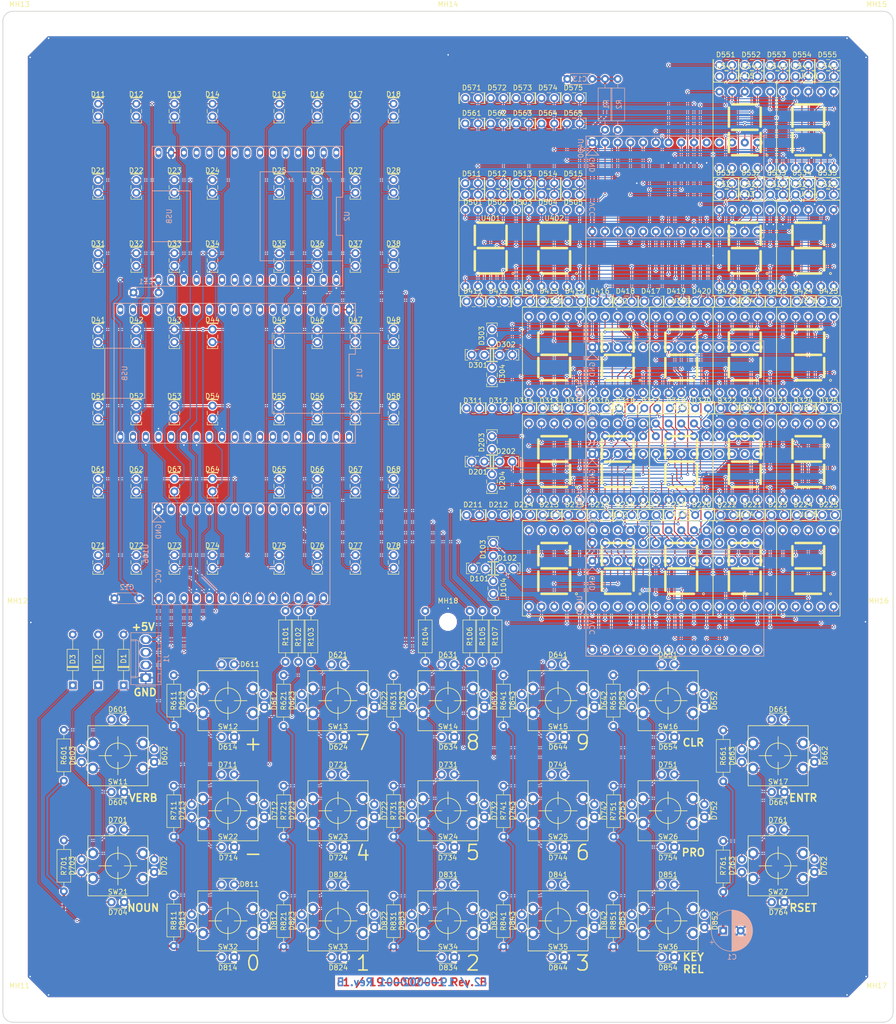
<source format=kicad_pcb>
(kicad_pcb (version 20171130) (host pcbnew 5.0.2-bee76a0~70~ubuntu18.10.1)
  (title_block (date 2019-02-10))
  (layers (0 F.Cu signal) (31 B.Cu signal) (34 B.Paste user hide) (35 F.Paste user hide) (36 B.SilkS user) (37 F.SilkS user) (38 B.Mask user hide) (39 F.Mask user hide) (44 Edge.Cuts user))
  (net 0 "")
  (net 1 GND)
  (net 2 /Display_HT16K33_2/Seg_E)
  (net 3 /Display_HT16K33_2/Seg_D)
  (net 4 /Display_HT16K33_2/Seg_C)
  (net 5 /Display_HT16K33_2/Seg_DP)
  (net 6 /Display_HT16K33_2/Seg_B)
  (net 7 /Display_HT16K33_2/Seg_A)
  (net 8 /Display_HT16K33_2/Seg_F)
  (net 9 /Display_HT16K33_2/Seg_G)
  (net 10 /Display_HT16K33_1/Seg_G)
  (net 11 /Display_HT16K33_1/Seg_F)
  (net 12 /Display_HT16K33_1/Seg_A)
  (net 13 /Display_HT16K33_1/Seg_B)
  (net 14 /Display_HT16K33_1/Seg_DP)
  (net 15 /Display_HT16K33_1/Seg_C)
  (net 16 /Display_HT16K33_1/Seg_D)
  (net 17 /Display_HT16K33_1/Seg_E)
  (net 18 /Display_HT16K33_1/COM_0)
  (net 19 /Display_HT16K33_1/COM_6)
  (net 20 /Display_HT16K33_2/COM_0)
  (net 21 /Display_HT16K33_2/COM_6)
  (net 22 /Display_HT16K33_1/COM_7)
  (net 23 /Display_HT16K33_2/COM_7)
  (net 24 /Display_HT16K33_4/COM_6)
  (net 25 /Display_HT16K33_4/Seg_G)
  (net 26 /Display_HT16K33_3/Seg_B)
  (net 27 /Display_HT16K33_3/COM_7)
  (net 28 /Display_HT16K33_3/Seg_C)
  (net 29 /Display_HT16K33_3/Seg_D)
  (net 30 /Display_HT16K33_3/Seg_E)
  (net 31 /Display_HT16K33_3/Seg_F)
  (net 32 /Display_HT16K33_3/Seg_G)
  (net 33 /Display_HT16K33_3/Seg_DP)
  (net 34 /Display_HT16K33_4/COM_7)
  (net 35 /Display_HT16K33_4/Seg_D)
  (net 36 /Display_HT16K33_4/Seg_B)
  (net 37 /Display_HT16K33_4/Seg_C)
  (net 38 /Display_HT16K33_4/Seg_E)
  (net 39 /Display_HT16K33_4/Seg_DP)
  (net 40 /Display_HT16K33_4/Seg_A)
  (net 41 /Display_HT16K33_4/Seg_F)
  (net 42 /Display_HT16K33_3/Seg_A)
  (net 43 /Display_HT16K33_3/COM_6)
  (net 44 /Display_HT16K33_3/COM_0)
  (net 45 /Display_HT16K33_1/COM_1)
  (net 46 /Display_HT16K33_4/COM_5)
  (net 47 /Display_HT16K33_4/COM_4)
  (net 48 /Display_HT16K33_4/COM_3)
  (net 49 /Display_HT16K33_4/COM_2)
  (net 50 /Display_HT16K33_4/COM_1)
  (net 51 /Display_HT16K33_4/COM_0)
  (net 52 /Display_HT16K33_3/COM_5)
  (net 53 /Display_HT16K33_3/COM_4)
  (net 54 /Display_HT16K33_3/COM_3)
  (net 55 /Display_HT16K33_3/COM_2)
  (net 56 /Display_HT16K33_3/COM_1)
  (net 57 /Display_HT16K33_2/COM_5)
  (net 58 /Display_HT16K33_2/COM_4)
  (net 59 /Display_HT16K33_2/COM_3)
  (net 60 /Display_HT16K33_2/COM_2)
  (net 61 /Display_HT16K33_2/COM_1)
  (net 62 /Display_HT16K33_1/COM_5)
  (net 63 /Display_HT16K33_1/COM_4)
  (net 64 /Display_HT16K33_1/COM_3)
  (net 65 /Display_HT16K33_1/COM_2)
  (net 66 VCC)
  (net 67 "Net-(U400-Pad10)")
  (net 68 "Net-(U400-Pad11)")
  (net 69 "Net-(U400-Pad12)")
  (net 70 SCL)
  (net 71 SDA)
  (net 72 /Display_HT16K33_4/LED_5)
  (net 73 /Display_HT16K33_4/LED_4)
  (net 74 /Display_HT16K33_4/LED_2)
  (net 75 /Display_HT16K33_4/LED_1)
  (net 76 /Display_HT16K33_4/LED_3)
  (net 77 /Display_HT16K33_3/K13)
  (net 78 /Display_HT16K33_3/K12)
  (net 79 /Display_HT16K33_3/K11)
  (net 80 /Display_HT16K33_3/K10)
  (net 81 /Display_HT16K33_3/K9)
  (net 82 /Display_HT16K33_3/K7)
  (net 83 /Display_HT16K33_3/K6)
  (net 84 /Display_HT16K33_3/K8)
  (net 85 /Display_HT16K33_1/K13)
  (net 86 /Display_HT16K33_1/K12)
  (net 87 /Display_HT16K33_1/K11)
  (net 88 /Display_HT16K33_1/K10)
  (net 89 /Display_HT16K33_1/K9)
  (net 90 /Display_HT16K33_1/K7)
  (net 91 /Display_HT16K33_1/K6)
  (net 92 /Display_HT16K33_1/K8)
  (net 93 /Display_HT16K33_2/K13)
  (net 94 /Display_HT16K33_2/K12)
  (net 95 /Display_HT16K33_2/K11)
  (net 96 /Display_HT16K33_2/K10)
  (net 97 /Display_HT16K33_2/K9)
  (net 98 /Display_HT16K33_2/K7)
  (net 99 /Display_HT16K33_2/K6)
  (net 100 /Display_HT16K33_2/K8)
  (net 101 /LED_Key_HT16K33/K8)
  (net 102 /LED_Key_HT16K33/K6)
  (net 103 /LED_Key_HT16K33/K7)
  (net 104 /LED_Key_HT16K33/K9)
  (net 105 /LED_Key_HT16K33/K10)
  (net 106 /LED_Key_HT16K33/K11)
  (net 107 /LED_Key_HT16K33/K12)
  (net 108 /LED_Key_HT16K33/K13)
  (net 109 /LED_Key_HT16K33/COM_7)
  (net 110 /LED_Key_HT16K33/COM_6)
  (net 111 /LED_Key_HT16K33/COM_5)
  (net 112 /LED_Key_HT16K33/COM_4)
  (net 113 /LED_Key_HT16K33/COM_0)
  (net 114 /LED_Key_HT16K33/COM_1)
  (net 115 /LED_Key_HT16K33/COM_3)
  (net 116 /LED_Key_HT16K33/COM_2)
  (net 117 "Net-(MH11-Pad1)")
  (net 118 "Net-(MH13-Pad1)")
  (net 119 "Net-(MH16-Pad1)")
  (net 120 "Net-(MH14-Pad1)")
  (net 121 "Net-(MH15-Pad1)")
  (net 122 "Net-(MH12-Pad1)")
  (net 123 "Net-(MH17-Pad1)")
  (net 124 /LED_Key_HT16K33/LED_6)
  (net 125 /LED_Key_HT16K33/LED_7)
  (net 126 /LED_Key_HT16K33/LED_1)
  (net 127 /LED_Key_HT16K33/LED_4)
  (net 128 /LED_Key_HT16K33/LED_3)
  (net 129 /LED_Key_HT16K33/LED_0)
  (net 130 /LED_Key_HT16K33/LED_2)
  (net 131 /LED_Key_HT16K33/LED_5)
  (net 132 "Net-(U1-Pad1)")
  (net 133 "Net-(U1-Pad37)")
  (net 134 "Net-(U1-Pad2)")
  (net 135 "Net-(U1-Pad3)")
  (net 136 "Net-(U1-Pad35)")
  (net 137 "Net-(U1-Pad4)")
  (net 138 "Net-(U1-Pad34)")
  (net 139 "Net-(U1-Pad5)")
  (net 140 "Net-(U1-Pad6)")
  (net 141 "Net-(U1-Pad32)")
  (net 142 "Net-(U1-Pad7)")
  (net 143 "Net-(U1-Pad31)")
  (net 144 "Net-(U1-Pad8)")
  (net 145 "Net-(U1-Pad30)")
  (net 146 "Net-(U1-Pad9)")
  (net 147 "Net-(U1-Pad29)")
  (net 148 "Net-(U1-Pad10)")
  (net 149 "Net-(U1-Pad28)")
  (net 150 "Net-(U1-Pad11)")
  (net 151 "Net-(U1-Pad27)")
  (net 152 "Net-(U1-Pad12)")
  (net 153 "Net-(U1-Pad26)")
  (net 154 "Net-(U1-Pad13)")
  (net 155 "Net-(U1-Pad25)")
  (net 156 "Net-(U1-Pad14)")
  (net 157 "Net-(U1-Pad24)")
  (net 158 "Net-(U1-Pad15)")
  (net 159 "Net-(U1-Pad23)")
  (net 160 "Net-(U1-Pad16)")
  (net 161 "Net-(U1-Pad22)")
  (net 162 "Net-(U1-Pad17)")
  (net 163 "Net-(U1-Pad21)")
  (net 164 "Net-(U1-Pad18)")
  (net 165 "Net-(U1-Pad20)")
  (net 166 /LED_Key_HT16K33/KS_1)
  (net 167 /LED_Key_HT16K33/KS_3)
  (net 168 /LED_Key_HT16K33/KS_2)
  (net 169 "Net-(D601-Pad2)")
  (net 170 "Net-(D601-Pad1)")
  (net 171 "Net-(D603-Pad1)")
  (net 172 "Net-(D621-Pad2)")
  (net 173 "Net-(D651-Pad2)")
  (net 174 "Net-(D641-Pad2)")
  (net 175 "Net-(D631-Pad2)")
  (net 176 "Net-(D611-Pad2)")
  (net 177 "Net-(D611-Pad1)")
  (net 178 "Net-(D613-Pad1)")
  (net 179 "Net-(D621-Pad1)")
  (net 180 "Net-(D641-Pad1)")
  (net 181 "Net-(D623-Pad1)")
  (net 182 "Net-(D631-Pad1)")
  (net 183 "Net-(D633-Pad1)")
  (net 184 "Net-(D653-Pad1)")
  (net 185 "Net-(D651-Pad1)")
  (net 186 "Net-(D643-Pad1)")
  (net 187 "Net-(D701-Pad2)")
  (net 188 "Net-(D703-Pad1)")
  (net 189 "Net-(D663-Pad1)")
  (net 190 "Net-(D701-Pad1)")
  (net 191 "Net-(D661-Pad2)")
  (net 192 "Net-(D661-Pad1)")
  (net 193 "Net-(D743-Pad1)")
  (net 194 "Net-(D741-Pad2)")
  (net 195 "Net-(D751-Pad2)")
  (net 196 "Net-(D751-Pad1)")
  (net 197 "Net-(D733-Pad1)")
  (net 198 "Net-(D741-Pad1)")
  (net 199 "Net-(D711-Pad1)")
  (net 200 "Net-(D711-Pad2)")
  (net 201 "Net-(D753-Pad1)")
  (net 202 "Net-(D761-Pad2)")
  (net 203 "Net-(D761-Pad1)")
  (net 204 "Net-(D763-Pad1)")
  (net 205 "Net-(D731-Pad2)")
  (net 206 "Net-(D731-Pad1)")
  (net 207 "Net-(D723-Pad1)")
  (net 208 "Net-(D721-Pad2)")
  (net 209 "Net-(D721-Pad1)")
  (net 210 "Net-(D713-Pad1)")
  (net 211 "Net-(D853-Pad1)")
  (net 212 "Net-(D813-Pad1)")
  (net 213 "Net-(D811-Pad2)")
  (net 214 "Net-(D851-Pad2)")
  (net 215 "Net-(D851-Pad1)")
  (net 216 "Net-(D843-Pad1)")
  (net 217 "Net-(D841-Pad2)")
  (net 218 "Net-(D841-Pad1)")
  (net 219 "Net-(D811-Pad1)")
  (net 220 "Net-(D831-Pad2)")
  (net 221 "Net-(D833-Pad1)")
  (net 222 "Net-(D831-Pad1)")
  (net 223 "Net-(D823-Pad1)")
  (net 224 "Net-(D821-Pad2)")
  (net 225 "Net-(D821-Pad1)")
  (net 226 "Net-(MH18-Pad1)")
  (net 227 "Net-(R106-Pad2)")
  (net 228 "Net-(R101-Pad2)")
  (net 229 "Net-(R102-Pad2)")
  (net 230 "Net-(R103-Pad2)")
  (net 231 "Net-(R104-Pad2)")
  (net 232 "Net-(R105-Pad2)")
  (net 233 "Net-(R107-Pad2)")
  (net 234 "Net-(U2-Pad1)")
  (net 235 "Net-(U2-Pad2)")
  (net 236 "Net-(U2-Pad3)")
  (net 237 "Net-(U2-Pad4)")
  (net 238 "Net-(U2-Pad5)")
  (net 239 "Net-(U2-Pad7)")
  (net 240 "Net-(U2-Pad8)")
  (net 241 "Net-(U2-Pad30)")
  (net 242 "Net-(U2-Pad9)")
  (net 243 "Net-(U2-Pad10)")
  (net 244 "Net-(U2-Pad28)")
  (net 245 "Net-(U2-Pad11)")
  (net 246 "Net-(U2-Pad27)")
  (net 247 "Net-(U2-Pad12)")
  (net 248 "Net-(U2-Pad13)")
  (net 249 "Net-(U2-Pad25)")
  (net 250 "Net-(U2-Pad14)")
  (net 251 "Net-(U2-Pad24)")
  (net 252 "Net-(U2-Pad23)")
  (net 253 "Net-(U2-Pad22)")
  (net 254 "Net-(U2-Pad21)")
  (net 255 "Net-(U2-Pad20)")
  (net 256 "Net-(U2-Pad19)")
  (net 257 "Net-(U2-Pad18)")
  (net 258 "Net-(U2-Pad16)")
  (module user:SC56-11 (layer F.Cu) (at 231.486 108.936)
    (fp_text reference U201 (at 0 -10.795) (layer F.SilkS))
    (fp_text value SC56-11)
    (pad 10 thru_hole circle (at -5.08 -7.62 90) (size 1.6 1.6) (drill 0.8) (layers *.Cu *.Mask) (net 9 /Display_HT16K33_2/Seg_G))
    (pad 9 thru_hole circle (at -2.54 -7.62 90) (size 1.6 1.6) (drill 0.8) (layers *.Cu *.Mask) (net 8 /Display_HT16K33_2/Seg_F))
    (pad 8 thru_hole circle (at 0 -7.62 90) (size 1.6 1.6) (drill 0.8) (layers *.Cu *.Mask) (net 61 /Display_HT16K33_2/COM_1))
    (pad 7 thru_hole circle (at 2.54 -7.62 90) (size 1.6 1.6) (drill 0.8) (layers *.Cu *.Mask) (net 7 /Display_HT16K33_2/Seg_A))
    (pad 6 thru_hole circle (at 5.08 -7.62 90) (size 1.6 1.6) (drill 0.8) (layers *.Cu *.Mask) (net 6 /Display_HT16K33_2/Seg_B))
    (pad 5 thru_hole circle (at 5.08 7.62 90) (size 1.6 1.6) (drill 0.8) (layers *.Cu *.Mask) (net 5 /Display_HT16K33_2/Seg_DP))
    (pad 4 thru_hole circle (at 2.54 7.62 90) (size 1.6 1.6) (drill 0.8) (layers *.Cu *.Mask) (net 4 /Display_HT16K33_2/Seg_C))
    (pad 3 thru_hole circle (at 0 7.62 90) (size 1.6 1.6) (drill 0.8) (layers *.Cu *.Mask) (net 61 /Display_HT16K33_2/COM_1))
    (pad 2 thru_hole circle (at -2.54 7.62 90) (size 1.6 1.6) (drill 0.8) (layers *.Cu *.Mask) (net 3 /Display_HT16K33_2/Seg_D))
    (pad 1 thru_hole circle (at -5.08 7.62 90) (size 1.6 1.6) (drill 0.8) (layers *.Cu *.Mask) (net 2 /Display_HT16K33_2/Seg_E))
  )
  (module user:SC56-11 (layer F.Cu) (at 244.186 108.936)
    (fp_text reference U202 (at 0 -10.795) (layer F.SilkS))
    (fp_text value SC56-11)
    (pad 10 thru_hole circle (at -5.08 -7.62 90) (size 1.6 1.6) (drill 0.8) (layers *.Cu *.Mask) (net 9 /Display_HT16K33_2/Seg_G))
    (pad 9 thru_hole circle (at -2.54 -7.62 90) (size 1.6 1.6) (drill 0.8) (layers *.Cu *.Mask) (net 8 /Display_HT16K33_2/Seg_F))
    (pad 8 thru_hole circle (at 0 -7.62 90) (size 1.6 1.6) (drill 0.8) (layers *.Cu *.Mask) (net 60 /Display_HT16K33_2/COM_2))
    (pad 7 thru_hole circle (at 2.54 -7.62 90) (size 1.6 1.6) (drill 0.8) (layers *.Cu *.Mask) (net 7 /Display_HT16K33_2/Seg_A))
    (pad 6 thru_hole circle (at 5.08 -7.62 90) (size 1.6 1.6) (drill 0.8) (layers *.Cu *.Mask) (net 6 /Display_HT16K33_2/Seg_B))
    (pad 5 thru_hole circle (at 5.08 7.62 90) (size 1.6 1.6) (drill 0.8) (layers *.Cu *.Mask) (net 5 /Display_HT16K33_2/Seg_DP))
    (pad 4 thru_hole circle (at 2.54 7.62 90) (size 1.6 1.6) (drill 0.8) (layers *.Cu *.Mask) (net 4 /Display_HT16K33_2/Seg_C))
    (pad 3 thru_hole circle (at 0 7.62 90) (size 1.6 1.6) (drill 0.8) (layers *.Cu *.Mask) (net 60 /Display_HT16K33_2/COM_2))
    (pad 2 thru_hole circle (at -2.54 7.62 90) (size 1.6 1.6) (drill 0.8) (layers *.Cu *.Mask) (net 3 /Display_HT16K33_2/Seg_D))
    (pad 1 thru_hole circle (at -5.08 7.62 90) (size 1.6 1.6) (drill 0.8) (layers *.Cu *.Mask) (net 2 /Display_HT16K33_2/Seg_E))
  )
  (module user:HT16K33_Modul (layer B.Cu) (at 255.616 116.302 270)
    (fp_text reference U200 (at 0 19.05 270) (layer B.SilkS) (effects (justify mirror)))
    (fp_text value HT16K33_Modul)
    (fp_text user VCC (at 4.445 16.51 270) (layer B.SilkS) (effects (justify mirror)))
    (fp_text user GND (at -4.445 16.51 270) (layer B.SilkS) (effects (justify mirror)))
    (pad 15 thru_hole circle (at 8.89 -16.51 270) (size 1.6 1.6) (drill 0.8) (layers *.Cu *.Mask) (net 100 /Display_HT16K33_2/K8))
    (pad 19 thru_hole circle (at 8.89 -6.35 270) (size 1.6 1.6) (drill 0.8) (layers *.Cu *.Mask) (net 9 /Display_HT16K33_2/Seg_G))
    (pad 18 thru_hole circle (at 8.89 -8.89 270) (size 1.6 1.6) (drill 0.8) (layers *.Cu *.Mask) (net 5 /Display_HT16K33_2/Seg_DP))
    (pad 17 thru_hole circle (at 8.89 -11.43 270) (size 1.6 1.6) (drill 0.8) (layers *.Cu *.Mask) (net 99 /Display_HT16K33_2/K6))
    (pad 16 thru_hole circle (at 8.89 -13.97 270) (size 1.6 1.6) (drill 0.8) (layers *.Cu *.Mask) (net 98 /Display_HT16K33_2/K7))
    (pad 14 thru_hole circle (at -8.89 -16.51 270) (size 1.6 1.6) (drill 0.8) (layers *.Cu *.Mask) (net 97 /Display_HT16K33_2/K9))
    (pad 13 thru_hole circle (at -8.89 -13.97 270) (size 1.6 1.6) (drill 0.8) (layers *.Cu *.Mask) (net 96 /Display_HT16K33_2/K10))
    (pad 12 thru_hole circle (at -8.89 -11.43 270) (size 1.6 1.6) (drill 0.8) (layers *.Cu *.Mask) (net 95 /Display_HT16K33_2/K11))
    (pad 28 thru_hole circle (at 8.89 16.51 270) (size 1.6 1.6) (drill 0.8) (layers *.Cu *.Mask) (net 66 VCC))
    (pad 27 thru_hole circle (at 8.89 13.97 270) (size 1.6 1.6) (drill 0.8) (layers *.Cu *.Mask) (net 71 SDA))
    (pad 24 thru_hole circle (at 8.89 6.35 270) (size 1.6 1.6) (drill 0.8) (layers *.Cu *.Mask) (net 6 /Display_HT16K33_2/Seg_B))
    (pad 21 thru_hole circle (at 8.89 -1.27 270) (size 1.6 1.6) (drill 0.8) (layers *.Cu *.Mask) (net 2 /Display_HT16K33_2/Seg_E))
    (pad 22 thru_hole circle (at 8.89 1.27 270) (size 1.6 1.6) (drill 0.8) (layers *.Cu *.Mask) (net 3 /Display_HT16K33_2/Seg_D))
    (pad 25 thru_hole circle (at 8.89 8.89 270) (size 1.6 1.6) (drill 0.8) (layers *.Cu *.Mask) (net 7 /Display_HT16K33_2/Seg_A))
    (pad 23 thru_hole circle (at 8.89 3.81 270) (size 1.6 1.6) (drill 0.8) (layers *.Cu *.Mask) (net 4 /Display_HT16K33_2/Seg_C))
    (pad 20 thru_hole circle (at 8.89 -3.81 270) (size 1.6 1.6) (drill 0.8) (layers *.Cu *.Mask) (net 8 /Display_HT16K33_2/Seg_F))
    (pad 26 thru_hole circle (at 8.89 11.43 270) (size 1.6 1.6) (drill 0.8) (layers *.Cu *.Mask) (net 70 SCL))
    (pad 11 thru_hole circle (at -8.89 -8.89 270) (size 1.6 1.6) (drill 0.8) (layers *.Cu *.Mask) (net 94 /Display_HT16K33_2/K12))
    (pad 10 thru_hole circle (at -8.89 -6.35 270) (size 1.6 1.6) (drill 0.8) (layers *.Cu *.Mask) (net 93 /Display_HT16K33_2/K13))
    (pad 9 thru_hole circle (at -8.89 -3.81 270) (size 1.6 1.6) (drill 0.8) (layers *.Cu *.Mask) (net 23 /Display_HT16K33_2/COM_7))
    (pad 8 thru_hole circle (at -8.89 -1.27 270) (size 1.6 1.6) (drill 0.8) (layers *.Cu *.Mask) (net 21 /Display_HT16K33_2/COM_6))
    (pad 7 thru_hole circle (at -8.89 1.27 270) (size 1.6 1.6) (drill 0.8) (layers *.Cu *.Mask) (net 57 /Display_HT16K33_2/COM_5))
    (pad 6 thru_hole circle (at -8.89 3.81 270) (size 1.6 1.6) (drill 0.8) (layers *.Cu *.Mask) (net 58 /Display_HT16K33_2/COM_4))
    (pad 5 thru_hole circle (at -8.89 6.35 270) (size 1.6 1.6) (drill 0.8) (layers *.Cu *.Mask) (net 59 /Display_HT16K33_2/COM_3))
    (pad 4 thru_hole circle (at -8.89 8.89 270) (size 1.6 1.6) (drill 0.8) (layers *.Cu *.Mask) (net 60 /Display_HT16K33_2/COM_2))
    (pad 3 thru_hole circle (at -8.89 11.43 270) (size 1.6 1.6) (drill 0.8) (layers *.Cu *.Mask) (net 61 /Display_HT16K33_2/COM_1))
    (pad 2 thru_hole circle (at -8.89 13.97 270) (size 1.6 1.6) (drill 0.8) (layers *.Cu *.Mask) (net 20 /Display_HT16K33_2/COM_0))
    (pad 1 thru_hole circle (at -8.89 16.51 270) (size 1.6 1.6) (drill 0.8) (layers *.Cu *.Mask) (net 1 GND))
  )
  (module user:HT16K33_Modul (layer B.Cu) (at 255.616 94.966 270)
    (fp_text reference U300 (at 0 19.05 270) (layer B.SilkS) (effects (justify mirror)))
    (fp_text value HT16K33_Modul)
    (fp_text user VCC (at 4.445 16.51 270) (layer B.SilkS) (effects (justify mirror)))
    (fp_text user GND (at -4.445 16.51 270) (layer B.SilkS) (effects (justify mirror)))
    (pad 15 thru_hole circle (at 8.89 -16.51 270) (size 1.6 1.6) (drill 0.8) (layers *.Cu *.Mask) (net 84 /Display_HT16K33_3/K8))
    (pad 19 thru_hole circle (at 8.89 -6.35 270) (size 1.6 1.6) (drill 0.8) (layers *.Cu *.Mask) (net 32 /Display_HT16K33_3/Seg_G))
    (pad 18 thru_hole circle (at 8.89 -8.89 270) (size 1.6 1.6) (drill 0.8) (layers *.Cu *.Mask) (net 33 /Display_HT16K33_3/Seg_DP))
    (pad 17 thru_hole circle (at 8.89 -11.43 270) (size 1.6 1.6) (drill 0.8) (layers *.Cu *.Mask) (net 83 /Display_HT16K33_3/K6))
    (pad 16 thru_hole circle (at 8.89 -13.97 270) (size 1.6 1.6) (drill 0.8) (layers *.Cu *.Mask) (net 82 /Display_HT16K33_3/K7))
    (pad 14 thru_hole circle (at -8.89 -16.51 270) (size 1.6 1.6) (drill 0.8) (layers *.Cu *.Mask) (net 81 /Display_HT16K33_3/K9))
    (pad 13 thru_hole circle (at -8.89 -13.97 270) (size 1.6 1.6) (drill 0.8) (layers *.Cu *.Mask) (net 80 /Display_HT16K33_3/K10))
    (pad 12 thru_hole circle (at -8.89 -11.43 270) (size 1.6 1.6) (drill 0.8) (layers *.Cu *.Mask) (net 79 /Display_HT16K33_3/K11))
    (pad 28 thru_hole circle (at 8.89 16.51 270) (size 1.6 1.6) (drill 0.8) (layers *.Cu *.Mask) (net 66 VCC))
    (pad 27 thru_hole circle (at 8.89 13.97 270) (size 1.6 1.6) (drill 0.8) (layers *.Cu *.Mask) (net 71 SDA))
    (pad 24 thru_hole circle (at 8.89 6.35 270) (size 1.6 1.6) (drill 0.8) (layers *.Cu *.Mask) (net 26 /Display_HT16K33_3/Seg_B))
    (pad 21 thru_hole circle (at 8.89 -1.27 270) (size 1.6 1.6) (drill 0.8) (layers *.Cu *.Mask) (net 30 /Display_HT16K33_3/Seg_E))
    (pad 22 thru_hole circle (at 8.89 1.27 270) (size 1.6 1.6) (drill 0.8) (layers *.Cu *.Mask) (net 29 /Display_HT16K33_3/Seg_D))
    (pad 25 thru_hole circle (at 8.89 8.89 270) (size 1.6 1.6) (drill 0.8) (layers *.Cu *.Mask) (net 42 /Display_HT16K33_3/Seg_A))
    (pad 23 thru_hole circle (at 8.89 3.81 270) (size 1.6 1.6) (drill 0.8) (layers *.Cu *.Mask) (net 28 /Display_HT16K33_3/Seg_C))
    (pad 20 thru_hole circle (at 8.89 -3.81 270) (size 1.6 1.6) (drill 0.8) (layers *.Cu *.Mask) (net 31 /Display_HT16K33_3/Seg_F))
    (pad 26 thru_hole circle (at 8.89 11.43 270) (size 1.6 1.6) (drill 0.8) (layers *.Cu *.Mask) (net 70 SCL))
    (pad 11 thru_hole circle (at -8.89 -8.89 270) (size 1.6 1.6) (drill 0.8) (layers *.Cu *.Mask) (net 78 /Display_HT16K33_3/K12))
    (pad 10 thru_hole circle (at -8.89 -6.35 270) (size 1.6 1.6) (drill 0.8) (layers *.Cu *.Mask) (net 77 /Display_HT16K33_3/K13))
    (pad 9 thru_hole circle (at -8.89 -3.81 270) (size 1.6 1.6) (drill 0.8) (layers *.Cu *.Mask) (net 27 /Display_HT16K33_3/COM_7))
    (pad 8 thru_hole circle (at -8.89 -1.27 270) (size 1.6 1.6) (drill 0.8) (layers *.Cu *.Mask) (net 43 /Display_HT16K33_3/COM_6))
    (pad 7 thru_hole circle (at -8.89 1.27 270) (size 1.6 1.6) (drill 0.8) (layers *.Cu *.Mask) (net 52 /Display_HT16K33_3/COM_5))
    (pad 6 thru_hole circle (at -8.89 3.81 270) (size 1.6 1.6) (drill 0.8) (layers *.Cu *.Mask) (net 53 /Display_HT16K33_3/COM_4))
    (pad 5 thru_hole circle (at -8.89 6.35 270) (size 1.6 1.6) (drill 0.8) (layers *.Cu *.Mask) (net 54 /Display_HT16K33_3/COM_3))
    (pad 4 thru_hole circle (at -8.89 8.89 270) (size 1.6 1.6) (drill 0.8) (layers *.Cu *.Mask) (net 55 /Display_HT16K33_3/COM_2))
    (pad 3 thru_hole circle (at -8.89 11.43 270) (size 1.6 1.6) (drill 0.8) (layers *.Cu *.Mask) (net 56 /Display_HT16K33_3/COM_1))
    (pad 2 thru_hole circle (at -8.89 13.97 270) (size 1.6 1.6) (drill 0.8) (layers *.Cu *.Mask) (net 44 /Display_HT16K33_3/COM_0))
    (pad 1 thru_hole circle (at -8.89 16.51 270) (size 1.6 1.6) (drill 0.8) (layers *.Cu *.Mask) (net 1 GND))
  )
  (module user:DIP-30_1000_ESP32 (layer B.Cu) (at 165.065 59.914 180)
    (fp_text reference U2 (at -24.96 0 90) (layer B.SilkS) (effects (justify mirror)))
    (fp_text value ESP32-Modul_NodeMCU)
    (fp_text user USB (at 10.57 0 90) (layer B.SilkS) (effects (justify mirror)))
    (pad 1 thru_hole oval (at -22.86 -12.7 180) (size 1.2 2) (drill 0.8) (layers *.Cu *.Mask) (net 234 "Net-(U2-Pad1)"))
    (pad 2 thru_hole oval (at -20.32 -12.7 180) (size 1.2 2) (drill 0.8) (layers *.Cu *.Mask) (net 235 "Net-(U2-Pad2)"))
    (pad 3 thru_hole oval (at -17.78 -12.7 180) (size 1.2 2) (drill 0.8) (layers *.Cu *.Mask) (net 236 "Net-(U2-Pad3)"))
    (pad 4 thru_hole oval (at -15.24 -12.7 180) (size 1.2 2) (drill 0.8) (layers *.Cu *.Mask) (net 237 "Net-(U2-Pad4)"))
    (pad 5 thru_hole oval (at -12.7 -12.7 180) (size 1.2 2) (drill 0.8) (layers *.Cu *.Mask) (net 238 "Net-(U2-Pad5)"))
    (pad 6 thru_hole oval (at -10.16 -12.7 180) (size 1.2 2) (drill 0.8) (layers *.Cu *.Mask))
    (pad 7 thru_hole oval (at -7.62 -12.7 180) (size 1.2 2) (drill 0.8) (layers *.Cu *.Mask) (net 239 "Net-(U2-Pad7)"))
    (pad 8 thru_hole oval (at -5.08 -12.7 180) (size 1.2 2) (drill 0.8) (layers *.Cu *.Mask) (net 240 "Net-(U2-Pad8)"))
    (pad 30 thru_hole oval (at -22.86 12.7 180) (size 1.2 2) (drill 0.8) (layers *.Cu *.Mask) (net 241 "Net-(U2-Pad30)"))
    (pad 9 thru_hole oval (at -2.54 -12.7 180) (size 1.2 2) (drill 0.8) (layers *.Cu *.Mask) (net 242 "Net-(U2-Pad9)"))
    (pad 29 thru_hole oval (at -20.32 12.7 180) (size 1.2 2) (drill 0.8) (layers *.Cu *.Mask) (net 70 SCL))
    (pad 10 thru_hole oval (at 0 -12.7 180) (size 1.2 2) (drill 0.8) (layers *.Cu *.Mask) (net 243 "Net-(U2-Pad10)"))
    (pad 28 thru_hole oval (at -17.78 12.7 180) (size 1.2 2) (drill 0.8) (layers *.Cu *.Mask) (net 244 "Net-(U2-Pad28)"))
    (pad 11 thru_hole oval (at 2.54 -12.7 180) (size 1.2 2) (drill 0.8) (layers *.Cu *.Mask) (net 245 "Net-(U2-Pad11)"))
    (pad 27 thru_hole oval (at -15.24 12.7 180) (size 1.2 2) (drill 0.8) (layers *.Cu *.Mask) (net 246 "Net-(U2-Pad27)"))
    (pad 12 thru_hole oval (at 5.08 -12.7 180) (size 1.2 2) (drill 0.8) (layers *.Cu *.Mask) (net 247 "Net-(U2-Pad12)"))
    (pad 26 thru_hole oval (at -12.7 12.7 180) (size 1.2 2) (drill 0.8) (layers *.Cu *.Mask) (net 71 SDA))
    (pad 13 thru_hole oval (at 7.62 -12.7 180) (size 1.2 2) (drill 0.8) (layers *.Cu *.Mask) (net 248 "Net-(U2-Pad13)"))
    (pad 25 thru_hole oval (at -10.16 12.7 180) (size 1.2 2) (drill 0.8) (layers *.Cu *.Mask) (net 249 "Net-(U2-Pad25)"))
    (pad 14 thru_hole oval (at 10.16 -12.7 180) (size 1.2 2) (drill 0.8) (layers *.Cu *.Mask) (net 250 "Net-(U2-Pad14)"))
    (pad 24 thru_hole oval (at -7.62 12.7 180) (size 1.2 2) (drill 0.8) (layers *.Cu *.Mask) (net 251 "Net-(U2-Pad24)"))
    (pad 15 thru_hole oval (at 12.7 -12.7 180) (size 1.2 2) (drill 0.8) (layers *.Cu *.Mask) (net 66 VCC))
    (pad 23 thru_hole oval (at -5.08 12.7 180) (size 1.2 2) (drill 0.8) (layers *.Cu *.Mask) (net 252 "Net-(U2-Pad23)"))
    (pad 22 thru_hole oval (at -2.54 12.7 180) (size 1.2 2) (drill 0.8) (layers *.Cu *.Mask) (net 253 "Net-(U2-Pad22)"))
    (pad 21 thru_hole oval (at 0 12.7 180) (size 1.2 2) (drill 0.8) (layers *.Cu *.Mask) (net 254 "Net-(U2-Pad21)"))
    (pad 20 thru_hole oval (at 2.54 12.7 180) (size 1.2 2) (drill 0.8) (layers *.Cu *.Mask) (net 255 "Net-(U2-Pad20)"))
    (pad 19 thru_hole oval (at 5.08 12.7 180) (size 1.2 2) (drill 0.8) (layers *.Cu *.Mask) (net 256 "Net-(U2-Pad19)"))
    (pad 18 thru_hole oval (at 7.62 12.7 180) (size 1.2 2) (drill 0.8) (layers *.Cu *.Mask) (net 257 "Net-(U2-Pad18)"))
    (pad 17 thru_hole oval (at 10.16 12.7 180) (size 1.2 2) (drill 0.8) (layers *.Cu *.Mask) (net 1 GND))
    (pad 16 thru_hole oval (at 12.7 12.7 180) (size 1.2 2) (drill 0.8) (layers *.Cu *.Mask) (net 258 "Net-(U2-Pad16)"))
  )
  (module user:HT16K33_Modul (layer B.Cu) (at 255.616 54.072 270)
    (fp_text reference U400 (at -7.747 18.796 270) (layer B.SilkS) (effects (justify mirror)))
    (fp_text value HT16K33_Modul)
    (fp_text user VCC (at 4.445 16.51 270) (layer B.SilkS) (effects (justify mirror)))
    (fp_text user GND (at -4.445 16.51 270) (layer B.SilkS) (effects (justify mirror)))
    (pad 15 thru_hole circle (at 8.89 -16.51 270) (size 1.6 1.6) (drill 0.8) (layers *.Cu *.Mask) (net 76 /Display_HT16K33_4/LED_3))
    (pad 19 thru_hole circle (at 8.89 -6.35 270) (size 1.6 1.6) (drill 0.8) (layers *.Cu *.Mask) (net 25 /Display_HT16K33_4/Seg_G))
    (pad 18 thru_hole circle (at 8.89 -8.89 270) (size 1.6 1.6) (drill 0.8) (layers *.Cu *.Mask) (net 39 /Display_HT16K33_4/Seg_DP))
    (pad 17 thru_hole circle (at 8.89 -11.43 270) (size 1.6 1.6) (drill 0.8) (layers *.Cu *.Mask) (net 75 /Display_HT16K33_4/LED_1))
    (pad 16 thru_hole circle (at 8.89 -13.97 270) (size 1.6 1.6) (drill 0.8) (layers *.Cu *.Mask) (net 74 /Display_HT16K33_4/LED_2))
    (pad 14 thru_hole circle (at -8.89 -16.51 270) (size 1.6 1.6) (drill 0.8) (layers *.Cu *.Mask) (net 73 /Display_HT16K33_4/LED_4))
    (pad 13 thru_hole circle (at -8.89 -13.97 270) (size 1.6 1.6) (drill 0.8) (layers *.Cu *.Mask) (net 72 /Display_HT16K33_4/LED_5))
    (pad 12 thru_hole circle (at -8.89 -11.43 270) (size 1.6 1.6) (drill 0.8) (layers *.Cu *.Mask) (net 69 "Net-(U400-Pad12)"))
    (pad 28 thru_hole circle (at 8.89 16.51 270) (size 1.6 1.6) (drill 0.8) (layers *.Cu *.Mask) (net 66 VCC))
    (pad 27 thru_hole circle (at 8.89 13.97 270) (size 1.6 1.6) (drill 0.8) (layers *.Cu *.Mask) (net 71 SDA))
    (pad 24 thru_hole circle (at 8.89 6.35 270) (size 1.6 1.6) (drill 0.8) (layers *.Cu *.Mask) (net 36 /Display_HT16K33_4/Seg_B))
    (pad 21 thru_hole circle (at 8.89 -1.27 270) (size 1.6 1.6) (drill 0.8) (layers *.Cu *.Mask) (net 38 /Display_HT16K33_4/Seg_E))
    (pad 22 thru_hole circle (at 8.89 1.27 270) (size 1.6 1.6) (drill 0.8) (layers *.Cu *.Mask) (net 35 /Display_HT16K33_4/Seg_D))
    (pad 25 thru_hole circle (at 8.89 8.89 270) (size 1.6 1.6) (drill 0.8) (layers *.Cu *.Mask) (net 40 /Display_HT16K33_4/Seg_A))
    (pad 23 thru_hole circle (at 8.89 3.81 270) (size 1.6 1.6) (drill 0.8) (layers *.Cu *.Mask) (net 37 /Display_HT16K33_4/Seg_C))
    (pad 20 thru_hole circle (at 8.89 -3.81 270) (size 1.6 1.6) (drill 0.8) (layers *.Cu *.Mask) (net 41 /Display_HT16K33_4/Seg_F))
    (pad 26 thru_hole circle (at 8.89 11.43 270) (size 1.6 1.6) (drill 0.8) (layers *.Cu *.Mask) (net 70 SCL))
    (pad 11 thru_hole circle (at -8.89 -8.89 270) (size 1.6 1.6) (drill 0.8) (layers *.Cu *.Mask) (net 68 "Net-(U400-Pad11)"))
    (pad 10 thru_hole circle (at -8.89 -6.35 270) (size 1.6 1.6) (drill 0.8) (layers *.Cu *.Mask) (net 67 "Net-(U400-Pad10)"))
    (pad 9 thru_hole circle (at -8.89 -3.81 270) (size 1.6 1.6) (drill 0.8) (layers *.Cu *.Mask) (net 34 /Display_HT16K33_4/COM_7))
    (pad 8 thru_hole circle (at -8.89 -1.27 270) (size 1.6 1.6) (drill 0.8) (layers *.Cu *.Mask) (net 24 /Display_HT16K33_4/COM_6))
    (pad 7 thru_hole circle (at -8.89 1.27 270) (size 1.6 1.6) (drill 0.8) (layers *.Cu *.Mask) (net 46 /Display_HT16K33_4/COM_5))
    (pad 6 thru_hole circle (at -8.89 3.81 270) (size 1.6 1.6) (drill 0.8) (layers *.Cu *.Mask) (net 47 /Display_HT16K33_4/COM_4))
    (pad 5 thru_hole circle (at -8.89 6.35 270) (size 1.6 1.6) (drill 0.8) (layers *.Cu *.Mask) (net 48 /Display_HT16K33_4/COM_3))
    (pad 4 thru_hole circle (at -8.89 8.89 270) (size 1.6 1.6) (drill 0.8) (layers *.Cu *.Mask) (net 49 /Display_HT16K33_4/COM_2))
    (pad 3 thru_hole circle (at -8.89 11.43 270) (size 1.6 1.6) (drill 0.8) (layers *.Cu *.Mask) (net 50 /Display_HT16K33_4/COM_1))
    (pad 2 thru_hole circle (at -8.89 13.97 270) (size 1.6 1.6) (drill 0.8) (layers *.Cu *.Mask) (net 51 /Display_HT16K33_4/COM_0))
    (pad 1 thru_hole circle (at -8.89 16.51 270) (size 1.6 1.6) (drill 0.8) (layers *.Cu *.Mask) (net 1 GND))
  )
  (module user:HT16K33_Modul (layer B.Cu) (at 255.616 137.638 270)
    (fp_text reference U100 (at 0 19.05 270) (layer B.SilkS) (effects (justify mirror)))
    (fp_text value HT16K33_Modul)
    (fp_text user VCC (at 4.445 16.51 270) (layer B.SilkS) (effects (justify mirror)))
    (fp_text user GND (at -4.445 16.51 270) (layer B.SilkS) (effects (justify mirror)))
    (pad 15 thru_hole circle (at 8.89 -16.51 270) (size 1.6 1.6) (drill 0.8) (layers *.Cu *.Mask) (net 92 /Display_HT16K33_1/K8))
    (pad 19 thru_hole circle (at 8.89 -6.35 270) (size 1.6 1.6) (drill 0.8) (layers *.Cu *.Mask) (net 10 /Display_HT16K33_1/Seg_G))
    (pad 18 thru_hole circle (at 8.89 -8.89 270) (size 1.6 1.6) (drill 0.8) (layers *.Cu *.Mask) (net 14 /Display_HT16K33_1/Seg_DP))
    (pad 17 thru_hole circle (at 8.89 -11.43 270) (size 1.6 1.6) (drill 0.8) (layers *.Cu *.Mask) (net 91 /Display_HT16K33_1/K6))
    (pad 16 thru_hole circle (at 8.89 -13.97 270) (size 1.6 1.6) (drill 0.8) (layers *.Cu *.Mask) (net 90 /Display_HT16K33_1/K7))
    (pad 14 thru_hole circle (at -8.89 -16.51 270) (size 1.6 1.6) (drill 0.8) (layers *.Cu *.Mask) (net 89 /Display_HT16K33_1/K9))
    (pad 13 thru_hole circle (at -8.89 -13.97 270) (size 1.6 1.6) (drill 0.8) (layers *.Cu *.Mask) (net 88 /Display_HT16K33_1/K10))
    (pad 12 thru_hole circle (at -8.89 -11.43 270) (size 1.6 1.6) (drill 0.8) (layers *.Cu *.Mask) (net 87 /Display_HT16K33_1/K11))
    (pad 28 thru_hole circle (at 8.89 16.51 270) (size 1.6 1.6) (drill 0.8) (layers *.Cu *.Mask) (net 66 VCC))
    (pad 27 thru_hole circle (at 8.89 13.97 270) (size 1.6 1.6) (drill 0.8) (layers *.Cu *.Mask) (net 71 SDA))
    (pad 24 thru_hole circle (at 8.89 6.35 270) (size 1.6 1.6) (drill 0.8) (layers *.Cu *.Mask) (net 13 /Display_HT16K33_1/Seg_B))
    (pad 21 thru_hole circle (at 8.89 -1.27 270) (size 1.6 1.6) (drill 0.8) (layers *.Cu *.Mask) (net 17 /Display_HT16K33_1/Seg_E))
    (pad 22 thru_hole circle (at 8.89 1.27 270) (size 1.6 1.6) (drill 0.8) (layers *.Cu *.Mask) (net 16 /Display_HT16K33_1/Seg_D))
    (pad 25 thru_hole circle (at 8.89 8.89 270) (size 1.6 1.6) (drill 0.8) (layers *.Cu *.Mask) (net 12 /Display_HT16K33_1/Seg_A))
    (pad 23 thru_hole circle (at 8.89 3.81 270) (size 1.6 1.6) (drill 0.8) (layers *.Cu *.Mask) (net 15 /Display_HT16K33_1/Seg_C))
    (pad 20 thru_hole circle (at 8.89 -3.81 270) (size 1.6 1.6) (drill 0.8) (layers *.Cu *.Mask) (net 11 /Display_HT16K33_1/Seg_F))
    (pad 26 thru_hole circle (at 8.89 11.43 270) (size 1.6 1.6) (drill 0.8) (layers *.Cu *.Mask) (net 70 SCL))
    (pad 11 thru_hole circle (at -8.89 -8.89 270) (size 1.6 1.6) (drill 0.8) (layers *.Cu *.Mask) (net 86 /Display_HT16K33_1/K12))
    (pad 10 thru_hole circle (at -8.89 -6.35 270) (size 1.6 1.6) (drill 0.8) (layers *.Cu *.Mask) (net 85 /Display_HT16K33_1/K13))
    (pad 9 thru_hole circle (at -8.89 -3.81 270) (size 1.6 1.6) (drill 0.8) (layers *.Cu *.Mask) (net 22 /Display_HT16K33_1/COM_7))
    (pad 8 thru_hole circle (at -8.89 -1.27 270) (size 1.6 1.6) (drill 0.8) (layers *.Cu *.Mask) (net 19 /Display_HT16K33_1/COM_6))
    (pad 7 thru_hole circle (at -8.89 1.27 270) (size 1.6 1.6) (drill 0.8) (layers *.Cu *.Mask) (net 62 /Display_HT16K33_1/COM_5))
    (pad 6 thru_hole circle (at -8.89 3.81 270) (size 1.6 1.6) (drill 0.8) (layers *.Cu *.Mask) (net 63 /Display_HT16K33_1/COM_4))
    (pad 5 thru_hole circle (at -8.89 6.35 270) (size 1.6 1.6) (drill 0.8) (layers *.Cu *.Mask) (net 64 /Display_HT16K33_1/COM_3))
    (pad 4 thru_hole circle (at -8.89 8.89 270) (size 1.6 1.6) (drill 0.8) (layers *.Cu *.Mask) (net 65 /Display_HT16K33_1/COM_2))
    (pad 3 thru_hole circle (at -8.89 11.43 270) (size 1.6 1.6) (drill 0.8) (layers *.Cu *.Mask) (net 45 /Display_HT16K33_1/COM_1))
    (pad 2 thru_hole circle (at -8.89 13.97 270) (size 1.6 1.6) (drill 0.8) (layers *.Cu *.Mask) (net 18 /Display_HT16K33_1/COM_0))
    (pad 1 thru_hole circle (at -8.89 16.51 270) (size 1.6 1.6) (drill 0.8) (layers *.Cu *.Mask) (net 1 GND))
  )
  (module user:DIP-38_1000_ESP32 (layer B.Cu) (at 167.605 91.283 180)
    (fp_text reference U1 (at -24.96 0 90) (layer B.SilkS) (effects (justify mirror)))
    (fp_text value ESP32-Modul_AZ)
    (fp_text user USB (at 22 0 90) (layer B.SilkS) (effects (justify mirror)))
    (pad 38 thru_hole oval (at -22.86 12.7 180) (size 1.2 2) (drill 0.8) (layers *.Cu *.Mask) (net 1 GND))
    (pad 1 thru_hole oval (at -22.86 -12.7 180) (size 1.2 2) (drill 0.8) (layers *.Cu *.Mask) (net 132 "Net-(U1-Pad1)"))
    (pad 37 thru_hole oval (at -20.32 12.7 180) (size 1.2 2) (drill 0.8) (layers *.Cu *.Mask) (net 133 "Net-(U1-Pad37)"))
    (pad 2 thru_hole oval (at -20.32 -12.7 180) (size 1.2 2) (drill 0.8) (layers *.Cu *.Mask) (net 134 "Net-(U1-Pad2)"))
    (pad 36 thru_hole oval (at -17.78 12.7 180) (size 1.2 2) (drill 0.8) (layers *.Cu *.Mask) (net 70 SCL))
    (pad 3 thru_hole oval (at -17.78 -12.7 180) (size 1.2 2) (drill 0.8) (layers *.Cu *.Mask) (net 135 "Net-(U1-Pad3)"))
    (pad 35 thru_hole oval (at -15.24 12.7 180) (size 1.2 2) (drill 0.8) (layers *.Cu *.Mask) (net 136 "Net-(U1-Pad35)"))
    (pad 4 thru_hole oval (at -15.24 -12.7 180) (size 1.2 2) (drill 0.8) (layers *.Cu *.Mask) (net 137 "Net-(U1-Pad4)"))
    (pad 34 thru_hole oval (at -12.7 12.7 180) (size 1.2 2) (drill 0.8) (layers *.Cu *.Mask) (net 138 "Net-(U1-Pad34)"))
    (pad 5 thru_hole oval (at -12.7 -12.7 180) (size 1.2 2) (drill 0.8) (layers *.Cu *.Mask) (net 139 "Net-(U1-Pad5)"))
    (pad 33 thru_hole oval (at -10.16 12.7 180) (size 1.2 2) (drill 0.8) (layers *.Cu *.Mask) (net 71 SDA))
    (pad 6 thru_hole oval (at -10.16 -12.7 180) (size 1.2 2) (drill 0.8) (layers *.Cu *.Mask) (net 140 "Net-(U1-Pad6)"))
    (pad 32 thru_hole oval (at -7.62 12.7 180) (size 1.2 2) (drill 0.8) (layers *.Cu *.Mask) (net 141 "Net-(U1-Pad32)"))
    (pad 7 thru_hole oval (at -7.62 -12.7 180) (size 1.2 2) (drill 0.8) (layers *.Cu *.Mask) (net 142 "Net-(U1-Pad7)"))
    (pad 31 thru_hole oval (at -5.08 12.7 180) (size 1.2 2) (drill 0.8) (layers *.Cu *.Mask) (net 143 "Net-(U1-Pad31)"))
    (pad 8 thru_hole oval (at -5.08 -12.7 180) (size 1.2 2) (drill 0.8) (layers *.Cu *.Mask) (net 144 "Net-(U1-Pad8)"))
    (pad 30 thru_hole oval (at -2.54 12.7 180) (size 1.2 2) (drill 0.8) (layers *.Cu *.Mask) (net 145 "Net-(U1-Pad30)"))
    (pad 9 thru_hole oval (at -2.54 -12.7 180) (size 1.2 2) (drill 0.8) (layers *.Cu *.Mask) (net 146 "Net-(U1-Pad9)"))
    (pad 29 thru_hole oval (at 0 12.7 180) (size 1.2 2) (drill 0.8) (layers *.Cu *.Mask) (net 147 "Net-(U1-Pad29)"))
    (pad 10 thru_hole oval (at 0 -12.7 180) (size 1.2 2) (drill 0.8) (layers *.Cu *.Mask) (net 148 "Net-(U1-Pad10)"))
    (pad 28 thru_hole oval (at 2.54 12.7 180) (size 1.2 2) (drill 0.8) (layers *.Cu *.Mask) (net 149 "Net-(U1-Pad28)"))
    (pad 11 thru_hole oval (at 2.54 -12.7 180) (size 1.2 2) (drill 0.8) (layers *.Cu *.Mask) (net 150 "Net-(U1-Pad11)"))
    (pad 27 thru_hole oval (at 5.08 12.7 180) (size 1.2 2) (drill 0.8) (layers *.Cu *.Mask) (net 151 "Net-(U1-Pad27)"))
    (pad 12 thru_hole oval (at 5.08 -12.7 180) (size 1.2 2) (drill 0.8) (layers *.Cu *.Mask) (net 152 "Net-(U1-Pad12)"))
    (pad 26 thru_hole oval (at 7.62 12.7 180) (size 1.2 2) (drill 0.8) (layers *.Cu *.Mask) (net 153 "Net-(U1-Pad26)"))
    (pad 13 thru_hole oval (at 7.62 -12.7 180) (size 1.2 2) (drill 0.8) (layers *.Cu *.Mask) (net 154 "Net-(U1-Pad13)"))
    (pad 25 thru_hole oval (at 10.16 12.7 180) (size 1.2 2) (drill 0.8) (layers *.Cu *.Mask) (net 155 "Net-(U1-Pad25)"))
    (pad 14 thru_hole oval (at 10.16 -12.7 180) (size 1.2 2) (drill 0.8) (layers *.Cu *.Mask) (net 156 "Net-(U1-Pad14)"))
    (pad 24 thru_hole oval (at 12.7 12.7 180) (size 1.2 2) (drill 0.8) (layers *.Cu *.Mask) (net 157 "Net-(U1-Pad24)"))
    (pad 15 thru_hole oval (at 12.7 -12.7 180) (size 1.2 2) (drill 0.8) (layers *.Cu *.Mask) (net 158 "Net-(U1-Pad15)"))
    (pad 23 thru_hole oval (at 15.24 12.7 180) (size 1.2 2) (drill 0.8) (layers *.Cu *.Mask) (net 159 "Net-(U1-Pad23)"))
    (pad 16 thru_hole oval (at 15.24 -12.7 180) (size 1.2 2) (drill 0.8) (layers *.Cu *.Mask) (net 160 "Net-(U1-Pad16)"))
    (pad 22 thru_hole oval (at 17.78 12.7 180) (size 1.2 2) (drill 0.8) (layers *.Cu *.Mask) (net 161 "Net-(U1-Pad22)"))
    (pad 17 thru_hole oval (at 17.78 -12.7 180) (size 1.2 2) (drill 0.8) (layers *.Cu *.Mask) (net 162 "Net-(U1-Pad17)"))
    (pad 21 thru_hole oval (at 20.32 12.7 180) (size 1.2 2) (drill 0.8) (layers *.Cu *.Mask) (net 163 "Net-(U1-Pad21)"))
    (pad 18 thru_hole oval (at 20.32 -12.7 180) (size 1.2 2) (drill 0.8) (layers *.Cu *.Mask) (net 164 "Net-(U1-Pad18)"))
    (pad 20 thru_hole oval (at 22.86 12.7 180) (size 1.2 2) (drill 0.8) (layers *.Cu *.Mask) (net 165 "Net-(U1-Pad20)"))
    (pad 19 thru_hole oval (at 22.86 -12.7 180) (size 1.2 2) (drill 0.8) (layers *.Cu *.Mask) (net 66 VCC))
  )
  (module user:HT16K33_Modul (layer B.Cu) (at 168.875 127.351 270)
    (fp_text reference U106 (at 0 19.05 270) (layer B.SilkS) (effects (justify mirror)))
    (fp_text value HT16K33_Modul)
    (fp_text user VCC (at 4.445 16.51 270) (layer B.SilkS) (effects (justify mirror)))
    (fp_text user GND (at -4.445 16.51 270) (layer B.SilkS) (effects (justify mirror)))
    (pad 15 thru_hole oval (at 8.89 -16.51 270) (size 2 1.4) (drill 0.8) (layers *.Cu *.Mask) (net 101 /LED_Key_HT16K33/K8))
    (pad 19 thru_hole oval (at 8.89 -6.35 270) (size 2 1.4) (drill 0.8) (layers *.Cu *.Mask) (net 124 /LED_Key_HT16K33/LED_6))
    (pad 18 thru_hole oval (at 8.89 -8.89 270) (size 2 1.4) (drill 0.8) (layers *.Cu *.Mask) (net 125 /LED_Key_HT16K33/LED_7))
    (pad 17 thru_hole oval (at 8.89 -11.43 270) (size 2 1.4) (drill 0.8) (layers *.Cu *.Mask) (net 102 /LED_Key_HT16K33/K6))
    (pad 16 thru_hole oval (at 8.89 -13.97 270) (size 2 1.4) (drill 0.8) (layers *.Cu *.Mask) (net 103 /LED_Key_HT16K33/K7))
    (pad 14 thru_hole oval (at -8.89 -16.51 270) (size 2 1.4) (drill 0.8) (layers *.Cu *.Mask) (net 104 /LED_Key_HT16K33/K9))
    (pad 13 thru_hole oval (at -8.89 -13.97 270) (size 2 1.4) (drill 0.8) (layers *.Cu *.Mask) (net 105 /LED_Key_HT16K33/K10))
    (pad 12 thru_hole oval (at -8.89 -11.43 270) (size 2 1.4) (drill 0.8) (layers *.Cu *.Mask) (net 106 /LED_Key_HT16K33/K11))
    (pad 28 thru_hole oval (at 8.89 16.51 270) (size 2 1.4) (drill 0.8) (layers *.Cu *.Mask) (net 66 VCC))
    (pad 27 thru_hole oval (at 8.89 13.97 270) (size 2 1.4) (drill 0.8) (layers *.Cu *.Mask) (net 71 SDA))
    (pad 24 thru_hole oval (at 8.89 6.35 270) (size 2 1.4) (drill 0.8) (layers *.Cu *.Mask) (net 126 /LED_Key_HT16K33/LED_1))
    (pad 21 thru_hole oval (at 8.89 -1.27 270) (size 2 1.4) (drill 0.8) (layers *.Cu *.Mask) (net 127 /LED_Key_HT16K33/LED_4))
    (pad 22 thru_hole oval (at 8.89 1.27 270) (size 2 1.4) (drill 0.8) (layers *.Cu *.Mask) (net 128 /LED_Key_HT16K33/LED_3))
    (pad 25 thru_hole oval (at 8.89 8.89 270) (size 2 1.4) (drill 0.8) (layers *.Cu *.Mask) (net 129 /LED_Key_HT16K33/LED_0))
    (pad 23 thru_hole oval (at 8.89 3.81 270) (size 2 1.4) (drill 0.8) (layers *.Cu *.Mask) (net 130 /LED_Key_HT16K33/LED_2))
    (pad 20 thru_hole oval (at 8.89 -3.81 270) (size 2 1.4) (drill 0.8) (layers *.Cu *.Mask) (net 131 /LED_Key_HT16K33/LED_5))
    (pad 26 thru_hole oval (at 8.89 11.43 270) (size 2 1.4) (drill 0.8) (layers *.Cu *.Mask) (net 70 SCL))
    (pad 11 thru_hole oval (at -8.89 -8.89 270) (size 2 1.4) (drill 0.8) (layers *.Cu *.Mask) (net 107 /LED_Key_HT16K33/K12))
    (pad 10 thru_hole oval (at -8.89 -6.35 270) (size 2 1.4) (drill 0.8) (layers *.Cu *.Mask) (net 108 /LED_Key_HT16K33/K13))
    (pad 9 thru_hole oval (at -8.89 -3.81 270) (size 2 1.4) (drill 0.8) (layers *.Cu *.Mask) (net 109 /LED_Key_HT16K33/COM_7))
    (pad 8 thru_hole oval (at -8.89 -1.27 270) (size 2 1.4) (drill 0.8) (layers *.Cu *.Mask) (net 110 /LED_Key_HT16K33/COM_6))
    (pad 7 thru_hole oval (at -8.89 1.27 270) (size 2 1.4) (drill 0.8) (layers *.Cu *.Mask) (net 111 /LED_Key_HT16K33/COM_5))
    (pad 6 thru_hole oval (at -8.89 3.81 270) (size 2 1.4) (drill 0.8) (layers *.Cu *.Mask) (net 112 /LED_Key_HT16K33/COM_4))
    (pad 5 thru_hole oval (at -8.89 6.35 270) (size 2 1.4) (drill 0.8) (layers *.Cu *.Mask) (net 115 /LED_Key_HT16K33/COM_3))
    (pad 4 thru_hole oval (at -8.89 8.89 270) (size 2 1.4) (drill 0.8) (layers *.Cu *.Mask) (net 116 /LED_Key_HT16K33/COM_2))
    (pad 3 thru_hole oval (at -8.89 11.43 270) (size 2 1.4) (drill 0.8) (layers *.Cu *.Mask) (net 114 /LED_Key_HT16K33/COM_1))
    (pad 2 thru_hole oval (at -8.89 13.97 270) (size 2 1.4) (drill 0.8) (layers *.Cu *.Mask) (net 113 /LED_Key_HT16K33/COM_0))
    (pad 1 thru_hole oval (at -8.89 16.51 270) (size 2 1.4) (drill 0.8) (layers *.Cu *.Mask) (net 1 GND))
  )
  (module Connector_Molex:Molex_KK-254_AE-6410-04A_1x04_P2.54mm_Vertical (layer B.Cu) (at 149.825 152.116 90)
    (fp_text reference J1 (at 3.81 4.12 90) (layer B.SilkS) (effects (justify mirror)))
    (fp_text value Conn_01x04_Male)
    (pad 1 thru_hole roundrect (at 0 0 90) (size 1.74 2.2) (drill 1.2) (layers *.Cu *.Mask) (roundrect_rratio 0.143678) (net 1 GND))
    (pad 2 thru_hole oval (at 2.54 0 90) (size 1.74 2.2) (drill 1.2) (layers *.Cu *.Mask) (net 70 SCL))
    (pad 3 thru_hole oval (at 5.08 0 90) (size 1.74 2.2) (drill 1.2) (layers *.Cu *.Mask) (net 71 SDA))
    (pad 4 thru_hole oval (at 7.62 0 90) (size 1.74 2.2) (drill 1.2) (layers *.Cu *.Mask) (net 66 VCC))
  )
  (module Resistor_THT:R_Axial_DIN0207_L6.3mm_D2.5mm_P10.16mm_Horizontal (layer F.Cu) (at 205.705 138.781 270)
    (fp_text reference R104 (at 5.08 0 270) (layer F.SilkS))
    (fp_text value 39K)
    (pad 1 thru_hole circle (at 0 0 270) (size 1.6 1.6) (drill 0.8) (layers *.Cu *.Mask) (net 104 /LED_Key_HT16K33/K9))
    (pad 2 thru_hole oval (at 10.16 0 270) (size 1.6 1.6) (drill 0.8) (layers *.Cu *.Mask) (net 231 "Net-(R104-Pad2)"))
  )
  (module Resistor_THT:R_Axial_DIN0207_L6.3mm_D2.5mm_P10.16mm_Horizontal (layer F.Cu) (at 219.675 138.781 270)
    (fp_text reference R107 (at 5.08 0 270) (layer F.SilkS))
    (fp_text value 39K)
    (pad 2 thru_hole oval (at 10.16 0 270) (size 1.6 1.6) (drill 0.8) (layers *.Cu *.Mask) (net 233 "Net-(R107-Pad2)"))
    (pad 1 thru_hole circle (at 0 0 270) (size 1.6 1.6) (drill 0.8) (layers *.Cu *.Mask) (net 107 /LED_Key_HT16K33/K12))
  )
  (module Resistor_THT:R_Axial_DIN0207_L6.3mm_D2.5mm_P10.16mm_Horizontal (layer F.Cu) (at 214.595 138.781 270)
    (fp_text reference R106 (at 5.08 0 270) (layer F.SilkS))
    (fp_text value 39K)
    (pad 1 thru_hole circle (at 0 0 270) (size 1.6 1.6) (drill 0.8) (layers *.Cu *.Mask) (net 106 /LED_Key_HT16K33/K11))
    (pad 2 thru_hole oval (at 10.16 0 270) (size 1.6 1.6) (drill 0.8) (layers *.Cu *.Mask) (net 227 "Net-(R106-Pad2)"))
  )
  (module Resistor_THT:R_Axial_DIN0207_L6.3mm_D2.5mm_P10.16mm_Horizontal (layer F.Cu) (at 217.135 138.781 270)
    (fp_text reference R105 (at 5.08 0 270) (layer F.SilkS))
    (fp_text value 39K)
    (pad 2 thru_hole oval (at 10.16 0 270) (size 1.6 1.6) (drill 0.8) (layers *.Cu *.Mask) (net 232 "Net-(R105-Pad2)"))
    (pad 1 thru_hole circle (at 0 0 270) (size 1.6 1.6) (drill 0.8) (layers *.Cu *.Mask) (net 105 /LED_Key_HT16K33/K10))
  )
  (module Resistor_THT:R_Axial_DIN0207_L6.3mm_D2.5mm_P10.16mm_Horizontal (layer F.Cu) (at 182.845 138.781 270)
    (fp_text reference R103 (at 5.207 0 270) (layer F.SilkS))
    (fp_text value 39K)
    (pad 1 thru_hole circle (at 0 0 270) (size 1.6 1.6) (drill 0.8) (layers *.Cu *.Mask) (net 101 /LED_Key_HT16K33/K8))
    (pad 2 thru_hole oval (at 10.16 0 270) (size 1.6 1.6) (drill 0.8) (layers *.Cu *.Mask) (net 230 "Net-(R103-Pad2)"))
  )
  (module Resistor_THT:R_Axial_DIN0207_L6.3mm_D2.5mm_P10.16mm_Horizontal (layer F.Cu) (at 180.305 138.781 270)
    (fp_text reference R102 (at 5.207 0 270) (layer F.SilkS))
    (fp_text value 39K)
    (pad 2 thru_hole oval (at 10.16 0 270) (size 1.6 1.6) (drill 0.8) (layers *.Cu *.Mask) (net 229 "Net-(R102-Pad2)"))
    (pad 1 thru_hole circle (at 0 0 270) (size 1.6 1.6) (drill 0.8) (layers *.Cu *.Mask) (net 103 /LED_Key_HT16K33/K7))
  )
  (module Resistor_THT:R_Axial_DIN0207_L6.3mm_D2.5mm_P10.16mm_Horizontal (layer F.Cu) (at 177.765 138.781 270)
    (fp_text reference R101 (at 5.08 0 270) (layer F.SilkS))
    (fp_text value 39K)
    (pad 1 thru_hole circle (at 0 0 270) (size 1.6 1.6) (drill 0.8) (layers *.Cu *.Mask) (net 102 /LED_Key_HT16K33/K6))
    (pad 2 thru_hole oval (at 10.16 0 270) (size 1.6 1.6) (drill 0.8) (layers *.Cu *.Mask) (net 228 "Net-(R101-Pad2)"))
  )
  (module MountingHole:MountingHole_3.2mm_M3 (layer F.Cu) (at 210.25 140.95)
    (fp_text reference MH18 (at 0 -4.2) (layer F.SilkS))
    (fp_text value MountingHole_Pad)
    (pad 1 np_thru_hole circle (at 0 0) (size 3.2 3.2) (drill 3.2) (layers *.Cu *.Mask) (net 226 "Net-(MH18-Pad1)"))
  )
  (module user:SWITCH_THT_RACON_12 (layer F.Cu) (at 188.25 178.7)
    (fp_text reference SW23 (at 0 5.2) (layer F.SilkS))
    (fp_text value SW_Push_45deg)
    (pad 1 thru_hole circle (at -5 2.5) (size 2.2 2.2) (drill 1.2) (layers *.Cu *.Mask) (net 230 "Net-(R103-Pad2)"))
    (pad 1 thru_hole circle (at 5 2.5) (size 2.2 2.2) (drill 1.2) (layers *.Cu *.Mask) (net 230 "Net-(R103-Pad2)"))
    (pad 2 thru_hole circle (at 5 -2.5) (size 2.2 2.2) (drill 1.2) (layers *.Cu *.Mask) (net 168 /LED_Key_HT16K33/KS_2))
    (pad 2 thru_hole circle (at -5 -2.5) (size 2.2 2.2) (drill 1.2) (layers *.Cu *.Mask) (net 168 /LED_Key_HT16K33/KS_2))
  )
  (module user:SWITCH_THT_RACON_12 (layer F.Cu) (at 232.25 200.7)
    (fp_text reference SW35 (at 0 5.2) (layer F.SilkS))
    (fp_text value SW_Push_45deg)
    (pad 2 thru_hole circle (at -5 -2.5) (size 2.2 2.2) (drill 1.2) (layers *.Cu *.Mask) (net 167 /LED_Key_HT16K33/KS_3))
    (pad 2 thru_hole circle (at 5 -2.5) (size 2.2 2.2) (drill 1.2) (layers *.Cu *.Mask) (net 167 /LED_Key_HT16K33/KS_3))
    (pad 1 thru_hole circle (at 5 2.5) (size 2.2 2.2) (drill 1.2) (layers *.Cu *.Mask) (net 232 "Net-(R105-Pad2)"))
    (pad 1 thru_hole circle (at -5 2.5) (size 2.2 2.2) (drill 1.2) (layers *.Cu *.Mask) (net 232 "Net-(R105-Pad2)"))
  )
  (module user:SWITCH_THT_RACON_12 (layer F.Cu) (at 210.25 200.7)
    (fp_text reference SW34 (at 0 5.2) (layer F.SilkS))
    (fp_text value SW_Push_45deg)
    (pad 1 thru_hole circle (at -5 2.5) (size 2.2 2.2) (drill 1.2) (layers *.Cu *.Mask) (net 231 "Net-(R104-Pad2)"))
    (pad 1 thru_hole circle (at 5 2.5) (size 2.2 2.2) (drill 1.2) (layers *.Cu *.Mask) (net 231 "Net-(R104-Pad2)"))
    (pad 2 thru_hole circle (at 5 -2.5) (size 2.2 2.2) (drill 1.2) (layers *.Cu *.Mask) (net 167 /LED_Key_HT16K33/KS_3))
    (pad 2 thru_hole circle (at -5 -2.5) (size 2.2 2.2) (drill 1.2) (layers *.Cu *.Mask) (net 167 /LED_Key_HT16K33/KS_3))
  )
  (module user:SWITCH_THT_RACON_12 (layer F.Cu) (at 188.25 200.7)
    (fp_text reference SW33 (at 0 5.2) (layer F.SilkS))
    (fp_text value SW_Push_45deg)
    (pad 2 thru_hole circle (at -5 -2.5) (size 2.2 2.2) (drill 1.2) (layers *.Cu *.Mask) (net 167 /LED_Key_HT16K33/KS_3))
    (pad 2 thru_hole circle (at 5 -2.5) (size 2.2 2.2) (drill 1.2) (layers *.Cu *.Mask) (net 167 /LED_Key_HT16K33/KS_3))
    (pad 1 thru_hole circle (at 5 2.5) (size 2.2 2.2) (drill 1.2) (layers *.Cu *.Mask) (net 230 "Net-(R103-Pad2)"))
    (pad 1 thru_hole circle (at -5 2.5) (size 2.2 2.2) (drill 1.2) (layers *.Cu *.Mask) (net 230 "Net-(R103-Pad2)"))
  )
  (module user:SWITCH_THT_RACON_12 (layer F.Cu) (at 166.25 200.7)
    (fp_text reference SW32 (at 0 5.2) (layer F.SilkS))
    (fp_text value SW_Push_45deg)
    (pad 1 thru_hole circle (at -5 2.5) (size 2.2 2.2) (drill 1.2) (layers *.Cu *.Mask) (net 229 "Net-(R102-Pad2)"))
    (pad 1 thru_hole circle (at 5 2.5) (size 2.2 2.2) (drill 1.2) (layers *.Cu *.Mask) (net 229 "Net-(R102-Pad2)"))
    (pad 2 thru_hole circle (at 5 -2.5) (size 2.2 2.2) (drill 1.2) (layers *.Cu *.Mask) (net 167 /LED_Key_HT16K33/KS_3))
    (pad 2 thru_hole circle (at -5 -2.5) (size 2.2 2.2) (drill 1.2) (layers *.Cu *.Mask) (net 167 /LED_Key_HT16K33/KS_3))
  )
  (module user:SWITCH_THT_RACON_12 (layer F.Cu) (at 276.25 189.7)
    (fp_text reference SW27 (at 0 5.2) (layer F.SilkS))
    (fp_text value SW_Push_45deg)
    (pad 2 thru_hole circle (at -5 -2.5) (size 2.2 2.2) (drill 1.2) (layers *.Cu *.Mask) (net 168 /LED_Key_HT16K33/KS_2))
    (pad 2 thru_hole circle (at 5 -2.5) (size 2.2 2.2) (drill 1.2) (layers *.Cu *.Mask) (net 168 /LED_Key_HT16K33/KS_2))
    (pad 1 thru_hole circle (at 5 2.5) (size 2.2 2.2) (drill 1.2) (layers *.Cu *.Mask) (net 233 "Net-(R107-Pad2)"))
    (pad 1 thru_hole circle (at -5 2.5) (size 2.2 2.2) (drill 1.2) (layers *.Cu *.Mask) (net 233 "Net-(R107-Pad2)"))
  )
  (module user:SWITCH_THT_RACON_12 (layer F.Cu) (at 254.25 178.7)
    (fp_text reference SW26 (at 0 5.2) (layer F.SilkS))
    (fp_text value SW_Push_45deg)
    (pad 1 thru_hole circle (at -5 2.5) (size 2.2 2.2) (drill 1.2) (layers *.Cu *.Mask) (net 227 "Net-(R106-Pad2)"))
    (pad 1 thru_hole circle (at 5 2.5) (size 2.2 2.2) (drill 1.2) (layers *.Cu *.Mask) (net 227 "Net-(R106-Pad2)"))
    (pad 2 thru_hole circle (at 5 -2.5) (size 2.2 2.2) (drill 1.2) (layers *.Cu *.Mask) (net 168 /LED_Key_HT16K33/KS_2))
    (pad 2 thru_hole circle (at -5 -2.5) (size 2.2 2.2) (drill 1.2) (layers *.Cu *.Mask) (net 168 /LED_Key_HT16K33/KS_2))
  )
  (module user:SWITCH_THT_RACON_12 (layer F.Cu) (at 232.25 178.7)
    (fp_text reference SW25 (at 0 5.2) (layer F.SilkS))
    (fp_text value SW_Push_45deg)
    (pad 2 thru_hole circle (at -5 -2.5) (size 2.2 2.2) (drill 1.2) (layers *.Cu *.Mask) (net 168 /LED_Key_HT16K33/KS_2))
    (pad 2 thru_hole circle (at 5 -2.5) (size 2.2 2.2) (drill 1.2) (layers *.Cu *.Mask) (net 168 /LED_Key_HT16K33/KS_2))
    (pad 1 thru_hole circle (at 5 2.5) (size 2.2 2.2) (drill 1.2) (layers *.Cu *.Mask) (net 232 "Net-(R105-Pad2)"))
    (pad 1 thru_hole circle (at -5 2.5) (size 2.2 2.2) (drill 1.2) (layers *.Cu *.Mask) (net 232 "Net-(R105-Pad2)"))
  )
  (module user:SWITCH_THT_RACON_12 (layer F.Cu) (at 210.25 178.7)
    (fp_text reference SW24 (at 0 5.2) (layer F.SilkS))
    (fp_text value SW_Push_45deg)
    (pad 1 thru_hole circle (at -5 2.5) (size 2.2 2.2) (drill 1.2) (layers *.Cu *.Mask) (net 231 "Net-(R104-Pad2)"))
    (pad 1 thru_hole circle (at 5 2.5) (size 2.2 2.2) (drill 1.2) (layers *.Cu *.Mask) (net 231 "Net-(R104-Pad2)"))
    (pad 2 thru_hole circle (at 5 -2.5) (size 2.2 2.2) (drill 1.2) (layers *.Cu *.Mask) (net 168 /LED_Key_HT16K33/KS_2))
    (pad 2 thru_hole circle (at -5 -2.5) (size 2.2 2.2) (drill 1.2) (layers *.Cu *.Mask) (net 168 /LED_Key_HT16K33/KS_2))
  )
  (module user:SWITCH_THT_RACON_12 (layer F.Cu) (at 166.25 178.7)
    (fp_text reference SW22 (at 0 5.2) (layer F.SilkS))
    (fp_text value SW_Push_45deg)
    (pad 2 thru_hole circle (at -5 -2.5) (size 2.2 2.2) (drill 1.2) (layers *.Cu *.Mask) (net 168 /LED_Key_HT16K33/KS_2))
    (pad 2 thru_hole circle (at 5 -2.5) (size 2.2 2.2) (drill 1.2) (layers *.Cu *.Mask) (net 168 /LED_Key_HT16K33/KS_2))
    (pad 1 thru_hole circle (at 5 2.5) (size 2.2 2.2) (drill 1.2) (layers *.Cu *.Mask) (net 229 "Net-(R102-Pad2)"))
    (pad 1 thru_hole circle (at -5 2.5) (size 2.2 2.2) (drill 1.2) (layers *.Cu *.Mask) (net 229 "Net-(R102-Pad2)"))
  )
  (module user:SWITCH_THT_RACON_12 (layer F.Cu) (at 144.25 189.7)
    (fp_text reference SW21 (at 0 5.2) (layer F.SilkS))
    (fp_text value SW_Push_45deg)
    (pad 1 thru_hole circle (at -5 2.5) (size 2.2 2.2) (drill 1.2) (layers *.Cu *.Mask) (net 228 "Net-(R101-Pad2)"))
    (pad 1 thru_hole circle (at 5 2.5) (size 2.2 2.2) (drill 1.2) (layers *.Cu *.Mask) (net 228 "Net-(R101-Pad2)"))
    (pad 2 thru_hole circle (at 5 -2.5) (size 2.2 2.2) (drill 1.2) (layers *.Cu *.Mask) (net 168 /LED_Key_HT16K33/KS_2))
    (pad 2 thru_hole circle (at -5 -2.5) (size 2.2 2.2) (drill 1.2) (layers *.Cu *.Mask) (net 168 /LED_Key_HT16K33/KS_2))
  )
  (module user:SWITCH_THT_RACON_12 (layer F.Cu) (at 276.25 167.7)
    (fp_text reference SW17 (at 0 5.2) (layer F.SilkS))
    (fp_text value SW_Push_45deg)
    (pad 2 thru_hole circle (at -5 -2.5) (size 2.2 2.2) (drill 1.2) (layers *.Cu *.Mask) (net 166 /LED_Key_HT16K33/KS_1))
    (pad 2 thru_hole circle (at 5 -2.5) (size 2.2 2.2) (drill 1.2) (layers *.Cu *.Mask) (net 166 /LED_Key_HT16K33/KS_1))
    (pad 1 thru_hole circle (at 5 2.5) (size 2.2 2.2) (drill 1.2) (layers *.Cu *.Mask) (net 233 "Net-(R107-Pad2)"))
    (pad 1 thru_hole circle (at -5 2.5) (size 2.2 2.2) (drill 1.2) (layers *.Cu *.Mask) (net 233 "Net-(R107-Pad2)"))
  )
  (module user:SWITCH_THT_RACON_12 (layer F.Cu) (at 254.25 156.7)
    (fp_text reference SW16 (at 0 5.2) (layer F.SilkS))
    (fp_text value SW_Push_45deg)
    (pad 1 thru_hole circle (at -5 2.5) (size 2.2 2.2) (drill 1.2) (layers *.Cu *.Mask) (net 227 "Net-(R106-Pad2)"))
    (pad 1 thru_hole circle (at 5 2.5) (size 2.2 2.2) (drill 1.2) (layers *.Cu *.Mask) (net 227 "Net-(R106-Pad2)"))
    (pad 2 thru_hole circle (at 5 -2.5) (size 2.2 2.2) (drill 1.2) (layers *.Cu *.Mask) (net 166 /LED_Key_HT16K33/KS_1))
    (pad 2 thru_hole circle (at -5 -2.5) (size 2.2 2.2) (drill 1.2) (layers *.Cu *.Mask) (net 166 /LED_Key_HT16K33/KS_1))
  )
  (module user:SWITCH_THT_RACON_12 (layer F.Cu) (at 232.25 156.7)
    (fp_text reference SW15 (at 0 5.2) (layer F.SilkS))
    (fp_text value SW_Push_45deg)
    (pad 2 thru_hole circle (at -5 -2.5) (size 2.2 2.2) (drill 1.2) (layers *.Cu *.Mask) (net 166 /LED_Key_HT16K33/KS_1))
    (pad 2 thru_hole circle (at 5 -2.5) (size 2.2 2.2) (drill 1.2) (layers *.Cu *.Mask) (net 166 /LED_Key_HT16K33/KS_1))
    (pad 1 thru_hole circle (at 5 2.5) (size 2.2 2.2) (drill 1.2) (layers *.Cu *.Mask) (net 232 "Net-(R105-Pad2)"))
    (pad 1 thru_hole circle (at -5 2.5) (size 2.2 2.2) (drill 1.2) (layers *.Cu *.Mask) (net 232 "Net-(R105-Pad2)"))
  )
  (module user:SWITCH_THT_RACON_12 (layer F.Cu) (at 210.25 156.7)
    (fp_text reference SW14 (at 0 5.2) (layer F.SilkS))
    (fp_text value SW_Push_45deg)
    (pad 1 thru_hole circle (at -5 2.5) (size 2.2 2.2) (drill 1.2) (layers *.Cu *.Mask) (net 231 "Net-(R104-Pad2)"))
    (pad 1 thru_hole circle (at 5 2.5) (size 2.2 2.2) (drill 1.2) (layers *.Cu *.Mask) (net 231 "Net-(R104-Pad2)"))
    (pad 2 thru_hole circle (at 5 -2.5) (size 2.2 2.2) (drill 1.2) (layers *.Cu *.Mask) (net 166 /LED_Key_HT16K33/KS_1))
    (pad 2 thru_hole circle (at -5 -2.5) (size 2.2 2.2) (drill 1.2) (layers *.Cu *.Mask) (net 166 /LED_Key_HT16K33/KS_1))
  )
  (module user:SWITCH_THT_RACON_12 (layer F.Cu) (at 188.25 156.7)
    (fp_text reference SW13 (at 0 5.2) (layer F.SilkS))
    (fp_text value SW_Push_45deg)
    (pad 2 thru_hole circle (at -5 -2.5) (size 2.2 2.2) (drill 1.2) (layers *.Cu *.Mask) (net 166 /LED_Key_HT16K33/KS_1))
    (pad 2 thru_hole circle (at 5 -2.5) (size 2.2 2.2) (drill 1.2) (layers *.Cu *.Mask) (net 166 /LED_Key_HT16K33/KS_1))
    (pad 1 thru_hole circle (at 5 2.5) (size 2.2 2.2) (drill 1.2) (layers *.Cu *.Mask) (net 230 "Net-(R103-Pad2)"))
    (pad 1 thru_hole circle (at -5 2.5) (size 2.2 2.2) (drill 1.2) (layers *.Cu *.Mask) (net 230 "Net-(R103-Pad2)"))
  )
  (module user:SWITCH_THT_RACON_12 (layer F.Cu) (at 166.25 156.7)
    (fp_text reference SW12 (at 0 5.2) (layer F.SilkS))
    (fp_text value SW_Push_45deg)
    (pad 1 thru_hole circle (at -5 2.5) (size 2.2 2.2) (drill 1.2) (layers *.Cu *.Mask) (net 229 "Net-(R102-Pad2)"))
    (pad 1 thru_hole circle (at 5 2.5) (size 2.2 2.2) (drill 1.2) (layers *.Cu *.Mask) (net 229 "Net-(R102-Pad2)"))
    (pad 2 thru_hole circle (at 5 -2.5) (size 2.2 2.2) (drill 1.2) (layers *.Cu *.Mask) (net 166 /LED_Key_HT16K33/KS_1))
    (pad 2 thru_hole circle (at -5 -2.5) (size 2.2 2.2) (drill 1.2) (layers *.Cu *.Mask) (net 166 /LED_Key_HT16K33/KS_1))
  )
  (module user:SWITCH_THT_RACON_12 (layer F.Cu) (at 144.25 167.7)
    (fp_text reference SW11 (at 0 5.2) (layer F.SilkS))
    (fp_text value SW_Push_45deg)
    (pad 2 thru_hole circle (at -5 -2.5) (size 2.2 2.2) (drill 1.2) (layers *.Cu *.Mask) (net 166 /LED_Key_HT16K33/KS_1))
    (pad 2 thru_hole circle (at 5 -2.5) (size 2.2 2.2) (drill 1.2) (layers *.Cu *.Mask) (net 166 /LED_Key_HT16K33/KS_1))
    (pad 1 thru_hole circle (at 5 2.5) (size 2.2 2.2) (drill 1.2) (layers *.Cu *.Mask) (net 228 "Net-(R101-Pad2)"))
    (pad 1 thru_hole circle (at -5 2.5) (size 2.2 2.2) (drill 1.2) (layers *.Cu *.Mask) (net 228 "Net-(R101-Pad2)"))
  )
  (module user:SWITCH_THT_RACON_12 (layer F.Cu) (at 254.25 200.7)
    (fp_text reference SW36 (at 0 5.2) (layer F.SilkS))
    (fp_text value SW_Push_45deg)
    (pad 1 thru_hole circle (at -5 2.5) (size 2.2 2.2) (drill 1.2) (layers *.Cu *.Mask) (net 227 "Net-(R106-Pad2)"))
    (pad 1 thru_hole circle (at 5 2.5) (size 2.2 2.2) (drill 1.2) (layers *.Cu *.Mask) (net 227 "Net-(R106-Pad2)"))
    (pad 2 thru_hole circle (at 5 -2.5) (size 2.2 2.2) (drill 1.2) (layers *.Cu *.Mask) (net 167 /LED_Key_HT16K33/KS_3))
    (pad 2 thru_hole circle (at -5 -2.5) (size 2.2 2.2) (drill 1.2) (layers *.Cu *.Mask) (net 167 /LED_Key_HT16K33/KS_3))
  )
  (module Resistor_THT:R_Axial_DIN0207_L6.3mm_D2.5mm_P10.16mm_Horizontal (layer F.Cu) (at 155.413 205.71 90)
    (fp_text reference R811 (at 5.08 0 90) (layer F.SilkS))
    (fp_text value 120R)
    (pad 1 thru_hole circle (at 0 0 90) (size 1.6 1.6) (drill 0.8) (layers *.Cu *.Mask) (net 66 VCC))
    (pad 2 thru_hole oval (at 10.16 0 90) (size 1.6 1.6) (drill 0.8) (layers *.Cu *.Mask) (net 213 "Net-(D811-Pad2)"))
  )
  (module Resistor_THT:R_Axial_DIN0207_L6.3mm_D2.5mm_P10.16mm_Horizontal (layer F.Cu) (at 177.384 205.837 90)
    (fp_text reference R821 (at 5.08 0 90) (layer F.SilkS))
    (fp_text value 120R)
    (pad 2 thru_hole oval (at 10.16 0 90) (size 1.6 1.6) (drill 0.8) (layers *.Cu *.Mask) (net 224 "Net-(D821-Pad2)"))
    (pad 1 thru_hole circle (at 0 0 90) (size 1.6 1.6) (drill 0.8) (layers *.Cu *.Mask) (net 66 VCC))
  )
  (module Resistor_THT:R_Axial_DIN0207_L6.3mm_D2.5mm_P10.16mm_Horizontal (layer F.Cu) (at 199.355 205.837 90)
    (fp_text reference R831 (at 5.08 0 90) (layer F.SilkS))
    (fp_text value 120R)
    (pad 1 thru_hole circle (at 0 0 90) (size 1.6 1.6) (drill 0.8) (layers *.Cu *.Mask) (net 66 VCC))
    (pad 2 thru_hole oval (at 10.16 0 90) (size 1.6 1.6) (drill 0.8) (layers *.Cu *.Mask) (net 220 "Net-(D831-Pad2)"))
  )
  (module Resistor_THT:R_Axial_DIN0207_L6.3mm_D2.5mm_P10.16mm_Horizontal (layer F.Cu) (at 221.326 205.837 90)
    (fp_text reference R841 (at 5.08 0 90) (layer F.SilkS))
    (fp_text value 120R)
    (pad 2 thru_hole oval (at 10.16 0 90) (size 1.6 1.6) (drill 0.8) (layers *.Cu *.Mask) (net 217 "Net-(D841-Pad2)"))
    (pad 1 thru_hole circle (at 0 0 90) (size 1.6 1.6) (drill 0.8) (layers *.Cu *.Mask) (net 66 VCC))
  )
  (module Resistor_THT:R_Axial_DIN0207_L6.3mm_D2.5mm_P10.16mm_Horizontal (layer F.Cu) (at 243.297 205.837 90)
    (fp_text reference R851 (at 5.207 0 90) (layer F.SilkS))
    (fp_text value 120R)
    (pad 1 thru_hole circle (at 0 0 90) (size 1.6 1.6) (drill 0.8) (layers *.Cu *.Mask) (net 66 VCC))
    (pad 2 thru_hole oval (at 10.16 0 90) (size 1.6 1.6) (drill 0.8) (layers *.Cu *.Mask) (net 214 "Net-(D851-Pad2)"))
  )
  (module user:LED_D1.8mm_W3.3mm_H2.4mm_user (layer F.Cu) (at 211.5 207.95 180)
    (fp_text reference D834 (at 1.223 -2.1 180) (layer F.SilkS))
    (fp_text value LED)
    (pad 1 thru_hole circle (at 0 0 180) (size 1.7 1.7) (drill 0.9) (layers *.Cu *.Mask) (net 1 GND))
    (pad 2 thru_hole circle (at 2.54 0 180) (size 1.7 1.7) (drill 0.9) (layers *.Cu *.Mask) (net 221 "Net-(D833-Pad1)"))
  )
  (module user:LED_D1.8mm_W3.3mm_H2.4mm_user (layer F.Cu) (at 167.5 193.45 180)
    (fp_text reference D811 (at -3.026 0.081 180) (layer F.SilkS))
    (fp_text value LED)
    (pad 2 thru_hole circle (at 2.54 0 180) (size 1.7 1.7) (drill 0.9) (layers *.Cu *.Mask) (net 213 "Net-(D811-Pad2)"))
    (pad 1 thru_hole circle (at 0 0 180) (size 1.7 1.7) (drill 0.9) (layers *.Cu *.Mask) (net 219 "Net-(D811-Pad1)"))
  )
  (module user:LED_D1.8mm_W3.3mm_H2.4mm_user (layer F.Cu) (at 167.5 207.95 180)
    (fp_text reference D814 (at 1.292 -2.1 180) (layer F.SilkS))
    (fp_text value LED)
    (pad 1 thru_hole circle (at 0 0 180) (size 1.7 1.7) (drill 0.9) (layers *.Cu *.Mask) (net 1 GND))
    (pad 2 thru_hole circle (at 2.54 0 180) (size 1.7 1.7) (drill 0.9) (layers *.Cu *.Mask) (net 212 "Net-(D813-Pad1)"))
  )
  (module user:LED_D1.8mm_W3.3mm_H2.4mm_user (layer F.Cu) (at 189.5 193.45 180)
    (fp_text reference D821 (at 1.194 1.986 180) (layer F.SilkS))
    (fp_text value LED)
    (pad 2 thru_hole circle (at 2.54 0 180) (size 1.7 1.7) (drill 0.9) (layers *.Cu *.Mask) (net 224 "Net-(D821-Pad2)"))
    (pad 1 thru_hole circle (at 0 0 180) (size 1.7 1.7) (drill 0.9) (layers *.Cu *.Mask) (net 225 "Net-(D821-Pad1)"))
  )
  (module user:LED_D1.8mm_W3.3mm_H2.4mm_user (layer F.Cu) (at 195.5 201.95 90)
    (fp_text reference D822 (at 1.27 2.099 90) (layer F.SilkS))
    (fp_text value LED)
    (pad 1 thru_hole circle (at 0 0 90) (size 1.7 1.7) (drill 0.9) (layers *.Cu *.Mask) (net 1 GND))
    (pad 2 thru_hole circle (at 2.54 0 90) (size 1.7 1.7) (drill 0.9) (layers *.Cu *.Mask) (net 225 "Net-(D821-Pad1)"))
  )
  (module user:LED_D1.8mm_W3.3mm_H2.4mm_user (layer F.Cu) (at 181 201.95 90)
    (fp_text reference D823 (at 1.27 -1.987 90) (layer F.SilkS))
    (fp_text value LED)
    (pad 2 thru_hole circle (at 2.54 0 90) (size 1.7 1.7) (drill 0.9) (layers *.Cu *.Mask) (net 224 "Net-(D821-Pad2)"))
    (pad 1 thru_hole circle (at 0 0 90) (size 1.7 1.7) (drill 0.9) (layers *.Cu *.Mask) (net 223 "Net-(D823-Pad1)"))
  )
  (module user:LED_D1.8mm_W3.3mm_H2.4mm_user (layer F.Cu) (at 189.5 207.95 180)
    (fp_text reference D824 (at 1.194 -2.1 180) (layer F.SilkS))
    (fp_text value LED)
    (pad 1 thru_hole circle (at 0 0 180) (size 1.7 1.7) (drill 0.9) (layers *.Cu *.Mask) (net 1 GND))
    (pad 2 thru_hole circle (at 2.54 0 180) (size 1.7 1.7) (drill 0.9) (layers *.Cu *.Mask) (net 223 "Net-(D823-Pad1)"))
  )
  (module user:LED_D1.8mm_W3.3mm_H2.4mm_user (layer F.Cu) (at 211.5 193.45 180)
    (fp_text reference D831 (at 1.223 1.986 180) (layer F.SilkS))
    (fp_text value LED)
    (pad 2 thru_hole circle (at 2.54 0 180) (size 1.7 1.7) (drill 0.9) (layers *.Cu *.Mask) (net 220 "Net-(D831-Pad2)"))
    (pad 1 thru_hole circle (at 0 0 180) (size 1.7 1.7) (drill 0.9) (layers *.Cu *.Mask) (net 222 "Net-(D831-Pad1)"))
  )
  (module user:LED_D1.8mm_W3.3mm_H2.4mm_user (layer F.Cu) (at 217.5 201.95 90)
    (fp_text reference D832 (at 1.27 2.07 90) (layer F.SilkS))
    (fp_text value LED)
    (pad 1 thru_hole circle (at 0 0 90) (size 1.7 1.7) (drill 0.9) (layers *.Cu *.Mask) (net 1 GND))
    (pad 2 thru_hole circle (at 2.54 0 90) (size 1.7 1.7) (drill 0.9) (layers *.Cu *.Mask) (net 222 "Net-(D831-Pad1)"))
  )
  (module user:LED_D1.8mm_W3.3mm_H2.4mm_user (layer F.Cu) (at 203 201.95 90)
    (fp_text reference D833 (at 1.27 -2.016 90) (layer F.SilkS))
    (fp_text value LED)
    (pad 2 thru_hole circle (at 2.54 0 90) (size 1.7 1.7) (drill 0.9) (layers *.Cu *.Mask) (net 220 "Net-(D831-Pad2)"))
    (pad 1 thru_hole circle (at 0 0 90) (size 1.7 1.7) (drill 0.9) (layers *.Cu *.Mask) (net 221 "Net-(D833-Pad1)"))
  )
  (module user:LED_D1.8mm_W3.3mm_H2.4mm_user (layer F.Cu) (at 173.5 201.95 90)
    (fp_text reference D812 (at 1.32 2.001 90) (layer F.SilkS))
    (fp_text value LED)
    (pad 1 thru_hole circle (at 0 0 90) (size 1.7 1.7) (drill 0.9) (layers *.Cu *.Mask) (net 1 GND))
    (pad 2 thru_hole circle (at 2.54 0 90) (size 1.7 1.7) (drill 0.9) (layers *.Cu *.Mask) (net 219 "Net-(D811-Pad1)"))
  )
  (module user:LED_D1.8mm_W3.3mm_H2.4mm_user (layer F.Cu) (at 233.5 193.45 180)
    (fp_text reference D841 (at 1.27 1.986 180) (layer F.SilkS))
    (fp_text value LED)
    (pad 2 thru_hole circle (at 2.54 0 180) (size 1.7 1.7) (drill 0.9) (layers *.Cu *.Mask) (net 217 "Net-(D841-Pad2)"))
    (pad 1 thru_hole circle (at 0 0 180) (size 1.7 1.7) (drill 0.9) (layers *.Cu *.Mask) (net 218 "Net-(D841-Pad1)"))
  )
  (module user:LED_D1.8mm_W3.3mm_H2.4mm_user (layer F.Cu) (at 239.5 201.95 90)
    (fp_text reference D842 (at 1.32 2.041 90) (layer F.SilkS))
    (fp_text value LED)
    (pad 1 thru_hole circle (at 0 0 90) (size 1.7 1.7) (drill 0.9) (layers *.Cu *.Mask) (net 1 GND))
    (pad 2 thru_hole circle (at 2.54 0 90) (size 1.7 1.7) (drill 0.9) (layers *.Cu *.Mask) (net 218 "Net-(D841-Pad1)"))
  )
  (module user:LED_D1.8mm_W3.3mm_H2.4mm_user (layer F.Cu) (at 225 201.95 90)
    (fp_text reference D843 (at 1.27 -1.918 90) (layer F.SilkS))
    (fp_text value LED)
    (pad 2 thru_hole circle (at 2.54 0 90) (size 1.7 1.7) (drill 0.9) (layers *.Cu *.Mask) (net 217 "Net-(D841-Pad2)"))
    (pad 1 thru_hole circle (at 0 0 90) (size 1.7 1.7) (drill 0.9) (layers *.Cu *.Mask) (net 216 "Net-(D843-Pad1)"))
  )
  (module user:LED_D1.8mm_W3.3mm_H2.4mm_user (layer F.Cu) (at 233.5 207.95 180)
    (fp_text reference D844 (at 1.252 -2.1 180) (layer F.SilkS))
    (fp_text value LED)
    (pad 1 thru_hole circle (at 0 0 180) (size 1.7 1.7) (drill 0.9) (layers *.Cu *.Mask) (net 1 GND))
    (pad 2 thru_hole circle (at 2.54 0 180) (size 1.7 1.7) (drill 0.9) (layers *.Cu *.Mask) (net 216 "Net-(D843-Pad1)"))
  )
  (module user:LED_D1.8mm_W3.3mm_H2.4mm_user (layer F.Cu) (at 255.49 193.45 180)
    (fp_text reference D851 (at 1.27 1.986 180) (layer F.SilkS))
    (fp_text value LED)
    (pad 2 thru_hole circle (at 2.54 0 180) (size 1.7 1.7) (drill 0.9) (layers *.Cu *.Mask) (net 214 "Net-(D851-Pad2)"))
    (pad 1 thru_hole circle (at 0 0 180) (size 1.7 1.7) (drill 0.9) (layers *.Cu *.Mask) (net 215 "Net-(D851-Pad1)"))
  )
  (module user:LED_D1.8mm_W3.3mm_H2.4mm_user (layer F.Cu) (at 261.5 201.99 90)
    (fp_text reference D852 (at 1.36 2.139 90) (layer F.SilkS))
    (fp_text value LED)
    (pad 1 thru_hole circle (at 0 0 90) (size 1.7 1.7) (drill 0.9) (layers *.Cu *.Mask) (net 1 GND))
    (pad 2 thru_hole circle (at 2.54 0 90) (size 1.7 1.7) (drill 0.9) (layers *.Cu *.Mask) (net 215 "Net-(D851-Pad1)"))
  )
  (module user:LED_D1.8mm_W3.3mm_H2.4mm_user (layer F.Cu) (at 247 201.95 90)
    (fp_text reference D853 (at 1.27 -1.947 90) (layer F.SilkS))
    (fp_text value LED)
    (pad 2 thru_hole circle (at 2.54 0 90) (size 1.7 1.7) (drill 0.9) (layers *.Cu *.Mask) (net 214 "Net-(D851-Pad2)"))
    (pad 1 thru_hole circle (at 0 0 90) (size 1.7 1.7) (drill 0.9) (layers *.Cu *.Mask) (net 211 "Net-(D853-Pad1)"))
  )
  (module user:LED_D1.8mm_W3.3mm_H2.4mm_user (layer F.Cu) (at 159 201.95 90)
    (fp_text reference D813 (at 1.27 -1.958 90) (layer F.SilkS))
    (fp_text value LED)
    (pad 1 thru_hole circle (at 0 0 90) (size 1.7 1.7) (drill 0.9) (layers *.Cu *.Mask) (net 212 "Net-(D813-Pad1)"))
    (pad 2 thru_hole circle (at 2.54 0 90) (size 1.7 1.7) (drill 0.9) (layers *.Cu *.Mask) (net 213 "Net-(D811-Pad2)"))
  )
  (module user:LED_D1.8mm_W3.3mm_H2.4mm_user (layer F.Cu) (at 255.5 207.95 180)
    (fp_text reference D854 (at 1.281 -2.1 180) (layer F.SilkS))
    (fp_text value LED)
    (pad 2 thru_hole circle (at 2.54 0 180) (size 1.7 1.7) (drill 0.9) (layers *.Cu *.Mask) (net 211 "Net-(D853-Pad1)"))
    (pad 1 thru_hole circle (at 0 0 180) (size 1.7 1.7) (drill 0.9) (layers *.Cu *.Mask) (net 1 GND))
  )
  (module Resistor_THT:R_Axial_DIN0207_L6.3mm_D2.5mm_P10.16mm_Horizontal (layer F.Cu) (at 133.442 194.788 90)
    (fp_text reference R701 (at 5.08 0 90) (layer F.SilkS))
    (fp_text value 120R)
    (pad 2 thru_hole oval (at 10.16 0 90) (size 1.6 1.6) (drill 0.8) (layers *.Cu *.Mask) (net 187 "Net-(D701-Pad2)"))
    (pad 1 thru_hole circle (at 0 0 90) (size 1.6 1.6) (drill 0.8) (layers *.Cu *.Mask) (net 66 VCC))
  )
  (module Resistor_THT:R_Axial_DIN0207_L6.3mm_D2.5mm_P10.16mm_Horizontal (layer F.Cu) (at 265.268 194.915 90)
    (fp_text reference R761 (at 5.207 0 90) (layer F.SilkS))
    (fp_text value 120R)
    (pad 1 thru_hole circle (at 0 0 90) (size 1.6 1.6) (drill 0.8) (layers *.Cu *.Mask) (net 66 VCC))
    (pad 2 thru_hole oval (at 10.16 0 90) (size 1.6 1.6) (drill 0.8) (layers *.Cu *.Mask) (net 202 "Net-(D761-Pad2)"))
  )
  (module Resistor_THT:R_Axial_DIN0207_L6.3mm_D2.5mm_P10.16mm_Horizontal (layer F.Cu) (at 243.35 183.866 90)
    (fp_text reference R751 (at 5.08 -0.053 90) (layer F.SilkS))
    (fp_text value 120R)
    (pad 2 thru_hole oval (at 10.16 0 90) (size 1.6 1.6) (drill 0.8) (layers *.Cu *.Mask) (net 195 "Net-(D751-Pad2)"))
    (pad 1 thru_hole circle (at 0 0 90) (size 1.6 1.6) (drill 0.8) (layers *.Cu *.Mask) (net 66 VCC))
  )
  (module Resistor_THT:R_Axial_DIN0207_L6.3mm_D2.5mm_P10.16mm_Horizontal (layer F.Cu) (at 221.326 183.866 90)
    (fp_text reference R741 (at 5.207 0 90) (layer F.SilkS))
    (fp_text value 120R)
    (pad 1 thru_hole circle (at 0 0 90) (size 1.6 1.6) (drill 0.8) (layers *.Cu *.Mask) (net 66 VCC))
    (pad 2 thru_hole oval (at 10.16 0 90) (size 1.6 1.6) (drill 0.8) (layers *.Cu *.Mask) (net 194 "Net-(D741-Pad2)"))
  )
  (module Resistor_THT:R_Axial_DIN0207_L6.3mm_D2.5mm_P10.16mm_Horizontal (layer F.Cu) (at 199.355 183.85 90)
    (fp_text reference R731 (at 5.191 0 90) (layer F.SilkS))
    (fp_text value 120R)
    (pad 2 thru_hole oval (at 10.16 0 90) (size 1.6 1.6) (drill 0.8) (layers *.Cu *.Mask) (net 205 "Net-(D731-Pad2)"))
    (pad 1 thru_hole circle (at 0 0 90) (size 1.6 1.6) (drill 0.8) (layers *.Cu *.Mask) (net 66 VCC))
  )
  (module Resistor_THT:R_Axial_DIN0207_L6.3mm_D2.5mm_P10.16mm_Horizontal (layer F.Cu) (at 177.384 183.866 90)
    (fp_text reference R721 (at 5.207 0 90) (layer F.SilkS))
    (fp_text value 120R)
    (pad 1 thru_hole circle (at 0 0 90) (size 1.6 1.6) (drill 0.8) (layers *.Cu *.Mask) (net 66 VCC))
    (pad 2 thru_hole oval (at 10.16 0 90) (size 1.6 1.6) (drill 0.8) (layers *.Cu *.Mask) (net 208 "Net-(D721-Pad2)"))
  )
  (module Resistor_THT:R_Axial_DIN0207_L6.3mm_D2.5mm_P10.16mm_Horizontal (layer F.Cu) (at 155.413 183.866 90)
    (fp_text reference R711 (at 5.207 0 90) (layer F.SilkS))
    (fp_text value 120R)
    (pad 2 thru_hole oval (at 10.16 0 90) (size 1.6 1.6) (drill 0.8) (layers *.Cu *.Mask) (net 200 "Net-(D711-Pad2)"))
    (pad 1 thru_hole circle (at 0 0 90) (size 1.6 1.6) (drill 0.8) (layers *.Cu *.Mask) (net 66 VCC))
  )
  (module Resistor_THT:R_Axial_DIN0207_L6.3mm_D2.5mm_P10.16mm_Horizontal (layer F.Cu) (at 265.268 172.817 90)
    (fp_text reference R661 (at 5.08 0 90) (layer F.SilkS))
    (fp_text value 120R)
    (pad 1 thru_hole circle (at 0 0 90) (size 1.6 1.6) (drill 0.8) (layers *.Cu *.Mask) (net 66 VCC))
    (pad 2 thru_hole oval (at 10.16 0 90) (size 1.6 1.6) (drill 0.8) (layers *.Cu *.Mask) (net 191 "Net-(D661-Pad2)"))
  )
  (module user:LED_D1.8mm_W3.3mm_H2.4mm_user (layer F.Cu) (at 277.5 196.95 180)
    (fp_text reference D764 (at 1.183 -2.051 180) (layer F.SilkS))
    (fp_text value LED)
    (pad 1 thru_hole circle (at 0 0 180) (size 1.7 1.7) (drill 0.9) (layers *.Cu *.Mask) (net 1 GND))
    (pad 2 thru_hole circle (at 2.54 0 180) (size 1.7 1.7) (drill 0.9) (layers *.Cu *.Mask) (net 204 "Net-(D763-Pad1)"))
  )
  (module user:LED_D1.8mm_W3.3mm_H2.4mm_user (layer F.Cu) (at 173.5 179.95 90)
    (fp_text reference D712 (at 1.27 2.128 90) (layer F.SilkS))
    (fp_text value LED)
    (pad 2 thru_hole circle (at 2.54 0 90) (size 1.7 1.7) (drill 0.9) (layers *.Cu *.Mask) (net 199 "Net-(D711-Pad1)"))
    (pad 1 thru_hole circle (at 0 0 90) (size 1.7 1.7) (drill 0.9) (layers *.Cu *.Mask) (net 1 GND))
  )
  (module user:LED_D1.8mm_W3.3mm_H2.4mm_user (layer F.Cu) (at 159 179.95 90)
    (fp_text reference D713 (at 1.291 -1.958 90) (layer F.SilkS))
    (fp_text value LED)
    (pad 1 thru_hole circle (at 0 0 90) (size 1.7 1.7) (drill 0.9) (layers *.Cu *.Mask) (net 210 "Net-(D713-Pad1)"))
    (pad 2 thru_hole circle (at 2.54 0 90) (size 1.7 1.7) (drill 0.9) (layers *.Cu *.Mask) (net 200 "Net-(D711-Pad2)"))
  )
  (module user:LED_D1.8mm_W3.3mm_H2.4mm_user (layer F.Cu) (at 167.5 185.95 180)
    (fp_text reference D714 (at 1.165 -2.129 180) (layer F.SilkS))
    (fp_text value LED)
    (pad 2 thru_hole circle (at 2.54 0 180) (size 1.7 1.7) (drill 0.9) (layers *.Cu *.Mask) (net 210 "Net-(D713-Pad1)"))
    (pad 1 thru_hole circle (at 0 0 180) (size 1.7 1.7) (drill 0.9) (layers *.Cu *.Mask) (net 1 GND))
  )
  (module user:LED_D1.8mm_W3.3mm_H2.4mm_user (layer F.Cu) (at 189.5 171.45 180)
    (fp_text reference D721 (at 1.194 1.957 180) (layer F.SilkS))
    (fp_text value LED)
    (pad 1 thru_hole circle (at 0 0 180) (size 1.7 1.7) (drill 0.9) (layers *.Cu *.Mask) (net 209 "Net-(D721-Pad1)"))
    (pad 2 thru_hole circle (at 2.54 0 180) (size 1.7 1.7) (drill 0.9) (layers *.Cu *.Mask) (net 208 "Net-(D721-Pad2)"))
  )
  (module user:LED_D1.8mm_W3.3mm_H2.4mm_user (layer F.Cu) (at 195.5 179.95 90)
    (fp_text reference D722 (at 1.27 2.099 90) (layer F.SilkS))
    (fp_text value LED)
    (pad 2 thru_hole circle (at 2.54 0 90) (size 1.7 1.7) (drill 0.9) (layers *.Cu *.Mask) (net 209 "Net-(D721-Pad1)"))
    (pad 1 thru_hole circle (at 0 0 90) (size 1.7 1.7) (drill 0.9) (layers *.Cu *.Mask) (net 1 GND))
  )
  (module user:LED_D1.8mm_W3.3mm_H2.4mm_user (layer F.Cu) (at 181 179.94 90)
    (fp_text reference D723 (at 1.281 -1.987 90) (layer F.SilkS))
    (fp_text value LED)
    (pad 1 thru_hole circle (at 0 0 90) (size 1.7 1.7) (drill 0.9) (layers *.Cu *.Mask) (net 207 "Net-(D723-Pad1)"))
    (pad 2 thru_hole circle (at 2.54 0 90) (size 1.7 1.7) (drill 0.9) (layers *.Cu *.Mask) (net 208 "Net-(D721-Pad2)"))
  )
  (module user:LED_D1.8mm_W3.3mm_H2.4mm_user (layer F.Cu) (at 189.5 185.95 180)
    (fp_text reference D724 (at 1.194 -2.129 180) (layer F.SilkS))
    (fp_text value LED)
    (pad 2 thru_hole circle (at 2.54 0 180) (size 1.7 1.7) (drill 0.9) (layers *.Cu *.Mask) (net 207 "Net-(D723-Pad1)"))
    (pad 1 thru_hole circle (at 0 0 180) (size 1.7 1.7) (drill 0.9) (layers *.Cu *.Mask) (net 1 GND))
  )
  (module user:LED_D1.8mm_W3.3mm_H2.4mm_user (layer F.Cu) (at 211.5 171.45 180)
    (fp_text reference D731 (at 1.223 1.957 180) (layer F.SilkS))
    (fp_text value LED)
    (pad 1 thru_hole circle (at 0 0 180) (size 1.7 1.7) (drill 0.9) (layers *.Cu *.Mask) (net 206 "Net-(D731-Pad1)"))
    (pad 2 thru_hole circle (at 2.54 0 180) (size 1.7 1.7) (drill 0.9) (layers *.Cu *.Mask) (net 205 "Net-(D731-Pad2)"))
  )
  (module user:LED_D1.8mm_W3.3mm_H2.4mm_user (layer F.Cu) (at 217.5 179.95 90)
    (fp_text reference D732 (at 1.27 2.07 90) (layer F.SilkS))
    (fp_text value LED)
    (pad 2 thru_hole circle (at 2.54 0 90) (size 1.7 1.7) (drill 0.9) (layers *.Cu *.Mask) (net 206 "Net-(D731-Pad1)"))
    (pad 1 thru_hole circle (at 0 0 90) (size 1.7 1.7) (drill 0.9) (layers *.Cu *.Mask) (net 1 GND))
  )
  (module user:LED_D1.8mm_W3.3mm_H2.4mm_user (layer F.Cu) (at 203 179.95 90)
    (fp_text reference D733 (at 1.291 -2.016 90) (layer F.SilkS))
    (fp_text value LED)
    (pad 1 thru_hole circle (at 0 0 90) (size 1.7 1.7) (drill 0.9) (layers *.Cu *.Mask) (net 197 "Net-(D733-Pad1)"))
    (pad 2 thru_hole circle (at 2.54 0 90) (size 1.7 1.7) (drill 0.9) (layers *.Cu *.Mask) (net 205 "Net-(D731-Pad2)"))
  )
  (module user:LED_D1.8mm_W3.3mm_H2.4mm_user (layer F.Cu) (at 283.5 168.95 90)
    (fp_text reference D662 (at 1.27 2.11 90) (layer F.SilkS))
    (fp_text value LED)
    (pad 2 thru_hole circle (at 2.54 0 90) (size 1.7 1.7) (drill 0.9) (layers *.Cu *.Mask) (net 192 "Net-(D661-Pad1)"))
    (pad 1 thru_hole circle (at 0 0 90) (size 1.7 1.7) (drill 0.9) (layers *.Cu *.Mask) (net 1 GND))
  )
  (module user:LED_D1.8mm_W3.3mm_H2.4mm_user (layer F.Cu) (at 269 168.95 90)
    (fp_text reference D663 (at 1.213 -1.976 90) (layer F.SilkS))
    (fp_text value LED)
    (pad 1 thru_hole circle (at 0 0 90) (size 1.7 1.7) (drill 0.9) (layers *.Cu *.Mask) (net 189 "Net-(D663-Pad1)"))
    (pad 2 thru_hole circle (at 2.54 0 90) (size 1.7 1.7) (drill 0.9) (layers *.Cu *.Mask) (net 191 "Net-(D661-Pad2)"))
  )
  (module user:LED_D1.8mm_W3.3mm_H2.4mm_user (layer F.Cu) (at 269 190.95 90)
    (fp_text reference D763 (at 1.27 -1.976 90) (layer F.SilkS))
    (fp_text value LED)
    (pad 2 thru_hole circle (at 2.54 0 90) (size 1.7 1.7) (drill 0.9) (layers *.Cu *.Mask) (net 202 "Net-(D761-Pad2)"))
    (pad 1 thru_hole circle (at 0 0 90) (size 1.7 1.7) (drill 0.9) (layers *.Cu *.Mask) (net 204 "Net-(D763-Pad1)"))
  )
  (module user:LED_D1.8mm_W3.3mm_H2.4mm_user (layer F.Cu) (at 283.5 190.95 90)
    (fp_text reference D762 (at 1.242 1.983 90) (layer F.SilkS))
    (fp_text value LED)
    (pad 1 thru_hole circle (at 0 0 90) (size 1.7 1.7) (drill 0.9) (layers *.Cu *.Mask) (net 1 GND))
    (pad 2 thru_hole circle (at 2.54 0 90) (size 1.7 1.7) (drill 0.9) (layers *.Cu *.Mask) (net 203 "Net-(D761-Pad1)"))
  )
  (module user:LED_D1.8mm_W3.3mm_H2.4mm_user (layer F.Cu) (at 277.5 182.45 180)
    (fp_text reference D761 (at 1.27 1.908 180) (layer F.SilkS))
    (fp_text value LED)
    (pad 2 thru_hole circle (at 2.54 0 180) (size 1.7 1.7) (drill 0.9) (layers *.Cu *.Mask) (net 202 "Net-(D761-Pad2)"))
    (pad 1 thru_hole circle (at 0 0 180) (size 1.7 1.7) (drill 0.9) (layers *.Cu *.Mask) (net 203 "Net-(D761-Pad1)"))
  )
  (module user:LED_D1.8mm_W3.3mm_H2.4mm_user (layer F.Cu) (at 255.5 185.95 180)
    (fp_text reference D754 (at 1.281 -2.129 180) (layer F.SilkS))
    (fp_text value LED)
    (pad 1 thru_hole circle (at 0 0 180) (size 1.7 1.7) (drill 0.9) (layers *.Cu *.Mask) (net 1 GND))
    (pad 2 thru_hole circle (at 2.54 0 180) (size 1.7 1.7) (drill 0.9) (layers *.Cu *.Mask) (net 201 "Net-(D753-Pad1)"))
  )
  (module user:LED_D1.8mm_W3.3mm_H2.4mm_user (layer F.Cu) (at 247 179.95 90)
    (fp_text reference D753 (at 1.291 -1.947 90) (layer F.SilkS))
    (fp_text value LED)
    (pad 2 thru_hole circle (at 2.54 0 90) (size 1.7 1.7) (drill 0.9) (layers *.Cu *.Mask) (net 195 "Net-(D751-Pad2)"))
    (pad 1 thru_hole circle (at 0 0 90) (size 1.7 1.7) (drill 0.9) (layers *.Cu *.Mask) (net 201 "Net-(D753-Pad1)"))
  )
  (module user:LED_D1.8mm_W3.3mm_H2.4mm_user (layer F.Cu) (at 167.5 171.45 180)
    (fp_text reference D711 (at 1.27 1.957 180) (layer F.SilkS))
    (fp_text value LED)
    (pad 1 thru_hole circle (at 0 0 180) (size 1.7 1.7) (drill 0.9) (layers *.Cu *.Mask) (net 199 "Net-(D711-Pad1)"))
    (pad 2 thru_hole circle (at 2.54 0 180) (size 1.7 1.7) (drill 0.9) (layers *.Cu *.Mask) (net 200 "Net-(D711-Pad2)"))
  )
  (module user:LED_D1.8mm_W3.3mm_H2.4mm_user (layer F.Cu) (at 233.5 171.45 180)
    (fp_text reference D741 (at 1.27 1.957 180) (layer F.SilkS))
    (fp_text value LED)
    (pad 2 thru_hole circle (at 2.54 0 180) (size 1.7 1.7) (drill 0.9) (layers *.Cu *.Mask) (net 194 "Net-(D741-Pad2)"))
    (pad 1 thru_hole circle (at 0 0 180) (size 1.7 1.7) (drill 0.9) (layers *.Cu *.Mask) (net 198 "Net-(D741-Pad1)"))
  )
  (module user:LED_D1.8mm_W3.3mm_H2.4mm_user (layer F.Cu) (at 239.5 179.95 90)
    (fp_text reference D742 (at 1.27 2.041 90) (layer F.SilkS))
    (fp_text value LED)
    (pad 1 thru_hole circle (at 0 0 90) (size 1.7 1.7) (drill 0.9) (layers *.Cu *.Mask) (net 1 GND))
    (pad 2 thru_hole circle (at 2.54 0 90) (size 1.7 1.7) (drill 0.9) (layers *.Cu *.Mask) (net 198 "Net-(D741-Pad1)"))
  )
  (module user:LED_D1.8mm_W3.3mm_H2.4mm_user (layer F.Cu) (at 211.5 185.95 180)
    (fp_text reference D734 (at 1.35 -2.129 180) (layer F.SilkS))
    (fp_text value LED)
    (pad 2 thru_hole circle (at 2.54 0 180) (size 1.7 1.7) (drill 0.9) (layers *.Cu *.Mask) (net 197 "Net-(D733-Pad1)"))
    (pad 1 thru_hole circle (at 0 0 180) (size 1.7 1.7) (drill 0.9) (layers *.Cu *.Mask) (net 1 GND))
  )
  (module user:LED_D1.8mm_W3.3mm_H2.4mm_user (layer F.Cu) (at 233.5 185.95 180)
    (fp_text reference D744 (at 1.252 -2.129 180) (layer F.SilkS))
    (fp_text value LED)
    (pad 1 thru_hole circle (at 0 0 180) (size 1.7 1.7) (drill 0.9) (layers *.Cu *.Mask) (net 1 GND))
    (pad 2 thru_hole circle (at 2.54 0 180) (size 1.7 1.7) (drill 0.9) (layers *.Cu *.Mask) (net 193 "Net-(D743-Pad1)"))
  )
  (module user:LED_D1.8mm_W3.3mm_H2.4mm_user (layer F.Cu) (at 145.5 196.95 180)
    (fp_text reference D704 (at 1.263 -2.051 180) (layer F.SilkS))
    (fp_text value LED)
    (pad 2 thru_hole circle (at 2.54 0 180) (size 1.7 1.7) (drill 0.9) (layers *.Cu *.Mask) (net 188 "Net-(D703-Pad1)"))
    (pad 1 thru_hole circle (at 0 0 180) (size 1.7 1.7) (drill 0.9) (layers *.Cu *.Mask) (net 1 GND))
  )
  (module user:LED_D1.8mm_W3.3mm_H2.4mm_user (layer F.Cu) (at 261.5 179.95 90)
    (fp_text reference D752 (at 1.291 2.012 90) (layer F.SilkS))
    (fp_text value LED)
    (pad 1 thru_hole circle (at 0 0 90) (size 1.7 1.7) (drill 0.9) (layers *.Cu *.Mask) (net 1 GND))
    (pad 2 thru_hole circle (at 2.54 0 90) (size 1.7 1.7) (drill 0.9) (layers *.Cu *.Mask) (net 196 "Net-(D751-Pad1)"))
  )
  (module user:LED_D1.8mm_W3.3mm_H2.4mm_user (layer F.Cu) (at 255.5 171.45 180)
    (fp_text reference D751 (at 1.281 1.957 180) (layer F.SilkS))
    (fp_text value LED)
    (pad 2 thru_hole circle (at 2.54 0 180) (size 1.7 1.7) (drill 0.9) (layers *.Cu *.Mask) (net 195 "Net-(D751-Pad2)"))
    (pad 1 thru_hole circle (at 0 0 180) (size 1.7 1.7) (drill 0.9) (layers *.Cu *.Mask) (net 196 "Net-(D751-Pad1)"))
  )
  (module user:LED_D1.8mm_W3.3mm_H2.4mm_user (layer F.Cu) (at 225 179.95 90)
    (fp_text reference D743 (at 1.27 -1.918 90) (layer F.SilkS))
    (fp_text value LED)
    (pad 1 thru_hole circle (at 0 0 90) (size 1.7 1.7) (drill 0.9) (layers *.Cu *.Mask) (net 193 "Net-(D743-Pad1)"))
    (pad 2 thru_hole circle (at 2.54 0 90) (size 1.7 1.7) (drill 0.9) (layers *.Cu *.Mask) (net 194 "Net-(D741-Pad2)"))
  )
  (module user:LED_D1.8mm_W3.3mm_H2.4mm_user (layer F.Cu) (at 277.5 160.45 180)
    (fp_text reference D661 (at 1.183 2.006 180) (layer F.SilkS))
    (fp_text value LED)
    (pad 2 thru_hole circle (at 2.54 0 180) (size 1.7 1.7) (drill 0.9) (layers *.Cu *.Mask) (net 191 "Net-(D661-Pad2)"))
    (pad 1 thru_hole circle (at 0 0 180) (size 1.7 1.7) (drill 0.9) (layers *.Cu *.Mask) (net 192 "Net-(D661-Pad1)"))
  )
  (module user:LED_D1.8mm_W3.3mm_H2.4mm_user (layer F.Cu) (at 151.5 190.95 90)
    (fp_text reference D702 (at 1.27 2.03 90) (layer F.SilkS))
    (fp_text value LED)
    (pad 1 thru_hole circle (at 0 0 90) (size 1.7 1.7) (drill 0.9) (layers *.Cu *.Mask) (net 1 GND))
    (pad 2 thru_hole circle (at 2.54 0 90) (size 1.7 1.7) (drill 0.9) (layers *.Cu *.Mask) (net 190 "Net-(D701-Pad1)"))
  )
  (module user:LED_D1.8mm_W3.3mm_H2.4mm_user (layer F.Cu) (at 145.5 182.45 180)
    (fp_text reference D701 (at 1.27 1.917 180) (layer F.SilkS))
    (fp_text value LED)
    (pad 2 thru_hole circle (at 2.54 0 180) (size 1.7 1.7) (drill 0.9) (layers *.Cu *.Mask) (net 187 "Net-(D701-Pad2)"))
    (pad 1 thru_hole circle (at 0 0 180) (size 1.7 1.7) (drill 0.9) (layers *.Cu *.Mask) (net 190 "Net-(D701-Pad1)"))
  )
  (module user:LED_D1.8mm_W3.3mm_H2.4mm_user (layer F.Cu) (at 277.5 174.95 180)
    (fp_text reference D664 (at 1.183 -2.08 180) (layer F.SilkS))
    (fp_text value LED)
    (pad 1 thru_hole circle (at 0 0 180) (size 1.7 1.7) (drill 0.9) (layers *.Cu *.Mask) (net 1 GND))
    (pad 2 thru_hole circle (at 2.54 0 180) (size 1.7 1.7) (drill 0.9) (layers *.Cu *.Mask) (net 189 "Net-(D663-Pad1)"))
  )
  (module user:LED_D1.8mm_W3.3mm_H2.4mm_user (layer F.Cu) (at 137 190.95 90)
    (fp_text reference D703 (at 1.27 -1.929 90) (layer F.SilkS))
    (fp_text value LED)
    (pad 2 thru_hole circle (at 2.54 0 90) (size 1.7 1.7) (drill 0.9) (layers *.Cu *.Mask) (net 187 "Net-(D701-Pad2)"))
    (pad 1 thru_hole circle (at 0 0 90) (size 1.7 1.7) (drill 0.9) (layers *.Cu *.Mask) (net 188 "Net-(D703-Pad1)"))
  )
  (module user:LED_D1.8mm_W3.3mm_H2.4mm_user (layer F.Cu) (at 145.49 174.95 180)
    (fp_text reference D604 (at 1.253 -2.08 180) (layer F.SilkS))
    (fp_text value LED)
    (pad 1 thru_hole circle (at 0 0 180) (size 1.7 1.7) (drill 0.9) (layers *.Cu *.Mask) (net 1 GND))
    (pad 2 thru_hole circle (at 2.54 0 180) (size 1.7 1.7) (drill 0.9) (layers *.Cu *.Mask) (net 171 "Net-(D603-Pad1)"))
  )
  (module user:LED_D1.8mm_W3.3mm_H2.4mm_user (layer F.Cu) (at 151.5 168.95 90)
    (fp_text reference D602 (at 1.253 2.107 90) (layer F.SilkS))
    (fp_text value LED)
    (pad 1 thru_hole circle (at 0 0 90) (size 1.7 1.7) (drill 0.9) (layers *.Cu *.Mask) (net 1 GND))
    (pad 2 thru_hole circle (at 2.54 0 90) (size 1.7 1.7) (drill 0.9) (layers *.Cu *.Mask) (net 170 "Net-(D601-Pad1)"))
  )
  (module user:LED_D1.8mm_W3.3mm_H2.4mm_user (layer F.Cu) (at 145.5 160.45 180)
    (fp_text reference D601 (at 1.27 2.006 180) (layer F.SilkS))
    (fp_text value LED)
    (pad 1 thru_hole circle (at 0 0 180) (size 1.7 1.7) (drill 0.9) (layers *.Cu *.Mask) (net 170 "Net-(D601-Pad1)"))
    (pad 2 thru_hole circle (at 2.54 0 180) (size 1.7 1.7) (drill 0.9) (layers *.Cu *.Mask) (net 169 "Net-(D601-Pad2)"))
  )
  (module user:LED_D1.8mm_W3.3mm_H2.4mm_user (layer F.Cu) (at 203 157.95 90)
    (fp_text reference D633 (at 1.262 -1.889 90) (layer F.SilkS))
    (fp_text value LED)
    (pad 1 thru_hole circle (at 0 0 90) (size 1.7 1.7) (drill 0.9) (layers *.Cu *.Mask) (net 183 "Net-(D633-Pad1)"))
    (pad 2 thru_hole circle (at 2.54 0 90) (size 1.7 1.7) (drill 0.9) (layers *.Cu *.Mask) (net 175 "Net-(D631-Pad2)"))
  )
  (module user:LED_D1.8mm_W3.3mm_H2.4mm_user (layer F.Cu) (at 233.5 149.45 180)
    (fp_text reference D641 (at 1.252 1.928 180) (layer F.SilkS))
    (fp_text value LED)
    (pad 1 thru_hole circle (at 0 0 180) (size 1.7 1.7) (drill 0.9) (layers *.Cu *.Mask) (net 180 "Net-(D641-Pad1)"))
    (pad 2 thru_hole circle (at 2.54 0 180) (size 1.7 1.7) (drill 0.9) (layers *.Cu *.Mask) (net 174 "Net-(D641-Pad2)"))
  )
  (module user:LED_D1.8mm_W3.3mm_H2.4mm_user (layer F.Cu) (at 225 157.95 90)
    (fp_text reference D643 (at 1.262 -1.918 90) (layer F.SilkS))
    (fp_text value LED)
    (pad 1 thru_hole circle (at 0 0 90) (size 1.7 1.7) (drill 0.9) (layers *.Cu *.Mask) (net 186 "Net-(D643-Pad1)"))
    (pad 2 thru_hole circle (at 2.54 0 90) (size 1.7 1.7) (drill 0.9) (layers *.Cu *.Mask) (net 174 "Net-(D641-Pad2)"))
  )
  (module user:LED_D1.8mm_W3.3mm_H2.4mm_user (layer F.Cu) (at 233.49 163.95 180)
    (fp_text reference D644 (at 1.242 -2.031 180) (layer F.SilkS))
    (fp_text value LED)
    (pad 1 thru_hole circle (at 0 0 180) (size 1.7 1.7) (drill 0.9) (layers *.Cu *.Mask) (net 1 GND))
    (pad 2 thru_hole circle (at 2.54 0 180) (size 1.7 1.7) (drill 0.9) (layers *.Cu *.Mask) (net 186 "Net-(D643-Pad1)"))
  )
  (module user:LED_D1.8mm_W3.3mm_H2.4mm_user (layer F.Cu) (at 255.5 149.45 180)
    (fp_text reference D651 (at 1.281 1.928 180) (layer F.SilkS))
    (fp_text value LED)
    (pad 1 thru_hole circle (at 0 0 180) (size 1.7 1.7) (drill 0.9) (layers *.Cu *.Mask) (net 185 "Net-(D651-Pad1)"))
    (pad 2 thru_hole circle (at 2.54 0 180) (size 1.7 1.7) (drill 0.9) (layers *.Cu *.Mask) (net 173 "Net-(D651-Pad2)"))
  )
  (module user:LED_D1.8mm_W3.3mm_H2.4mm_user (layer F.Cu) (at 261.5 157.95 90)
    (fp_text reference D652 (at 1.262 2.012 90) (layer F.SilkS))
    (fp_text value LED)
    (pad 1 thru_hole circle (at 0 0 90) (size 1.7 1.7) (drill 0.9) (layers *.Cu *.Mask) (net 1 GND))
    (pad 2 thru_hole circle (at 2.54 0 90) (size 1.7 1.7) (drill 0.9) (layers *.Cu *.Mask) (net 185 "Net-(D651-Pad1)"))
  )
  (module user:LED_D1.8mm_W3.3mm_H2.4mm_user (layer F.Cu) (at 247 157.95 90)
    (fp_text reference D653 (at 1.27 -1.947 90) (layer F.SilkS))
    (fp_text value LED)
    (pad 1 thru_hole circle (at 0 0 90) (size 1.7 1.7) (drill 0.9) (layers *.Cu *.Mask) (net 184 "Net-(D653-Pad1)"))
    (pad 2 thru_hole circle (at 2.54 0 90) (size 1.7 1.7) (drill 0.9) (layers *.Cu *.Mask) (net 173 "Net-(D651-Pad2)"))
  )
  (module user:LED_D1.8mm_W3.3mm_H2.4mm_user (layer F.Cu) (at 255.5 163.95 180)
    (fp_text reference D654 (at 1.27 -2.031 180) (layer F.SilkS))
    (fp_text value LED)
    (pad 1 thru_hole circle (at 0 0 180) (size 1.7 1.7) (drill 0.9) (layers *.Cu *.Mask) (net 1 GND))
    (pad 2 thru_hole circle (at 2.54 0 180) (size 1.7 1.7) (drill 0.9) (layers *.Cu *.Mask) (net 184 "Net-(D653-Pad1)"))
  )
  (module user:LED_D1.8mm_W3.3mm_H2.4mm_user (layer F.Cu) (at 137 168.95 90)
    (fp_text reference D603 (at 1.27 -1.879 90) (layer F.SilkS))
    (fp_text value LED)
    (pad 1 thru_hole circle (at 0 0 90) (size 1.7 1.7) (drill 0.9) (layers *.Cu *.Mask) (net 171 "Net-(D603-Pad1)"))
    (pad 2 thru_hole circle (at 2.54 0 90) (size 1.7 1.7) (drill 0.9) (layers *.Cu *.Mask) (net 169 "Net-(D601-Pad2)"))
  )
  (module user:LED_D1.8mm_W3.3mm_H2.4mm_user (layer F.Cu) (at 211.5 163.95 180)
    (fp_text reference D634 (at 1.213 -2.031 180) (layer F.SilkS))
    (fp_text value LED)
    (pad 1 thru_hole circle (at 0 0 180) (size 1.7 1.7) (drill 0.9) (layers *.Cu *.Mask) (net 1 GND))
    (pad 2 thru_hole circle (at 2.54 0 180) (size 1.7 1.7) (drill 0.9) (layers *.Cu *.Mask) (net 183 "Net-(D633-Pad1)"))
  )
  (module user:LED_D1.8mm_W3.3mm_H2.4mm_user (layer F.Cu) (at 217.5 157.95 90)
    (fp_text reference D632 (at 1.27 2.07 90) (layer F.SilkS))
    (fp_text value LED)
    (pad 1 thru_hole circle (at 0 0 90) (size 1.7 1.7) (drill 0.9) (layers *.Cu *.Mask) (net 1 GND))
    (pad 2 thru_hole circle (at 2.54 0 90) (size 1.7 1.7) (drill 0.9) (layers *.Cu *.Mask) (net 182 "Net-(D631-Pad1)"))
  )
  (module user:LED_D1.8mm_W3.3mm_H2.4mm_user (layer F.Cu) (at 211.5 149.45 180)
    (fp_text reference D631 (at 1.27 1.928 180) (layer F.SilkS))
    (fp_text value LED)
    (pad 1 thru_hole circle (at 0 0 180) (size 1.7 1.7) (drill 0.9) (layers *.Cu *.Mask) (net 182 "Net-(D631-Pad1)"))
    (pad 2 thru_hole circle (at 2.54 0 180) (size 1.7 1.7) (drill 0.9) (layers *.Cu *.Mask) (net 175 "Net-(D631-Pad2)"))
  )
  (module user:LED_D1.8mm_W3.3mm_H2.4mm_user (layer F.Cu) (at 189.5 163.95 180)
    (fp_text reference D624 (at 1.194 -2.031 180) (layer F.SilkS))
    (fp_text value LED)
    (pad 1 thru_hole circle (at 0 0 180) (size 1.7 1.7) (drill 0.9) (layers *.Cu *.Mask) (net 1 GND))
    (pad 2 thru_hole circle (at 2.54 0 180) (size 1.7 1.7) (drill 0.9) (layers *.Cu *.Mask) (net 181 "Net-(D623-Pad1)"))
  )
  (module user:LED_D1.8mm_W3.3mm_H2.4mm_user (layer F.Cu) (at 181 157.95 90)
    (fp_text reference D623 (at 1.27 -1.987 90) (layer F.SilkS))
    (fp_text value LED)
    (pad 1 thru_hole circle (at 0 0 90) (size 1.7 1.7) (drill 0.9) (layers *.Cu *.Mask) (net 181 "Net-(D623-Pad1)"))
    (pad 2 thru_hole circle (at 2.54 0 90) (size 1.7 1.7) (drill 0.9) (layers *.Cu *.Mask) (net 172 "Net-(D621-Pad2)"))
  )
  (module user:LED_D1.8mm_W3.3mm_H2.4mm_user (layer F.Cu) (at 195.5 157.95 90)
    (fp_text reference D622 (at 1.27 2.099 90) (layer F.SilkS))
    (fp_text value LED)
    (pad 1 thru_hole circle (at 0 0 90) (size 1.7 1.7) (drill 0.9) (layers *.Cu *.Mask) (net 1 GND))
    (pad 2 thru_hole circle (at 2.54 0 90) (size 1.7 1.7) (drill 0.9) (layers *.Cu *.Mask) (net 179 "Net-(D621-Pad1)"))
  )
  (module user:LED_D1.8mm_W3.3mm_H2.4mm_user (layer F.Cu) (at 239.5 157.95 90)
    (fp_text reference D642 (at 1.27 2.041 90) (layer F.SilkS))
    (fp_text value LED)
    (pad 1 thru_hole circle (at 0 0 90) (size 1.7 1.7) (drill 0.9) (layers *.Cu *.Mask) (net 1 GND))
    (pad 2 thru_hole circle (at 2.54 0 90) (size 1.7 1.7) (drill 0.9) (layers *.Cu *.Mask) (net 180 "Net-(D641-Pad1)"))
  )
  (module user:LED_D1.8mm_W3.3mm_H2.4mm_user (layer F.Cu) (at 189.5 149.45 180)
    (fp_text reference D621 (at 1.27 1.928 180) (layer F.SilkS))
    (fp_text value LED)
    (pad 1 thru_hole circle (at 0 0 180) (size 1.7 1.7) (drill 0.9) (layers *.Cu *.Mask) (net 179 "Net-(D621-Pad1)"))
    (pad 2 thru_hole circle (at 2.54 0 180) (size 1.7 1.7) (drill 0.9) (layers *.Cu *.Mask) (net 172 "Net-(D621-Pad2)"))
  )
  (module user:LED_D1.8mm_W3.3mm_H2.4mm_user (layer F.Cu) (at 167.5 163.95 180)
    (fp_text reference D614 (at 1.292 -2.031 180) (layer F.SilkS))
    (fp_text value LED)
    (pad 1 thru_hole circle (at 0 0 180) (size 1.7 1.7) (drill 0.9) (layers *.Cu *.Mask) (net 1 GND))
    (pad 2 thru_hole circle (at 2.54 0 180) (size 1.7 1.7) (drill 0.9) (layers *.Cu *.Mask) (net 178 "Net-(D613-Pad1)"))
  )
  (module user:LED_D1.8mm_W3.3mm_H2.4mm_user (layer F.Cu) (at 159 157.95 90)
    (fp_text reference D613 (at 1.27 -1.958 90) (layer F.SilkS))
    (fp_text value LED)
    (pad 1 thru_hole circle (at 0 0 90) (size 1.7 1.7) (drill 0.9) (layers *.Cu *.Mask) (net 178 "Net-(D613-Pad1)"))
    (pad 2 thru_hole circle (at 2.54 0 90) (size 1.7 1.7) (drill 0.9) (layers *.Cu *.Mask) (net 176 "Net-(D611-Pad2)"))
  )
  (module user:LED_D1.8mm_W3.3mm_H2.4mm_user (layer F.Cu) (at 173.5 157.95 90)
    (fp_text reference D612 (at 1.27 2.001 90) (layer F.SilkS))
    (fp_text value LED)
    (pad 1 thru_hole circle (at 0 0 90) (size 1.7 1.7) (drill 0.9) (layers *.Cu *.Mask) (net 1 GND))
    (pad 2 thru_hole circle (at 2.54 0 90) (size 1.7 1.7) (drill 0.9) (layers *.Cu *.Mask) (net 177 "Net-(D611-Pad1)"))
  )
  (module user:LED_D1.8mm_W3.3mm_H2.4mm_user (layer F.Cu) (at 167.5 149.45 180)
    (fp_text reference D611 (at -3.153 0.023 180) (layer F.SilkS))
    (fp_text value LED)
    (pad 1 thru_hole circle (at 0 0 180) (size 1.7 1.7) (drill 0.9) (layers *.Cu *.Mask) (net 177 "Net-(D611-Pad1)"))
    (pad 2 thru_hole circle (at 2.54 0 180) (size 1.7 1.7) (drill 0.9) (layers *.Cu *.Mask) (net 176 "Net-(D611-Pad2)"))
  )
  (module Resistor_THT:R_Axial_DIN0207_L6.3mm_D2.5mm_P10.16mm_Horizontal (layer F.Cu) (at 155.413 161.768 90)
    (fp_text reference R611 (at 5.08 0 90) (layer F.SilkS))
    (fp_text value 120R)
    (pad 1 thru_hole circle (at 0 0 90) (size 1.6 1.6) (drill 0.8) (layers *.Cu *.Mask) (net 66 VCC))
    (pad 2 thru_hole oval (at 10.16 0 90) (size 1.6 1.6) (drill 0.8) (layers *.Cu *.Mask) (net 176 "Net-(D611-Pad2)"))
  )
  (module Resistor_THT:R_Axial_DIN0207_L6.3mm_D2.5mm_P10.16mm_Horizontal (layer F.Cu) (at 199.355 161.768 90)
    (fp_text reference R631 (at 5.08 0 90) (layer F.SilkS))
    (fp_text value 120R)
    (pad 2 thru_hole oval (at 10.16 0 90) (size 1.6 1.6) (drill 0.8) (layers *.Cu *.Mask) (net 175 "Net-(D631-Pad2)"))
    (pad 1 thru_hole circle (at 0 0 90) (size 1.6 1.6) (drill 0.8) (layers *.Cu *.Mask) (net 66 VCC))
  )
  (module Resistor_THT:R_Axial_DIN0207_L6.3mm_D2.5mm_P10.16mm_Horizontal (layer F.Cu) (at 221.326 161.768 90)
    (fp_text reference R641 (at 5.08 0 90) (layer F.SilkS))
    (fp_text value 120R)
    (pad 1 thru_hole circle (at 0 0 90) (size 1.6 1.6) (drill 0.8) (layers *.Cu *.Mask) (net 66 VCC))
    (pad 2 thru_hole oval (at 10.16 0 90) (size 1.6 1.6) (drill 0.8) (layers *.Cu *.Mask) (net 174 "Net-(D641-Pad2)"))
  )
  (module Resistor_THT:R_Axial_DIN0207_L6.3mm_D2.5mm_P10.16mm_Horizontal (layer F.Cu) (at 243.297 161.768 90)
    (fp_text reference R651 (at 5.08 0 90) (layer F.SilkS))
    (fp_text value 120R)
    (pad 2 thru_hole oval (at 10.16 0 90) (size 1.6 1.6) (drill 0.8) (layers *.Cu *.Mask) (net 173 "Net-(D651-Pad2)"))
    (pad 1 thru_hole circle (at 0 0 90) (size 1.6 1.6) (drill 0.8) (layers *.Cu *.Mask) (net 66 VCC))
  )
  (module Resistor_THT:R_Axial_DIN0207_L6.3mm_D2.5mm_P10.16mm_Horizontal (layer F.Cu) (at 177.384 161.768 90)
    (fp_text reference R621 (at 5.08 0 90) (layer F.SilkS))
    (fp_text value 120R)
    (pad 1 thru_hole circle (at 0 0 90) (size 1.6 1.6) (drill 0.8) (layers *.Cu *.Mask) (net 66 VCC))
    (pad 2 thru_hole oval (at 10.16 0 90) (size 1.6 1.6) (drill 0.8) (layers *.Cu *.Mask) (net 172 "Net-(D621-Pad2)"))
  )
  (module Resistor_THT:R_Axial_DIN0207_L6.3mm_D2.5mm_P10.16mm_Horizontal (layer F.Cu) (at 133.442 172.69 90)
    (fp_text reference R601 (at 5.08 0 90) (layer F.SilkS))
    (fp_text value 120R)
    (pad 1 thru_hole circle (at 0 0 90) (size 1.6 1.6) (drill 0.8) (layers *.Cu *.Mask) (net 66 VCC))
    (pad 2 thru_hole oval (at 10.16 0 90) (size 1.6 1.6) (drill 0.8) (layers *.Cu *.Mask) (net 169 "Net-(D601-Pad2)"))
  )
  (module LED_THT:LED_Rectangular_W5.0mm_H2.0mm (layer F.Cu) (at 213.706 41.372)
    (fp_text reference D561 (at 1.27 -2.06) (layer F.SilkS))
    (fp_text value LED)
    (pad 2 thru_hole circle (at 2.54 0) (size 1.6 1.6) (drill 0.9) (layers *.Cu *.Mask) (net 75 /Display_HT16K33_4/LED_1))
    (pad 1 thru_hole circle (at 0 0) (size 1.6 1.6) (drill 0.9) (layers *.Cu *.Mask) (net 24 /Display_HT16K33_4/COM_6))
  )
  (module LED_THT:LED_Rectangular_W5.0mm_H2.0mm (layer F.Cu) (at 218.786 41.372)
    (fp_text reference D562 (at 1.27 -2.06) (layer F.SilkS))
    (fp_text value LED)
    (pad 1 thru_hole circle (at 0 0) (size 1.6 1.6) (drill 0.9) (layers *.Cu *.Mask) (net 24 /Display_HT16K33_4/COM_6))
    (pad 2 thru_hole circle (at 2.54 0) (size 1.6 1.6) (drill 0.9) (layers *.Cu *.Mask) (net 74 /Display_HT16K33_4/LED_2))
  )
  (module LED_THT:LED_Rectangular_W5.0mm_H2.0mm (layer F.Cu) (at 223.866 41.372)
    (fp_text reference D563 (at 1.27 -2.06) (layer F.SilkS))
    (fp_text value LED)
    (pad 2 thru_hole circle (at 2.54 0) (size 1.6 1.6) (drill 0.9) (layers *.Cu *.Mask) (net 76 /Display_HT16K33_4/LED_3))
    (pad 1 thru_hole circle (at 0 0) (size 1.6 1.6) (drill 0.9) (layers *.Cu *.Mask) (net 24 /Display_HT16K33_4/COM_6))
  )
  (module LED_THT:LED_Rectangular_W5.0mm_H2.0mm (layer F.Cu) (at 228.946 41.372)
    (fp_text reference D564 (at 1.27 -2.06) (layer F.SilkS))
    (fp_text value LED)
    (pad 1 thru_hole circle (at 0 0) (size 1.6 1.6) (drill 0.9) (layers *.Cu *.Mask) (net 24 /Display_HT16K33_4/COM_6))
    (pad 2 thru_hole circle (at 2.54 0) (size 1.6 1.6) (drill 0.9) (layers *.Cu *.Mask) (net 73 /Display_HT16K33_4/LED_4))
  )
  (module LED_THT:LED_Rectangular_W5.0mm_H2.0mm (layer F.Cu) (at 234.026 41.372)
    (fp_text reference D565 (at 1.27 -2.06) (layer F.SilkS))
    (fp_text value LED)
    (pad 2 thru_hole circle (at 2.54 0) (size 1.6 1.6) (drill 0.9) (layers *.Cu *.Mask) (net 72 /Display_HT16K33_4/LED_5))
    (pad 1 thru_hole circle (at 0 0) (size 1.6 1.6) (drill 0.9) (layers *.Cu *.Mask) (net 24 /Display_HT16K33_4/COM_6))
  )
  (module LED_THT:LED_Rectangular_W5.0mm_H2.0mm (layer F.Cu) (at 213.706 36.292)
    (fp_text reference D571 (at 1.27 -2.06) (layer F.SilkS))
    (fp_text value LED)
    (pad 1 thru_hole circle (at 0 0) (size 1.6 1.6) (drill 0.9) (layers *.Cu *.Mask) (net 34 /Display_HT16K33_4/COM_7))
    (pad 2 thru_hole circle (at 2.54 0) (size 1.6 1.6) (drill 0.9) (layers *.Cu *.Mask) (net 75 /Display_HT16K33_4/LED_1))
  )
  (module LED_THT:LED_Rectangular_W5.0mm_H2.0mm (layer F.Cu) (at 218.786 36.292)
    (fp_text reference D572 (at 1.27 -2.06) (layer F.SilkS))
    (fp_text value LED)
    (pad 2 thru_hole circle (at 2.54 0) (size 1.6 1.6) (drill 0.9) (layers *.Cu *.Mask) (net 74 /Display_HT16K33_4/LED_2))
    (pad 1 thru_hole circle (at 0 0) (size 1.6 1.6) (drill 0.9) (layers *.Cu *.Mask) (net 34 /Display_HT16K33_4/COM_7))
  )
  (module LED_THT:LED_Rectangular_W5.0mm_H2.0mm (layer F.Cu) (at 223.866 36.292)
    (fp_text reference D573 (at 1.27 -2.06) (layer F.SilkS))
    (fp_text value LED)
    (pad 1 thru_hole circle (at 0 0) (size 1.6 1.6) (drill 0.9) (layers *.Cu *.Mask) (net 34 /Display_HT16K33_4/COM_7))
    (pad 2 thru_hole circle (at 2.54 0) (size 1.6 1.6) (drill 0.9) (layers *.Cu *.Mask) (net 76 /Display_HT16K33_4/LED_3))
  )
  (module LED_THT:LED_Rectangular_W5.0mm_H2.0mm (layer F.Cu) (at 228.946 36.292)
    (fp_text reference D574 (at 1.27 -2.06) (layer F.SilkS))
    (fp_text value LED)
    (pad 2 thru_hole circle (at 2.54 0) (size 1.6 1.6) (drill 0.9) (layers *.Cu *.Mask) (net 73 /Display_HT16K33_4/LED_4))
    (pad 1 thru_hole circle (at 0 0) (size 1.6 1.6) (drill 0.9) (layers *.Cu *.Mask) (net 34 /Display_HT16K33_4/COM_7))
  )
  (module LED_THT:LED_Rectangular_W5.0mm_H2.0mm (layer F.Cu) (at 234.026 36.292)
    (fp_text reference D575 (at 1.27 -2.06) (layer F.SilkS))
    (fp_text value LED)
    (pad 1 thru_hole circle (at 0 0) (size 1.6 1.6) (drill 0.9) (layers *.Cu *.Mask) (net 34 /Display_HT16K33_4/COM_7))
    (pad 2 thru_hole circle (at 2.54 0) (size 1.6 1.6) (drill 0.9) (layers *.Cu *.Mask) (net 72 /Display_HT16K33_4/LED_5))
  )
  (module Resistor_THT:R_Axial_DIN0207_L6.3mm_D2.5mm_P10.16mm_Horizontal (layer B.Cu) (at 241.646 32.482 270)
    (fp_text reference R1 (at 5.08 -0.254 270) (layer B.SilkS) (effects (justify mirror)))
    (fp_text value 3K3)
    (pad 2 thru_hole oval (at 10.16 0 270) (size 1.6 1.6) (drill 0.8) (layers *.Cu *.Mask) (net 71 SDA))
    (pad 1 thru_hole circle (at 0 0 270) (size 1.6 1.6) (drill 0.8) (layers *.Cu *.Mask) (net 66 VCC))
  )
  (module Resistor_THT:R_Axial_DIN0207_L6.3mm_D2.5mm_P10.16mm_Horizontal (layer B.Cu) (at 244.186 32.482 270)
    (fp_text reference R2 (at 5.08 -0.254 270) (layer B.SilkS) (effects (justify mirror)))
    (fp_text value 3K3)
    (pad 1 thru_hole circle (at 0 0 270) (size 1.6 1.6) (drill 0.8) (layers *.Cu *.Mask) (net 66 VCC))
    (pad 2 thru_hole oval (at 10.16 0 270) (size 1.6 1.6) (drill 0.8) (layers *.Cu *.Mask) (net 70 SCL))
  )
  (module Capacitor_THT:CP_Radial_D8.0mm_P3.50mm (layer B.Cu) (at 265.268 202.662)
    (fp_text reference C1 (at 1.75 5.25) (layer B.SilkS) (effects (justify mirror)))
    (fp_text value 47uF)
    (pad 1 thru_hole rect (at 0 0) (size 1.6 1.6) (drill 0.8) (layers *.Cu *.Mask) (net 66 VCC))
    (pad 2 thru_hole circle (at 3.5 0) (size 1.6 1.6) (drill 0.8) (layers *.Cu *.Mask) (net 1 GND))
  )
  (module Capacitor_THT:C_Disc_D4.3mm_W1.9mm_P5.00mm (layer B.Cu) (at 148.555 136.241 180)
    (fp_text reference C12 (at 2.5 2.2 180) (layer B.SilkS) (effects (justify mirror)))
    (fp_text value 100n)
    (pad 1 thru_hole circle (at 0 0 180) (size 1.6 1.6) (drill 0.8) (layers *.Cu *.Mask) (net 66 VCC))
    (pad 2 thru_hole circle (at 5 0 180) (size 1.6 1.6) (drill 0.8) (layers *.Cu *.Mask) (net 1 GND))
  )
  (module Capacitor_THT:C_Disc_D4.3mm_W1.9mm_P5.00mm (layer B.Cu) (at 239.106 32.482 180)
    (fp_text reference C13 (at 2.5 0 180) (layer B.SilkS) (effects (justify mirror)))
    (fp_text value 100n)
    (pad 2 thru_hole circle (at 5 0 180) (size 1.6 1.6) (drill 0.8) (layers *.Cu *.Mask) (net 1 GND))
    (pad 1 thru_hole circle (at 0 0 180) (size 1.6 1.6) (drill 0.8) (layers *.Cu *.Mask) (net 66 VCC))
  )
  (module Capacitor_THT:C_Disc_D4.3mm_W1.9mm_P5.00mm (layer B.Cu) (at 152.365 75.154 180)
    (fp_text reference C11 (at 2.5 2.2 180) (layer B.SilkS) (effects (justify mirror)))
    (fp_text value 100n)
    (pad 1 thru_hole circle (at 0 0 180) (size 1.6 1.6) (drill 0.8) (layers *.Cu *.Mask) (net 66 VCC))
    (pad 2 thru_hole circle (at 5 0 180) (size 1.6 1.6) (drill 0.8) (layers *.Cu *.Mask) (net 1 GND))
  )
  (module Diode_THT:D_DO-35_SOD27_P10.16mm_Horizontal (layer F.Cu) (at 140.3 153.64 90)
    (fp_text reference D2 (at 5.207 0 90) (layer F.SilkS))
    (fp_text value 1N4148)
    (pad 1 thru_hole rect (at 0 0 90) (size 1.6 1.6) (drill 0.8) (layers *.Cu *.Mask) (net 168 /LED_Key_HT16K33/KS_2))
    (pad 2 thru_hole oval (at 10.16 0 90) (size 1.6 1.6) (drill 0.8) (layers *.Cu *.Mask) (net 116 /LED_Key_HT16K33/COM_2))
  )
  (module user:SC56-11 (layer F.Cu) (at 218.786 66.264)
    (fp_text reference U401 (at 0 -5.969) (layer F.SilkS))
    (fp_text value SC56-11)
    (pad 10 thru_hole circle (at -5.08 -7.62 90) (size 1.6 1.6) (drill 0.8) (layers *.Cu *.Mask) (net 25 /Display_HT16K33_4/Seg_G))
    (pad 9 thru_hole circle (at -2.54 -7.62 90) (size 1.6 1.6) (drill 0.8) (layers *.Cu *.Mask) (net 41 /Display_HT16K33_4/Seg_F))
    (pad 8 thru_hole circle (at 0 -7.62 90) (size 1.6 1.6) (drill 0.8) (layers *.Cu *.Mask) (net 51 /Display_HT16K33_4/COM_0))
    (pad 7 thru_hole circle (at 2.54 -7.62 90) (size 1.6 1.6) (drill 0.8) (layers *.Cu *.Mask) (net 40 /Display_HT16K33_4/Seg_A))
    (pad 6 thru_hole circle (at 5.08 -7.62 90) (size 1.6 1.6) (drill 0.8) (layers *.Cu *.Mask) (net 36 /Display_HT16K33_4/Seg_B))
    (pad 5 thru_hole circle (at 5.08 7.62 90) (size 1.6 1.6) (drill 0.8) (layers *.Cu *.Mask) (net 39 /Display_HT16K33_4/Seg_DP))
    (pad 4 thru_hole circle (at 2.54 7.62 90) (size 1.6 1.6) (drill 0.8) (layers *.Cu *.Mask) (net 37 /Display_HT16K33_4/Seg_C))
    (pad 3 thru_hole circle (at 0 7.62 90) (size 1.6 1.6) (drill 0.8) (layers *.Cu *.Mask) (net 51 /Display_HT16K33_4/COM_0))
    (pad 2 thru_hole circle (at -2.54 7.62 90) (size 1.6 1.6) (drill 0.8) (layers *.Cu *.Mask) (net 35 /Display_HT16K33_4/Seg_D))
    (pad 1 thru_hole circle (at -5.08 7.62 90) (size 1.6 1.6) (drill 0.8) (layers *.Cu *.Mask) (net 38 /Display_HT16K33_4/Seg_E))
  )
  (module user:SC56-11 (layer F.Cu) (at 244.186 130.272)
    (fp_text reference U102 (at 0 -10.795) (layer F.SilkS))
    (fp_text value SC56-11)
    (pad 10 thru_hole circle (at -5.08 -7.62 90) (size 1.6 1.6) (drill 0.8) (layers *.Cu *.Mask) (net 10 /Display_HT16K33_1/Seg_G))
    (pad 9 thru_hole circle (at -2.54 -7.62 90) (size 1.6 1.6) (drill 0.8) (layers *.Cu *.Mask) (net 11 /Display_HT16K33_1/Seg_F))
    (pad 8 thru_hole circle (at 0 -7.62 90) (size 1.6 1.6) (drill 0.8) (layers *.Cu *.Mask) (net 65 /Display_HT16K33_1/COM_2))
    (pad 7 thru_hole circle (at 2.54 -7.62 90) (size 1.6 1.6) (drill 0.8) (layers *.Cu *.Mask) (net 12 /Display_HT16K33_1/Seg_A))
    (pad 6 thru_hole circle (at 5.08 -7.62 90) (size 1.6 1.6) (drill 0.8) (layers *.Cu *.Mask) (net 13 /Display_HT16K33_1/Seg_B))
    (pad 5 thru_hole circle (at 5.08 7.62 90) (size 1.6 1.6) (drill 0.8) (layers *.Cu *.Mask) (net 14 /Display_HT16K33_1/Seg_DP))
    (pad 4 thru_hole circle (at 2.54 7.62 90) (size 1.6 1.6) (drill 0.8) (layers *.Cu *.Mask) (net 15 /Display_HT16K33_1/Seg_C))
    (pad 3 thru_hole circle (at 0 7.62 90) (size 1.6 1.6) (drill 0.8) (layers *.Cu *.Mask) (net 65 /Display_HT16K33_1/COM_2))
    (pad 2 thru_hole circle (at -2.54 7.62 90) (size 1.6 1.6) (drill 0.8) (layers *.Cu *.Mask) (net 16 /Display_HT16K33_1/Seg_D))
    (pad 1 thru_hole circle (at -5.08 7.62 90) (size 1.6 1.6) (drill 0.8) (layers *.Cu *.Mask) (net 17 /Display_HT16K33_1/Seg_E))
  )
  (module user:SC56-11 (layer F.Cu) (at 256.886 130.272)
    (fp_text reference U103 (at 0 -10.795) (layer F.SilkS))
    (fp_text value SC56-11)
    (pad 10 thru_hole circle (at -5.08 -7.62 90) (size 1.6 1.6) (drill 0.8) (layers *.Cu *.Mask) (net 10 /Display_HT16K33_1/Seg_G))
    (pad 9 thru_hole circle (at -2.54 -7.62 90) (size 1.6 1.6) (drill 0.8) (layers *.Cu *.Mask) (net 11 /Display_HT16K33_1/Seg_F))
    (pad 8 thru_hole circle (at 0 -7.62 90) (size 1.6 1.6) (drill 0.8) (layers *.Cu *.Mask) (net 64 /Display_HT16K33_1/COM_3))
    (pad 7 thru_hole circle (at 2.54 -7.62 90) (size 1.6 1.6) (drill 0.8) (layers *.Cu *.Mask) (net 12 /Display_HT16K33_1/Seg_A))
    (pad 6 thru_hole circle (at 5.08 -7.62 90) (size 1.6 1.6) (drill 0.8) (layers *.Cu *.Mask) (net 13 /Display_HT16K33_1/Seg_B))
    (pad 5 thru_hole circle (at 5.08 7.62 90) (size 1.6 1.6) (drill 0.8) (layers *.Cu *.Mask) (net 14 /Display_HT16K33_1/Seg_DP))
    (pad 4 thru_hole circle (at 2.54 7.62 90) (size 1.6 1.6) (drill 0.8) (layers *.Cu *.Mask) (net 15 /Display_HT16K33_1/Seg_C))
    (pad 3 thru_hole circle (at 0 7.62 90) (size 1.6 1.6) (drill 0.8) (layers *.Cu *.Mask) (net 64 /Display_HT16K33_1/COM_3))
    (pad 2 thru_hole circle (at -2.54 7.62 90) (size 1.6 1.6) (drill 0.8) (layers *.Cu *.Mask) (net 16 /Display_HT16K33_1/Seg_D))
    (pad 1 thru_hole circle (at -5.08 7.62 90) (size 1.6 1.6) (drill 0.8) (layers *.Cu *.Mask) (net 17 /Display_HT16K33_1/Seg_E))
  )
  (module user:SC56-11 (layer F.Cu) (at 269.586 130.272)
    (fp_text reference U104 (at 0 -10.795) (layer F.SilkS))
    (fp_text value SC56-11)
    (pad 10 thru_hole circle (at -5.08 -7.62 90) (size 1.6 1.6) (drill 0.8) (layers *.Cu *.Mask) (net 10 /Display_HT16K33_1/Seg_G))
    (pad 9 thru_hole circle (at -2.54 -7.62 90) (size 1.6 1.6) (drill 0.8) (layers *.Cu *.Mask) (net 11 /Display_HT16K33_1/Seg_F))
    (pad 8 thru_hole circle (at 0 -7.62 90) (size 1.6 1.6) (drill 0.8) (layers *.Cu *.Mask) (net 63 /Display_HT16K33_1/COM_4))
    (pad 7 thru_hole circle (at 2.54 -7.62 90) (size 1.6 1.6) (drill 0.8) (layers *.Cu *.Mask) (net 12 /Display_HT16K33_1/Seg_A))
    (pad 6 thru_hole circle (at 5.08 -7.62 90) (size 1.6 1.6) (drill 0.8) (layers *.Cu *.Mask) (net 13 /Display_HT16K33_1/Seg_B))
    (pad 5 thru_hole circle (at 5.08 7.62 90) (size 1.6 1.6) (drill 0.8) (layers *.Cu *.Mask) (net 14 /Display_HT16K33_1/Seg_DP))
    (pad 4 thru_hole circle (at 2.54 7.62 90) (size 1.6 1.6) (drill 0.8) (layers *.Cu *.Mask) (net 15 /Display_HT16K33_1/Seg_C))
    (pad 3 thru_hole circle (at 0 7.62 90) (size 1.6 1.6) (drill 0.8) (layers *.Cu *.Mask) (net 63 /Display_HT16K33_1/COM_4))
    (pad 2 thru_hole circle (at -2.54 7.62 90) (size 1.6 1.6) (drill 0.8) (layers *.Cu *.Mask) (net 16 /Display_HT16K33_1/Seg_D))
    (pad 1 thru_hole circle (at -5.08 7.62 90) (size 1.6 1.6) (drill 0.8) (layers *.Cu *.Mask) (net 17 /Display_HT16K33_1/Seg_E))
  )
  (module user:SC56-11 (layer F.Cu) (at 282.286 130.272)
    (fp_text reference U105 (at 0 -10.795) (layer F.SilkS))
    (fp_text value SC56-11)
    (pad 10 thru_hole circle (at -5.08 -7.62 90) (size 1.6 1.6) (drill 0.8) (layers *.Cu *.Mask) (net 10 /Display_HT16K33_1/Seg_G))
    (pad 9 thru_hole circle (at -2.54 -7.62 90) (size 1.6 1.6) (drill 0.8) (layers *.Cu *.Mask) (net 11 /Display_HT16K33_1/Seg_F))
    (pad 8 thru_hole circle (at 0 -7.62 90) (size 1.6 1.6) (drill 0.8) (layers *.Cu *.Mask) (net 62 /Display_HT16K33_1/COM_5))
    (pad 7 thru_hole circle (at 2.54 -7.62 90) (size 1.6 1.6) (drill 0.8) (layers *.Cu *.Mask) (net 12 /Display_HT16K33_1/Seg_A))
    (pad 6 thru_hole circle (at 5.08 -7.62 90) (size 1.6 1.6) (drill 0.8) (layers *.Cu *.Mask) (net 13 /Display_HT16K33_1/Seg_B))
    (pad 5 thru_hole circle (at 5.08 7.62 90) (size 1.6 1.6) (drill 0.8) (layers *.Cu *.Mask) (net 14 /Display_HT16K33_1/Seg_DP))
    (pad 4 thru_hole circle (at 2.54 7.62 90) (size 1.6 1.6) (drill 0.8) (layers *.Cu *.Mask) (net 15 /Display_HT16K33_1/Seg_C))
    (pad 3 thru_hole circle (at 0 7.62 90) (size 1.6 1.6) (drill 0.8) (layers *.Cu *.Mask) (net 62 /Display_HT16K33_1/COM_5))
    (pad 2 thru_hole circle (at -2.54 7.62 90) (size 1.6 1.6) (drill 0.8) (layers *.Cu *.Mask) (net 16 /Display_HT16K33_1/Seg_D))
    (pad 1 thru_hole circle (at -5.08 7.62 90) (size 1.6 1.6) (drill 0.8) (layers *.Cu *.Mask) (net 17 /Display_HT16K33_1/Seg_E))
  )
  (module user:SC56-11 (layer F.Cu) (at 256.886 108.936)
    (fp_text reference U203 (at 0 -10.795) (layer F.SilkS))
    (fp_text value SC56-11)
    (pad 10 thru_hole circle (at -5.08 -7.62 90) (size 1.6 1.6) (drill 0.8) (layers *.Cu *.Mask) (net 9 /Display_HT16K33_2/Seg_G))
    (pad 9 thru_hole circle (at -2.54 -7.62 90) (size 1.6 1.6) (drill 0.8) (layers *.Cu *.Mask) (net 8 /Display_HT16K33_2/Seg_F))
    (pad 8 thru_hole circle (at 0 -7.62 90) (size 1.6 1.6) (drill 0.8) (layers *.Cu *.Mask) (net 59 /Display_HT16K33_2/COM_3))
    (pad 7 thru_hole circle (at 2.54 -7.62 90) (size 1.6 1.6) (drill 0.8) (layers *.Cu *.Mask) (net 7 /Display_HT16K33_2/Seg_A))
    (pad 6 thru_hole circle (at 5.08 -7.62 90) (size 1.6 1.6) (drill 0.8) (layers *.Cu *.Mask) (net 6 /Display_HT16K33_2/Seg_B))
    (pad 5 thru_hole circle (at 5.08 7.62 90) (size 1.6 1.6) (drill 0.8) (layers *.Cu *.Mask) (net 5 /Display_HT16K33_2/Seg_DP))
    (pad 4 thru_hole circle (at 2.54 7.62 90) (size 1.6 1.6) (drill 0.8) (layers *.Cu *.Mask) (net 4 /Display_HT16K33_2/Seg_C))
    (pad 3 thru_hole circle (at 0 7.62 90) (size 1.6 1.6) (drill 0.8) (layers *.Cu *.Mask) (net 59 /Display_HT16K33_2/COM_3))
    (pad 2 thru_hole circle (at -2.54 7.62 90) (size 1.6 1.6) (drill 0.8) (layers *.Cu *.Mask) (net 3 /Display_HT16K33_2/Seg_D))
    (pad 1 thru_hole circle (at -5.08 7.62 90) (size 1.6 1.6) (drill 0.8) (layers *.Cu *.Mask) (net 2 /Display_HT16K33_2/Seg_E))
  )
  (module user:SC56-11 (layer F.Cu) (at 269.586 108.936)
    (fp_text reference U204 (at 0 -10.795) (layer F.SilkS))
    (fp_text value SC56-11)
    (pad 10 thru_hole circle (at -5.08 -7.62 90) (size 1.6 1.6) (drill 0.8) (layers *.Cu *.Mask) (net 9 /Display_HT16K33_2/Seg_G))
    (pad 9 thru_hole circle (at -2.54 -7.62 90) (size 1.6 1.6) (drill 0.8) (layers *.Cu *.Mask) (net 8 /Display_HT16K33_2/Seg_F))
    (pad 8 thru_hole circle (at 0 -7.62 90) (size 1.6 1.6) (drill 0.8) (layers *.Cu *.Mask) (net 58 /Display_HT16K33_2/COM_4))
    (pad 7 thru_hole circle (at 2.54 -7.62 90) (size 1.6 1.6) (drill 0.8) (layers *.Cu *.Mask) (net 7 /Display_HT16K33_2/Seg_A))
    (pad 6 thru_hole circle (at 5.08 -7.62 90) (size 1.6 1.6) (drill 0.8) (layers *.Cu *.Mask) (net 6 /Display_HT16K33_2/Seg_B))
    (pad 5 thru_hole circle (at 5.08 7.62 90) (size 1.6 1.6) (drill 0.8) (layers *.Cu *.Mask) (net 5 /Display_HT16K33_2/Seg_DP))
    (pad 4 thru_hole circle (at 2.54 7.62 90) (size 1.6 1.6) (drill 0.8) (layers *.Cu *.Mask) (net 4 /Display_HT16K33_2/Seg_C))
    (pad 3 thru_hole circle (at 0 7.62 90) (size 1.6 1.6) (drill 0.8) (layers *.Cu *.Mask) (net 58 /Display_HT16K33_2/COM_4))
    (pad 2 thru_hole circle (at -2.54 7.62 90) (size 1.6 1.6) (drill 0.8) (layers *.Cu *.Mask) (net 3 /Display_HT16K33_2/Seg_D))
    (pad 1 thru_hole circle (at -5.08 7.62 90) (size 1.6 1.6) (drill 0.8) (layers *.Cu *.Mask) (net 2 /Display_HT16K33_2/Seg_E))
  )
  (module user:SC56-11 (layer F.Cu) (at 282.286 108.936)
    (fp_text reference U205 (at 0 -10.795) (layer F.SilkS))
    (fp_text value SC56-11)
    (pad 10 thru_hole circle (at -5.08 -7.62 90) (size 1.6 1.6) (drill 0.8) (layers *.Cu *.Mask) (net 9 /Display_HT16K33_2/Seg_G))
    (pad 9 thru_hole circle (at -2.54 -7.62 90) (size 1.6 1.6) (drill 0.8) (layers *.Cu *.Mask) (net 8 /Display_HT16K33_2/Seg_F))
    (pad 8 thru_hole circle (at 0 -7.62 90) (size 1.6 1.6) (drill 0.8) (layers *.Cu *.Mask) (net 57 /Display_HT16K33_2/COM_5))
    (pad 7 thru_hole circle (at 2.54 -7.62 90) (size 1.6 1.6) (drill 0.8) (layers *.Cu *.Mask) (net 7 /Display_HT16K33_2/Seg_A))
    (pad 6 thru_hole circle (at 5.08 -7.62 90) (size 1.6 1.6) (drill 0.8) (layers *.Cu *.Mask) (net 6 /Display_HT16K33_2/Seg_B))
    (pad 5 thru_hole circle (at 5.08 7.62 90) (size 1.6 1.6) (drill 0.8) (layers *.Cu *.Mask) (net 5 /Display_HT16K33_2/Seg_DP))
    (pad 4 thru_hole circle (at 2.54 7.62 90) (size 1.6 1.6) (drill 0.8) (layers *.Cu *.Mask) (net 4 /Display_HT16K33_2/Seg_C))
    (pad 3 thru_hole circle (at 0 7.62 90) (size 1.6 1.6) (drill 0.8) (layers *.Cu *.Mask) (net 57 /Display_HT16K33_2/COM_5))
    (pad 2 thru_hole circle (at -2.54 7.62 90) (size 1.6 1.6) (drill 0.8) (layers *.Cu *.Mask) (net 3 /Display_HT16K33_2/Seg_D))
    (pad 1 thru_hole circle (at -5.08 7.62 90) (size 1.6 1.6) (drill 0.8) (layers *.Cu *.Mask) (net 2 /Display_HT16K33_2/Seg_E))
  )
  (module user:SC56-11 (layer F.Cu) (at 231.486 130.272)
    (fp_text reference U101 (at 0 -10.795) (layer F.SilkS))
    (fp_text value SC56-11)
    (pad 10 thru_hole circle (at -5.08 -7.62 90) (size 1.6 1.6) (drill 0.8) (layers *.Cu *.Mask) (net 10 /Display_HT16K33_1/Seg_G))
    (pad 9 thru_hole circle (at -2.54 -7.62 90) (size 1.6 1.6) (drill 0.8) (layers *.Cu *.Mask) (net 11 /Display_HT16K33_1/Seg_F))
    (pad 8 thru_hole circle (at 0 -7.62 90) (size 1.6 1.6) (drill 0.8) (layers *.Cu *.Mask) (net 45 /Display_HT16K33_1/COM_1))
    (pad 7 thru_hole circle (at 2.54 -7.62 90) (size 1.6 1.6) (drill 0.8) (layers *.Cu *.Mask) (net 12 /Display_HT16K33_1/Seg_A))
    (pad 6 thru_hole circle (at 5.08 -7.62 90) (size 1.6 1.6) (drill 0.8) (layers *.Cu *.Mask) (net 13 /Display_HT16K33_1/Seg_B))
    (pad 5 thru_hole circle (at 5.08 7.62 90) (size 1.6 1.6) (drill 0.8) (layers *.Cu *.Mask) (net 14 /Display_HT16K33_1/Seg_DP))
    (pad 4 thru_hole circle (at 2.54 7.62 90) (size 1.6 1.6) (drill 0.8) (layers *.Cu *.Mask) (net 15 /Display_HT16K33_1/Seg_C))
    (pad 3 thru_hole circle (at 0 7.62 90) (size 1.6 1.6) (drill 0.8) (layers *.Cu *.Mask) (net 45 /Display_HT16K33_1/COM_1))
    (pad 2 thru_hole circle (at -2.54 7.62 90) (size 1.6 1.6) (drill 0.8) (layers *.Cu *.Mask) (net 16 /Display_HT16K33_1/Seg_D))
    (pad 1 thru_hole circle (at -5.08 7.62 90) (size 1.6 1.6) (drill 0.8) (layers *.Cu *.Mask) (net 17 /Display_HT16K33_1/Seg_E))
  )
  (module user:SC56-11 (layer F.Cu) (at 231.486 87.6)
    (fp_text reference U301 (at 0 -10.795) (layer F.SilkS))
    (fp_text value SC56-11)
    (pad 10 thru_hole circle (at -5.08 -7.62 90) (size 1.6 1.6) (drill 0.8) (layers *.Cu *.Mask) (net 32 /Display_HT16K33_3/Seg_G))
    (pad 9 thru_hole circle (at -2.54 -7.62 90) (size 1.6 1.6) (drill 0.8) (layers *.Cu *.Mask) (net 31 /Display_HT16K33_3/Seg_F))
    (pad 8 thru_hole circle (at 0 -7.62 90) (size 1.6 1.6) (drill 0.8) (layers *.Cu *.Mask) (net 56 /Display_HT16K33_3/COM_1))
    (pad 7 thru_hole circle (at 2.54 -7.62 90) (size 1.6 1.6) (drill 0.8) (layers *.Cu *.Mask) (net 42 /Display_HT16K33_3/Seg_A))
    (pad 6 thru_hole circle (at 5.08 -7.62 90) (size 1.6 1.6) (drill 0.8) (layers *.Cu *.Mask) (net 26 /Display_HT16K33_3/Seg_B))
    (pad 5 thru_hole circle (at 5.08 7.62 90) (size 1.6 1.6) (drill 0.8) (layers *.Cu *.Mask) (net 33 /Display_HT16K33_3/Seg_DP))
    (pad 4 thru_hole circle (at 2.54 7.62 90) (size 1.6 1.6) (drill 0.8) (layers *.Cu *.Mask) (net 28 /Display_HT16K33_3/Seg_C))
    (pad 3 thru_hole circle (at 0 7.62 90) (size 1.6 1.6) (drill 0.8) (layers *.Cu *.Mask) (net 56 /Display_HT16K33_3/COM_1))
    (pad 2 thru_hole circle (at -2.54 7.62 90) (size 1.6 1.6) (drill 0.8) (layers *.Cu *.Mask) (net 29 /Display_HT16K33_3/Seg_D))
    (pad 1 thru_hole circle (at -5.08 7.62 90) (size 1.6 1.6) (drill 0.8) (layers *.Cu *.Mask) (net 30 /Display_HT16K33_3/Seg_E))
  )
  (module user:SC56-11 (layer F.Cu) (at 244.186 87.6)
    (fp_text reference U302 (at 0 -10.795) (layer F.SilkS))
    (fp_text value SC56-11)
    (pad 10 thru_hole circle (at -5.08 -7.62 90) (size 1.6 1.6) (drill 0.8) (layers *.Cu *.Mask) (net 32 /Display_HT16K33_3/Seg_G))
    (pad 9 thru_hole circle (at -2.54 -7.62 90) (size 1.6 1.6) (drill 0.8) (layers *.Cu *.Mask) (net 31 /Display_HT16K33_3/Seg_F))
    (pad 8 thru_hole circle (at 0 -7.62 90) (size 1.6 1.6) (drill 0.8) (layers *.Cu *.Mask) (net 55 /Display_HT16K33_3/COM_2))
    (pad 7 thru_hole circle (at 2.54 -7.62 90) (size 1.6 1.6) (drill 0.8) (layers *.Cu *.Mask) (net 42 /Display_HT16K33_3/Seg_A))
    (pad 6 thru_hole circle (at 5.08 -7.62 90) (size 1.6 1.6) (drill 0.8) (layers *.Cu *.Mask) (net 26 /Display_HT16K33_3/Seg_B))
    (pad 5 thru_hole circle (at 5.08 7.62 90) (size 1.6 1.6) (drill 0.8) (layers *.Cu *.Mask) (net 33 /Display_HT16K33_3/Seg_DP))
    (pad 4 thru_hole circle (at 2.54 7.62 90) (size 1.6 1.6) (drill 0.8) (layers *.Cu *.Mask) (net 28 /Display_HT16K33_3/Seg_C))
    (pad 3 thru_hole circle (at 0 7.62 90) (size 1.6 1.6) (drill 0.8) (layers *.Cu *.Mask) (net 55 /Display_HT16K33_3/COM_2))
    (pad 2 thru_hole circle (at -2.54 7.62 90) (size 1.6 1.6) (drill 0.8) (layers *.Cu *.Mask) (net 29 /Display_HT16K33_3/Seg_D))
    (pad 1 thru_hole circle (at -5.08 7.62 90) (size 1.6 1.6) (drill 0.8) (layers *.Cu *.Mask) (net 30 /Display_HT16K33_3/Seg_E))
  )
  (module user:SC56-11 (layer F.Cu) (at 256.886 87.6)
    (fp_text reference U303 (at 0 -10.795) (layer F.SilkS))
    (fp_text value SC56-11)
    (pad 10 thru_hole circle (at -5.08 -7.62 90) (size 1.6 1.6) (drill 0.8) (layers *.Cu *.Mask) (net 32 /Display_HT16K33_3/Seg_G))
    (pad 9 thru_hole circle (at -2.54 -7.62 90) (size 1.6 1.6) (drill 0.8) (layers *.Cu *.Mask) (net 31 /Display_HT16K33_3/Seg_F))
    (pad 8 thru_hole circle (at 0 -7.62 90) (size 1.6 1.6) (drill 0.8) (layers *.Cu *.Mask) (net 54 /Display_HT16K33_3/COM_3))
    (pad 7 thru_hole circle (at 2.54 -7.62 90) (size 1.6 1.6) (drill 0.8) (layers *.Cu *.Mask) (net 42 /Display_HT16K33_3/Seg_A))
    (pad 6 thru_hole circle (at 5.08 -7.62 90) (size 1.6 1.6) (drill 0.8) (layers *.Cu *.Mask) (net 26 /Display_HT16K33_3/Seg_B))
    (pad 5 thru_hole circle (at 5.08 7.62 90) (size 1.6 1.6) (drill 0.8) (layers *.Cu *.Mask) (net 33 /Display_HT16K33_3/Seg_DP))
    (pad 4 thru_hole circle (at 2.54 7.62 90) (size 1.6 1.6) (drill 0.8) (layers *.Cu *.Mask) (net 28 /Display_HT16K33_3/Seg_C))
    (pad 3 thru_hole circle (at 0 7.62 90) (size 1.6 1.6) (drill 0.8) (layers *.Cu *.Mask) (net 54 /Display_HT16K33_3/COM_3))
    (pad 2 thru_hole circle (at -2.54 7.62 90) (size 1.6 1.6) (drill 0.8) (layers *.Cu *.Mask) (net 29 /Display_HT16K33_3/Seg_D))
    (pad 1 thru_hole circle (at -5.08 7.62 90) (size 1.6 1.6) (drill 0.8) (layers *.Cu *.Mask) (net 30 /Display_HT16K33_3/Seg_E))
  )
  (module user:SC56-11 (layer F.Cu) (at 269.586 87.6)
    (fp_text reference U304 (at 0 -10.795) (layer F.SilkS))
    (fp_text value SC56-11)
    (pad 10 thru_hole circle (at -5.08 -7.62 90) (size 1.6 1.6) (drill 0.8) (layers *.Cu *.Mask) (net 32 /Display_HT16K33_3/Seg_G))
    (pad 9 thru_hole circle (at -2.54 -7.62 90) (size 1.6 1.6) (drill 0.8) (layers *.Cu *.Mask) (net 31 /Display_HT16K33_3/Seg_F))
    (pad 8 thru_hole circle (at 0 -7.62 90) (size 1.6 1.6) (drill 0.8) (layers *.Cu *.Mask) (net 53 /Display_HT16K33_3/COM_4))
    (pad 7 thru_hole circle (at 2.54 -7.62 90) (size 1.6 1.6) (drill 0.8) (layers *.Cu *.Mask) (net 42 /Display_HT16K33_3/Seg_A))
    (pad 6 thru_hole circle (at 5.08 -7.62 90) (size 1.6 1.6) (drill 0.8) (layers *.Cu *.Mask) (net 26 /Display_HT16K33_3/Seg_B))
    (pad 5 thru_hole circle (at 5.08 7.62 90) (size 1.6 1.6) (drill 0.8) (layers *.Cu *.Mask) (net 33 /Display_HT16K33_3/Seg_DP))
    (pad 4 thru_hole circle (at 2.54 7.62 90) (size 1.6 1.6) (drill 0.8) (layers *.Cu *.Mask) (net 28 /Display_HT16K33_3/Seg_C))
    (pad 3 thru_hole circle (at 0 7.62 90) (size 1.6 1.6) (drill 0.8) (layers *.Cu *.Mask) (net 53 /Display_HT16K33_3/COM_4))
    (pad 2 thru_hole circle (at -2.54 7.62 90) (size 1.6 1.6) (drill 0.8) (layers *.Cu *.Mask) (net 29 /Display_HT16K33_3/Seg_D))
    (pad 1 thru_hole circle (at -5.08 7.62 90) (size 1.6 1.6) (drill 0.8) (layers *.Cu *.Mask) (net 30 /Display_HT16K33_3/Seg_E))
  )
  (module user:SC56-11 (layer F.Cu) (at 282.286 87.6)
    (fp_text reference U305 (at 0 -10.795) (layer F.SilkS))
    (fp_text value SC56-11)
    (pad 10 thru_hole circle (at -5.08 -7.62 90) (size 1.6 1.6) (drill 0.8) (layers *.Cu *.Mask) (net 32 /Display_HT16K33_3/Seg_G))
    (pad 9 thru_hole circle (at -2.54 -7.62 90) (size 1.6 1.6) (drill 0.8) (layers *.Cu *.Mask) (net 31 /Display_HT16K33_3/Seg_F))
    (pad 8 thru_hole circle (at 0 -7.62 90) (size 1.6 1.6) (drill 0.8) (layers *.Cu *.Mask) (net 52 /Display_HT16K33_3/COM_5))
    (pad 7 thru_hole circle (at 2.54 -7.62 90) (size 1.6 1.6) (drill 0.8) (layers *.Cu *.Mask) (net 42 /Display_HT16K33_3/Seg_A))
    (pad 6 thru_hole circle (at 5.08 -7.62 90) (size 1.6 1.6) (drill 0.8) (layers *.Cu *.Mask) (net 26 /Display_HT16K33_3/Seg_B))
    (pad 5 thru_hole circle (at 5.08 7.62 90) (size 1.6 1.6) (drill 0.8) (layers *.Cu *.Mask) (net 33 /Display_HT16K33_3/Seg_DP))
    (pad 4 thru_hole circle (at 2.54 7.62 90) (size 1.6 1.6) (drill 0.8) (layers *.Cu *.Mask) (net 28 /Display_HT16K33_3/Seg_C))
    (pad 3 thru_hole circle (at 0 7.62 90) (size 1.6 1.6) (drill 0.8) (layers *.Cu *.Mask) (net 52 /Display_HT16K33_3/COM_5))
    (pad 2 thru_hole circle (at -2.54 7.62 90) (size 1.6 1.6) (drill 0.8) (layers *.Cu *.Mask) (net 29 /Display_HT16K33_3/Seg_D))
    (pad 1 thru_hole circle (at -5.08 7.62 90) (size 1.6 1.6) (drill 0.8) (layers *.Cu *.Mask) (net 30 /Display_HT16K33_3/Seg_E))
  )
  (module user:SC56-11 (layer F.Cu) (at 231.486 66.264)
    (fp_text reference U402 (at 0 -5.969) (layer F.SilkS))
    (fp_text value SC56-11)
    (pad 10 thru_hole circle (at -5.08 -7.62 90) (size 1.6 1.6) (drill 0.8) (layers *.Cu *.Mask) (net 25 /Display_HT16K33_4/Seg_G))
    (pad 9 thru_hole circle (at -2.54 -7.62 90) (size 1.6 1.6) (drill 0.8) (layers *.Cu *.Mask) (net 41 /Display_HT16K33_4/Seg_F))
    (pad 8 thru_hole circle (at 0 -7.62 90) (size 1.6 1.6) (drill 0.8) (layers *.Cu *.Mask) (net 50 /Display_HT16K33_4/COM_1))
    (pad 7 thru_hole circle (at 2.54 -7.62 90) (size 1.6 1.6) (drill 0.8) (layers *.Cu *.Mask) (net 40 /Display_HT16K33_4/Seg_A))
    (pad 6 thru_hole circle (at 5.08 -7.62 90) (size 1.6 1.6) (drill 0.8) (layers *.Cu *.Mask) (net 36 /Display_HT16K33_4/Seg_B))
    (pad 5 thru_hole circle (at 5.08 7.62 90) (size 1.6 1.6) (drill 0.8) (layers *.Cu *.Mask) (net 39 /Display_HT16K33_4/Seg_DP))
    (pad 4 thru_hole circle (at 2.54 7.62 90) (size 1.6 1.6) (drill 0.8) (layers *.Cu *.Mask) (net 37 /Display_HT16K33_4/Seg_C))
    (pad 3 thru_hole circle (at 0 7.62 90) (size 1.6 1.6) (drill 0.8) (layers *.Cu *.Mask) (net 50 /Display_HT16K33_4/COM_1))
    (pad 2 thru_hole circle (at -2.54 7.62 90) (size 1.6 1.6) (drill 0.8) (layers *.Cu *.Mask) (net 35 /Display_HT16K33_4/Seg_D))
    (pad 1 thru_hole circle (at -5.08 7.62 90) (size 1.6 1.6) (drill 0.8) (layers *.Cu *.Mask) (net 38 /Display_HT16K33_4/Seg_E))
  )
  (module user:SC56-11 (layer F.Cu) (at 269.586 66.264)
    (fp_text reference U403 (at 0 -10.795) (layer F.SilkS))
    (fp_text value SC56-11)
    (pad 10 thru_hole circle (at -5.08 -7.62 90) (size 1.6 1.6) (drill 0.8) (layers *.Cu *.Mask) (net 25 /Display_HT16K33_4/Seg_G))
    (pad 9 thru_hole circle (at -2.54 -7.62 90) (size 1.6 1.6) (drill 0.8) (layers *.Cu *.Mask) (net 41 /Display_HT16K33_4/Seg_F))
    (pad 8 thru_hole circle (at 0 -7.62 90) (size 1.6 1.6) (drill 0.8) (layers *.Cu *.Mask) (net 49 /Display_HT16K33_4/COM_2))
    (pad 7 thru_hole circle (at 2.54 -7.62 90) (size 1.6 1.6) (drill 0.8) (layers *.Cu *.Mask) (net 40 /Display_HT16K33_4/Seg_A))
    (pad 6 thru_hole circle (at 5.08 -7.62 90) (size 1.6 1.6) (drill 0.8) (layers *.Cu *.Mask) (net 36 /Display_HT16K33_4/Seg_B))
    (pad 5 thru_hole circle (at 5.08 7.62 90) (size 1.6 1.6) (drill 0.8) (layers *.Cu *.Mask) (net 39 /Display_HT16K33_4/Seg_DP))
    (pad 4 thru_hole circle (at 2.54 7.62 90) (size 1.6 1.6) (drill 0.8) (layers *.Cu *.Mask) (net 37 /Display_HT16K33_4/Seg_C))
    (pad 3 thru_hole circle (at 0 7.62 90) (size 1.6 1.6) (drill 0.8) (layers *.Cu *.Mask) (net 49 /Display_HT16K33_4/COM_2))
    (pad 2 thru_hole circle (at -2.54 7.62 90) (size 1.6 1.6) (drill 0.8) (layers *.Cu *.Mask) (net 35 /Display_HT16K33_4/Seg_D))
    (pad 1 thru_hole circle (at -5.08 7.62 90) (size 1.6 1.6) (drill 0.8) (layers *.Cu *.Mask) (net 38 /Display_HT16K33_4/Seg_E))
  )
  (module user:SC56-11 (layer F.Cu) (at 282.286 66.264)
    (fp_text reference U404 (at 0 -10.795) (layer F.SilkS))
    (fp_text value SC56-11)
    (pad 10 thru_hole circle (at -5.08 -7.62 90) (size 1.6 1.6) (drill 0.8) (layers *.Cu *.Mask) (net 25 /Display_HT16K33_4/Seg_G))
    (pad 9 thru_hole circle (at -2.54 -7.62 90) (size 1.6 1.6) (drill 0.8) (layers *.Cu *.Mask) (net 41 /Display_HT16K33_4/Seg_F))
    (pad 8 thru_hole circle (at 0 -7.62 90) (size 1.6 1.6) (drill 0.8) (layers *.Cu *.Mask) (net 48 /Display_HT16K33_4/COM_3))
    (pad 7 thru_hole circle (at 2.54 -7.62 90) (size 1.6 1.6) (drill 0.8) (layers *.Cu *.Mask) (net 40 /Display_HT16K33_4/Seg_A))
    (pad 6 thru_hole circle (at 5.08 -7.62 90) (size 1.6 1.6) (drill 0.8) (layers *.Cu *.Mask) (net 36 /Display_HT16K33_4/Seg_B))
    (pad 5 thru_hole circle (at 5.08 7.62 90) (size 1.6 1.6) (drill 0.8) (layers *.Cu *.Mask) (net 39 /Display_HT16K33_4/Seg_DP))
    (pad 4 thru_hole circle (at 2.54 7.62 90) (size 1.6 1.6) (drill 0.8) (layers *.Cu *.Mask) (net 37 /Display_HT16K33_4/Seg_C))
    (pad 3 thru_hole circle (at 0 7.62 90) (size 1.6 1.6) (drill 0.8) (layers *.Cu *.Mask) (net 48 /Display_HT16K33_4/COM_3))
    (pad 2 thru_hole circle (at -2.54 7.62 90) (size 1.6 1.6) (drill 0.8) (layers *.Cu *.Mask) (net 35 /Display_HT16K33_4/Seg_D))
    (pad 1 thru_hole circle (at -5.08 7.62 90) (size 1.6 1.6) (drill 0.8) (layers *.Cu *.Mask) (net 38 /Display_HT16K33_4/Seg_E))
  )
  (module user:SC56-11 (layer F.Cu) (at 269.586 42.642)
    (fp_text reference U405 (at 0 -10.795) (layer F.SilkS))
    (fp_text value SC56-11)
    (pad 10 thru_hole circle (at -5.08 -7.62 90) (size 1.6 1.6) (drill 0.8) (layers *.Cu *.Mask) (net 25 /Display_HT16K33_4/Seg_G))
    (pad 9 thru_hole circle (at -2.54 -7.62 90) (size 1.6 1.6) (drill 0.8) (layers *.Cu *.Mask) (net 41 /Display_HT16K33_4/Seg_F))
    (pad 8 thru_hole circle (at 0 -7.62 90) (size 1.6 1.6) (drill 0.8) (layers *.Cu *.Mask) (net 47 /Display_HT16K33_4/COM_4))
    (pad 7 thru_hole circle (at 2.54 -7.62 90) (size 1.6 1.6) (drill 0.8) (layers *.Cu *.Mask) (net 40 /Display_HT16K33_4/Seg_A))
    (pad 6 thru_hole circle (at 5.08 -7.62 90) (size 1.6 1.6) (drill 0.8) (layers *.Cu *.Mask) (net 36 /Display_HT16K33_4/Seg_B))
    (pad 5 thru_hole circle (at 5.08 7.62 90) (size 1.6 1.6) (drill 0.8) (layers *.Cu *.Mask) (net 39 /Display_HT16K33_4/Seg_DP))
    (pad 4 thru_hole circle (at 2.54 7.62 90) (size 1.6 1.6) (drill 0.8) (layers *.Cu *.Mask) (net 37 /Display_HT16K33_4/Seg_C))
    (pad 3 thru_hole circle (at 0 7.62 90) (size 1.6 1.6) (drill 0.8) (layers *.Cu *.Mask) (net 47 /Display_HT16K33_4/COM_4))
    (pad 2 thru_hole circle (at -2.54 7.62 90) (size 1.6 1.6) (drill 0.8) (layers *.Cu *.Mask) (net 35 /Display_HT16K33_4/Seg_D))
    (pad 1 thru_hole circle (at -5.08 7.62 90) (size 1.6 1.6) (drill 0.8) (layers *.Cu *.Mask) (net 38 /Display_HT16K33_4/Seg_E))
  )
  (module user:SC56-11 (layer F.Cu) (at 282.286 42.642)
    (fp_text reference U406 (at 0 -10.795) (layer F.SilkS))
    (fp_text value SC56-11)
    (pad 10 thru_hole circle (at -5.08 -7.62 90) (size 1.6 1.6) (drill 0.8) (layers *.Cu *.Mask) (net 25 /Display_HT16K33_4/Seg_G))
    (pad 9 thru_hole circle (at -2.54 -7.62 90) (size 1.6 1.6) (drill 0.8) (layers *.Cu *.Mask) (net 41 /Display_HT16K33_4/Seg_F))
    (pad 8 thru_hole circle (at 0 -7.62 90) (size 1.6 1.6) (drill 0.8) (layers *.Cu *.Mask) (net 46 /Display_HT16K33_4/COM_5))
    (pad 7 thru_hole circle (at 2.54 -7.62 90) (size 1.6 1.6) (drill 0.8) (layers *.Cu *.Mask) (net 40 /Display_HT16K33_4/Seg_A))
    (pad 6 thru_hole circle (at 5.08 -7.62 90) (size 1.6 1.6) (drill 0.8) (layers *.Cu *.Mask) (net 36 /Display_HT16K33_4/Seg_B))
    (pad 5 thru_hole circle (at 5.08 7.62 90) (size 1.6 1.6) (drill 0.8) (layers *.Cu *.Mask) (net 39 /Display_HT16K33_4/Seg_DP))
    (pad 4 thru_hole circle (at 2.54 7.62 90) (size 1.6 1.6) (drill 0.8) (layers *.Cu *.Mask) (net 37 /Display_HT16K33_4/Seg_C))
    (pad 3 thru_hole circle (at 0 7.62 90) (size 1.6 1.6) (drill 0.8) (layers *.Cu *.Mask) (net 46 /Display_HT16K33_4/COM_5))
    (pad 2 thru_hole circle (at -2.54 7.62 90) (size 1.6 1.6) (drill 0.8) (layers *.Cu *.Mask) (net 35 /Display_HT16K33_4/Seg_D))
    (pad 1 thru_hole circle (at -5.08 7.62 90) (size 1.6 1.6) (drill 0.8) (layers *.Cu *.Mask) (net 38 /Display_HT16K33_4/Seg_E))
  )
  (module LED_THT:LED_Rectangular_W5.0mm_H2.0mm (layer F.Cu) (at 284.826 55.596)
    (fp_text reference D525 (at 1.27 -2.06) (layer F.SilkS))
    (fp_text value LED)
    (pad 2 thru_hole circle (at 2.54 0) (size 1.6 1.6) (drill 0.9) (layers *.Cu *.Mask) (net 72 /Display_HT16K33_4/LED_5))
    (pad 1 thru_hole circle (at 0 0) (size 1.6 1.6) (drill 0.9) (layers *.Cu *.Mask) (net 49 /Display_HT16K33_4/COM_2))
  )
  (module LED_THT:LED_Rectangular_W5.0mm_H2.0mm (layer F.Cu) (at 223.866 53.31)
    (fp_text reference D513 (at 1.27 -1.905) (layer F.SilkS))
    (fp_text value LED)
    (pad 1 thru_hole circle (at 0 0) (size 1.6 1.6) (drill 0.9) (layers *.Cu *.Mask) (net 50 /Display_HT16K33_4/COM_1))
    (pad 2 thru_hole circle (at 2.54 0) (size 1.6 1.6) (drill 0.9) (layers *.Cu *.Mask) (net 76 /Display_HT16K33_4/LED_3))
  )
  (module LED_THT:LED_Rectangular_W5.0mm_H2.0mm (layer F.Cu) (at 228.946 53.31)
    (fp_text reference D514 (at 1.27 -1.905) (layer F.SilkS))
    (fp_text value LED)
    (pad 2 thru_hole circle (at 2.54 0) (size 1.6 1.6) (drill 0.9) (layers *.Cu *.Mask) (net 73 /Display_HT16K33_4/LED_4))
    (pad 1 thru_hole circle (at 0 0) (size 1.6 1.6) (drill 0.9) (layers *.Cu *.Mask) (net 50 /Display_HT16K33_4/COM_1))
  )
  (module LED_THT:LED_Rectangular_W5.0mm_H2.0mm (layer F.Cu) (at 234.026 53.31)
    (fp_text reference D515 (at 1.27 -1.905) (layer F.SilkS))
    (fp_text value LED)
    (pad 1 thru_hole circle (at 0 0) (size 1.6 1.6) (drill 0.9) (layers *.Cu *.Mask) (net 50 /Display_HT16K33_4/COM_1))
    (pad 2 thru_hole circle (at 2.54 0) (size 1.6 1.6) (drill 0.9) (layers *.Cu *.Mask) (net 72 /Display_HT16K33_4/LED_5))
  )
  (module LED_THT:LED_Rectangular_W5.0mm_H2.0mm (layer F.Cu) (at 264.506 55.596)
    (fp_text reference D521 (at 1.27 -2.06) (layer F.SilkS))
    (fp_text value LED)
    (pad 2 thru_hole circle (at 2.54 0) (size 1.6 1.6) (drill 0.9) (layers *.Cu *.Mask) (net 75 /Display_HT16K33_4/LED_1))
    (pad 1 thru_hole circle (at 0 0) (size 1.6 1.6) (drill 0.9) (layers *.Cu *.Mask) (net 49 /Display_HT16K33_4/COM_2))
  )
  (module LED_THT:LED_Rectangular_W5.0mm_H2.0mm (layer F.Cu) (at 269.586 55.596)
    (fp_text reference D522 (at 1.27 -2.06) (layer F.SilkS))
    (fp_text value LED)
    (pad 1 thru_hole circle (at 0 0) (size 1.6 1.6) (drill 0.9) (layers *.Cu *.Mask) (net 49 /Display_HT16K33_4/COM_2))
    (pad 2 thru_hole circle (at 2.54 0) (size 1.6 1.6) (drill 0.9) (layers *.Cu *.Mask) (net 74 /Display_HT16K33_4/LED_2))
  )
  (module LED_THT:LED_Rectangular_W5.0mm_H2.0mm (layer F.Cu) (at 274.666 55.596)
    (fp_text reference D523 (at 1.27 -2.06) (layer F.SilkS))
    (fp_text value LED)
    (pad 2 thru_hole circle (at 2.54 0) (size 1.6 1.6) (drill 0.9) (layers *.Cu *.Mask) (net 76 /Display_HT16K33_4/LED_3))
    (pad 1 thru_hole circle (at 0 0) (size 1.6 1.6) (drill 0.9) (layers *.Cu *.Mask) (net 49 /Display_HT16K33_4/COM_2))
  )
  (module LED_THT:LED_Rectangular_W5.0mm_H2.0mm (layer F.Cu) (at 279.746 55.596)
    (fp_text reference D524 (at 1.27 -2.06) (layer F.SilkS))
    (fp_text value LED)
    (pad 1 thru_hole circle (at 0 0) (size 1.6 1.6) (drill 0.9) (layers *.Cu *.Mask) (net 49 /Display_HT16K33_4/COM_2))
    (pad 2 thru_hole circle (at 2.54 0) (size 1.6 1.6) (drill 0.9) (layers *.Cu *.Mask) (net 73 /Display_HT16K33_4/LED_4))
  )
  (module LED_THT:LED_Rectangular_W5.0mm_H2.0mm (layer F.Cu) (at 264.506 53.31)
    (fp_text reference D531 (at 1.27 -2.06) (layer F.SilkS))
    (fp_text value LED)
    (pad 2 thru_hole circle (at 2.54 0) (size 1.6 1.6) (drill 0.9) (layers *.Cu *.Mask) (net 75 /Display_HT16K33_4/LED_1))
    (pad 1 thru_hole circle (at 0 0) (size 1.6 1.6) (drill 0.9) (layers *.Cu *.Mask) (net 48 /Display_HT16K33_4/COM_3))
  )
  (module LED_THT:LED_Rectangular_W5.0mm_H2.0mm (layer F.Cu) (at 228.946 55.596)
    (fp_text reference D504 (at 1.27 1.524) (layer F.SilkS))
    (fp_text value LED)
    (pad 1 thru_hole circle (at 0 0) (size 1.6 1.6) (drill 0.9) (layers *.Cu *.Mask) (net 51 /Display_HT16K33_4/COM_0))
    (pad 2 thru_hole circle (at 2.54 0) (size 1.6 1.6) (drill 0.9) (layers *.Cu *.Mask) (net 73 /Display_HT16K33_4/LED_4))
  )
  (module LED_THT:LED_Rectangular_W5.0mm_H2.0mm (layer F.Cu) (at 274.666 53.31)
    (fp_text reference D533 (at 1.27 -2.06) (layer F.SilkS))
    (fp_text value LED)
    (pad 2 thru_hole circle (at 2.54 0) (size 1.6 1.6) (drill 0.9) (layers *.Cu *.Mask) (net 76 /Display_HT16K33_4/LED_3))
    (pad 1 thru_hole circle (at 0 0) (size 1.6 1.6) (drill 0.9) (layers *.Cu *.Mask) (net 48 /Display_HT16K33_4/COM_3))
  )
  (module LED_THT:LED_Rectangular_W5.0mm_H2.0mm (layer F.Cu) (at 279.746 53.31)
    (fp_text reference D534 (at 1.27 -2.06) (layer F.SilkS))
    (fp_text value LED)
    (pad 1 thru_hole circle (at 0 0) (size 1.6 1.6) (drill 0.9) (layers *.Cu *.Mask) (net 48 /Display_HT16K33_4/COM_3))
    (pad 2 thru_hole circle (at 2.54 0) (size 1.6 1.6) (drill 0.9) (layers *.Cu *.Mask) (net 73 /Display_HT16K33_4/LED_4))
  )
  (module LED_THT:LED_Rectangular_W5.0mm_H2.0mm (layer F.Cu) (at 284.826 53.31)
    (fp_text reference D535 (at 1.27 -2.06) (layer F.SilkS))
    (fp_text value LED)
    (pad 2 thru_hole circle (at 2.54 0) (size 1.6 1.6) (drill 0.9) (layers *.Cu *.Mask) (net 72 /Display_HT16K33_4/LED_5))
    (pad 1 thru_hole circle (at 0 0) (size 1.6 1.6) (drill 0.9) (layers *.Cu *.Mask) (net 48 /Display_HT16K33_4/COM_3))
  )
  (module LED_THT:LED_Rectangular_W5.0mm_H2.0mm (layer F.Cu) (at 264.506 31.974)
    (fp_text reference D541 (at 1.27 -2.06) (layer F.SilkS))
    (fp_text value LED)
    (pad 1 thru_hole circle (at 0 0) (size 1.6 1.6) (drill 0.9) (layers *.Cu *.Mask) (net 47 /Display_HT16K33_4/COM_4))
    (pad 2 thru_hole circle (at 2.54 0) (size 1.6 1.6) (drill 0.9) (layers *.Cu *.Mask) (net 75 /Display_HT16K33_4/LED_1))
  )
  (module LED_THT:LED_Rectangular_W5.0mm_H2.0mm (layer F.Cu) (at 274.666 31.974)
    (fp_text reference D543 (at 1.27 -2.06) (layer F.SilkS))
    (fp_text value LED)
    (pad 2 thru_hole circle (at 2.54 0) (size 1.6 1.6) (drill 0.9) (layers *.Cu *.Mask) (net 76 /Display_HT16K33_4/LED_3))
    (pad 1 thru_hole circle (at 0 0) (size 1.6 1.6) (drill 0.9) (layers *.Cu *.Mask) (net 47 /Display_HT16K33_4/COM_4))
  )
  (module LED_THT:LED_Rectangular_W5.0mm_H2.0mm (layer F.Cu) (at 213.706 53.31)
    (fp_text reference D511 (at 1.27 -1.905) (layer F.SilkS))
    (fp_text value LED)
    (pad 1 thru_hole circle (at 0 0) (size 1.6 1.6) (drill 0.9) (layers *.Cu *.Mask) (net 50 /Display_HT16K33_4/COM_1))
    (pad 2 thru_hole circle (at 2.54 0) (size 1.6 1.6) (drill 0.9) (layers *.Cu *.Mask) (net 75 /Display_HT16K33_4/LED_1))
  )
  (module LED_THT:LED_Rectangular_W5.0mm_H2.0mm (layer F.Cu) (at 218.786 53.31)
    (fp_text reference D512 (at 1.27 -1.905) (layer F.SilkS))
    (fp_text value LED)
    (pad 2 thru_hole circle (at 2.54 0) (size 1.6 1.6) (drill 0.9) (layers *.Cu *.Mask) (net 74 /Display_HT16K33_4/LED_2))
    (pad 1 thru_hole circle (at 0 0) (size 1.6 1.6) (drill 0.9) (layers *.Cu *.Mask) (net 50 /Display_HT16K33_4/COM_1))
  )
  (module LED_THT:LED_Rectangular_W5.0mm_H2.0mm (layer F.Cu) (at 269.586 31.974)
    (fp_text reference D542 (at 1.27 -2.06) (layer F.SilkS))
    (fp_text value LED)
    (pad 1 thru_hole circle (at 0 0) (size 1.6 1.6) (drill 0.9) (layers *.Cu *.Mask) (net 47 /Display_HT16K33_4/COM_4))
    (pad 2 thru_hole circle (at 2.54 0) (size 1.6 1.6) (drill 0.9) (layers *.Cu *.Mask) (net 74 /Display_HT16K33_4/LED_2))
  )
  (module LED_THT:LED_Rectangular_W5.0mm_H2.0mm (layer F.Cu) (at 234.026 55.596)
    (fp_text reference D505 (at 1.27 1.524) (layer F.SilkS))
    (fp_text value LED)
    (pad 2 thru_hole circle (at 2.54 0) (size 1.6 1.6) (drill 0.9) (layers *.Cu *.Mask) (net 72 /Display_HT16K33_4/LED_5))
    (pad 1 thru_hole circle (at 0 0) (size 1.6 1.6) (drill 0.9) (layers *.Cu *.Mask) (net 51 /Display_HT16K33_4/COM_0))
  )
  (module LED_THT:LED_Rectangular_W5.0mm_H2.0mm (layer F.Cu) (at 218.786 55.596)
    (fp_text reference D502 (at 1.27 1.524) (layer F.SilkS))
    (fp_text value LED)
    (pad 1 thru_hole circle (at 0 0) (size 1.6 1.6) (drill 0.9) (layers *.Cu *.Mask) (net 51 /Display_HT16K33_4/COM_0))
    (pad 2 thru_hole circle (at 2.54 0) (size 1.6 1.6) (drill 0.9) (layers *.Cu *.Mask) (net 74 /Display_HT16K33_4/LED_2))
  )
  (module LED_THT:LED_Rectangular_W5.0mm_H2.0mm (layer F.Cu) (at 213.706 55.596)
    (fp_text reference D501 (at 1.524 1.524) (layer F.SilkS))
    (fp_text value LED)
    (pad 2 thru_hole circle (at 2.54 0) (size 1.6 1.6) (drill 0.9) (layers *.Cu *.Mask) (net 75 /Display_HT16K33_4/LED_1))
    (pad 1 thru_hole circle (at 0 0) (size 1.6 1.6) (drill 0.9) (layers *.Cu *.Mask) (net 51 /Display_HT16K33_4/COM_0))
  )
  (module LED_THT:LED_Rectangular_W5.0mm_H2.0mm (layer F.Cu) (at 223.866 55.596)
    (fp_text reference D503 (at 1.27 1.524) (layer F.SilkS))
    (fp_text value LED)
    (pad 1 thru_hole circle (at 0 0) (size 1.6 1.6) (drill 0.9) (layers *.Cu *.Mask) (net 51 /Display_HT16K33_4/COM_0))
    (pad 2 thru_hole circle (at 2.54 0) (size 1.6 1.6) (drill 0.9) (layers *.Cu *.Mask) (net 76 /Display_HT16K33_4/LED_3))
  )
  (module LED_THT:LED_Rectangular_W5.0mm_H2.0mm (layer F.Cu) (at 279.746 31.974)
    (fp_text reference D544 (at 1.27 -2.06) (layer F.SilkS))
    (fp_text value LED)
    (pad 2 thru_hole circle (at 2.54 0) (size 1.6 1.6) (drill 0.9) (layers *.Cu *.Mask) (net 73 /Display_HT16K33_4/LED_4))
    (pad 1 thru_hole circle (at 0 0) (size 1.6 1.6) (drill 0.9) (layers *.Cu *.Mask) (net 47 /Display_HT16K33_4/COM_4))
  )
  (module LED_THT:LED_Rectangular_W5.0mm_H2.0mm (layer F.Cu) (at 284.826 31.974)
    (fp_text reference D545 (at 1.27 -2.06) (layer F.SilkS))
    (fp_text value LED)
    (pad 1 thru_hole circle (at 0 0) (size 1.6 1.6) (drill 0.9) (layers *.Cu *.Mask) (net 47 /Display_HT16K33_4/COM_4))
    (pad 2 thru_hole circle (at 2.54 0) (size 1.6 1.6) (drill 0.9) (layers *.Cu *.Mask) (net 72 /Display_HT16K33_4/LED_5))
  )
  (module LED_THT:LED_Rectangular_W5.0mm_H2.0mm (layer F.Cu) (at 264.506 29.688)
    (fp_text reference D551 (at 1.27 -2.06) (layer F.SilkS))
    (fp_text value LED)
    (pad 2 thru_hole circle (at 2.54 0) (size 1.6 1.6) (drill 0.9) (layers *.Cu *.Mask) (net 75 /Display_HT16K33_4/LED_1))
    (pad 1 thru_hole circle (at 0 0) (size 1.6 1.6) (drill 0.9) (layers *.Cu *.Mask) (net 46 /Display_HT16K33_4/COM_5))
  )
  (module LED_THT:LED_Rectangular_W5.0mm_H2.0mm (layer F.Cu) (at 269.586 29.688)
    (fp_text reference D552 (at 1.27 -2.06) (layer F.SilkS))
    (fp_text value LED)
    (pad 1 thru_hole circle (at 0 0) (size 1.6 1.6) (drill 0.9) (layers *.Cu *.Mask) (net 46 /Display_HT16K33_4/COM_5))
    (pad 2 thru_hole circle (at 2.54 0) (size 1.6 1.6) (drill 0.9) (layers *.Cu *.Mask) (net 74 /Display_HT16K33_4/LED_2))
  )
  (module LED_THT:LED_Rectangular_W5.0mm_H2.0mm (layer F.Cu) (at 274.666 29.688)
    (fp_text reference D553 (at 1.27 -2.06) (layer F.SilkS))
    (fp_text value LED)
    (pad 2 thru_hole circle (at 2.54 0) (size 1.6 1.6) (drill 0.9) (layers *.Cu *.Mask) (net 76 /Display_HT16K33_4/LED_3))
    (pad 1 thru_hole circle (at 0 0) (size 1.6 1.6) (drill 0.9) (layers *.Cu *.Mask) (net 46 /Display_HT16K33_4/COM_5))
  )
  (module LED_THT:LED_Rectangular_W5.0mm_H2.0mm (layer F.Cu) (at 279.746 29.688)
    (fp_text reference D554 (at 1.27 -2.06) (layer F.SilkS))
    (fp_text value LED)
    (pad 1 thru_hole circle (at 0 0) (size 1.6 1.6) (drill 0.9) (layers *.Cu *.Mask) (net 46 /Display_HT16K33_4/COM_5))
    (pad 2 thru_hole circle (at 2.54 0) (size 1.6 1.6) (drill 0.9) (layers *.Cu *.Mask) (net 73 /Display_HT16K33_4/LED_4))
  )
  (module LED_THT:LED_Rectangular_W5.0mm_H2.0mm (layer F.Cu) (at 284.826 29.688)
    (fp_text reference D555 (at 1.27 -2.06) (layer F.SilkS))
    (fp_text value LED)
    (pad 2 thru_hole circle (at 2.54 0) (size 1.6 1.6) (drill 0.9) (layers *.Cu *.Mask) (net 72 /Display_HT16K33_4/LED_5))
    (pad 1 thru_hole circle (at 0 0) (size 1.6 1.6) (drill 0.9) (layers *.Cu *.Mask) (net 46 /Display_HT16K33_4/COM_5))
  )
  (module LED_THT:LED_Rectangular_W5.0mm_H2.0mm (layer F.Cu) (at 269.586 53.31)
    (fp_text reference D532 (at 1.27 -2.06) (layer F.SilkS))
    (fp_text value LED)
    (pad 1 thru_hole circle (at 0 0) (size 1.6 1.6) (drill 0.9) (layers *.Cu *.Mask) (net 48 /Display_HT16K33_4/COM_3))
    (pad 2 thru_hole circle (at 2.54 0) (size 1.6 1.6) (drill 0.9) (layers *.Cu *.Mask) (net 74 /Display_HT16K33_4/LED_2))
  )
  (module LED_THT:LED_Rectangular_W5.0mm_H2.0mm (layer F.Cu) (at 191.735 97.76 270)
    (fp_text reference D57 (at -1.905 0) (layer F.SilkS))
    (fp_text value LED)
    (pad 2 thru_hole circle (at 2.54 0 270) (size 1.6 1.6) (drill 0.9) (layers *.Cu *.Mask) (net 124 /LED_Key_HT16K33/LED_6))
    (pad 1 thru_hole circle (at 0 0 270) (size 1.6 1.6) (drill 0.9) (layers *.Cu *.Mask) (net 112 /LED_Key_HT16K33/COM_4))
  )
  (module LED_THT:LED_Rectangular_W5.0mm_H2.0mm (layer F.Cu) (at 176.495 97.76 270)
    (fp_text reference D55 (at -1.905 0) (layer F.SilkS))
    (fp_text value LED)
    (pad 1 thru_hole circle (at 0 0 270) (size 1.6 1.6) (drill 0.9) (layers *.Cu *.Mask) (net 112 /LED_Key_HT16K33/COM_4))
    (pad 2 thru_hole circle (at 2.54 0 270) (size 1.6 1.6) (drill 0.9) (layers *.Cu *.Mask) (net 127 /LED_Key_HT16K33/LED_4))
  )
  (module LED_THT:LED_Rectangular_W5.0mm_H2.0mm (layer F.Cu) (at 163.16 97.76 270)
    (fp_text reference D54 (at -1.905 0) (layer F.SilkS))
    (fp_text value LED)
    (pad 2 thru_hole circle (at 2.54 0 270) (size 1.6 1.6) (drill 0.9) (layers *.Cu *.Mask) (net 128 /LED_Key_HT16K33/LED_3))
    (pad 1 thru_hole circle (at 0 0 270) (size 1.6 1.6) (drill 0.9) (layers *.Cu *.Mask) (net 112 /LED_Key_HT16K33/COM_4))
  )
  (module LED_THT:LED_Rectangular_W5.0mm_H2.0mm (layer F.Cu) (at 155.54 97.76 270)
    (fp_text reference D53 (at -1.905 0) (layer F.SilkS))
    (fp_text value LED)
    (pad 1 thru_hole circle (at 0 0 270) (size 1.6 1.6) (drill 0.9) (layers *.Cu *.Mask) (net 112 /LED_Key_HT16K33/COM_4))
    (pad 2 thru_hole circle (at 2.54 0 270) (size 1.6 1.6) (drill 0.9) (layers *.Cu *.Mask) (net 130 /LED_Key_HT16K33/LED_2))
  )
  (module LED_THT:LED_Rectangular_W5.0mm_H2.0mm (layer F.Cu) (at 140.3 97.76 270)
    (fp_text reference D51 (at -1.905 0) (layer F.SilkS))
    (fp_text value LED)
    (pad 2 thru_hole circle (at 2.54 0 270) (size 1.6 1.6) (drill 0.9) (layers *.Cu *.Mask) (net 129 /LED_Key_HT16K33/LED_0))
    (pad 1 thru_hole circle (at 0 0 270) (size 1.6 1.6) (drill 0.9) (layers *.Cu *.Mask) (net 112 /LED_Key_HT16K33/COM_4))
  )
  (module LED_THT:LED_Rectangular_W5.0mm_H2.0mm (layer F.Cu) (at 147.92 97.76 270)
    (fp_text reference D52 (at -1.905 0) (layer F.SilkS))
    (fp_text value LED)
    (pad 1 thru_hole circle (at 0 0 270) (size 1.6 1.6) (drill 0.9) (layers *.Cu *.Mask) (net 112 /LED_Key_HT16K33/COM_4))
    (pad 2 thru_hole circle (at 2.54 0 270) (size 1.6 1.6) (drill 0.9) (layers *.Cu *.Mask) (net 126 /LED_Key_HT16K33/LED_1))
  )
  (module LED_THT:LED_Rectangular_W5.0mm_H2.0mm (layer F.Cu) (at 184.115 97.76 270)
    (fp_text reference D56 (at -1.905 0) (layer F.SilkS))
    (fp_text value LED)
    (pad 2 thru_hole circle (at 2.54 0 270) (size 1.6 1.6) (drill 0.9) (layers *.Cu *.Mask) (net 131 /LED_Key_HT16K33/LED_5))
    (pad 1 thru_hole circle (at 0 0 270) (size 1.6 1.6) (drill 0.9) (layers *.Cu *.Mask) (net 112 /LED_Key_HT16K33/COM_4))
  )
  (module LED_THT:LED_Rectangular_W5.0mm_H2.0mm (layer F.Cu) (at 191.735 112.365 270)
    (fp_text reference D67 (at -1.905 0) (layer F.SilkS))
    (fp_text value LED)
    (pad 1 thru_hole circle (at 0 0 270) (size 1.6 1.6) (drill 0.9) (layers *.Cu *.Mask) (net 111 /LED_Key_HT16K33/COM_5))
    (pad 2 thru_hole circle (at 2.54 0 270) (size 1.6 1.6) (drill 0.9) (layers *.Cu *.Mask) (net 124 /LED_Key_HT16K33/LED_6))
  )
  (module LED_THT:LED_Rectangular_W5.0mm_H2.0mm (layer F.Cu) (at 184.115 112.365 270)
    (fp_text reference D66 (at -1.905 0) (layer F.SilkS))
    (fp_text value LED)
    (pad 2 thru_hole circle (at 2.54 0 270) (size 1.6 1.6) (drill 0.9) (layers *.Cu *.Mask) (net 131 /LED_Key_HT16K33/LED_5))
    (pad 1 thru_hole circle (at 0 0 270) (size 1.6 1.6) (drill 0.9) (layers *.Cu *.Mask) (net 111 /LED_Key_HT16K33/COM_5))
  )
  (module LED_THT:LED_Rectangular_W5.0mm_H2.0mm (layer F.Cu) (at 176.495 112.365 270)
    (fp_text reference D65 (at -1.905 0) (layer F.SilkS))
    (fp_text value LED)
    (pad 1 thru_hole circle (at 0 0 270) (size 1.6 1.6) (drill 0.9) (layers *.Cu *.Mask) (net 111 /LED_Key_HT16K33/COM_5))
    (pad 2 thru_hole circle (at 2.54 0 270) (size 1.6 1.6) (drill 0.9) (layers *.Cu *.Mask) (net 127 /LED_Key_HT16K33/LED_4))
  )
  (module LED_THT:LED_Rectangular_W5.0mm_H2.0mm (layer F.Cu) (at 199.355 112.365 270)
    (fp_text reference D68 (at -1.905 0) (layer F.SilkS))
    (fp_text value LED)
    (pad 2 thru_hole circle (at 2.54 0 270) (size 1.6 1.6) (drill 0.9) (layers *.Cu *.Mask) (net 125 /LED_Key_HT16K33/LED_7))
    (pad 1 thru_hole circle (at 0 0 270) (size 1.6 1.6) (drill 0.9) (layers *.Cu *.Mask) (net 111 /LED_Key_HT16K33/COM_5))
  )
  (module LED_THT:LED_Rectangular_W5.0mm_H2.0mm (layer F.Cu) (at 199.355 127.605 270)
    (fp_text reference D78 (at -1.905 0) (layer F.SilkS))
    (fp_text value LED)
    (pad 1 thru_hole circle (at 0 0 270) (size 1.6 1.6) (drill 0.9) (layers *.Cu *.Mask) (net 110 /LED_Key_HT16K33/COM_6))
    (pad 2 thru_hole circle (at 2.54 0 270) (size 1.6 1.6) (drill 0.9) (layers *.Cu *.Mask) (net 125 /LED_Key_HT16K33/LED_7))
  )
  (module LED_THT:LED_Rectangular_W5.0mm_H2.0mm (layer F.Cu) (at 191.735 127.605 270)
    (fp_text reference D77 (at -1.905 0) (layer F.SilkS))
    (fp_text value LED)
    (pad 2 thru_hole circle (at 2.54 0 270) (size 1.6 1.6) (drill 0.9) (layers *.Cu *.Mask) (net 124 /LED_Key_HT16K33/LED_6))
    (pad 1 thru_hole circle (at 0 0 270) (size 1.6 1.6) (drill 0.9) (layers *.Cu *.Mask) (net 110 /LED_Key_HT16K33/COM_6))
  )
  (module LED_THT:LED_Rectangular_W5.0mm_H2.0mm (layer F.Cu) (at 184.115 127.605 270)
    (fp_text reference D76 (at -1.905 0) (layer F.SilkS))
    (fp_text value LED)
    (pad 1 thru_hole circle (at 0 0 270) (size 1.6 1.6) (drill 0.9) (layers *.Cu *.Mask) (net 110 /LED_Key_HT16K33/COM_6))
    (pad 2 thru_hole circle (at 2.54 0 270) (size 1.6 1.6) (drill 0.9) (layers *.Cu *.Mask) (net 131 /LED_Key_HT16K33/LED_5))
  )
  (module LED_THT:LED_Rectangular_W5.0mm_H2.0mm (layer F.Cu) (at 176.495 127.605 270)
    (fp_text reference D75 (at -1.905 0) (layer F.SilkS))
    (fp_text value LED)
    (pad 2 thru_hole circle (at 2.54 0 270) (size 1.6 1.6) (drill 0.9) (layers *.Cu *.Mask) (net 127 /LED_Key_HT16K33/LED_4))
    (pad 1 thru_hole circle (at 0 0 270) (size 1.6 1.6) (drill 0.9) (layers *.Cu *.Mask) (net 110 /LED_Key_HT16K33/COM_6))
  )
  (module LED_THT:LED_Rectangular_W5.0mm_H2.0mm (layer F.Cu) (at 163.16 127.605 270)
    (fp_text reference D74 (at -1.905 0) (layer F.SilkS))
    (fp_text value LED)
    (pad 1 thru_hole circle (at 0 0 270) (size 1.6 1.6) (drill 0.9) (layers *.Cu *.Mask) (net 110 /LED_Key_HT16K33/COM_6))
    (pad 2 thru_hole circle (at 2.54 0 270) (size 1.6 1.6) (drill 0.9) (layers *.Cu *.Mask) (net 128 /LED_Key_HT16K33/LED_3))
  )
  (module LED_THT:LED_Rectangular_W5.0mm_H2.0mm (layer F.Cu) (at 155.54 127.605 270)
    (fp_text reference D73 (at -1.905 0) (layer F.SilkS))
    (fp_text value LED)
    (pad 2 thru_hole circle (at 2.54 0 270) (size 1.6 1.6) (drill 0.9) (layers *.Cu *.Mask) (net 130 /LED_Key_HT16K33/LED_2))
    (pad 1 thru_hole circle (at 0 0 270) (size 1.6 1.6) (drill 0.9) (layers *.Cu *.Mask) (net 110 /LED_Key_HT16K33/COM_6))
  )
  (module LED_THT:LED_Rectangular_W5.0mm_H2.0mm (layer F.Cu) (at 147.92 127.605 270)
    (fp_text reference D72 (at -1.905 0) (layer F.SilkS))
    (fp_text value LED)
    (pad 1 thru_hole circle (at 0 0 270) (size 1.6 1.6) (drill 0.9) (layers *.Cu *.Mask) (net 110 /LED_Key_HT16K33/COM_6))
    (pad 2 thru_hole circle (at 2.54 0 270) (size 1.6 1.6) (drill 0.9) (layers *.Cu *.Mask) (net 126 /LED_Key_HT16K33/LED_1))
  )
  (module LED_THT:LED_Rectangular_W5.0mm_H2.0mm (layer F.Cu) (at 140.3 127.605 270)
    (fp_text reference D71 (at -1.905 0 unlocked) (layer F.SilkS))
    (fp_text value LED)
    (pad 2 thru_hole circle (at 2.54 0 270) (size 1.6 1.6) (drill 0.9) (layers *.Cu *.Mask) (net 129 /LED_Key_HT16K33/LED_0))
    (pad 1 thru_hole circle (at 0 0 270) (size 1.6 1.6) (drill 0.9) (layers *.Cu *.Mask) (net 110 /LED_Key_HT16K33/COM_6))
  )
  (module LED_THT:LED_Rectangular_W5.0mm_H2.0mm (layer F.Cu) (at 163.16 112.365 270)
    (fp_text reference D64 (at -1.905 0) (layer F.SilkS))
    (fp_text value LED)
    (pad 1 thru_hole circle (at 0 0 270) (size 1.6 1.6) (drill 0.9) (layers *.Cu *.Mask) (net 111 /LED_Key_HT16K33/COM_5))
    (pad 2 thru_hole circle (at 2.54 0 270) (size 1.6 1.6) (drill 0.9) (layers *.Cu *.Mask) (net 128 /LED_Key_HT16K33/LED_3))
  )
  (module LED_THT:LED_Rectangular_W5.0mm_H2.0mm (layer F.Cu) (at 155.54 112.365 270)
    (fp_text reference D63 (at -1.905 0) (layer F.SilkS))
    (fp_text value LED)
    (pad 2 thru_hole circle (at 2.54 0 270) (size 1.6 1.6) (drill 0.9) (layers *.Cu *.Mask) (net 130 /LED_Key_HT16K33/LED_2))
    (pad 1 thru_hole circle (at 0 0 270) (size 1.6 1.6) (drill 0.9) (layers *.Cu *.Mask) (net 111 /LED_Key_HT16K33/COM_5))
  )
  (module LED_THT:LED_Rectangular_W5.0mm_H2.0mm (layer F.Cu) (at 147.92 112.365 270)
    (fp_text reference D62 (at -1.905 0) (layer F.SilkS))
    (fp_text value LED)
    (pad 1 thru_hole circle (at 0 0 270) (size 1.6 1.6) (drill 0.9) (layers *.Cu *.Mask) (net 111 /LED_Key_HT16K33/COM_5))
    (pad 2 thru_hole circle (at 2.54 0 270) (size 1.6 1.6) (drill 0.9) (layers *.Cu *.Mask) (net 126 /LED_Key_HT16K33/LED_1))
  )
  (module LED_THT:LED_Rectangular_W5.0mm_H2.0mm (layer F.Cu) (at 140.3 112.365 270)
    (fp_text reference D61 (at -1.905 0) (layer F.SilkS))
    (fp_text value LED)
    (pad 2 thru_hole circle (at 2.54 0 270) (size 1.6 1.6) (drill 0.9) (layers *.Cu *.Mask) (net 129 /LED_Key_HT16K33/LED_0))
    (pad 1 thru_hole circle (at 0 0 270) (size 1.6 1.6) (drill 0.9) (layers *.Cu *.Mask) (net 111 /LED_Key_HT16K33/COM_5))
  )
  (module LED_THT:LED_Rectangular_W5.0mm_H2.0mm (layer F.Cu) (at 199.355 97.76 270)
    (fp_text reference D58 (at -1.905 0) (layer F.SilkS))
    (fp_text value LED)
    (pad 1 thru_hole circle (at 0 0 270) (size 1.6 1.6) (drill 0.9) (layers *.Cu *.Mask) (net 112 /LED_Key_HT16K33/COM_4))
    (pad 2 thru_hole circle (at 2.54 0 270) (size 1.6 1.6) (drill 0.9) (layers *.Cu *.Mask) (net 125 /LED_Key_HT16K33/LED_7))
  )
  (module Diode_THT:D_DO-35_SOD27_P10.16mm_Horizontal (layer F.Cu) (at 135.22 153.64 90)
    (fp_text reference D3 (at 5.207 0 90) (layer F.SilkS))
    (fp_text value 1N4148)
    (pad 1 thru_hole rect (at 0 0 90) (size 1.6 1.6) (drill 0.8) (layers *.Cu *.Mask) (net 167 /LED_Key_HT16K33/KS_3))
    (pad 2 thru_hole oval (at 10.16 0 90) (size 1.6 1.6) (drill 0.8) (layers *.Cu *.Mask) (net 115 /LED_Key_HT16K33/COM_3))
  )
  (module Diode_THT:D_DO-35_SOD27_P10.16mm_Horizontal (layer F.Cu) (at 145.38 153.64 90)
    (fp_text reference D1 (at 5.334 0 90) (layer F.SilkS))
    (fp_text value 1N4148)
    (pad 2 thru_hole oval (at 10.16 0 90) (size 1.6 1.6) (drill 0.8) (layers *.Cu *.Mask) (net 114 /LED_Key_HT16K33/COM_1))
    (pad 1 thru_hole rect (at 0 0 90) (size 1.6 1.6) (drill 0.8) (layers *.Cu *.Mask) (net 166 /LED_Key_HT16K33/KS_1))
  )
  (module LED_THT:LED_Rectangular_W5.0mm_H2.0mm (layer F.Cu) (at 163.16 67.28 270)
    (fp_text reference D34 (at -1.905 0) (layer F.SilkS))
    (fp_text value LED)
    (pad 2 thru_hole circle (at 2.54 0 270) (size 1.6 1.6) (drill 0.9) (layers *.Cu *.Mask) (net 128 /LED_Key_HT16K33/LED_3))
    (pad 1 thru_hole circle (at 0 0 270) (size 1.6 1.6) (drill 0.9) (layers *.Cu *.Mask) (net 116 /LED_Key_HT16K33/COM_2))
  )
  (module LED_THT:LED_Rectangular_W5.0mm_H2.0mm (layer F.Cu) (at 176.495 82.52 270)
    (fp_text reference D45 (at -1.905 0) (layer F.SilkS))
    (fp_text value LED)
    (pad 1 thru_hole circle (at 0 0 270) (size 1.6 1.6) (drill 0.9) (layers *.Cu *.Mask) (net 115 /LED_Key_HT16K33/COM_3))
    (pad 2 thru_hole circle (at 2.54 0 270) (size 1.6 1.6) (drill 0.9) (layers *.Cu *.Mask) (net 127 /LED_Key_HT16K33/LED_4))
  )
  (module LED_THT:LED_Rectangular_W5.0mm_H2.0mm (layer F.Cu) (at 176.495 67.28 270)
    (fp_text reference D35 (at -1.905 0) (layer F.SilkS))
    (fp_text value LED)
    (pad 2 thru_hole circle (at 2.54 0 270) (size 1.6 1.6) (drill 0.9) (layers *.Cu *.Mask) (net 127 /LED_Key_HT16K33/LED_4))
    (pad 1 thru_hole circle (at 0 0 270) (size 1.6 1.6) (drill 0.9) (layers *.Cu *.Mask) (net 116 /LED_Key_HT16K33/COM_2))
  )
  (module LED_THT:LED_Rectangular_W5.0mm_H2.0mm (layer F.Cu) (at 184.115 67.28 270)
    (fp_text reference D36 (at -1.905 0) (layer F.SilkS))
    (fp_text value LED)
    (pad 1 thru_hole circle (at 0 0 270) (size 1.6 1.6) (drill 0.9) (layers *.Cu *.Mask) (net 116 /LED_Key_HT16K33/COM_2))
    (pad 2 thru_hole circle (at 2.54 0 270) (size 1.6 1.6) (drill 0.9) (layers *.Cu *.Mask) (net 131 /LED_Key_HT16K33/LED_5))
  )
  (module LED_THT:LED_Rectangular_W5.0mm_H2.0mm (layer F.Cu) (at 191.735 67.28 270)
    (fp_text reference D37 (at -1.905 0) (layer F.SilkS))
    (fp_text value LED)
    (pad 2 thru_hole circle (at 2.54 0 270) (size 1.6 1.6) (drill 0.9) (layers *.Cu *.Mask) (net 124 /LED_Key_HT16K33/LED_6))
    (pad 1 thru_hole circle (at 0 0 270) (size 1.6 1.6) (drill 0.9) (layers *.Cu *.Mask) (net 116 /LED_Key_HT16K33/COM_2))
  )
  (module LED_THT:LED_Rectangular_W5.0mm_H2.0mm (layer F.Cu) (at 199.355 67.28 270)
    (fp_text reference D38 (at -1.905 0) (layer F.SilkS))
    (fp_text value LED)
    (pad 1 thru_hole circle (at 0 0 270) (size 1.6 1.6) (drill 0.9) (layers *.Cu *.Mask) (net 116 /LED_Key_HT16K33/COM_2))
    (pad 2 thru_hole circle (at 2.54 0 270) (size 1.6 1.6) (drill 0.9) (layers *.Cu *.Mask) (net 125 /LED_Key_HT16K33/LED_7))
  )
  (module LED_THT:LED_Rectangular_W5.0mm_H2.0mm (layer F.Cu) (at 140.3 82.52 270)
    (fp_text reference D41 (at -1.905 0) (layer F.SilkS))
    (fp_text value LED)
    (pad 2 thru_hole circle (at 2.54 0 270) (size 1.6 1.6) (drill 0.9) (layers *.Cu *.Mask) (net 129 /LED_Key_HT16K33/LED_0))
    (pad 1 thru_hole circle (at 0 0 270) (size 1.6 1.6) (drill 0.9) (layers *.Cu *.Mask) (net 115 /LED_Key_HT16K33/COM_3))
  )
  (module LED_THT:LED_Rectangular_W5.0mm_H2.0mm (layer F.Cu) (at 147.92 82.52 270)
    (fp_text reference D42 (at -1.905 0) (layer F.SilkS))
    (fp_text value LED)
    (pad 1 thru_hole circle (at 0 0 270) (size 1.6 1.6) (drill 0.9) (layers *.Cu *.Mask) (net 115 /LED_Key_HT16K33/COM_3))
    (pad 2 thru_hole circle (at 2.54 0 270) (size 1.6 1.6) (drill 0.9) (layers *.Cu *.Mask) (net 126 /LED_Key_HT16K33/LED_1))
  )
  (module LED_THT:LED_Rectangular_W5.0mm_H2.0mm (layer F.Cu) (at 155.54 82.52 270)
    (fp_text reference D43 (at -1.905 0) (layer F.SilkS))
    (fp_text value LED)
    (pad 2 thru_hole circle (at 2.54 0 270) (size 1.6 1.6) (drill 0.9) (layers *.Cu *.Mask) (net 130 /LED_Key_HT16K33/LED_2))
    (pad 1 thru_hole circle (at 0 0 270) (size 1.6 1.6) (drill 0.9) (layers *.Cu *.Mask) (net 115 /LED_Key_HT16K33/COM_3))
  )
  (module LED_THT:LED_Rectangular_W5.0mm_H2.0mm (layer F.Cu) (at 163.16 82.52 270)
    (fp_text reference D44 (at -1.905 0) (layer F.SilkS))
    (fp_text value LED)
    (pad 1 thru_hole circle (at 0 0 270) (size 1.6 1.6) (drill 0.9) (layers *.Cu *.Mask) (net 115 /LED_Key_HT16K33/COM_3))
    (pad 2 thru_hole circle (at 2.54 0 270) (size 1.6 1.6) (drill 0.9) (layers *.Cu *.Mask) (net 128 /LED_Key_HT16K33/LED_3))
  )
  (module LED_THT:LED_Rectangular_W5.0mm_H2.0mm (layer F.Cu) (at 184.115 82.52 270)
    (fp_text reference D46 (at -1.905 0) (layer F.SilkS))
    (fp_text value LED)
    (pad 2 thru_hole circle (at 2.54 0 270) (size 1.6 1.6) (drill 0.9) (layers *.Cu *.Mask) (net 131 /LED_Key_HT16K33/LED_5))
    (pad 1 thru_hole circle (at 0 0 270) (size 1.6 1.6) (drill 0.9) (layers *.Cu *.Mask) (net 115 /LED_Key_HT16K33/COM_3))
  )
  (module LED_THT:LED_Rectangular_W5.0mm_H2.0mm (layer F.Cu) (at 191.735 82.52 270)
    (fp_text reference D47 (at -1.905 0) (layer F.SilkS))
    (fp_text value LED)
    (pad 1 thru_hole circle (at 0 0 270) (size 1.6 1.6) (drill 0.9) (layers *.Cu *.Mask) (net 115 /LED_Key_HT16K33/COM_3))
    (pad 2 thru_hole circle (at 2.54 0 270) (size 1.6 1.6) (drill 0.9) (layers *.Cu *.Mask) (net 124 /LED_Key_HT16K33/LED_6))
  )
  (module LED_THT:LED_Rectangular_W5.0mm_H2.0mm (layer F.Cu) (at 199.355 82.52 270)
    (fp_text reference D48 (at -1.905 0) (layer F.SilkS))
    (fp_text value LED)
    (pad 2 thru_hole circle (at 2.54 0 270) (size 1.6 1.6) (drill 0.9) (layers *.Cu *.Mask) (net 125 /LED_Key_HT16K33/LED_7))
    (pad 1 thru_hole circle (at 0 0 270) (size 1.6 1.6) (drill 0.9) (layers *.Cu *.Mask) (net 115 /LED_Key_HT16K33/COM_3))
  )
  (module LED_THT:LED_Rectangular_W5.0mm_H2.0mm (layer F.Cu) (at 155.54 67.28 270)
    (fp_text reference D33 (at -1.905 0) (layer F.SilkS))
    (fp_text value LED)
    (pad 1 thru_hole circle (at 0 0 270) (size 1.6 1.6) (drill 0.9) (layers *.Cu *.Mask) (net 116 /LED_Key_HT16K33/COM_2))
    (pad 2 thru_hole circle (at 2.54 0 270) (size 1.6 1.6) (drill 0.9) (layers *.Cu *.Mask) (net 130 /LED_Key_HT16K33/LED_2))
  )
  (module LED_THT:LED_Rectangular_W5.0mm_H2.0mm (layer F.Cu) (at 147.92 52.675 270)
    (fp_text reference D22 (at -1.905 0) (layer F.SilkS))
    (fp_text value LED)
    (pad 2 thru_hole circle (at 2.54 0 270) (size 1.6 1.6) (drill 0.9) (layers *.Cu *.Mask) (net 126 /LED_Key_HT16K33/LED_1))
    (pad 1 thru_hole circle (at 0 0 270) (size 1.6 1.6) (drill 0.9) (layers *.Cu *.Mask) (net 114 /LED_Key_HT16K33/COM_1))
  )
  (module LED_THT:LED_Rectangular_W5.0mm_H2.0mm (layer F.Cu) (at 140.3 52.675 270)
    (fp_text reference D21 (at -1.905 0) (layer F.SilkS))
    (fp_text value LED)
    (pad 1 thru_hole circle (at 0 0 270) (size 1.6 1.6) (drill 0.9) (layers *.Cu *.Mask) (net 114 /LED_Key_HT16K33/COM_1))
    (pad 2 thru_hole circle (at 2.54 0 270) (size 1.6 1.6) (drill 0.9) (layers *.Cu *.Mask) (net 129 /LED_Key_HT16K33/LED_0))
  )
  (module LED_THT:LED_Rectangular_W5.0mm_H2.0mm (layer F.Cu) (at 155.54 52.675 270)
    (fp_text reference D23 (at -1.905 0) (layer F.SilkS))
    (fp_text value LED)
    (pad 2 thru_hole circle (at 2.54 0 270) (size 1.6 1.6) (drill 0.9) (layers *.Cu *.Mask) (net 130 /LED_Key_HT16K33/LED_2))
    (pad 1 thru_hole circle (at 0 0 270) (size 1.6 1.6) (drill 0.9) (layers *.Cu *.Mask) (net 114 /LED_Key_HT16K33/COM_1))
  )
  (module LED_THT:LED_Rectangular_W5.0mm_H2.0mm (layer F.Cu) (at 163.16 52.675 270)
    (fp_text reference D24 (at -1.905 0) (layer F.SilkS))
    (fp_text value LED)
    (pad 1 thru_hole circle (at 0 0 270) (size 1.6 1.6) (drill 0.9) (layers *.Cu *.Mask) (net 114 /LED_Key_HT16K33/COM_1))
    (pad 2 thru_hole circle (at 2.54 0 270) (size 1.6 1.6) (drill 0.9) (layers *.Cu *.Mask) (net 128 /LED_Key_HT16K33/LED_3))
  )
  (module LED_THT:LED_Rectangular_W5.0mm_H2.0mm (layer F.Cu) (at 176.495 52.675 270)
    (fp_text reference D25 (at -1.905 0) (layer F.SilkS))
    (fp_text value LED)
    (pad 2 thru_hole circle (at 2.54 0 270) (size 1.6 1.6) (drill 0.9) (layers *.Cu *.Mask) (net 127 /LED_Key_HT16K33/LED_4))
    (pad 1 thru_hole circle (at 0 0 270) (size 1.6 1.6) (drill 0.9) (layers *.Cu *.Mask) (net 114 /LED_Key_HT16K33/COM_1))
  )
  (module LED_THT:LED_Rectangular_W5.0mm_H2.0mm (layer F.Cu) (at 184.115 52.675 270)
    (fp_text reference D26 (at -1.905 0) (layer F.SilkS))
    (fp_text value LED)
    (pad 1 thru_hole circle (at 0 0 270) (size 1.6 1.6) (drill 0.9) (layers *.Cu *.Mask) (net 114 /LED_Key_HT16K33/COM_1))
    (pad 2 thru_hole circle (at 2.54 0 270) (size 1.6 1.6) (drill 0.9) (layers *.Cu *.Mask) (net 131 /LED_Key_HT16K33/LED_5))
  )
  (module LED_THT:LED_Rectangular_W5.0mm_H2.0mm (layer F.Cu) (at 191.735 52.675 270)
    (fp_text reference D27 (at -1.905 0) (layer F.SilkS))
    (fp_text value LED)
    (pad 2 thru_hole circle (at 2.54 0 270) (size 1.6 1.6) (drill 0.9) (layers *.Cu *.Mask) (net 124 /LED_Key_HT16K33/LED_6))
    (pad 1 thru_hole circle (at 0 0 270) (size 1.6 1.6) (drill 0.9) (layers *.Cu *.Mask) (net 114 /LED_Key_HT16K33/COM_1))
  )
  (module LED_THT:LED_Rectangular_W5.0mm_H2.0mm (layer F.Cu) (at 199.355 52.675 270)
    (fp_text reference D28 (at -1.905 0) (layer F.SilkS))
    (fp_text value LED)
    (pad 1 thru_hole circle (at 0 0 270) (size 1.6 1.6) (drill 0.9) (layers *.Cu *.Mask) (net 114 /LED_Key_HT16K33/COM_1))
    (pad 2 thru_hole circle (at 2.54 0 270) (size 1.6 1.6) (drill 0.9) (layers *.Cu *.Mask) (net 125 /LED_Key_HT16K33/LED_7))
  )
  (module LED_THT:LED_Rectangular_W5.0mm_H2.0mm (layer F.Cu) (at 140.3 67.28 270)
    (fp_text reference D31 (at -1.905 0) (layer F.SilkS))
    (fp_text value LED)
    (pad 2 thru_hole circle (at 2.54 0 270) (size 1.6 1.6) (drill 0.9) (layers *.Cu *.Mask) (net 129 /LED_Key_HT16K33/LED_0))
    (pad 1 thru_hole circle (at 0 0 270) (size 1.6 1.6) (drill 0.9) (layers *.Cu *.Mask) (net 116 /LED_Key_HT16K33/COM_2))
  )
  (module LED_THT:LED_Rectangular_W5.0mm_H2.0mm (layer F.Cu) (at 147.92 67.28 270)
    (fp_text reference D32 (at -1.905 0) (layer F.SilkS))
    (fp_text value LED)
    (pad 1 thru_hole circle (at 0 0 270) (size 1.6 1.6) (drill 0.9) (layers *.Cu *.Mask) (net 116 /LED_Key_HT16K33/COM_2))
    (pad 2 thru_hole circle (at 2.54 0 270) (size 1.6 1.6) (drill 0.9) (layers *.Cu *.Mask) (net 126 /LED_Key_HT16K33/LED_1))
  )
  (module MountingHole:MountingHole_3.2mm_M3 (layer F.Cu) (at 295.95 217.85)
    (fp_text reference MH17 (at 0 -4.2) (layer F.SilkS))
    (fp_text value MountingHole_Pad)
    (pad 1 np_thru_hole circle (at 0 0) (size 3.2 3.2) (drill 3.2) (layers *.Cu *.Mask) (net 123 "Net-(MH17-Pad1)"))
  )
  (module MountingHole:MountingHole_3.2mm_M3 (layer F.Cu) (at 124.15 140.95)
    (fp_text reference MH12 (at 0 -4.2) (layer F.SilkS))
    (fp_text value MountingHole_Pad)
    (pad 1 np_thru_hole circle (at 0 0) (size 3.2 3.2) (drill 3.2) (layers *.Cu *.Mask) (net 122 "Net-(MH12-Pad1)"))
  )
  (module MountingHole:MountingHole_3.2mm_M3 (layer F.Cu) (at 295.95 21.75)
    (fp_text reference MH15 (at 0 -4.2) (layer F.SilkS))
    (fp_text value MountingHole_Pad)
    (pad 1 np_thru_hole circle (at 0 0) (size 3.2 3.2) (drill 3.2) (layers *.Cu *.Mask) (net 121 "Net-(MH15-Pad1)"))
  )
  (module MountingHole:MountingHole_3.2mm_M3 (layer F.Cu) (at 210.25 21.75)
    (fp_text reference MH14 (at 0 -4.2) (layer F.SilkS))
    (fp_text value MountingHole_Pad)
    (pad 1 np_thru_hole circle (at 0 0) (size 3.2 3.2) (drill 3.2) (layers *.Cu *.Mask) (net 120 "Net-(MH14-Pad1)"))
  )
  (module MountingHole:MountingHole_3.2mm_M3 (layer F.Cu) (at 296.35 140.95)
    (fp_text reference MH16 (at 0 -4.2) (layer F.SilkS))
    (fp_text value MountingHole_Pad)
    (pad 1 np_thru_hole circle (at 0 0) (size 3.2 3.2) (drill 3.2) (layers *.Cu *.Mask) (net 119 "Net-(MH16-Pad1)"))
  )
  (module MountingHole:MountingHole_3.2mm_M3 (layer F.Cu) (at 124.55 21.75)
    (fp_text reference MH13 (at 0 -4.2) (layer F.SilkS))
    (fp_text value MountingHole_Pad)
    (pad 1 np_thru_hole circle (at 0 0) (size 3.2 3.2) (drill 3.2) (layers *.Cu *.Mask) (net 118 "Net-(MH13-Pad1)"))
  )
  (module MountingHole:MountingHole_3.2mm_M3 (layer F.Cu) (at 124.55 217.85)
    (fp_text reference MH11 (at 0 -4.2) (layer F.SilkS))
    (fp_text value MountingHole_Pad)
    (pad 1 np_thru_hole circle (at 0 0) (size 3.2 3.2) (drill 3.2) (layers *.Cu *.Mask) (net 117 "Net-(MH11-Pad1)"))
  )
  (module LED_THT:LED_Rectangular_W5.0mm_H2.0mm (layer F.Cu) (at 199.355 37.435 270)
    (fp_text reference D18 (at -1.905 0) (layer F.SilkS))
    (fp_text value LED)
    (pad 2 thru_hole circle (at 2.54 0 270) (size 1.6 1.6) (drill 0.9) (layers *.Cu *.Mask) (net 125 /LED_Key_HT16K33/LED_7))
    (pad 1 thru_hole circle (at 0 0 270) (size 1.6 1.6) (drill 0.9) (layers *.Cu *.Mask) (net 113 /LED_Key_HT16K33/COM_0))
  )
  (module LED_THT:LED_Rectangular_W5.0mm_H2.0mm (layer F.Cu) (at 140.3 37.435 270)
    (fp_text reference D11 (at -1.905 0) (layer F.SilkS))
    (fp_text value LED)
    (pad 1 thru_hole circle (at 0 0 270) (size 1.6 1.6) (drill 0.9) (layers *.Cu *.Mask) (net 113 /LED_Key_HT16K33/COM_0))
    (pad 2 thru_hole circle (at 2.54 0 270) (size 1.6 1.6) (drill 0.9) (layers *.Cu *.Mask) (net 129 /LED_Key_HT16K33/LED_0))
  )
  (module LED_THT:LED_Rectangular_W5.0mm_H2.0mm (layer F.Cu) (at 147.92 37.435 270)
    (fp_text reference D12 (at -1.905 0) (layer F.SilkS))
    (fp_text value LED)
    (pad 2 thru_hole circle (at 2.54 0 270) (size 1.6 1.6) (drill 0.9) (layers *.Cu *.Mask) (net 126 /LED_Key_HT16K33/LED_1))
    (pad 1 thru_hole circle (at 0 0 270) (size 1.6 1.6) (drill 0.9) (layers *.Cu *.Mask) (net 113 /LED_Key_HT16K33/COM_0))
  )
  (module LED_THT:LED_Rectangular_W5.0mm_H2.0mm (layer F.Cu) (at 155.54 37.435 270)
    (fp_text reference D13 (at -1.905 0) (layer F.SilkS))
    (fp_text value LED)
    (pad 1 thru_hole circle (at 0 0 270) (size 1.6 1.6) (drill 0.9) (layers *.Cu *.Mask) (net 113 /LED_Key_HT16K33/COM_0))
    (pad 2 thru_hole circle (at 2.54 0 270) (size 1.6 1.6) (drill 0.9) (layers *.Cu *.Mask) (net 130 /LED_Key_HT16K33/LED_2))
  )
  (module LED_THT:LED_Rectangular_W5.0mm_H2.0mm (layer F.Cu) (at 163.16 37.435 270)
    (fp_text reference D14 (at -1.905 0) (layer F.SilkS))
    (fp_text value LED)
    (pad 2 thru_hole circle (at 2.54 0 270) (size 1.6 1.6) (drill 0.9) (layers *.Cu *.Mask) (net 128 /LED_Key_HT16K33/LED_3))
    (pad 1 thru_hole circle (at 0 0 270) (size 1.6 1.6) (drill 0.9) (layers *.Cu *.Mask) (net 113 /LED_Key_HT16K33/COM_0))
  )
  (module LED_THT:LED_Rectangular_W5.0mm_H2.0mm (layer F.Cu) (at 176.495 37.435 270)
    (fp_text reference D15 (at -1.905 0) (layer F.SilkS))
    (fp_text value LED)
    (pad 1 thru_hole circle (at 0 0 270) (size 1.6 1.6) (drill 0.9) (layers *.Cu *.Mask) (net 113 /LED_Key_HT16K33/COM_0))
    (pad 2 thru_hole circle (at 2.54 0 270) (size 1.6 1.6) (drill 0.9) (layers *.Cu *.Mask) (net 127 /LED_Key_HT16K33/LED_4))
  )
  (module LED_THT:LED_Rectangular_W5.0mm_H2.0mm (layer F.Cu) (at 184.115 37.435 270)
    (fp_text reference D16 (at -1.905 0) (layer F.SilkS))
    (fp_text value LED)
    (pad 2 thru_hole circle (at 2.54 0 270) (size 1.6 1.6) (drill 0.9) (layers *.Cu *.Mask) (net 131 /LED_Key_HT16K33/LED_5))
    (pad 1 thru_hole circle (at 0 0 270) (size 1.6 1.6) (drill 0.9) (layers *.Cu *.Mask) (net 113 /LED_Key_HT16K33/COM_0))
  )
  (module LED_THT:LED_Rectangular_W5.0mm_H2.0mm (layer F.Cu) (at 191.735 37.435 270)
    (fp_text reference D17 (at -1.905 0) (layer F.SilkS))
    (fp_text value LED)
    (pad 1 thru_hole circle (at 0 0 270) (size 1.6 1.6) (drill 0.9) (layers *.Cu *.Mask) (net 113 /LED_Key_HT16K33/COM_0))
    (pad 2 thru_hole circle (at 2.54 0 270) (size 1.6 1.6) (drill 0.9) (layers *.Cu *.Mask) (net 124 /LED_Key_HT16K33/LED_6))
  )
  (module LED_THT:LED_Rectangular_W5.0mm_H2.0mm (layer F.Cu) (at 219.04 76.932)
    (fp_text reference D412 (at 1.27 -2.06) (layer F.SilkS))
    (fp_text value LED)
    (pad 1 thru_hole circle (at 0 0) (size 1.6 1.6) (drill 0.9) (layers *.Cu *.Mask) (net 24 /Display_HT16K33_4/COM_6))
    (pad 2 thru_hole circle (at 2.54 0) (size 1.6 1.6) (drill 0.9) (layers *.Cu *.Mask) (net 36 /Display_HT16K33_4/Seg_B))
  )
  (module LED_THT:LED_Rectangular_W5.0mm_H2.0mm (layer F.Cu) (at 239.36 119.604)
    (fp_text reference D216 (at 1.27 -2.06) (layer F.SilkS))
    (fp_text value LED)
    (pad 2 thru_hole circle (at 2.54 0) (size 1.6 1.6) (drill 0.9) (layers *.Cu *.Mask) (net 8 /Display_HT16K33_2/Seg_F))
    (pad 1 thru_hole circle (at 0 0) (size 1.6 1.6) (drill 0.9) (layers *.Cu *.Mask) (net 21 /Display_HT16K33_2/COM_6))
  )
  (module LED_THT:LED_Rectangular_W5.0mm_H2.0mm (layer F.Cu) (at 234.28 119.604)
    (fp_text reference D215 (at 1.27 -2.06) (layer F.SilkS))
    (fp_text value LED)
    (pad 1 thru_hole circle (at 0 0) (size 1.6 1.6) (drill 0.9) (layers *.Cu *.Mask) (net 21 /Display_HT16K33_2/COM_6))
    (pad 2 thru_hole circle (at 2.54 0) (size 1.6 1.6) (drill 0.9) (layers *.Cu *.Mask) (net 2 /Display_HT16K33_2/Seg_E))
  )
  (module LED_THT:LED_Rectangular_W5.0mm_H2.0mm (layer F.Cu) (at 224.12 119.604)
    (fp_text reference D214 (at 1.27 -2.06) (layer F.SilkS))
    (fp_text value LED)
    (pad 2 thru_hole circle (at 2.54 0) (size 1.6 1.6) (drill 0.9) (layers *.Cu *.Mask) (net 3 /Display_HT16K33_2/Seg_D))
    (pad 1 thru_hole circle (at 0 0) (size 1.6 1.6) (drill 0.9) (layers *.Cu *.Mask) (net 21 /Display_HT16K33_2/COM_6))
  )
  (module LED_THT:LED_Rectangular_W5.0mm_H2.0mm (layer F.Cu) (at 229.2 119.604)
    (fp_text reference D213 (at 1.27 -2.06) (layer F.SilkS))
    (fp_text value LED)
    (pad 1 thru_hole circle (at 0 0) (size 1.6 1.6) (drill 0.9) (layers *.Cu *.Mask) (net 21 /Display_HT16K33_2/COM_6))
    (pad 2 thru_hole circle (at 2.54 0) (size 1.6 1.6) (drill 0.9) (layers *.Cu *.Mask) (net 4 /Display_HT16K33_2/Seg_C))
  )
  (module LED_THT:LED_Rectangular_W5.0mm_H2.0mm (layer F.Cu) (at 219.04 119.604)
    (fp_text reference D212 (at 1.27 -2.06) (layer F.SilkS))
    (fp_text value LED)
    (pad 2 thru_hole circle (at 2.54 0) (size 1.6 1.6) (drill 0.9) (layers *.Cu *.Mask) (net 6 /Display_HT16K33_2/Seg_B))
    (pad 1 thru_hole circle (at 0 0) (size 1.6 1.6) (drill 0.9) (layers *.Cu *.Mask) (net 21 /Display_HT16K33_2/COM_6))
  )
  (module LED_THT:LED_Rectangular_W5.0mm_H2.0mm (layer F.Cu) (at 213.96 119.604)
    (fp_text reference D211 (at 1.27 -2.06) (layer F.SilkS))
    (fp_text value LED)
    (pad 1 thru_hole circle (at 0 0) (size 1.6 1.6) (drill 0.9) (layers *.Cu *.Mask) (net 21 /Display_HT16K33_2/COM_6))
    (pad 2 thru_hole circle (at 2.54 0) (size 1.6 1.6) (drill 0.9) (layers *.Cu *.Mask) (net 7 /Display_HT16K33_2/Seg_A))
  )
  (module LED_THT:LED_Rectangular_W5.0mm_H2.0mm (layer F.Cu) (at 219.04 111.476 270)
    (fp_text reference D204 (at 1.27 -2.06 270) (layer F.SilkS))
    (fp_text value LED)
    (pad 2 thru_hole circle (at 2.54 0 270) (size 1.6 1.6) (drill 0.9) (layers *.Cu *.Mask) (net 3 /Display_HT16K33_2/Seg_D))
    (pad 1 thru_hole circle (at 0 0 270) (size 1.6 1.6) (drill 0.9) (layers *.Cu *.Mask) (net 20 /Display_HT16K33_2/COM_0))
  )
  (module LED_THT:LED_Rectangular_W5.0mm_H2.0mm (layer F.Cu) (at 219.04 106.396 90)
    (fp_text reference D203 (at 1.27 -2.06 90) (layer F.SilkS))
    (fp_text value LED)
    (pad 1 thru_hole circle (at 0 0 90) (size 1.6 1.6) (drill 0.9) (layers *.Cu *.Mask) (net 20 /Display_HT16K33_2/COM_0))
    (pad 2 thru_hole circle (at 2.54 0 90) (size 1.6 1.6) (drill 0.9) (layers *.Cu *.Mask) (net 4 /Display_HT16K33_2/Seg_C))
  )
  (module LED_THT:LED_Rectangular_W5.0mm_H2.0mm (layer F.Cu) (at 220.564 108.936)
    (fp_text reference D202 (at 1.27 -2.06) (layer F.SilkS))
    (fp_text value LED)
    (pad 2 thru_hole circle (at 2.54 0) (size 1.6 1.6) (drill 0.9) (layers *.Cu *.Mask) (net 6 /Display_HT16K33_2/Seg_B))
    (pad 1 thru_hole circle (at 0 0) (size 1.6 1.6) (drill 0.9) (layers *.Cu *.Mask) (net 20 /Display_HT16K33_2/COM_0))
  )
  (module LED_THT:LED_Rectangular_W5.0mm_H2.0mm (layer F.Cu) (at 217.516 108.936 180)
    (fp_text reference D201 (at 1.27 -2.06 180) (layer F.SilkS))
    (fp_text value LED)
    (pad 1 thru_hole circle (at 0 0 180) (size 1.6 1.6) (drill 0.9) (layers *.Cu *.Mask) (net 20 /Display_HT16K33_2/COM_0))
    (pad 2 thru_hole circle (at 2.54 0 180) (size 1.6 1.6) (drill 0.9) (layers *.Cu *.Mask) (net 7 /Display_HT16K33_2/Seg_A))
  )
  (module LED_THT:LED_Rectangular_W5.0mm_H2.0mm (layer F.Cu) (at 229.2 76.932)
    (fp_text reference D413 (at 1.27 -2.06) (layer F.SilkS))
    (fp_text value LED)
    (pad 1 thru_hole circle (at 0 0) (size 1.6 1.6) (drill 0.9) (layers *.Cu *.Mask) (net 24 /Display_HT16K33_4/COM_6))
    (pad 2 thru_hole circle (at 2.54 0) (size 1.6 1.6) (drill 0.9) (layers *.Cu *.Mask) (net 37 /Display_HT16K33_4/Seg_C))
  )
  (module LED_THT:LED_Rectangular_W5.0mm_H2.0mm (layer F.Cu) (at 285.08 76.932)
    (fp_text reference D425 (at 1.27 -2.06) (layer F.SilkS))
    (fp_text value LED)
    (pad 1 thru_hole circle (at 0 0) (size 1.6 1.6) (drill 0.9) (layers *.Cu *.Mask) (net 34 /Display_HT16K33_4/COM_7))
    (pad 2 thru_hole circle (at 2.54 0) (size 1.6 1.6) (drill 0.9) (layers *.Cu *.Mask) (net 25 /Display_HT16K33_4/Seg_G))
  )
  (module LED_THT:LED_Rectangular_W5.0mm_H2.0mm (layer F.Cu) (at 280 76.932)
    (fp_text reference D424 (at 1.27 -2.06) (layer F.SilkS))
    (fp_text value LED)
    (pad 2 thru_hole circle (at 2.54 0) (size 1.6 1.6) (drill 0.9) (layers *.Cu *.Mask) (net 41 /Display_HT16K33_4/Seg_F))
    (pad 1 thru_hole circle (at 0 0) (size 1.6 1.6) (drill 0.9) (layers *.Cu *.Mask) (net 34 /Display_HT16K33_4/COM_7))
  )
  (module LED_THT:LED_Rectangular_W5.0mm_H2.0mm (layer F.Cu) (at 274.92 76.932)
    (fp_text reference D423 (at 1.27 -2.06) (layer F.SilkS))
    (fp_text value LED)
    (pad 1 thru_hole circle (at 0 0) (size 1.6 1.6) (drill 0.9) (layers *.Cu *.Mask) (net 34 /Display_HT16K33_4/COM_7))
    (pad 2 thru_hole circle (at 2.54 0) (size 1.6 1.6) (drill 0.9) (layers *.Cu *.Mask) (net 38 /Display_HT16K33_4/Seg_E))
  )
  (module LED_THT:LED_Rectangular_W5.0mm_H2.0mm (layer F.Cu) (at 264.76 76.932)
    (fp_text reference D422 (at 1.27 -2.06) (layer F.SilkS))
    (fp_text value LED)
    (pad 2 thru_hole circle (at 2.54 0) (size 1.6 1.6) (drill 0.9) (layers *.Cu *.Mask) (net 35 /Display_HT16K33_4/Seg_D))
    (pad 1 thru_hole circle (at 0 0) (size 1.6 1.6) (drill 0.9) (layers *.Cu *.Mask) (net 34 /Display_HT16K33_4/COM_7))
  )
  (module LED_THT:LED_Rectangular_W5.0mm_H2.0mm (layer F.Cu) (at 269.84 76.932)
    (fp_text reference D421 (at 1.27 -2.06) (layer F.SilkS))
    (fp_text value LED)
    (pad 1 thru_hole circle (at 0 0) (size 1.6 1.6) (drill 0.9) (layers *.Cu *.Mask) (net 34 /Display_HT16K33_4/COM_7))
    (pad 2 thru_hole circle (at 2.54 0) (size 1.6 1.6) (drill 0.9) (layers *.Cu *.Mask) (net 37 /Display_HT16K33_4/Seg_C))
  )
  (module LED_THT:LED_Rectangular_W5.0mm_H2.0mm (layer F.Cu) (at 259.68 76.932)
    (fp_text reference D420 (at 1.27 -2.06) (layer F.SilkS))
    (fp_text value LED)
    (pad 2 thru_hole circle (at 2.54 0) (size 1.6 1.6) (drill 0.9) (layers *.Cu *.Mask) (net 36 /Display_HT16K33_4/Seg_B))
    (pad 1 thru_hole circle (at 0 0) (size 1.6 1.6) (drill 0.9) (layers *.Cu *.Mask) (net 34 /Display_HT16K33_4/COM_7))
  )
  (module LED_THT:LED_Rectangular_W5.0mm_H2.0mm (layer F.Cu) (at 254.6 76.932)
    (fp_text reference D419 (at 1.27 -2.06) (layer F.SilkS))
    (fp_text value LED)
    (pad 1 thru_hole circle (at 0 0) (size 1.6 1.6) (drill 0.9) (layers *.Cu *.Mask) (net 34 /Display_HT16K33_4/COM_7))
    (pad 2 thru_hole circle (at 2.54 0) (size 1.6 1.6) (drill 0.9) (layers *.Cu *.Mask) (net 40 /Display_HT16K33_4/Seg_A))
  )
  (module LED_THT:LED_Rectangular_W5.0mm_H2.0mm (layer F.Cu) (at 249.52 76.932)
    (fp_text reference D417 (at 1.27 -2.06) (layer F.SilkS))
    (fp_text value LED)
    (pad 1 thru_hole circle (at 0 0) (size 1.6 1.6) (drill 0.9) (layers *.Cu *.Mask) (net 24 /Display_HT16K33_4/COM_6))
    (pad 2 thru_hole circle (at 2.54 0) (size 1.6 1.6) (drill 0.9) (layers *.Cu *.Mask) (net 25 /Display_HT16K33_4/Seg_G))
  )
  (module LED_THT:LED_Rectangular_W5.0mm_H2.0mm (layer F.Cu) (at 239.36 76.932)
    (fp_text reference D416 (at 1.27 -2.06) (layer F.SilkS))
    (fp_text value LED)
    (pad 2 thru_hole circle (at 2.54 0) (size 1.6 1.6) (drill 0.9) (layers *.Cu *.Mask) (net 41 /Display_HT16K33_4/Seg_F))
    (pad 1 thru_hole circle (at 0 0) (size 1.6 1.6) (drill 0.9) (layers *.Cu *.Mask) (net 24 /Display_HT16K33_4/COM_6))
  )
  (module LED_THT:LED_Rectangular_W5.0mm_H2.0mm (layer F.Cu) (at 234.28 76.932)
    (fp_text reference D415 (at 1.27 -2.06) (layer F.SilkS))
    (fp_text value LED)
    (pad 1 thru_hole circle (at 0 0) (size 1.6 1.6) (drill 0.9) (layers *.Cu *.Mask) (net 24 /Display_HT16K33_4/COM_6))
    (pad 2 thru_hole circle (at 2.54 0) (size 1.6 1.6) (drill 0.9) (layers *.Cu *.Mask) (net 38 /Display_HT16K33_4/Seg_E))
  )
  (module LED_THT:LED_Rectangular_W5.0mm_H2.0mm (layer F.Cu) (at 224.12 76.932)
    (fp_text reference D414 (at 1.27 -2.06) (layer F.SilkS))
    (fp_text value LED)
    (pad 2 thru_hole circle (at 2.54 0) (size 1.6 1.6) (drill 0.9) (layers *.Cu *.Mask) (net 35 /Display_HT16K33_4/Seg_D))
    (pad 1 thru_hole circle (at 0 0) (size 1.6 1.6) (drill 0.9) (layers *.Cu *.Mask) (net 24 /Display_HT16K33_4/COM_6))
  )
  (module LED_THT:LED_Rectangular_W5.0mm_H2.0mm (layer F.Cu) (at 244.44 76.932)
    (fp_text reference D418 (at 1.27 -2.06) (layer F.SilkS))
    (fp_text value LED)
    (pad 1 thru_hole circle (at 0 0) (size 1.6 1.6) (drill 0.9) (layers *.Cu *.Mask) (net 24 /Display_HT16K33_4/COM_6))
    (pad 2 thru_hole circle (at 2.54 0) (size 1.6 1.6) (drill 0.9) (layers *.Cu *.Mask) (net 39 /Display_HT16K33_4/Seg_DP))
  )
  (module LED_THT:LED_Rectangular_W5.0mm_H2.0mm (layer F.Cu) (at 259.68 98.268)
    (fp_text reference D320 (at 1.27 -1.524) (layer F.SilkS))
    (fp_text value LED)
    (pad 2 thru_hole circle (at 2.54 0) (size 1.6 1.6) (drill 0.9) (layers *.Cu *.Mask) (net 26 /Display_HT16K33_3/Seg_B))
    (pad 1 thru_hole circle (at 0 0) (size 1.6 1.6) (drill 0.9) (layers *.Cu *.Mask) (net 27 /Display_HT16K33_3/COM_7))
  )
  (module LED_THT:LED_Rectangular_W5.0mm_H2.0mm (layer F.Cu) (at 254.6 98.268)
    (fp_text reference D319 (at 1.27 -1.524) (layer F.SilkS))
    (fp_text value LED)
    (pad 1 thru_hole circle (at 0 0) (size 1.6 1.6) (drill 0.9) (layers *.Cu *.Mask) (net 27 /Display_HT16K33_3/COM_7))
    (pad 2 thru_hole circle (at 2.54 0) (size 1.6 1.6) (drill 0.9) (layers *.Cu *.Mask) (net 42 /Display_HT16K33_3/Seg_A))
  )
  (module LED_THT:LED_Rectangular_W5.0mm_H2.0mm (layer F.Cu) (at 244.44 98.268)
    (fp_text reference D318 (at 1.27 -1.524) (layer F.SilkS))
    (fp_text value LED)
    (pad 2 thru_hole circle (at 2.54 0) (size 1.6 1.6) (drill 0.9) (layers *.Cu *.Mask) (net 33 /Display_HT16K33_3/Seg_DP))
    (pad 1 thru_hole circle (at 0 0) (size 1.6 1.6) (drill 0.9) (layers *.Cu *.Mask) (net 43 /Display_HT16K33_3/COM_6))
  )
  (module LED_THT:LED_Rectangular_W5.0mm_H2.0mm (layer F.Cu) (at 249.52 98.268)
    (fp_text reference D317 (at 1.27 -1.524) (layer F.SilkS))
    (fp_text value LED)
    (pad 1 thru_hole circle (at 0 0) (size 1.6 1.6) (drill 0.9) (layers *.Cu *.Mask) (net 43 /Display_HT16K33_3/COM_6))
    (pad 2 thru_hole circle (at 2.54 0) (size 1.6 1.6) (drill 0.9) (layers *.Cu *.Mask) (net 32 /Display_HT16K33_3/Seg_G))
  )
  (module LED_THT:LED_Rectangular_W5.0mm_H2.0mm (layer F.Cu) (at 239.36 98.268)
    (fp_text reference D316 (at 1.27 -1.524) (layer F.SilkS))
    (fp_text value LED)
    (pad 2 thru_hole circle (at 2.54 0) (size 1.6 1.6) (drill 0.9) (layers *.Cu *.Mask) (net 31 /Display_HT16K33_3/Seg_F))
    (pad 1 thru_hole circle (at 0 0) (size 1.6 1.6) (drill 0.9) (layers *.Cu *.Mask) (net 43 /Display_HT16K33_3/COM_6))
  )
  (module LED_THT:LED_Rectangular_W5.0mm_H2.0mm (layer F.Cu) (at 234.28 98.268)
    (fp_text reference D315 (at 1.27 -1.524) (layer F.SilkS))
    (fp_text value LED)
    (pad 1 thru_hole circle (at 0 0) (size 1.6 1.6) (drill 0.9) (layers *.Cu *.Mask) (net 43 /Display_HT16K33_3/COM_6))
    (pad 2 thru_hole circle (at 2.54 0) (size 1.6 1.6) (drill 0.9) (layers *.Cu *.Mask) (net 30 /Display_HT16K33_3/Seg_E))
  )
  (module LED_THT:LED_Rectangular_W5.0mm_H2.0mm (layer F.Cu) (at 224.12 98.268)
    (fp_text reference D314 (at 1.27 -1.524) (layer F.SilkS))
    (fp_text value LED)
    (pad 2 thru_hole circle (at 2.54 0) (size 1.6 1.6) (drill 0.9) (layers *.Cu *.Mask) (net 29 /Display_HT16K33_3/Seg_D))
    (pad 1 thru_hole circle (at 0 0) (size 1.6 1.6) (drill 0.9) (layers *.Cu *.Mask) (net 43 /Display_HT16K33_3/COM_6))
  )
  (module LED_THT:LED_Rectangular_W5.0mm_H2.0mm (layer F.Cu) (at 229.2 98.268)
    (fp_text reference D313 (at 1.27 -1.524) (layer F.SilkS))
    (fp_text value LED)
    (pad 1 thru_hole circle (at 0 0) (size 1.6 1.6) (drill 0.9) (layers *.Cu *.Mask) (net 43 /Display_HT16K33_3/COM_6))
    (pad 2 thru_hole circle (at 2.54 0) (size 1.6 1.6) (drill 0.9) (layers *.Cu *.Mask) (net 28 /Display_HT16K33_3/Seg_C))
  )
  (module LED_THT:LED_Rectangular_W5.0mm_H2.0mm (layer F.Cu) (at 213.96 98.268)
    (fp_text reference D311 (at 1.27 -1.524) (layer F.SilkS))
    (fp_text value LED)
    (pad 2 thru_hole circle (at 2.54 0) (size 1.6 1.6) (drill 0.9) (layers *.Cu *.Mask) (net 42 /Display_HT16K33_3/Seg_A))
    (pad 1 thru_hole circle (at 0 0) (size 1.6 1.6) (drill 0.9) (layers *.Cu *.Mask) (net 43 /Display_HT16K33_3/COM_6))
  )
  (module LED_THT:LED_Rectangular_W5.0mm_H2.0mm (layer F.Cu) (at 219.04 90.14 270)
    (fp_text reference D304 (at 1.27 -2.06 270) (layer F.SilkS))
    (fp_text value LED)
    (pad 1 thru_hole circle (at 0 0 270) (size 1.6 1.6) (drill 0.9) (layers *.Cu *.Mask) (net 44 /Display_HT16K33_3/COM_0))
    (pad 2 thru_hole circle (at 2.54 0 270) (size 1.6 1.6) (drill 0.9) (layers *.Cu *.Mask) (net 29 /Display_HT16K33_3/Seg_D))
  )
  (module LED_THT:LED_Rectangular_W5.0mm_H2.0mm (layer F.Cu) (at 269.84 98.268)
    (fp_text reference D321 (at 1.27 -1.524) (layer F.SilkS))
    (fp_text value LED)
    (pad 2 thru_hole circle (at 2.54 0) (size 1.6 1.6) (drill 0.9) (layers *.Cu *.Mask) (net 28 /Display_HT16K33_3/Seg_C))
    (pad 1 thru_hole circle (at 0 0) (size 1.6 1.6) (drill 0.9) (layers *.Cu *.Mask) (net 27 /Display_HT16K33_3/COM_7))
  )
  (module LED_THT:LED_Rectangular_W5.0mm_H2.0mm (layer F.Cu) (at 220.564 87.6)
    (fp_text reference D302 (at 1.27 -2.06) (layer F.SilkS))
    (fp_text value LED)
    (pad 1 thru_hole circle (at 0 0) (size 1.6 1.6) (drill 0.9) (layers *.Cu *.Mask) (net 44 /Display_HT16K33_3/COM_0))
    (pad 2 thru_hole circle (at 2.54 0) (size 1.6 1.6) (drill 0.9) (layers *.Cu *.Mask) (net 26 /Display_HT16K33_3/Seg_B))
  )
  (module LED_THT:LED_Rectangular_W5.0mm_H2.0mm (layer F.Cu) (at 217.516 87.6 180)
    (fp_text reference D301 (at 1.27 -2.06 180) (layer F.SilkS))
    (fp_text value LED)
    (pad 2 thru_hole circle (at 2.54 0 180) (size 1.6 1.6) (drill 0.9) (layers *.Cu *.Mask) (net 42 /Display_HT16K33_3/Seg_A))
    (pad 1 thru_hole circle (at 0 0 180) (size 1.6 1.6) (drill 0.9) (layers *.Cu *.Mask) (net 44 /Display_HT16K33_3/COM_0))
  )
  (module LED_THT:LED_Rectangular_W5.0mm_H2.0mm (layer F.Cu) (at 285.08 119.604)
    (fp_text reference D225 (at 1.27 -2.06) (layer F.SilkS))
    (fp_text value LED)
    (pad 1 thru_hole circle (at 0 0) (size 1.6 1.6) (drill 0.9) (layers *.Cu *.Mask) (net 23 /Display_HT16K33_2/COM_7))
    (pad 2 thru_hole circle (at 2.54 0) (size 1.6 1.6) (drill 0.9) (layers *.Cu *.Mask) (net 9 /Display_HT16K33_2/Seg_G))
  )
  (module LED_THT:LED_Rectangular_W5.0mm_H2.0mm (layer F.Cu) (at 280 119.604)
    (fp_text reference D224 (at 1.27 -2.06) (layer F.SilkS))
    (fp_text value LED)
    (pad 2 thru_hole circle (at 2.54 0) (size 1.6 1.6) (drill 0.9) (layers *.Cu *.Mask) (net 8 /Display_HT16K33_2/Seg_F))
    (pad 1 thru_hole circle (at 0 0) (size 1.6 1.6) (drill 0.9) (layers *.Cu *.Mask) (net 23 /Display_HT16K33_2/COM_7))
  )
  (module LED_THT:LED_Rectangular_W5.0mm_H2.0mm (layer F.Cu) (at 274.92 119.604)
    (fp_text reference D223 (at 1.27 -2.06) (layer F.SilkS))
    (fp_text value LED)
    (pad 1 thru_hole circle (at 0 0) (size 1.6 1.6) (drill 0.9) (layers *.Cu *.Mask) (net 23 /Display_HT16K33_2/COM_7))
    (pad 2 thru_hole circle (at 2.54 0) (size 1.6 1.6) (drill 0.9) (layers *.Cu *.Mask) (net 2 /Display_HT16K33_2/Seg_E))
  )
  (module LED_THT:LED_Rectangular_W5.0mm_H2.0mm (layer F.Cu) (at 264.76 119.604)
    (fp_text reference D222 (at 1.27 -2.06) (layer F.SilkS))
    (fp_text value LED)
    (pad 2 thru_hole circle (at 2.54 0) (size 1.6 1.6) (drill 0.9) (layers *.Cu *.Mask) (net 3 /Display_HT16K33_2/Seg_D))
    (pad 1 thru_hole circle (at 0 0) (size 1.6 1.6) (drill 0.9) (layers *.Cu *.Mask) (net 23 /Display_HT16K33_2/COM_7))
  )
  (module LED_THT:LED_Rectangular_W5.0mm_H2.0mm (layer F.Cu) (at 269.84 119.604)
    (fp_text reference D221 (at 1.27 -2.06) (layer F.SilkS))
    (fp_text value LED)
    (pad 1 thru_hole circle (at 0 0) (size 1.6 1.6) (drill 0.9) (layers *.Cu *.Mask) (net 23 /Display_HT16K33_2/COM_7))
    (pad 2 thru_hole circle (at 2.54 0) (size 1.6 1.6) (drill 0.9) (layers *.Cu *.Mask) (net 4 /Display_HT16K33_2/Seg_C))
  )
  (module LED_THT:LED_Rectangular_W5.0mm_H2.0mm (layer F.Cu) (at 259.68 119.604)
    (fp_text reference D220 (at 1.27 -2.06) (layer F.SilkS))
    (fp_text value LED)
    (pad 2 thru_hole circle (at 2.54 0) (size 1.6 1.6) (drill 0.9) (layers *.Cu *.Mask) (net 6 /Display_HT16K33_2/Seg_B))
    (pad 1 thru_hole circle (at 0 0) (size 1.6 1.6) (drill 0.9) (layers *.Cu *.Mask) (net 23 /Display_HT16K33_2/COM_7))
  )
  (module LED_THT:LED_Rectangular_W5.0mm_H2.0mm (layer F.Cu) (at 254.6 119.604)
    (fp_text reference D219 (at 1.27 -2.06) (layer F.SilkS))
    (fp_text value LED)
    (pad 1 thru_hole circle (at 0 0) (size 1.6 1.6) (drill 0.9) (layers *.Cu *.Mask) (net 23 /Display_HT16K33_2/COM_7))
    (pad 2 thru_hole circle (at 2.54 0) (size 1.6 1.6) (drill 0.9) (layers *.Cu *.Mask) (net 7 /Display_HT16K33_2/Seg_A))
  )
  (module LED_THT:LED_Rectangular_W5.0mm_H2.0mm (layer F.Cu) (at 244.44 119.604)
    (fp_text reference D218 (at 1.27 -2.06) (layer F.SilkS))
    (fp_text value LED)
    (pad 2 thru_hole circle (at 2.54 0) (size 1.6 1.6) (drill 0.9) (layers *.Cu *.Mask) (net 5 /Display_HT16K33_2/Seg_DP))
    (pad 1 thru_hole circle (at 0 0) (size 1.6 1.6) (drill 0.9) (layers *.Cu *.Mask) (net 21 /Display_HT16K33_2/COM_6))
  )
  (module LED_THT:LED_Rectangular_W5.0mm_H2.0mm (layer F.Cu) (at 219.04 85.06 90)
    (fp_text reference D303 (at 1.27 -2.06 90) (layer F.SilkS))
    (fp_text value LED)
    (pad 1 thru_hole circle (at 0 0 90) (size 1.6 1.6) (drill 0.9) (layers *.Cu *.Mask) (net 44 /Display_HT16K33_3/COM_0))
    (pad 2 thru_hole circle (at 2.54 0 90) (size 1.6 1.6) (drill 0.9) (layers *.Cu *.Mask) (net 28 /Display_HT16K33_3/Seg_C))
  )
  (module LED_THT:LED_Rectangular_W5.0mm_H2.0mm (layer F.Cu) (at 219.294 132.812 270)
    (fp_text reference D104 (at 1.27 -2.06 270) (layer F.SilkS))
    (fp_text value LED)
    (pad 1 thru_hole circle (at 0 0 270) (size 1.6 1.6) (drill 0.9) (layers *.Cu *.Mask) (net 18 /Display_HT16K33_1/COM_0))
    (pad 2 thru_hole circle (at 2.54 0 270) (size 1.6 1.6) (drill 0.9) (layers *.Cu *.Mask) (net 16 /Display_HT16K33_1/Seg_D))
  )
  (module LED_THT:LED_Rectangular_W5.0mm_H2.0mm (layer F.Cu) (at 219.294 127.732 90)
    (fp_text reference D103 (at 1.27 -2.06 90) (layer F.SilkS))
    (fp_text value LED)
    (pad 2 thru_hole circle (at 2.54 0 90) (size 1.6 1.6) (drill 0.9) (layers *.Cu *.Mask) (net 15 /Display_HT16K33_1/Seg_C))
    (pad 1 thru_hole circle (at 0 0 90) (size 1.6 1.6) (drill 0.9) (layers *.Cu *.Mask) (net 18 /Display_HT16K33_1/COM_0))
  )
  (module LED_THT:LED_Rectangular_W5.0mm_H2.0mm (layer F.Cu) (at 249.393 119.604)
    (fp_text reference D217 (at 1.27 -2.06) (layer F.SilkS))
    (fp_text value LED)
    (pad 1 thru_hole circle (at 0 0) (size 1.6 1.6) (drill 0.9) (layers *.Cu *.Mask) (net 21 /Display_HT16K33_2/COM_6))
    (pad 2 thru_hole circle (at 2.54 0) (size 1.6 1.6) (drill 0.9) (layers *.Cu *.Mask) (net 9 /Display_HT16K33_2/Seg_G))
  )
  (module LED_THT:LED_Rectangular_W5.0mm_H2.0mm (layer F.Cu) (at 220.818 130.272)
    (fp_text reference D102 (at 1.27 -2.06) (layer F.SilkS))
    (fp_text value LED)
    (pad 2 thru_hole circle (at 2.54 0) (size 1.6 1.6) (drill 0.9) (layers *.Cu *.Mask) (net 13 /Display_HT16K33_1/Seg_B))
    (pad 1 thru_hole circle (at 0 0) (size 1.6 1.6) (drill 0.9) (layers *.Cu *.Mask) (net 18 /Display_HT16K33_1/COM_0))
  )
  (module LED_THT:LED_Rectangular_W5.0mm_H2.0mm (layer F.Cu) (at 217.77 130.272 180)
    (fp_text reference D101 (at 1.27 -2.06 180) (layer F.SilkS))
    (fp_text value LED)
    (pad 1 thru_hole circle (at 0 0 180) (size 1.6 1.6) (drill 0.9) (layers *.Cu *.Mask) (net 18 /Display_HT16K33_1/COM_0))
    (pad 2 thru_hole circle (at 2.54 0 180) (size 1.6 1.6) (drill 0.9) (layers *.Cu *.Mask) (net 12 /Display_HT16K33_1/Seg_A))
  )
  (module LED_THT:LED_Rectangular_W5.0mm_H2.0mm (layer F.Cu) (at 219.04 98.268)
    (fp_text reference D312 (at 1.27 -1.524) (layer F.SilkS))
    (fp_text value LED)
    (pad 2 thru_hole circle (at 2.54 0) (size 1.6 1.6) (drill 0.9) (layers *.Cu *.Mask) (net 26 /Display_HT16K33_3/Seg_B))
    (pad 1 thru_hole circle (at 0 0) (size 1.6 1.6) (drill 0.9) (layers *.Cu *.Mask) (net 43 /Display_HT16K33_3/COM_6))
  )
  (module LED_THT:LED_Rectangular_W5.0mm_H2.0mm (layer F.Cu) (at 213.96 76.932)
    (fp_text reference D411 (at 1.27 -2.06) (layer F.SilkS))
    (fp_text value LED)
    (pad 1 thru_hole circle (at 0 0) (size 1.6 1.6) (drill 0.9) (layers *.Cu *.Mask) (net 24 /Display_HT16K33_4/COM_6))
    (pad 2 thru_hole circle (at 2.54 0) (size 1.6 1.6) (drill 0.9) (layers *.Cu *.Mask) (net 40 /Display_HT16K33_4/Seg_A))
  )
  (module LED_THT:LED_Rectangular_W5.0mm_H2.0mm (layer F.Cu) (at 285.08 98.268)
    (fp_text reference D325 (at 1.27 -1.524) (layer F.SilkS))
    (fp_text value LED)
    (pad 2 thru_hole circle (at 2.54 0) (size 1.6 1.6) (drill 0.9) (layers *.Cu *.Mask) (net 32 /Display_HT16K33_3/Seg_G))
    (pad 1 thru_hole circle (at 0 0) (size 1.6 1.6) (drill 0.9) (layers *.Cu *.Mask) (net 27 /Display_HT16K33_3/COM_7))
  )
  (module LED_THT:LED_Rectangular_W5.0mm_H2.0mm (layer F.Cu) (at 280 98.268)
    (fp_text reference D324 (at 1.27 -1.524) (layer F.SilkS))
    (fp_text value LED)
    (pad 1 thru_hole circle (at 0 0) (size 1.6 1.6) (drill 0.9) (layers *.Cu *.Mask) (net 27 /Display_HT16K33_3/COM_7))
    (pad 2 thru_hole circle (at 2.54 0) (size 1.6 1.6) (drill 0.9) (layers *.Cu *.Mask) (net 31 /Display_HT16K33_3/Seg_F))
  )
  (module LED_THT:LED_Rectangular_W5.0mm_H2.0mm (layer F.Cu) (at 274.92 98.268)
    (fp_text reference D323 (at 1.27 -1.524) (layer F.SilkS))
    (fp_text value LED)
    (pad 2 thru_hole circle (at 2.54 0) (size 1.6 1.6) (drill 0.9) (layers *.Cu *.Mask) (net 30 /Display_HT16K33_3/Seg_E))
    (pad 1 thru_hole circle (at 0 0) (size 1.6 1.6) (drill 0.9) (layers *.Cu *.Mask) (net 27 /Display_HT16K33_3/COM_7))
  )
  (module LED_THT:LED_Rectangular_W5.0mm_H2.0mm (layer F.Cu) (at 264.76 98.268)
    (fp_text reference D322 (at 1.27 -1.524) (layer F.SilkS))
    (fp_text value LED)
    (pad 1 thru_hole circle (at 0 0) (size 1.6 1.6) (drill 0.9) (layers *.Cu *.Mask) (net 27 /Display_HT16K33_3/COM_7))
    (pad 2 thru_hole circle (at 2.54 0) (size 1.6 1.6) (drill 0.9) (layers *.Cu *.Mask) (net 29 /Display_HT16K33_3/Seg_D))
  )
  (gr_text GND (at 149.698 155.037) (layer F.SilkS) (effects (font (size 1.5 1.5) (thickness 0.3))))
  (gr_text +5V (at 149.317 141.956) (layer F.SilkS) (effects (font (size 1.5 1.5) (thickness 0.3))))
  (gr_text RSET (at 281.27 198.09) (layer F.SilkS) (effects (font (size 1.5 1.5) (thickness 0.3))))
  (gr_text ENTR (at 281.27 176.119) (layer F.SilkS) (effects (font (size 1.5 1.5) (thickness 0.3))))
  (gr_text "KEY\nREL" (at 259.299 209.139) (layer F.SilkS) (effects (font (size 1.5 1.5) (thickness 0.3))))
  (gr_text PRO (at 259.299 187.041) (layer F.SilkS) (effects (font (size 1.5 1.5) (thickness 0.3))))
  (gr_text CLR (at 259.299 165.07) (layer F.SilkS) (effects (font (size 1.5 1.5) (thickness 0.3))))
  (gr_text 3 (at 237.201 209.139) (layer F.SilkS) (effects (font (size 3 3) (thickness 0.3))))
  (gr_text 6 (at 237.201 187.041) (layer F.SilkS) (effects (font (size 3 3) (thickness 0.3))))
  (gr_text 9 (at 237.201 165.07) (layer F.SilkS) (effects (font (size 3 3) (thickness 0.3))))
  (gr_text 2 (at 215.23 209.139) (layer F.SilkS) (effects (font (size 3 3) (thickness 0.3))))
  (gr_text 5 (at 215.23 187.041) (layer F.SilkS) (effects (font (size 3 3) (thickness 0.3))))
  (gr_text 8 (at 215.23 165.07) (layer F.SilkS) (effects (font (size 3 3) (thickness 0.3))))
  (gr_text 7 (at 193.259 165.07) (layer F.SilkS) (effects (font (size 3 3) (thickness 0.3))))
  (gr_text 4 (at 193.259 187.168) (layer F.SilkS) (effects (font (size 3 3) (thickness 0.3))))
  (gr_text 1 (at 193.259 209.139) (layer F.SilkS) (effects (font (size 3 3) (thickness 0.3))))
  (gr_text NOUN (at 149.317 198.09) (layer F.SilkS) (effects (font (size 1.5 1.5) (thickness 0.3))))
  (gr_text VERB (at 149.317 176.119) (layer F.SilkS) (effects (font (size 1.5 1.5) (thickness 0.3))))
  (gr_text 0 (at 171.288 209.139) (layer F.SilkS) (effects (font (size 3 3) (thickness 0.3))))
  (gr_text - (at 171.288 187.168) (layer F.SilkS) (effects (font (size 3 3) (thickness 0.3))))
  (gr_text + (at 171.288 165.197) (layer F.SilkS) (effects (font (size 3 3) (thickness 0.3))))
  (gr_arc (start 297.25 218.95) (end 297.25 220.95) (angle -90) (layer Edge.Cuts) (width 0.15))
  (gr_arc (start 297.25 20.95) (end 299.25 20.95) (angle -90) (layer Edge.Cuts) (width 0.15))
  (gr_arc (start 123.25 20.95) (end 123.25 18.95) (angle -90) (layer Edge.Cuts) (width 0.15))
  (gr_arc (start 123.25 218.95) (end 121.25 218.95) (angle -90) (layer Edge.Cuts) (width 0.15))
  (gr_line (start 121.25 20.95) (end 121.25 218.95) (layer Edge.Cuts) (width 0.15))
  (gr_line (start 297.25 18.95) (end 123.25 18.95) (layer Edge.Cuts) (width 0.15))
  (gr_line (start 299.25 218.95) (end 299.25 20.95) (layer Edge.Cuts) (width 0.15))
  (gr_line (start 123.25 220.95) (end 297.25 220.95) (layer Edge.Cuts) (width 0.15))
  (gr_text "L2 / 19-0002-01 Rev. B" (at 203.038 212.949) (layer B.Cu) (effects (font (size 1.5 1.5) (thickness 0.3)) (justify mirror)))
  (gr_text "L1 / 19-0002-01 Rev. B" (at 203.038 212.949) (layer F.Cu) (effects (font (size 1.5 1.5) (thickness 0.3))))
  (via (at 274.666 51.659) (size 0.6) (drill 0.3) (layers F.Cu B.Cu) (net 1))
  (via (at 284.826 51.659) (size 0.6) (drill 0.3) (layers F.Cu B.Cu) (net 1))
  (via (at 283.556 57.501) (size 0.6) (drill 0.3) (layers F.Cu B.Cu) (net 1))
  (via (at 277.206 61.565) (size 0.6) (drill 0.3) (layers F.Cu B.Cu) (net 1))
  (via (at 275.301 61.565) (size 0.6) (drill 0.3) (layers F.Cu B.Cu) (net 1))
  (via (at 274.031 61.565) (size 0.6) (drill 0.3) (layers F.Cu B.Cu) (net 1))
  (via (at 272.761 64.359) (size 0.6) (drill 0.3) (layers F.Cu B.Cu) (net 1))
  (via (at 267.681 61.565) (size 0.6) (drill 0.3) (layers F.Cu B.Cu) (net 1))
  (via (at 236.566 96.744) (size 0.6) (drill 0.3) (layers F.Cu B.Cu) (net 1))
  (via (at 236.82 78.456) (size 0.6) (drill 0.3) (layers F.Cu B.Cu) (net 1))
  (via (at 239.36 75.408) (size 0.6) (drill 0.3) (layers F.Cu B.Cu) (net 1))
  (via (at 247.996 95.601) (size 0.6) (drill 0.3) (layers F.Cu B.Cu) (net 1))
  (via (at 255.108 94.077) (size 0.6) (drill 0.3) (layers F.Cu B.Cu) (net 1))
  (via (at 251.171 94.077) (size 0.6) (drill 0.3) (layers F.Cu B.Cu) (net 1))
  (via (at 257.648 94.077) (size 0.6) (drill 0.3) (layers F.Cu B.Cu) (net 1))
  (via (at 254.346 49.246) (size 0.6) (drill 0.3) (layers F.Cu B.Cu) (net 1))
  (via (at 257.521 49.246) (size 0.6) (drill 0.3) (layers F.Cu B.Cu) (net 1))
  (via (at 256.251 49.246) (size 0.6) (drill 0.3) (layers F.Cu B.Cu) (net 1))
  (via (at 270.856 54.453) (size 0.6) (drill 0.3) (layers F.Cu B.Cu) (net 1))
  (via (at 210.277 27.656) (size 0.6) (drill 0.3) (layers F.Cu B.Cu) (net 1))
  (via (at 130.394 24.354) (size 0.6) (drill 0.3) (layers F.Cu B.Cu) (net 1))
  (via (at 126.711 28.164) (size 0.6) (drill 0.3) (layers F.Cu B.Cu) (net 1))
  (via (at 290.033 24.354) (size 0.6) (drill 0.3) (layers F.Cu B.Cu) (net 1))
  (via (at 293.843 28.164) (size 0.6) (drill 0.3) (layers F.Cu B.Cu) (net 1))
  (via (at 293.716 140.94) (size 0.6) (drill 0.3) (layers F.Cu B.Cu) (net 1))
  (via (at 293.843 211.806) (size 0.6) (drill 0.3) (layers F.Cu B.Cu) (net 1))
  (via (at 290.033 215.489) (size 0.6) (drill 0.3) (layers F.Cu B.Cu) (net 1))
  (via (at 130.394 215.489) (size 0.6) (drill 0.3) (layers F.Cu B.Cu) (net 1))
  (via (at 126.711 211.806) (size 0.6) (drill 0.3) (layers F.Cu B.Cu) (net 1))
  (via (at 126.838 141.067) (size 0.6) (drill 0.3) (layers F.Cu B.Cu) (net 1))
  (via (at 260.061 49.246) (size 0.6) (drill 0.3) (layers F.Cu B.Cu) (net 1))
  (via (at 258.791 49.246) (size 0.6) (drill 0.3) (layers F.Cu B.Cu) (net 1))
  (via (at 261.966 49.246) (size 0.6) (drill 0.3) (layers F.Cu B.Cu) (net 1))
  (via (at 263.236 67.788) (size 0.6) (drill 0.3) (layers F.Cu B.Cu) (net 1))
  (via (at 247.996 53.31) (size 0.6) (drill 0.3) (layers F.Cu B.Cu) (net 1))
  (via (at 210.277 138.273) (size 0.6) (drill 0.3) (layers F.Cu B.Cu) (net 1))
  (via (at 162.525 134.463) (size 0.6) (drill 0.3) (layers F.Cu B.Cu) (net 1))
  (via (at 159.985 134.463) (size 0.6) (drill 0.3) (layers F.Cu B.Cu) (net 1))
  (via (at 239.106 132.304) (size 0.6) (drill 0.3) (layers F.Cu B.Cu) (net 1))
  (via (at 247.361 129.891) (size 0.6) (drill 0.3) (layers F.Cu B.Cu) (net 1))
  (via (at 251.171 129.891) (size 0.6) (drill 0.3) (layers F.Cu B.Cu) (net 1))
  (via (at 252.441 129.891) (size 0.6) (drill 0.3) (layers F.Cu B.Cu) (net 1))
  (via (at 253.711 129.891) (size 0.6) (drill 0.3) (layers F.Cu B.Cu) (net 1))
  (via (at 254.981 129.891) (size 0.6) (drill 0.3) (layers F.Cu B.Cu) (net 1))
  (via (at 262.601 129.891) (size 0.6) (drill 0.3) (layers F.Cu B.Cu) (net 1))
  (via (at 268.316 129.891) (size 0.6) (drill 0.3) (layers F.Cu B.Cu) (net 1))
  (via (at 273.396 129.891) (size 0.6) (drill 0.3) (layers F.Cu B.Cu) (net 1))
  (via (at 263.998 121.001) (size 0.6) (drill 0.3) (layers F.Cu B.Cu) (net 1))
  (via (at 264.633 118.08) (size 0.6) (drill 0.3) (layers F.Cu B.Cu) (net 1))
  (via (at 263.998 99.792) (size 0.6) (drill 0.3) (layers F.Cu B.Cu) (net 1))
  (via (at 264.633 96.744) (size 0.6) (drill 0.3) (layers F.Cu B.Cu) (net 1))
  (via (at 243.932 78.456) (size 0.6) (drill 0.3) (layers F.Cu B.Cu) (net 1))
  (via (at 277.841 48.23) (size 0.6) (drill 0.3) (layers F.Cu B.Cu) (net 1))
  (via (at 282.921 48.23) (size 0.6) (drill 0.3) (layers F.Cu B.Cu) (net 1))
  (via (at 235.931 93.95) (size 0.6) (drill 0.3) (layers F.Cu B.Cu) (net 1))
  (via (at 239.868 93.95) (size 0.6) (drill 0.3) (layers F.Cu B.Cu) (net 1))
  (via (at 239.106 111.476) (size 0.6) (drill 0.3) (layers F.Cu B.Cu) (net 1))
  (via (at 262.347 111.476) (size 0.6) (drill 0.3) (layers F.Cu B.Cu) (net 1))
  (via (at 268.316 106.396) (size 0.6) (drill 0.3) (layers F.Cu B.Cu) (net 1))
  (via (at 258.75601 129.891) (size 0.6) (drill 0.3) (layers F.Cu B.Cu) (net 1))
  (via (at 157.445 105.634) (size 0.6) (drill 0.3) (layers F.Cu B.Cu) (net 1))
  (via (at 159.985 105.634) (size 0.6) (drill 0.3) (layers F.Cu B.Cu) (net 1))
  (via (at 152.365 102.332) (size 0.6) (drill 0.3) (layers F.Cu B.Cu) (net 1))
  (via (at 149.825 105.634) (size 0.6) (drill 0.3) (layers F.Cu B.Cu) (net 1))
  (via (at 157.445 70.963) (size 0.6) (drill 0.3) (layers F.Cu B.Cu) (net 1))
  (via (at 159.985 70.963) (size 0.6) (drill 0.3) (layers F.Cu B.Cu) (net 1))
  (via (at 162.525 70.963) (size 0.6) (drill 0.3) (layers F.Cu B.Cu) (net 1))
  (via (at 187.925 74.265) (size 0.6) (drill 0.3) (layers F.Cu B.Cu) (net 1))
  (via (at 187.925 70.963) (size 0.6) (drill 0.3) (layers F.Cu B.Cu) (net 1))
  (via (at 180.305 70.963) (size 0.6) (drill 0.3) (layers F.Cu B.Cu) (net 1))
  (via (at 180.305 74.265) (size 0.6) (drill 0.3) (layers F.Cu B.Cu) (net 1))
  (via (at 165.065 102.332) (size 0.6) (drill 0.3) (layers F.Cu B.Cu) (net 1))
  (via (at 156.81 119.858) (size 0.6) (drill 0.3) (layers F.Cu B.Cu) (net 1))
  (via (at 255.108 114.778) (size 0.6) (drill 0.3) (layers F.Cu B.Cu) (net 2))
  (segment (start 255.108 114.778) (end 254.683736 114.778) (width 0.2) (layer B.Cu) (net 2))
  (via (at 251.806 114.778) (size 0.6) (drill 0.3) (layers F.Cu B.Cu) (net 2))
  (segment (start 254.683736 114.778) (end 251.806 114.778) (width 0.2) (layer B.Cu) (net 2))
  (segment (start 251.806 114.778) (end 251.806 116.556) (width 0.2) (layer F.Cu) (net 2))
  (segment (start 264.506 116.556) (end 264.506 115.42463) (width 0.2) (layer F.Cu) (net 2))
  (via (at 264.506 114.778) (size 0.6) (drill 0.3) (layers F.Cu B.Cu) (net 2))
  (segment (start 264.506 115.42463) (end 264.506 114.778) (width 0.2) (layer F.Cu) (net 2))
  (segment (start 264.081736 114.778) (end 255.108 114.778) (width 0.2) (layer B.Cu) (net 2))
  (segment (start 264.506 114.778) (end 264.081736 114.778) (width 0.2) (layer B.Cu) (net 2))
  (via (at 239.106 114.778) (size 0.6) (drill 0.3) (layers F.Cu B.Cu) (net 2))
  (segment (start 239.106 114.778) (end 239.106 116.556) (width 0.2) (layer F.Cu) (net 2))
  (segment (start 239.106 114.778) (end 238.09 114.778) (width 0.2) (layer B.Cu) (net 2))
  (segment (start 238.09 114.778) (end 226.406 114.778) (width 0.2) (layer B.Cu) (net 2))
  (via (at 226.406 114.778) (size 0.6) (drill 0.3) (layers F.Cu B.Cu) (net 2))
  (segment (start 226.406 114.778) (end 226.406 116.556) (width 0.2) (layer F.Cu) (net 2))
  (via (at 277.206 114.778) (size 0.6) (drill 0.3) (layers F.Cu B.Cu) (net 2))
  (segment (start 277.206 114.778) (end 277.206 116.556) (width 0.2) (layer F.Cu) (net 2))
  (segment (start 255.700001 120.522346) (end 255.700001 115.370001) (width 0.2) (layer F.Cu) (net 2))
  (segment (start 256.886 124.280002) (end 255.500113 122.894115) (width 0.2) (layer F.Cu) (net 2))
  (segment (start 256.886 125.192) (end 256.886 124.280002) (width 0.2) (layer F.Cu) (net 2))
  (segment (start 255.407999 115.077999) (end 255.108 114.778) (width 0.2) (layer F.Cu) (net 2))
  (segment (start 255.500113 120.722234) (end 255.700001 120.522346) (width 0.2) (layer F.Cu) (net 2))
  (segment (start 255.500113 122.894115) (end 255.500113 120.722234) (width 0.2) (layer F.Cu) (net 2))
  (segment (start 255.700001 115.370001) (end 255.407999 115.077999) (width 0.2) (layer F.Cu) (net 2))
  (segment (start 236.82 118.842) (end 236.82 119.604) (width 0.2) (layer B.Cu) (net 2))
  (segment (start 239.106 116.556) (end 236.82 118.842) (width 0.2) (layer B.Cu) (net 2))
  (segment (start 277.206 119.35) (end 277.46 119.604) (width 0.2) (layer F.Cu) (net 2))
  (segment (start 277.206 116.556) (end 277.206 119.35) (width 0.2) (layer F.Cu) (net 2))
  (segment (start 251.806 114.778) (end 239.106 114.778) (width 0.2) (layer B.Cu) (net 2))
  (segment (start 277.113999 114.870001) (end 277.206 114.778) (width 0.2) (layer B.Cu) (net 2))
  (segment (start 264.506 114.778) (end 277.021998 114.778) (width 0.2) (layer B.Cu) (net 2))
  (segment (start 277.021998 114.778) (end 277.113999 114.870001) (width 0.2) (layer B.Cu) (net 2))
  (segment (start 253.546001 117.355999) (end 254.346 116.556) (width 0.2) (layer F.Cu) (net 3))
  (segment (start 253.245999 117.656001) (end 253.546001 117.355999) (width 0.2) (layer F.Cu) (net 3))
  (segment (start 253.245999 123.180001) (end 253.245999 117.656001) (width 0.2) (layer F.Cu) (net 3))
  (segment (start 254.346 124.280002) (end 253.245999 123.180001) (width 0.2) (layer F.Cu) (net 3))
  (segment (start 254.346 125.192) (end 254.346 124.280002) (width 0.2) (layer F.Cu) (net 3))
  (segment (start 267.046 119.35) (end 267.3 119.604) (width 0.2) (layer F.Cu) (net 3))
  (segment (start 267.046 116.556) (end 267.046 119.35) (width 0.2) (layer F.Cu) (net 3))
  (segment (start 226.66 118.842) (end 226.66 119.604) (width 0.2) (layer F.Cu) (net 3))
  (segment (start 228.946 116.556) (end 226.66 118.842) (width 0.2) (layer F.Cu) (net 3))
  (segment (start 254.346 116.556) (end 254.346 113.508) (width 0.2) (layer F.Cu) (net 3))
  (via (at 254.346 113.508) (size 0.6) (drill 0.3) (layers F.Cu B.Cu) (net 3))
  (segment (start 254.346 113.508) (end 267.046 113.508) (width 0.2) (layer B.Cu) (net 3))
  (via (at 267.046 113.508) (size 0.6) (drill 0.3) (layers F.Cu B.Cu) (net 3))
  (segment (start 267.046 116.556) (end 267.046 113.508) (width 0.2) (layer F.Cu) (net 3))
  (segment (start 279.746 116.556) (end 279.746 113.508) (width 0.2) (layer F.Cu) (net 3))
  (via (at 279.746 113.508) (size 0.6) (drill 0.3) (layers F.Cu B.Cu) (net 3))
  (segment (start 267.046 113.508) (end 279.746 113.508) (width 0.2) (layer B.Cu) (net 3))
  (via (at 241.646 113.508) (size 0.6) (drill 0.3) (layers F.Cu B.Cu) (net 3))
  (segment (start 241.646 116.556) (end 241.646 113.508) (width 0.2) (layer F.Cu) (net 3))
  (segment (start 228.946 116.556) (end 228.946 113.508) (width 0.2) (layer F.Cu) (net 3))
  (segment (start 241.646 113.508) (end 228.946 113.508) (width 0.2) (layer B.Cu) (net 3))
  (via (at 228.946 113.508) (size 0.6) (drill 0.3) (layers F.Cu B.Cu) (net 3))
  (segment (start 219.548 113.508) (end 228.946 113.508) (width 0.2) (layer B.Cu) (net 3))
  (segment (start 219.04 114.016) (end 219.548 113.508) (width 0.2) (layer B.Cu) (net 3))
  (segment (start 242.070264 113.508) (end 241.646 113.508) (width 0.2) (layer B.Cu) (net 3))
  (segment (start 254.346 113.508) (end 242.070264 113.508) (width 0.2) (layer B.Cu) (net 3))
  (segment (start 272.126 119.35) (end 272.38 119.604) (width 0.2) (layer F.Cu) (net 4))
  (segment (start 272.126 116.556) (end 272.126 119.35) (width 0.2) (layer F.Cu) (net 4))
  (segment (start 231.74 118.842) (end 231.74 119.604) (width 0.2) (layer F.Cu) (net 4))
  (segment (start 234.026 116.556) (end 231.74 118.842) (width 0.2) (layer F.Cu) (net 4))
  (via (at 225.009 103.856) (size 0.6) (drill 0.3) (layers F.Cu B.Cu) (net 4))
  (segment (start 219.04 103.856) (end 225.009 103.856) (width 0.2) (layer B.Cu) (net 4))
  (via (at 252.949 112.900283) (size 0.6) (drill 0.3) (layers F.Cu B.Cu) (net 4))
  (segment (start 251.298 117.953) (end 252.187 117.953) (width 0.2) (layer F.Cu) (net 4))
  (segment (start 250.705999 118.545001) (end 251.298 117.953) (width 0.2) (layer F.Cu) (net 4))
  (segment (start 251.806 124.280002) (end 250.705999 123.180001) (width 0.2) (layer F.Cu) (net 4))
  (segment (start 252.187 117.953) (end 252.949 117.191) (width 0.2) (layer F.Cu) (net 4))
  (segment (start 251.806 125.192) (end 251.806 124.280002) (width 0.2) (layer F.Cu) (net 4))
  (segment (start 250.705999 123.180001) (end 250.705999 118.545001) (width 0.2) (layer F.Cu) (net 4))
  (segment (start 252.949 117.191) (end 252.949 113.324547) (width 0.2) (layer F.Cu) (net 4))
  (segment (start 252.949 113.324547) (end 252.949 112.900283) (width 0.2) (layer F.Cu) (net 4))
  (via (at 259.426 112.873) (size 0.6) (drill 0.3) (layers F.Cu B.Cu) (net 4))
  (segment (start 252.949 112.900283) (end 259.398717 112.900283) (width 0.2) (layer B.Cu) (net 4))
  (segment (start 259.398717 112.900283) (end 259.426 112.873) (width 0.2) (layer B.Cu) (net 4))
  (segment (start 259.426 116.556) (end 259.426 112.873) (width 0.2) (layer F.Cu) (net 4))
  (via (at 272.125996 112.873) (size 0.6) (drill 0.3) (layers F.Cu B.Cu) (net 4))
  (segment (start 272.126 112.873004) (end 272.125996 112.873) (width 0.2) (layer F.Cu) (net 4))
  (segment (start 272.126 116.556) (end 272.126 112.873004) (width 0.2) (layer F.Cu) (net 4))
  (segment (start 284.826 116.556) (end 284.826 112.873) (width 0.2) (layer F.Cu) (net 4))
  (segment (start 272.125996 112.873) (end 284.826 112.873) (width 0.2) (layer B.Cu) (net 4))
  (via (at 284.826 112.873) (size 0.6) (drill 0.3) (layers F.Cu B.Cu) (net 4))
  (segment (start 252.949 112.900283) (end 246.753283 112.900283) (width 0.2) (layer B.Cu) (net 4))
  (segment (start 246.726 116.556) (end 246.726 112.873) (width 0.2) (layer F.Cu) (net 4))
  (via (at 246.726 112.873) (size 0.6) (drill 0.3) (layers F.Cu B.Cu) (net 4))
  (segment (start 246.753283 112.900283) (end 246.726 112.873) (width 0.2) (layer B.Cu) (net 4))
  (segment (start 234.026 116.556) (end 234.026 112.873) (width 0.2) (layer F.Cu) (net 4))
  (segment (start 246.726 112.873) (end 234.026 112.873) (width 0.2) (layer B.Cu) (net 4))
  (via (at 234.026 112.873) (size 0.6) (drill 0.3) (layers F.Cu B.Cu) (net 4))
  (segment (start 234.026 112.873) (end 225.009 112.873) (width 0.2) (layer B.Cu) (net 4))
  (segment (start 225.009 103.856) (end 225.009 112.873) (width 0.2) (layer F.Cu) (net 4))
  (via (at 225.009 112.873) (size 0.6) (drill 0.3) (layers F.Cu B.Cu) (net 4))
  (segment (start 271.701732 112.873) (end 272.125996 112.873) (width 0.2) (layer B.Cu) (net 4))
  (segment (start 259.426 112.873) (end 271.701732 112.873) (width 0.2) (layer B.Cu) (net 4))
  (segment (start 262.765999 117.355999) (end 261.966 116.556) (width 0.2) (layer F.Cu) (net 5))
  (segment (start 263.320001 117.910001) (end 262.765999 117.355999) (width 0.2) (layer F.Cu) (net 5))
  (segment (start 264.506 124.280002) (end 263.320001 123.094003) (width 0.2) (layer F.Cu) (net 5))
  (segment (start 263.320001 123.094003) (end 263.320001 117.910001) (width 0.2) (layer F.Cu) (net 5))
  (segment (start 264.506 125.192) (end 264.506 124.280002) (width 0.2) (layer F.Cu) (net 5))
  (segment (start 246.98 118.842) (end 246.98 119.604) (width 0.2) (layer F.Cu) (net 5))
  (segment (start 249.266 116.556) (end 246.98 118.842) (width 0.2) (layer F.Cu) (net 5))
  (segment (start 236.566 116.556) (end 236.566 114.143) (width 0.2) (layer F.Cu) (net 5))
  (via (at 236.566 114.143) (size 0.6) (drill 0.3) (layers F.Cu B.Cu) (net 5))
  (via (at 249.266 114.143004) (size 0.6) (drill 0.3) (layers F.Cu B.Cu) (net 5))
  (segment (start 249.265996 114.143) (end 249.266 114.143004) (width 0.2) (layer B.Cu) (net 5))
  (segment (start 236.566 114.143) (end 249.265996 114.143) (width 0.2) (layer B.Cu) (net 5))
  (segment (start 249.266 116.556) (end 249.266 114.143004) (width 0.2) (layer F.Cu) (net 5))
  (via (at 261.966 114.143) (size 0.6) (drill 0.3) (layers F.Cu B.Cu) (net 5))
  (segment (start 261.965996 114.143004) (end 261.966 114.143) (width 0.2) (layer B.Cu) (net 5))
  (segment (start 261.966 116.556) (end 261.966 114.143) (width 0.2) (layer F.Cu) (net 5))
  (segment (start 249.266 114.143004) (end 261.965996 114.143004) (width 0.2) (layer B.Cu) (net 5))
  (segment (start 274.665988 114.143) (end 274.666 114.142988) (width 0.2) (layer B.Cu) (net 5))
  (via (at 274.666 114.142988) (size 0.6) (drill 0.3) (layers F.Cu B.Cu) (net 5))
  (segment (start 261.966 114.143) (end 274.665988 114.143) (width 0.2) (layer B.Cu) (net 5))
  (segment (start 274.666 116.556) (end 274.666 114.142988) (width 0.2) (layer F.Cu) (net 5))
  (via (at 287.366 114.143012) (size 0.6) (drill 0.3) (layers F.Cu B.Cu) (net 5))
  (segment (start 287.366 116.556) (end 287.366 114.143012) (width 0.2) (layer F.Cu) (net 5))
  (segment (start 287.365976 114.142988) (end 287.366 114.143012) (width 0.2) (layer B.Cu) (net 5))
  (segment (start 274.666 114.142988) (end 287.365976 114.142988) (width 0.2) (layer B.Cu) (net 5))
  (segment (start 262.22 120.73537) (end 261.446361 121.509009) (width 0.2) (layer B.Cu) (net 6))
  (segment (start 262.22 119.604) (end 262.22 120.73537) (width 0.2) (layer B.Cu) (net 6))
  (segment (start 260.526001 122.429369) (end 261.446361 121.509009) (width 0.2) (layer B.Cu) (net 6))
  (segment (start 259.954001 123.752001) (end 260.526001 123.180001) (width 0.2) (layer B.Cu) (net 6))
  (segment (start 260.526001 123.180001) (end 260.526001 122.429369) (width 0.2) (layer B.Cu) (net 6))
  (segment (start 250.405999 123.752001) (end 259.954001 123.752001) (width 0.2) (layer B.Cu) (net 6))
  (segment (start 249.266 124.892) (end 250.405999 123.752001) (width 0.2) (layer B.Cu) (net 6))
  (segment (start 249.266 125.192) (end 249.266 124.892) (width 0.2) (layer B.Cu) (net 6))
  (segment (start 261.966 101.316) (end 263.232679 102.582679) (width 0.2) (layer F.Cu) (net 6))
  (segment (start 263.232679 102.582679) (end 263.232679 104.736735) (width 0.2) (layer F.Cu) (net 6))
  (segment (start 223.104 118.08) (end 221.58 119.604) (width 0.2) (layer F.Cu) (net 6))
  (segment (start 223.104 108.936) (end 223.104 118.08) (width 0.2) (layer F.Cu) (net 6))
  (segment (start 248.885 117.953) (end 249.774 117.953) (width 0.2) (layer F.Cu) (net 6))
  (segment (start 249.266 125.192) (end 249.266 124.280002) (width 0.2) (layer F.Cu) (net 6))
  (segment (start 250.366001 105.585208) (end 250.366001 105.160944) (width 0.2) (layer F.Cu) (net 6))
  (segment (start 248.165999 118.672001) (end 248.885 117.953) (width 0.2) (layer F.Cu) (net 6))
  (segment (start 250.366001 117.360999) (end 250.366001 105.585208) (width 0.2) (layer F.Cu) (net 6))
  (segment (start 248.165999 123.180001) (end 248.165999 118.672001) (width 0.2) (layer F.Cu) (net 6))
  (segment (start 249.774 117.953) (end 250.366001 117.360999) (width 0.2) (layer F.Cu) (net 6))
  (segment (start 249.266 124.280002) (end 248.165999 123.180001) (width 0.2) (layer F.Cu) (net 6))
  (segment (start 287.366 101.316) (end 287.366 105.125964) (width 0.2) (layer F.Cu) (net 6))
  (segment (start 250.366001 104.73668) (end 250.366001 105.160944) (width 0.2) (layer F.Cu) (net 6))
  (segment (start 249.266 101.316) (end 250.366001 102.416001) (width 0.2) (layer F.Cu) (net 6))
  (segment (start 250.366001 102.416001) (end 250.366001 104.73668) (width 0.2) (layer F.Cu) (net 6))
  (via (at 250.366001 110.206) (size 0.6) (drill 0.3) (layers F.Cu B.Cu) (net 6))
  (via (at 263.236 110.206) (size 0.6) (drill 0.3) (layers F.Cu B.Cu) (net 6))
  (segment (start 250.366001 110.206) (end 263.236 110.206) (width 0.2) (layer B.Cu) (net 6))
  (segment (start 263.232679 109.778415) (end 263.232679 104.999) (width 0.2) (layer F.Cu) (net 6))
  (segment (start 263.236 110.206) (end 263.236 109.781736) (width 0.2) (layer F.Cu) (net 6))
  (segment (start 263.236 109.781736) (end 263.232679 109.778415) (width 0.2) (layer F.Cu) (net 6))
  (segment (start 263.232679 104.736735) (end 263.232679 104.999) (width 0.2) (layer F.Cu) (net 6))
  (segment (start 263.232679 104.999) (end 263.232679 105.160999) (width 0.2) (layer F.Cu) (net 6))
  (via (at 274.666 110.206) (size 0.6) (drill 0.3) (layers F.Cu B.Cu) (net 6))
  (segment (start 263.236 110.206) (end 274.666 110.206) (width 0.2) (layer B.Cu) (net 6))
  (segment (start 274.666 102.44737) (end 274.666 101.316) (width 0.2) (layer F.Cu) (net 6))
  (segment (start 274.666 110.206) (end 274.666 102.44737) (width 0.2) (layer F.Cu) (net 6))
  (via (at 287.366 110.206) (size 0.6) (drill 0.3) (layers F.Cu B.Cu) (net 6))
  (segment (start 274.666 110.206) (end 287.366 110.206) (width 0.2) (layer B.Cu) (net 6))
  (segment (start 287.366 110.206) (end 287.366 105.125964) (width 0.2) (layer F.Cu) (net 6))
  (via (at 236.566 110.206) (size 0.6) (drill 0.3) (layers F.Cu B.Cu) (net 6))
  (segment (start 224.374004 110.206004) (end 235.887732 110.206004) (width 0.2) (layer B.Cu) (net 6))
  (segment (start 250.366001 110.206) (end 236.312 110.206) (width 0.2) (layer B.Cu) (net 6))
  (segment (start 223.104 108.936) (end 224.374004 110.206004) (width 0.2) (layer B.Cu) (net 6))
  (segment (start 236.312 110.206) (end 236.311996 110.206004) (width 0.2) (layer B.Cu) (net 6))
  (segment (start 235.887732 110.206004) (end 236.311996 110.206004) (width 0.2) (layer B.Cu) (net 6))
  (segment (start 236.566 110.206) (end 236.566 101.316) (width 0.2) (layer F.Cu) (net 6))
  (via (at 245.625999 121.382) (size 0.6) (drill 0.3) (layers F.Cu B.Cu) (net 7))
  (via (at 256.251012 121.382) (size 0.6) (drill 0.3) (layers F.Cu B.Cu) (net 7))
  (segment (start 245.625999 121.382) (end 256.251012 121.382) (width 0.2) (layer B.Cu) (net 7))
  (segment (start 257.14 119.604) (end 256.251012 120.492988) (width 0.2) (layer F.Cu) (net 7))
  (segment (start 256.251012 120.957736) (end 256.251012 121.382) (width 0.2) (layer F.Cu) (net 7))
  (segment (start 256.251012 120.492988) (end 256.251012 120.957736) (width 0.2) (layer F.Cu) (net 7))
  (segment (start 234.026 101.316) (end 234.026 102.44737) (width 0.2) (layer F.Cu) (net 7))
  (segment (start 234.026 102.44737) (end 234.026 107.031) (width 0.2) (layer F.Cu) (net 7))
  (segment (start 247.996 107.455256) (end 247.996 107.030992) (width 0.2) (layer F.Cu) (net 7))
  (segment (start 247.996 106.606728) (end 247.996 107.030992) (width 0.2) (layer F.Cu) (net 7))
  (segment (start 247.996 102.586) (end 247.996 106.606728) (width 0.2) (layer F.Cu) (net 7))
  (segment (start 246.726 101.316) (end 247.996 102.586) (width 0.2) (layer F.Cu) (net 7))
  (segment (start 284.826 101.316) (end 284.826 106.523004) (width 0.2) (layer F.Cu) (net 7))
  (segment (start 216.5 115.435998) (end 214.976 113.911998) (width 0.2) (layer F.Cu) (net 7))
  (segment (start 214.976 113.911998) (end 214.976 108.936) (width 0.2) (layer F.Cu) (net 7))
  (segment (start 216.5 119.604) (end 216.5 115.435998) (width 0.2) (layer F.Cu) (net 7))
  (segment (start 246.726 124.6263) (end 245.625999 123.526299) (width 0.2) (layer F.Cu) (net 7))
  (segment (start 245.625999 123.526299) (end 245.625999 121.806264) (width 0.2) (layer F.Cu) (net 7))
  (segment (start 245.625999 121.806264) (end 245.625999 121.382) (width 0.2) (layer F.Cu) (net 7))
  (segment (start 246.726 125.192) (end 246.726 124.6263) (width 0.2) (layer F.Cu) (net 7))
  (via (at 273.396 110.841) (size 0.6) (drill 0.3) (layers F.Cu B.Cu) (net 7))
  (segment (start 273.142005 102.332005) (end 272.126 101.316) (width 0.2) (layer F.Cu) (net 7))
  (segment (start 273.396 110.841) (end 273.396 102.586) (width 0.2) (layer F.Cu) (net 7))
  (segment (start 273.396 102.586) (end 273.142005 102.332005) (width 0.2) (layer F.Cu) (net 7))
  (via (at 284.826 110.841) (size 0.6) (drill 0.3) (layers F.Cu B.Cu) (net 7))
  (segment (start 273.396 110.841) (end 284.826 110.841) (width 0.2) (layer B.Cu) (net 7))
  (segment (start 284.826 110.416736) (end 284.826 106.523004) (width 0.2) (layer F.Cu) (net 7))
  (segment (start 284.826 110.841) (end 284.826 110.416736) (width 0.2) (layer F.Cu) (net 7))
  (via (at 260.696 110.841) (size 0.6) (drill 0.3) (layers F.Cu B.Cu) (net 7))
  (segment (start 247.996 110.841) (end 260.696 110.841) (width 0.2) (layer B.Cu) (net 7))
  (segment (start 260.696 110.841) (end 273.396 110.841) (width 0.2) (layer B.Cu) (net 7))
  (segment (start 260.696 102.586) (end 259.426 101.316) (width 0.2) (layer F.Cu) (net 7))
  (segment (start 260.696 110.841) (end 260.696 102.586) (width 0.2) (layer F.Cu) (net 7))
  (segment (start 234.026 107.031) (end 234.026 110.841) (width 0.2) (layer F.Cu) (net 7))
  (via (at 234.026 110.841) (size 0.6) (drill 0.3) (layers F.Cu B.Cu) (net 7))
  (segment (start 222.553001 110.036001) (end 216.076001 110.036001) (width 0.2) (layer B.Cu) (net 7))
  (segment (start 215.775999 109.735999) (end 214.976 108.936) (width 0.2) (layer B.Cu) (net 7))
  (segment (start 234.026 110.841) (end 223.358 110.841) (width 0.2) (layer B.Cu) (net 7))
  (segment (start 216.076001 110.036001) (end 215.775999 109.735999) (width 0.2) (layer B.Cu) (net 7))
  (segment (start 223.358 110.841) (end 222.553001 110.036001) (width 0.2) (layer B.Cu) (net 7))
  (via (at 245.456 110.841) (size 0.6) (drill 0.3) (layers F.Cu B.Cu) (net 7))
  (segment (start 234.026 110.841) (end 245.456 110.841) (width 0.2) (layer B.Cu) (net 7))
  (segment (start 245.456 110.841) (end 247.996 110.841) (width 0.2) (layer B.Cu) (net 7))
  (segment (start 245.755999 110.541001) (end 247.996 108.301) (width 0.2) (layer F.Cu) (net 7))
  (segment (start 245.456 110.841) (end 245.755999 110.541001) (width 0.2) (layer F.Cu) (net 7))
  (segment (start 247.996 108.301) (end 247.996 107.455256) (width 0.2) (layer F.Cu) (net 7))
  (segment (start 245.456 118.545001) (end 245.456 110.841) (width 0.2) (layer F.Cu) (net 7))
  (segment (start 245.625999 121.382) (end 245.625999 118.715) (width 0.2) (layer F.Cu) (net 7))
  (segment (start 245.625999 118.715) (end 245.456 118.545001) (width 0.2) (layer F.Cu) (net 7))
  (segment (start 258.240001 123.244001) (end 258.240001 117.487999) (width 0.2) (layer F.Cu) (net 8))
  (segment (start 259.426 125.192) (end 259.426 124.43) (width 0.2) (layer F.Cu) (net 8))
  (segment (start 259.426 124.43) (end 258.240001 123.244001) (width 0.2) (layer F.Cu) (net 8))
  (segment (start 241.9 119.604) (end 241.9 118.47263) (width 0.2) (layer F.Cu) (net 8))
  (segment (start 257.824011 117.903989) (end 258.240001 117.487999) (width 0.2) (layer B.Cu) (net 8))
  (segment (start 241.9 117.903989) (end 257.824011 117.903989) (width 0.2) (layer B.Cu) (net 8))
  (via (at 258.240001 117.487999) (size 0.6) (drill 0.3) (layers F.Cu B.Cu) (net 8))
  (via (at 241.9 117.903989) (size 0.6) (drill 0.3) (layers F.Cu B.Cu) (net 8))
  (segment (start 241.9 118.47263) (end 241.9 117.903989) (width 0.2) (layer F.Cu) (net 8))
  (via (at 242.916 105.126) (size 0.6) (drill 0.3) (layers F.Cu B.Cu) (net 8))
  (segment (start 241.646 101.316) (end 242.915998 102.585998) (width 0.2) (layer F.Cu) (net 8))
  (segment (start 242.916 102.586) (end 242.915998 102.585998) (width 0.2) (layer F.Cu) (net 8))
  (segment (start 242.916 105.126) (end 242.916 102.586) (width 0.2) (layer F.Cu) (net 8))
  (segment (start 258.240001 117.487999) (end 258.156 117.403998) (width 0.2) (layer F.Cu) (net 8))
  (segment (start 281.100001 118.164001) (end 281.100001 107.750001) (width 0.2) (layer F.Cu) (net 8))
  (segment (start 282.54 119.604) (end 281.100001 118.164001) (width 0.2) (layer F.Cu) (net 8))
  (segment (start 267.046 101.316) (end 268.316002 102.586002) (width 0.2) (layer F.Cu) (net 8))
  (segment (start 254.346 101.316) (end 255.616 102.586) (width 0.2) (layer F.Cu) (net 8))
  (via (at 228.946 105.126) (size 0.6) (drill 0.3) (layers F.Cu B.Cu) (net 8))
  (segment (start 242.916 105.126) (end 228.946 105.126) (width 0.2) (layer B.Cu) (net 8))
  (segment (start 228.946 105.126) (end 228.946 104.701736) (width 0.2) (layer F.Cu) (net 8))
  (segment (start 228.946 104.701736) (end 228.946 101.316) (width 0.2) (layer F.Cu) (net 8))
  (via (at 255.616 105.126) (size 0.6) (drill 0.3) (layers F.Cu B.Cu) (net 8))
  (segment (start 242.916 105.126) (end 255.616 105.126) (width 0.2) (layer B.Cu) (net 8))
  (via (at 268.316002 105.126) (size 0.6) (drill 0.3) (layers F.Cu B.Cu) (net 8))
  (segment (start 255.616 105.126) (end 268.316002 105.126) (width 0.2) (layer B.Cu) (net 8))
  (segment (start 268.316002 105.126) (end 268.316002 102.586002) (width 0.2) (layer F.Cu) (net 8))
  (via (at 279.746 105.126) (size 0.6) (drill 0.3) (layers F.Cu B.Cu) (net 8))
  (segment (start 268.316002 105.126) (end 279.746 105.126) (width 0.2) (layer B.Cu) (net 8))
  (segment (start 281.100001 106.480001) (end 279.746 105.126) (width 0.2) (layer F.Cu) (net 8))
  (segment (start 281.100001 107.750001) (end 281.100001 106.480001) (width 0.2) (layer F.Cu) (net 8))
  (segment (start 279.746 105.126) (end 279.746 101.316) (width 0.2) (layer F.Cu) (net 8))
  (segment (start 255.616 102.586) (end 255.616 105.126) (width 0.2) (layer F.Cu) (net 8))
  (segment (start 255.616 105.126) (end 255.616 110.079) (width 0.2) (layer F.Cu) (net 8))
  (segment (start 255.616 110.079) (end 255.997 110.46) (width 0.2) (layer F.Cu) (net 8))
  (segment (start 255.997 110.46) (end 255.997 112.619) (width 0.2) (layer F.Cu) (net 8))
  (segment (start 258.240001 114.862001) (end 258.240001 117.487999) (width 0.2) (layer F.Cu) (net 8))
  (segment (start 255.997 112.619) (end 258.240001 114.862001) (width 0.2) (layer F.Cu) (net 8))
  (via (at 240.376 105.761) (size 0.6) (drill 0.3) (layers F.Cu B.Cu) (net 9))
  (segment (start 240.376 105.761) (end 253.076 105.761) (width 0.2) (layer B.Cu) (net 9))
  (via (at 253.076 105.761) (size 0.6) (drill 0.3) (layers F.Cu B.Cu) (net 9))
  (segment (start 240.376 105.761) (end 226.406 105.761) (width 0.2) (layer B.Cu) (net 9))
  (segment (start 226.406 101.316) (end 226.406 105.761) (width 0.2) (layer F.Cu) (net 9))
  (via (at 226.406 105.761) (size 0.6) (drill 0.3) (layers F.Cu B.Cu) (net 9))
  (segment (start 265.776 102.586) (end 265.776 105.336736) (width 0.2) (layer F.Cu) (net 9))
  (segment (start 264.506 101.316) (end 265.776 102.586) (width 0.2) (layer F.Cu) (net 9))
  (segment (start 265.776 105.336736) (end 265.776 105.761) (width 0.2) (layer F.Cu) (net 9))
  (via (at 265.776 105.761) (size 0.6) (drill 0.3) (layers F.Cu B.Cu) (net 9))
  (via (at 277.205998 105.761) (size 0.6) (drill 0.3) (layers F.Cu B.Cu) (net 9))
  (segment (start 277.206 105.760998) (end 277.205998 105.761) (width 0.2) (layer F.Cu) (net 9))
  (segment (start 277.206 101.316) (end 277.206 105.760998) (width 0.2) (layer F.Cu) (net 9))
  (segment (start 276.781734 105.761) (end 277.205998 105.761) (width 0.2) (layer B.Cu) (net 9))
  (segment (start 265.776 105.761) (end 276.781734 105.761) (width 0.2) (layer B.Cu) (net 9))
  (segment (start 253.076 105.336736) (end 253.076 105.761) (width 0.2) (layer F.Cu) (net 9))
  (segment (start 253.076 102.586) (end 253.076 105.336736) (width 0.2) (layer F.Cu) (net 9))
  (segment (start 251.806 101.316) (end 253.076 102.586) (width 0.2) (layer F.Cu) (net 9))
  (segment (start 240.376 105.336736) (end 240.376 105.761) (width 0.2) (layer F.Cu) (net 9))
  (segment (start 240.376 102.586) (end 240.376 105.336736) (width 0.2) (layer F.Cu) (net 9))
  (segment (start 239.106 101.316) (end 240.376 102.586) (width 0.2) (layer F.Cu) (net 9))
  (segment (start 253.076 105.761) (end 260.696046 105.761) (width 0.2) (layer B.Cu) (net 9))
  (segment (start 265.776 105.761) (end 260.696046 105.761) (width 0.2) (layer B.Cu) (net 9))
  (segment (start 277.205998 105.761) (end 286.096 105.761) (width 0.2) (layer B.Cu) (net 9))
  (via (at 286.096 105.761) (size 0.6) (drill 0.3) (layers F.Cu B.Cu) (net 9))
  (segment (start 286.096 118.08) (end 286.096 106.185264) (width 0.2) (layer F.Cu) (net 9))
  (segment (start 286.096 106.185264) (end 286.096 105.761) (width 0.2) (layer F.Cu) (net 9))
  (segment (start 287.62 119.604) (end 286.096 118.08) (width 0.2) (layer F.Cu) (net 9))
  (via (at 260.823 120.747) (size 0.6) (drill 0.3) (layers F.Cu B.Cu) (net 9))
  (segment (start 251.933 119.604) (end 253.076 120.747) (width 0.2) (layer B.Cu) (net 9))
  (segment (start 253.076 120.747) (end 260.525734 120.747) (width 0.2) (layer B.Cu) (net 9))
  (segment (start 260.525734 120.747) (end 260.949998 120.747) (width 0.2) (layer B.Cu) (net 9))
  (segment (start 260.865999 120.830999) (end 260.949998 120.747) (width 0.2) (layer F.Cu) (net 9))
  (segment (start 261.166001 123.480003) (end 260.823 123.137002) (width 0.2) (layer F.Cu) (net 9))
  (segment (start 260.823 123.137002) (end 260.823 120.747) (width 0.2) (layer F.Cu) (net 9))
  (segment (start 261.966 125.192) (end 261.166001 124.392001) (width 0.2) (layer F.Cu) (net 9))
  (segment (start 261.166001 124.392001) (end 261.166001 123.480003) (width 0.2) (layer F.Cu) (net 9))
  (segment (start 262.093 110.841) (end 263.744 110.841) (width 0.2) (layer F.Cu) (net 9))
  (segment (start 265.776 108.809) (end 265.776 105.761) (width 0.2) (layer F.Cu) (net 9))
  (segment (start 263.744 110.841) (end 265.776 108.809) (width 0.2) (layer F.Cu) (net 9))
  (segment (start 260.823 120.747) (end 260.823 112.111) (width 0.2) (layer F.Cu) (net 9))
  (segment (start 260.823 112.111) (end 262.093 110.841) (width 0.2) (layer F.Cu) (net 9))
  (segment (start 264.506 122.652) (end 265.776 123.922) (width 0.2) (layer F.Cu) (net 10))
  (via (at 265.776 130.653) (size 0.6) (drill 0.3) (layers F.Cu B.Cu) (net 10))
  (segment (start 265.776 123.922) (end 265.776 129.256) (width 0.2) (layer F.Cu) (net 10))
  (via (at 277.206 130.653) (size 0.6) (drill 0.3) (layers F.Cu B.Cu) (net 10))
  (segment (start 251.806 122.652) (end 253.076 123.922) (width 0.2) (layer F.Cu) (net 10))
  (via (at 253.076 130.653) (size 0.6) (drill 0.3) (layers F.Cu B.Cu) (net 10))
  (segment (start 253.076 123.922) (end 253.076 129.256) (width 0.2) (layer F.Cu) (net 10))
  (via (at 240.376 130.653) (size 0.6) (drill 0.3) (layers F.Cu B.Cu) (net 10))
  (segment (start 240.376 123.922) (end 239.106 122.652) (width 0.2) (layer F.Cu) (net 10))
  (segment (start 240.376 129.256) (end 240.376 123.922) (width 0.2) (layer F.Cu) (net 10))
  (via (at 226.406 130.653) (size 0.6) (drill 0.3) (layers F.Cu B.Cu) (net 10))
  (segment (start 265.776 129.256) (end 265.776 138.250002) (width 0.2) (layer F.Cu) (net 10))
  (via (at 265.776 144.242) (size 0.6) (drill 0.3) (layers F.Cu B.Cu) (net 10))
  (segment (start 265.776 138.250002) (end 265.776 144.242) (width 0.2) (layer F.Cu) (net 10))
  (segment (start 265.776 144.242) (end 265.351736 144.242) (width 0.2) (layer B.Cu) (net 10))
  (via (at 261.966 144.242) (size 0.6) (drill 0.3) (layers F.Cu B.Cu) (net 10))
  (segment (start 265.351736 144.242) (end 263.952 144.242) (width 0.2) (layer B.Cu) (net 10))
  (segment (start 263.952 144.242) (end 261.966 144.242) (width 0.2) (layer B.Cu) (net 10))
  (segment (start 261.966 144.242) (end 261.966 146.528) (width 0.2) (layer F.Cu) (net 10))
  (segment (start 277.206 129.256) (end 277.206 122.652) (width 0.2) (layer F.Cu) (net 10))
  (segment (start 277.206 130.653) (end 277.206 129.256) (width 0.2) (layer F.Cu) (net 10))
  (segment (start 277.206 130.653) (end 265.776 130.653) (width 0.2) (layer B.Cu) (net 10))
  (segment (start 265.776 130.653) (end 253.076 130.653) (width 0.2) (layer B.Cu) (net 10))
  (segment (start 253.076 129.256) (end 253.076 130.653) (width 0.2) (layer F.Cu) (net 10))
  (segment (start 253.076 130.653) (end 252.651736 130.653) (width 0.2) (layer B.Cu) (net 10))
  (segment (start 252.651736 130.653) (end 240.376 130.653) (width 0.2) (layer B.Cu) (net 10))
  (segment (start 240.376 130.653) (end 226.406 130.653) (width 0.2) (layer B.Cu) (net 10))
  (segment (start 226.406 123.78337) (end 226.406 122.652) (width 0.2) (layer F.Cu) (net 10))
  (segment (start 226.406 130.653) (end 226.406 123.78337) (width 0.2) (layer F.Cu) (net 10))
  (segment (start 240.376 129.256) (end 240.376 130.653) (width 0.2) (layer F.Cu) (net 10))
  (via (at 255.616 144.242) (size 0.6) (drill 0.3) (layers F.Cu B.Cu) (net 11))
  (segment (start 255.616 144.242) (end 259.426 144.242) (width 0.2) (layer B.Cu) (net 11))
  (via (at 259.426 144.242) (size 0.6) (drill 0.3) (layers F.Cu B.Cu) (net 11))
  (segment (start 259.426 144.242) (end 259.426 146.528) (width 0.2) (layer F.Cu) (net 11))
  (segment (start 255.616 144.242) (end 255.616 127.604996) (width 0.2) (layer F.Cu) (net 11))
  (via (at 255.616 127.604996) (size 0.6) (drill 0.3) (layers F.Cu B.Cu) (net 11))
  (segment (start 255.616 127.180732) (end 255.616 127.604996) (width 0.2) (layer F.Cu) (net 11))
  (segment (start 255.616 123.922) (end 255.616 127.180732) (width 0.2) (layer F.Cu) (net 11))
  (segment (start 254.346 122.652) (end 255.616 123.922) (width 0.2) (layer F.Cu) (net 11))
  (segment (start 268.316 123.922) (end 268.316 127.180736) (width 0.2) (layer F.Cu) (net 11))
  (segment (start 267.046 122.652) (end 268.316 123.922) (width 0.2) (layer F.Cu) (net 11))
  (segment (start 268.316 127.180736) (end 268.316 127.605) (width 0.2) (layer F.Cu) (net 11))
  (segment (start 255.616 127.604996) (end 268.315996 127.604996) (width 0.2) (layer B.Cu) (net 11))
  (via (at 268.316 127.605) (size 0.6) (drill 0.3) (layers F.Cu B.Cu) (net 11))
  (segment (start 268.315996 127.604996) (end 268.316 127.605) (width 0.2) (layer B.Cu) (net 11))
  (segment (start 279.746 122.652) (end 279.746 127.605) (width 0.2) (layer F.Cu) (net 11))
  (segment (start 268.316 127.605) (end 279.746 127.605) (width 0.2) (layer B.Cu) (net 11))
  (via (at 279.746 127.605) (size 0.6) (drill 0.3) (layers F.Cu B.Cu) (net 11))
  (via (at 243.297 127.605) (size 0.6) (drill 0.3) (layers F.Cu B.Cu) (net 11))
  (segment (start 243.297004 127.604996) (end 243.297 127.605) (width 0.2) (layer B.Cu) (net 11))
  (segment (start 242.997001 127.305001) (end 243.297 127.605) (width 0.2) (layer F.Cu) (net 11))
  (segment (start 241.646 122.652) (end 242.915994 123.921994) (width 0.2) (layer F.Cu) (net 11))
  (segment (start 242.915994 127.223994) (end 242.997001 127.305001) (width 0.2) (layer F.Cu) (net 11))
  (segment (start 242.915994 123.921994) (end 242.915994 127.223994) (width 0.2) (layer F.Cu) (net 11))
  (segment (start 255.616 127.604996) (end 243.297004 127.604996) (width 0.2) (layer B.Cu) (net 11))
  (segment (start 228.946002 127.605) (end 228.946 127.604998) (width 0.2) (layer B.Cu) (net 11))
  (via (at 228.946 127.604998) (size 0.6) (drill 0.3) (layers F.Cu B.Cu) (net 11))
  (segment (start 228.946 122.652) (end 228.946 127.604998) (width 0.2) (layer F.Cu) (net 11))
  (segment (start 243.297 127.605) (end 228.946002 127.605) (width 0.2) (layer B.Cu) (net 11))
  (segment (start 272.126 122.652) (end 273.396 123.922) (width 0.2) (layer F.Cu) (net 12))
  (segment (start 273.396 123.922) (end 273.396 126.545736) (width 0.2) (layer F.Cu) (net 12))
  (segment (start 273.396 126.545736) (end 273.396 126.97) (width 0.2) (layer F.Cu) (net 12))
  (via (at 273.396 126.97) (size 0.6) (drill 0.3) (layers F.Cu B.Cu) (net 12))
  (segment (start 284.826001 123.783371) (end 284.826001 126.545736) (width 0.2) (layer F.Cu) (net 12))
  (segment (start 284.826001 126.545736) (end 284.826001 126.97) (width 0.2) (layer F.Cu) (net 12))
  (segment (start 273.396 126.97) (end 284.826001 126.97) (width 0.2) (layer B.Cu) (net 12))
  (via (at 284.826001 126.97) (size 0.6) (drill 0.3) (layers F.Cu B.Cu) (net 12))
  (segment (start 284.826 122.652) (end 284.826001 123.783371) (width 0.2) (layer F.Cu) (net 12))
  (segment (start 259.426 122.652) (end 260.696 123.922) (width 0.2) (layer F.Cu) (net 12))
  (segment (start 260.696 126.545736) (end 260.696 126.97) (width 0.2) (layer F.Cu) (net 12))
  (via (at 260.696 126.97) (size 0.6) (drill 0.3) (layers F.Cu B.Cu) (net 12))
  (segment (start 273.396 126.97) (end 260.696 126.97) (width 0.2) (layer B.Cu) (net 12))
  (segment (start 260.696 123.922) (end 260.696 126.545736) (width 0.2) (layer F.Cu) (net 12))
  (segment (start 246.726 146.528) (end 247.996 145.258) (width 0.2) (layer F.Cu) (net 12))
  (segment (start 246.726 122.652) (end 247.996 123.922) (width 0.2) (layer F.Cu) (net 12))
  (segment (start 247.996 126.545736) (end 247.996 126.97) (width 0.2) (layer F.Cu) (net 12))
  (segment (start 247.996 123.922) (end 247.996 126.545736) (width 0.2) (layer F.Cu) (net 12))
  (segment (start 247.996 127.394264) (end 247.996 126.97) (width 0.2) (layer F.Cu) (net 12))
  (segment (start 247.996 145.258) (end 247.996 127.394264) (width 0.2) (layer F.Cu) (net 12))
  (segment (start 260.696 126.97) (end 247.996 126.97) (width 0.2) (layer B.Cu) (net 12))
  (via (at 247.996 126.97) (size 0.6) (drill 0.3) (layers F.Cu B.Cu) (net 12))
  (segment (start 247.996 126.97) (end 234.026014 126.97) (width 0.2) (layer B.Cu) (net 12))
  (segment (start 234.026 126.969986) (end 234.026014 126.97) (width 0.2) (layer F.Cu) (net 12))
  (via (at 234.026014 126.97) (size 0.6) (drill 0.3) (layers F.Cu B.Cu) (net 12))
  (segment (start 234.026 122.652) (end 234.026 126.969986) (width 0.2) (layer F.Cu) (net 12))
  (segment (start 221.072 126.462) (end 221.58 126.97) (width 0.2) (layer B.Cu) (net 12))
  (segment (start 221.58 126.97) (end 234.026014 126.97) (width 0.2) (layer B.Cu) (net 12))
  (segment (start 217.90863 126.462) (end 221.072 126.462) (width 0.2) (layer B.Cu) (net 12))
  (segment (start 215.23 130.272) (end 215.23 129.14063) (width 0.2) (layer B.Cu) (net 12))
  (segment (start 215.23 129.14063) (end 217.90863 126.462) (width 0.2) (layer B.Cu) (net 12))
  (via (at 274.666 131.288) (size 0.6) (drill 0.3) (layers F.Cu B.Cu) (net 13))
  (segment (start 263.236 123.922) (end 261.966 122.652) (width 0.2) (layer F.Cu) (net 13))
  (segment (start 263.236 128.494) (end 263.236 123.922) (width 0.2) (layer F.Cu) (net 13))
  (segment (start 250.536 123.922) (end 249.266 122.652) (width 0.2) (layer F.Cu) (net 13))
  (segment (start 250.536 128.494) (end 250.536 123.922) (width 0.2) (layer F.Cu) (net 13))
  (via (at 236.566 131.288) (size 0.6) (drill 0.3) (layers F.Cu B.Cu) (net 13))
  (segment (start 250.536 128.494) (end 250.536 142.972) (width 0.2) (layer F.Cu) (net 13))
  (segment (start 249.266 144.242) (end 249.266 146.528) (width 0.2) (layer F.Cu) (net 13))
  (segment (start 250.536 142.972) (end 249.266 144.242) (width 0.2) (layer F.Cu) (net 13))
  (via (at 287.366 131.288) (size 0.6) (drill 0.3) (layers F.Cu B.Cu) (net 13))
  (segment (start 287.366 131.288) (end 274.666 131.288) (width 0.2) (layer B.Cu) (net 13))
  (segment (start 274.666 131.288) (end 263.236 131.288) (width 0.2) (layer B.Cu) (net 13))
  (segment (start 263.236 128.494) (end 263.236 130.018) (width 0.2) (layer F.Cu) (net 13))
  (segment (start 236.566 128.494) (end 236.566 131.288) (width 0.2) (layer F.Cu) (net 13))
  (segment (start 236.566 122.652) (end 236.566 128.494) (width 0.2) (layer F.Cu) (net 13))
  (segment (start 224.374 131.288) (end 223.358 130.272) (width 0.2) (layer B.Cu) (net 13))
  (segment (start 236.566 131.288) (end 224.374 131.288) (width 0.2) (layer B.Cu) (net 13))
  (via (at 250.536 131.288) (size 0.6) (drill 0.3) (layers F.Cu B.Cu) (net 13))
  (segment (start 236.566 131.288) (end 250.536 131.288) (width 0.2) (layer B.Cu) (net 13))
  (segment (start 250.536 131.288) (end 250.960264 131.288) (width 0.2) (layer B.Cu) (net 13))
  (via (at 263.236 131.288) (size 0.6) (drill 0.3) (layers F.Cu B.Cu) (net 13))
  (segment (start 250.960264 131.288) (end 263.236 131.288) (width 0.2) (layer B.Cu) (net 13))
  (segment (start 263.236 131.288) (end 263.236 130.018) (width 0.2) (layer F.Cu) (net 13))
  (segment (start 274.666 130.018) (end 274.666 131.288) (width 0.2) (layer F.Cu) (net 13))
  (segment (start 274.666 122.652) (end 274.666 130.018) (width 0.2) (layer F.Cu) (net 13))
  (segment (start 287.366 122.652) (end 290.887002 126.173002) (width 0.2) (layer F.Cu) (net 13))
  (segment (start 290.887002 127.766998) (end 287.665999 130.988001) (width 0.2) (layer F.Cu) (net 13))
  (segment (start 290.887002 126.173002) (end 290.887002 127.766998) (width 0.2) (layer F.Cu) (net 13))
  (segment (start 287.665999 130.988001) (end 287.366 131.288) (width 0.2) (layer F.Cu) (net 13))
  (via (at 236.566 141.956) (size 0.6) (drill 0.3) (layers F.Cu B.Cu) (net 14))
  (segment (start 236.566 137.892) (end 236.566 141.956) (width 0.2) (layer F.Cu) (net 14))
  (segment (start 236.566 141.956) (end 240.63 141.956) (width 0.2) (layer B.Cu) (net 14))
  (segment (start 240.63 141.956) (end 249.266 141.956) (width 0.2) (layer B.Cu) (net 14))
  (via (at 249.266 141.956) (size 0.6) (drill 0.3) (layers F.Cu B.Cu) (net 14))
  (segment (start 249.266 141.956) (end 249.266 137.892) (width 0.2) (layer F.Cu) (net 14))
  (segment (start 249.266 141.956) (end 261.966 141.956) (width 0.2) (layer B.Cu) (net 14))
  (via (at 261.966 141.956) (size 0.6) (drill 0.3) (layers F.Cu B.Cu) (net 14))
  (segment (start 261.966 141.531736) (end 261.966 137.892) (width 0.2) (layer F.Cu) (net 14))
  (segment (start 261.966 141.956) (end 261.966 141.531736) (width 0.2) (layer F.Cu) (net 14))
  (segment (start 261.966 141.956) (end 274.666 141.956) (width 0.2) (layer B.Cu) (net 14))
  (via (at 274.666 141.956) (size 0.6) (drill 0.3) (layers F.Cu B.Cu) (net 14))
  (segment (start 274.666 141.956) (end 274.666 137.892) (width 0.2) (layer F.Cu) (net 14))
  (segment (start 274.666 141.956) (end 287.366 141.956) (width 0.2) (layer B.Cu) (net 14))
  (segment (start 287.366 137.892) (end 287.366 139.02337) (width 0.2) (layer F.Cu) (net 14))
  (via (at 287.366 141.956) (size 0.6) (drill 0.3) (layers F.Cu B.Cu) (net 14))
  (segment (start 287.366 139.02337) (end 287.366 141.956) (width 0.2) (layer F.Cu) (net 14))
  (segment (start 264.506 146.528) (end 264.506 145.328) (width 0.2) (layer F.Cu) (net 14))
  (segment (start 264.506 145.328) (end 264.506 141.956) (width 0.2) (layer F.Cu) (net 14))
  (via (at 264.506 141.956) (size 0.6) (drill 0.3) (layers F.Cu B.Cu) (net 14))
  (segment (start 234.026 137.892) (end 234.026 141.193992) (width 0.2) (layer F.Cu) (net 15))
  (via (at 234.026 141.193992) (size 0.6) (drill 0.3) (layers F.Cu B.Cu) (net 15))
  (segment (start 234.026 141.193992) (end 246.725992 141.193992) (width 0.2) (layer B.Cu) (net 15))
  (segment (start 246.725992 141.193992) (end 246.726 141.194) (width 0.2) (layer B.Cu) (net 15))
  (via (at 246.726 141.194) (size 0.6) (drill 0.3) (layers F.Cu B.Cu) (net 15))
  (segment (start 246.726 137.892) (end 246.726 141.194) (width 0.2) (layer F.Cu) (net 15))
  (segment (start 251.806 146.528) (end 251.806 141.448) (width 0.2) (layer F.Cu) (net 15))
  (via (at 251.806 141.194) (size 0.6) (drill 0.3) (layers F.Cu B.Cu) (net 15))
  (segment (start 251.806 141.448) (end 251.806 141.194) (width 0.2) (layer F.Cu) (net 15))
  (segment (start 246.726 141.194) (end 251.806 141.194) (width 0.2) (layer B.Cu) (net 15))
  (segment (start 251.806 141.194) (end 259.426 141.194) (width 0.2) (layer B.Cu) (net 15))
  (via (at 259.426 141.194) (size 0.6) (drill 0.3) (layers F.Cu B.Cu) (net 15))
  (segment (start 259.426 137.892) (end 259.426 141.194) (width 0.2) (layer F.Cu) (net 15))
  (segment (start 272.126 137.892) (end 272.126 141.194) (width 0.2) (layer F.Cu) (net 15))
  (via (at 272.126 141.194) (size 0.6) (drill 0.3) (layers F.Cu B.Cu) (net 15))
  (segment (start 259.850264 141.194) (end 272.126 141.194) (width 0.2) (layer B.Cu) (net 15))
  (segment (start 259.426 141.194) (end 259.850264 141.194) (width 0.2) (layer B.Cu) (net 15))
  (via (at 284.826 141.193996) (size 0.6) (drill 0.3) (layers F.Cu B.Cu) (net 15))
  (segment (start 284.826 137.892) (end 284.826 141.193996) (width 0.2) (layer F.Cu) (net 15))
  (segment (start 284.825996 141.194) (end 284.826 141.193996) (width 0.2) (layer B.Cu) (net 15))
  (segment (start 272.126 141.194) (end 284.825996 141.194) (width 0.2) (layer B.Cu) (net 15))
  (via (at 222.088 141.194) (size 0.6) (drill 0.3) (layers F.Cu B.Cu) (net 15))
  (segment (start 222.088008 141.193992) (end 222.088 141.194) (width 0.2) (layer B.Cu) (net 15))
  (segment (start 234.026 141.193992) (end 222.088008 141.193992) (width 0.2) (layer B.Cu) (net 15))
  (segment (start 222.088 140.769736) (end 222.088 141.194) (width 0.2) (layer F.Cu) (net 15))
  (segment (start 222.088 127.986) (end 222.088 140.769736) (width 0.2) (layer F.Cu) (net 15))
  (segment (start 219.294 125.192) (end 222.088 127.986) (width 0.2) (layer F.Cu) (net 15))
  (via (at 228.946004 140.432) (size 0.6) (drill 0.3) (layers F.Cu B.Cu) (net 16))
  (segment (start 228.946 137.892) (end 228.946 140.431996) (width 0.2) (layer F.Cu) (net 16))
  (segment (start 228.946 140.431996) (end 228.946004 140.432) (width 0.2) (layer F.Cu) (net 16))
  (via (at 241.646 140.432) (size 0.6) (drill 0.3) (layers F.Cu B.Cu) (net 16))
  (segment (start 241.646 137.892) (end 241.646 140.432) (width 0.2) (layer F.Cu) (net 16))
  (segment (start 228.946004 140.432) (end 241.646 140.432) (width 0.2) (layer B.Cu) (net 16))
  (segment (start 241.646 140.432) (end 254.346 140.432) (width 0.2) (layer B.Cu) (net 16))
  (via (at 254.346 140.432) (size 0.6) (drill 0.3) (layers F.Cu B.Cu) (net 16))
  (segment (start 254.346 140.007736) (end 254.346 137.892) (width 0.2) (layer F.Cu) (net 16))
  (segment (start 254.346 140.432) (end 254.346 140.007736) (width 0.2) (layer F.Cu) (net 16))
  (segment (start 254.346 140.432) (end 267.046 140.432) (width 0.2) (layer B.Cu) (net 16))
  (via (at 267.046 140.432) (size 0.6) (drill 0.3) (layers F.Cu B.Cu) (net 16))
  (segment (start 267.046 140.432) (end 267.046 137.892) (width 0.2) (layer F.Cu) (net 16))
  (segment (start 267.046 140.432) (end 279.746 140.432) (width 0.2) (layer B.Cu) (net 16))
  (segment (start 279.746 137.892) (end 279.746 139.02337) (width 0.2) (layer F.Cu) (net 16))
  (segment (start 279.746 139.02337) (end 279.746 140.432) (width 0.2) (layer F.Cu) (net 16))
  (via (at 279.746 140.432) (size 0.6) (drill 0.3) (layers F.Cu B.Cu) (net 16))
  (segment (start 254.346 146.528) (end 254.346 140.432) (width 0.2) (layer F.Cu) (net 16))
  (segment (start 220.183 136.241) (end 219.294 135.352) (width 0.2) (layer B.Cu) (net 16))
  (segment (start 228.946 137.892) (end 227.295 136.241) (width 0.2) (layer B.Cu) (net 16))
  (segment (start 227.295 136.241) (end 220.183 136.241) (width 0.2) (layer B.Cu) (net 16))
  (via (at 226.406 139.67) (size 0.6) (drill 0.3) (layers F.Cu B.Cu) (net 17))
  (segment (start 226.406 137.892) (end 226.406 139.67) (width 0.2) (layer F.Cu) (net 17))
  (segment (start 226.406 139.67) (end 239.106 139.67) (width 0.2) (layer B.Cu) (net 17))
  (via (at 239.106 139.67) (size 0.6) (drill 0.3) (layers F.Cu B.Cu) (net 17))
  (segment (start 239.106 137.892) (end 239.106 139.67) (width 0.2) (layer F.Cu) (net 17))
  (segment (start 239.106 139.67) (end 251.806 139.67) (width 0.2) (layer B.Cu) (net 17))
  (via (at 251.806 139.67) (size 0.6) (drill 0.3) (layers F.Cu B.Cu) (net 17))
  (segment (start 251.806 139.67) (end 251.806 137.892) (width 0.2) (layer F.Cu) (net 17))
  (segment (start 251.806 139.67) (end 264.506 139.67) (width 0.2) (layer B.Cu) (net 17))
  (via (at 264.506 139.67) (size 0.6) (drill 0.3) (layers F.Cu B.Cu) (net 17))
  (segment (start 264.506 139.67) (end 264.506 137.892) (width 0.2) (layer F.Cu) (net 17))
  (segment (start 264.506 139.67) (end 265.268 139.67) (width 0.2) (layer B.Cu) (net 17))
  (segment (start 265.268 139.67) (end 277.206 139.67) (width 0.2) (layer B.Cu) (net 17))
  (via (at 277.206 139.67) (size 0.6) (drill 0.3) (layers F.Cu B.Cu) (net 17))
  (segment (start 277.206 139.67) (end 277.206 137.892) (width 0.2) (layer F.Cu) (net 17))
  (segment (start 256.886 146.528) (end 256.886 139.67) (width 0.2) (layer F.Cu) (net 17))
  (via (at 256.886 139.67) (size 0.6) (drill 0.3) (layers F.Cu B.Cu) (net 17))
  (segment (start 219.294 127.732) (end 219.294 130.272) (width 0.2) (layer F.Cu) (net 18))
  (segment (start 219.294 130.272) (end 220.818 130.272) (width 0.2) (layer F.Cu) (net 18))
  (segment (start 219.294 132.812) (end 219.294 130.272) (width 0.2) (layer F.Cu) (net 18))
  (segment (start 218.90137 130.272) (end 219.294 130.272) (width 0.2) (layer F.Cu) (net 18))
  (segment (start 217.77 130.272) (end 218.90137 130.272) (width 0.2) (layer F.Cu) (net 18))
  (segment (start 226.047998 134.59) (end 241.646 134.59) (width 0.2) (layer B.Cu) (net 18))
  (via (at 241.646 134.59) (size 0.6) (drill 0.3) (layers F.Cu B.Cu) (net 18))
  (segment (start 220.818 130.272) (end 225.136 134.59) (width 0.2) (layer B.Cu) (net 18))
  (segment (start 225.136 134.59) (end 226.047998 134.59) (width 0.2) (layer B.Cu) (net 18))
  (segment (start 241.646 134.59) (end 241.646 131.288) (width 0.2) (layer F.Cu) (net 18))
  (segment (start 241.646 131.288) (end 241.646 128.748) (width 0.2) (layer F.Cu) (net 18))
  (segment (start 242.02599 107.031) (end 242.025998 107.030992) (width 0.2) (layer B.Cu) (net 20))
  (segment (start 219.04 106.396) (end 219.04 107.52737) (width 0.2) (layer F.Cu) (net 20))
  (segment (start 218.64737 108.936) (end 219.04 108.936) (width 0.2) (layer F.Cu) (net 20))
  (segment (start 217.516 108.936) (end 218.64737 108.936) (width 0.2) (layer F.Cu) (net 20))
  (segment (start 219.04 107.52737) (end 219.04 108.936) (width 0.2) (layer F.Cu) (net 20))
  (segment (start 219.04 108.936) (end 219.04 111.476) (width 0.2) (layer F.Cu) (net 20))
  (segment (start 220.564 108.936) (end 219.04 108.936) (width 0.2) (layer F.Cu) (net 20))
  (segment (start 225.136 108.809) (end 240.249 108.809) (width 0.2) (layer B.Cu) (net 20))
  (segment (start 224.162999 107.835999) (end 225.136 108.809) (width 0.2) (layer B.Cu) (net 20))
  (segment (start 220.564 108.936) (end 221.664001 107.835999) (width 0.2) (layer B.Cu) (net 20))
  (segment (start 240.846001 108.211999) (end 241.646 107.412) (width 0.2) (layer B.Cu) (net 20))
  (segment (start 240.249 108.809) (end 240.846001 108.211999) (width 0.2) (layer B.Cu) (net 20))
  (segment (start 221.664001 107.835999) (end 224.162999 107.835999) (width 0.2) (layer B.Cu) (net 20))
  (segment (start 256.506006 107.030992) (end 256.506014 107.031) (width 0.2) (layer B.Cu) (net 21))
  (segment (start 235.380001 120.704001) (end 235.079999 120.403999) (width 0.2) (layer B.Cu) (net 21))
  (segment (start 238.259999 120.704001) (end 235.380001 120.704001) (width 0.2) (layer B.Cu) (net 21))
  (segment (start 235.079999 120.403999) (end 234.28 119.604) (width 0.2) (layer B.Cu) (net 21))
  (segment (start 239.36 119.604) (end 238.259999 120.704001) (width 0.2) (layer B.Cu) (net 21))
  (segment (start 229.999999 120.403999) (end 229.2 119.604) (width 0.2) (layer B.Cu) (net 21))
  (segment (start 233.179999 120.704001) (end 230.300001 120.704001) (width 0.2) (layer B.Cu) (net 21))
  (segment (start 230.300001 120.704001) (end 229.999999 120.403999) (width 0.2) (layer B.Cu) (net 21))
  (segment (start 234.28 119.604) (end 233.179999 120.704001) (width 0.2) (layer B.Cu) (net 21))
  (segment (start 224.919999 120.403999) (end 224.12 119.604) (width 0.2) (layer B.Cu) (net 21))
  (segment (start 225.220001 120.704001) (end 224.919999 120.403999) (width 0.2) (layer B.Cu) (net 21))
  (segment (start 228.099999 120.704001) (end 225.220001 120.704001) (width 0.2) (layer B.Cu) (net 21))
  (segment (start 229.2 119.604) (end 228.099999 120.704001) (width 0.2) (layer B.Cu) (net 21))
  (segment (start 219.839999 120.403999) (end 219.04 119.604) (width 0.2) (layer B.Cu) (net 21))
  (segment (start 220.140001 120.704001) (end 219.839999 120.403999) (width 0.2) (layer B.Cu) (net 21))
  (segment (start 223.019999 120.704001) (end 220.140001 120.704001) (width 0.2) (layer B.Cu) (net 21))
  (segment (start 224.12 119.604) (end 223.019999 120.704001) (width 0.2) (layer B.Cu) (net 21))
  (segment (start 214.759999 120.403999) (end 213.96 119.604) (width 0.2) (layer B.Cu) (net 21))
  (segment (start 215.060001 120.704001) (end 214.759999 120.403999) (width 0.2) (layer B.Cu) (net 21))
  (segment (start 217.939999 120.704001) (end 215.060001 120.704001) (width 0.2) (layer B.Cu) (net 21))
  (segment (start 219.04 119.604) (end 217.939999 120.704001) (width 0.2) (layer B.Cu) (net 21))
  (segment (start 243.339999 120.704001) (end 240.460001 120.704001) (width 0.2) (layer B.Cu) (net 21))
  (segment (start 240.159999 120.403999) (end 239.36 119.604) (width 0.2) (layer B.Cu) (net 21))
  (segment (start 240.460001 120.704001) (end 240.159999 120.403999) (width 0.2) (layer B.Cu) (net 21))
  (segment (start 244.44 119.604) (end 243.339999 120.704001) (width 0.2) (layer B.Cu) (net 21))
  (segment (start 245.239999 120.403999) (end 244.44 119.604) (width 0.2) (layer B.Cu) (net 21))
  (segment (start 245.540001 120.704001) (end 245.239999 120.403999) (width 0.2) (layer B.Cu) (net 21))
  (segment (start 248.292999 120.704001) (end 245.540001 120.704001) (width 0.2) (layer B.Cu) (net 21))
  (segment (start 249.393 119.604) (end 248.292999 120.704001) (width 0.2) (layer B.Cu) (net 21))
  (via (at 235.296 112.238) (size 0.6) (drill 0.3) (layers F.Cu B.Cu) (net 21))
  (segment (start 235.296 118.588) (end 235.296 112.662264) (width 0.2) (layer F.Cu) (net 21))
  (segment (start 235.296 112.662264) (end 235.296 112.238) (width 0.2) (layer F.Cu) (net 21))
  (segment (start 234.28 119.604) (end 235.296 118.588) (width 0.2) (layer F.Cu) (net 21))
  (via (at 256.885992 112.238) (size 0.6) (drill 0.3) (layers F.Cu B.Cu) (net 21))
  (segment (start 235.296 112.238) (end 256.885992 112.238) (width 0.2) (layer B.Cu) (net 21))
  (segment (start 256.886 112.237992) (end 256.885992 112.238) (width 0.2) (layer F.Cu) (net 21))
  (segment (start 256.886 109.952) (end 256.886 112.237992) (width 0.2) (layer F.Cu) (net 21))
  (segment (start 256.886 109.952) (end 256.886 107.412) (width 0.2) (layer F.Cu) (net 21))
  (segment (start 259.807005 107.031005) (end 259.807 107.031) (width 0.2) (layer B.Cu) (net 23))
  (segment (start 259.382736 107.031) (end 259.807 107.031) (width 0.2) (layer B.Cu) (net 23))
  (segment (start 258.579999 118.503999) (end 258.880001 118.804001) (width 0.2) (layer B.Cu) (net 23))
  (segment (start 255.700001 118.503999) (end 258.579999 118.503999) (width 0.2) (layer B.Cu) (net 23))
  (segment (start 258.880001 118.804001) (end 259.68 119.604) (width 0.2) (layer B.Cu) (net 23))
  (segment (start 254.6 119.604) (end 255.700001 118.503999) (width 0.2) (layer B.Cu) (net 23))
  (segment (start 263.659999 118.503999) (end 263.960001 118.804001) (width 0.2) (layer B.Cu) (net 23))
  (segment (start 263.960001 118.804001) (end 264.76 119.604) (width 0.2) (layer B.Cu) (net 23))
  (segment (start 260.780001 118.503999) (end 263.659999 118.503999) (width 0.2) (layer B.Cu) (net 23))
  (segment (start 259.68 119.604) (end 260.780001 118.503999) (width 0.2) (layer B.Cu) (net 23))
  (segment (start 269.040001 120.403999) (end 269.84 119.604) (width 0.2) (layer B.Cu) (net 23))
  (segment (start 268.739999 120.704001) (end 269.040001 120.403999) (width 0.2) (layer B.Cu) (net 23))
  (segment (start 265.860001 120.704001) (end 268.739999 120.704001) (width 0.2) (layer B.Cu) (net 23))
  (segment (start 264.76 119.604) (end 265.860001 120.704001) (width 0.2) (layer B.Cu) (net 23))
  (segment (start 270.940001 120.704001) (end 273.819999 120.704001) (width 0.2) (layer B.Cu) (net 23))
  (segment (start 274.120001 120.403999) (end 274.92 119.604) (width 0.2) (layer B.Cu) (net 23))
  (segment (start 273.819999 120.704001) (end 274.120001 120.403999) (width 0.2) (layer B.Cu) (net 23))
  (segment (start 269.84 119.604) (end 270.940001 120.704001) (width 0.2) (layer B.Cu) (net 23))
  (segment (start 278.899999 120.704001) (end 279.200001 120.403999) (width 0.2) (layer B.Cu) (net 23))
  (segment (start 279.200001 120.403999) (end 280 119.604) (width 0.2) (layer B.Cu) (net 23))
  (segment (start 276.020001 120.704001) (end 278.899999 120.704001) (width 0.2) (layer B.Cu) (net 23))
  (segment (start 274.92 119.604) (end 276.020001 120.704001) (width 0.2) (layer B.Cu) (net 23))
  (segment (start 284.280001 120.403999) (end 285.08 119.604) (width 0.2) (layer B.Cu) (net 23))
  (segment (start 283.979999 120.704001) (end 284.280001 120.403999) (width 0.2) (layer B.Cu) (net 23))
  (segment (start 281.100001 120.704001) (end 283.979999 120.704001) (width 0.2) (layer B.Cu) (net 23))
  (segment (start 280 119.604) (end 281.100001 120.704001) (width 0.2) (layer B.Cu) (net 23))
  (via (at 265.776 112.111) (size 0.6) (drill 0.3) (layers F.Cu B.Cu) (net 23))
  (segment (start 264.76 119.604) (end 265.776 118.588) (width 0.2) (layer F.Cu) (net 23))
  (segment (start 265.775998 111.984) (end 265.776 111.984002) (width 0.2) (layer B.Cu) (net 23))
  (segment (start 265.776 118.588) (end 265.776 112.408266) (width 0.2) (layer F.Cu) (net 23))
  (segment (start 265.776 112.408266) (end 265.776 111.984002) (width 0.2) (layer F.Cu) (net 23))
  (segment (start 259.426 107.538002) (end 259.426 111.476) (width 0.2) (layer F.Cu) (net 23))
  (via (at 259.426 111.476) (size 0.6) (drill 0.3) (layers F.Cu B.Cu) (net 23))
  (segment (start 265.775998 112.111) (end 260.061 112.111) (width 0.2) (layer B.Cu) (net 23))
  (segment (start 260.061 112.111) (end 259.725999 111.775999) (width 0.2) (layer B.Cu) (net 23))
  (segment (start 259.725999 111.775999) (end 259.426 111.476) (width 0.2) (layer B.Cu) (net 23))
  (segment (start 218.240001 76.132001) (end 219.04 76.932) (width 0.2) (layer B.Cu) (net 24))
  (segment (start 217.939999 75.831999) (end 218.240001 76.132001) (width 0.2) (layer B.Cu) (net 24))
  (segment (start 215.060001 75.831999) (end 217.939999 75.831999) (width 0.2) (layer B.Cu) (net 24))
  (segment (start 213.96 76.932) (end 215.060001 75.831999) (width 0.2) (layer B.Cu) (net 24))
  (segment (start 223.320001 76.132001) (end 224.12 76.932) (width 0.2) (layer B.Cu) (net 24))
  (segment (start 223.019999 75.831999) (end 223.320001 76.132001) (width 0.2) (layer B.Cu) (net 24))
  (segment (start 220.140001 75.831999) (end 223.019999 75.831999) (width 0.2) (layer B.Cu) (net 24))
  (segment (start 219.04 76.932) (end 220.140001 75.831999) (width 0.2) (layer B.Cu) (net 24))
  (segment (start 228.400001 76.132001) (end 229.2 76.932) (width 0.2) (layer B.Cu) (net 24))
  (segment (start 228.099999 75.831999) (end 228.400001 76.132001) (width 0.2) (layer B.Cu) (net 24))
  (segment (start 225.220001 75.831999) (end 228.099999 75.831999) (width 0.2) (layer B.Cu) (net 24))
  (segment (start 224.12 76.932) (end 225.220001 75.831999) (width 0.2) (layer B.Cu) (net 24))
  (segment (start 233.480001 76.132001) (end 234.28 76.932) (width 0.2) (layer B.Cu) (net 24))
  (segment (start 233.179999 75.831999) (end 233.480001 76.132001) (width 0.2) (layer B.Cu) (net 24))
  (segment (start 230.300001 75.831999) (end 233.179999 75.831999) (width 0.2) (layer B.Cu) (net 24))
  (segment (start 229.2 76.932) (end 230.300001 75.831999) (width 0.2) (layer B.Cu) (net 24))
  (segment (start 238.560001 76.132001) (end 239.36 76.932) (width 0.2) (layer B.Cu) (net 24))
  (segment (start 235.380001 75.831999) (end 238.259999 75.831999) (width 0.2) (layer B.Cu) (net 24))
  (segment (start 238.259999 75.831999) (end 238.560001 76.132001) (width 0.2) (layer B.Cu) (net 24))
  (segment (start 234.28 76.932) (end 235.380001 75.831999) (width 0.2) (layer B.Cu) (net 24))
  (segment (start 243.339999 75.831999) (end 243.640001 76.132001) (width 0.2) (layer B.Cu) (net 24))
  (segment (start 240.460001 75.831999) (end 243.339999 75.831999) (width 0.2) (layer B.Cu) (net 24))
  (segment (start 243.640001 76.132001) (end 244.44 76.932) (width 0.2) (layer B.Cu) (net 24))
  (segment (start 239.36 76.932) (end 240.460001 75.831999) (width 0.2) (layer B.Cu) (net 24))
  (segment (start 245.540001 75.831999) (end 248.419999 75.831999) (width 0.2) (layer B.Cu) (net 24))
  (segment (start 248.720001 76.132001) (end 249.52 76.932) (width 0.2) (layer B.Cu) (net 24))
  (segment (start 248.419999 75.831999) (end 248.720001 76.132001) (width 0.2) (layer B.Cu) (net 24))
  (segment (start 244.44 76.932) (end 245.540001 75.831999) (width 0.2) (layer B.Cu) (net 24))
  (via (at 256.886 54.58) (size 0.6) (drill 0.3) (layers F.Cu B.Cu) (net 24))
  (segment (start 256.886 47.722) (end 256.886 54.58) (width 0.2) (layer F.Cu) (net 24))
  (via (at 250.536 54.58) (size 0.6) (drill 0.3) (layers F.Cu B.Cu) (net 24))
  (segment (start 256.886 54.58) (end 250.536 54.58) (width 0.2) (layer B.Cu) (net 24))
  (segment (start 256.886 47.722) (end 256.886 45.182) (width 0.2) (layer F.Cu) (net 24))
  (segment (start 250.536 75.916) (end 250.536 55.004264) (width 0.2) (layer F.Cu) (net 24))
  (segment (start 249.52 76.932) (end 250.536 75.916) (width 0.2) (layer F.Cu) (net 24))
  (segment (start 250.536 55.004264) (end 250.536 54.58) (width 0.2) (layer F.Cu) (net 24))
  (segment (start 217.986001 42.171999) (end 218.786 41.372) (width 0.2) (layer B.Cu) (net 24))
  (segment (start 217.685999 42.472001) (end 217.986001 42.171999) (width 0.2) (layer B.Cu) (net 24))
  (segment (start 214.806001 42.472001) (end 217.685999 42.472001) (width 0.2) (layer B.Cu) (net 24))
  (segment (start 213.706 41.372) (end 214.806001 42.472001) (width 0.2) (layer B.Cu) (net 24))
  (segment (start 222.765999 42.472001) (end 223.066001 42.171999) (width 0.2) (layer B.Cu) (net 24))
  (segment (start 223.066001 42.171999) (end 223.866 41.372) (width 0.2) (layer B.Cu) (net 24))
  (segment (start 219.886001 42.472001) (end 222.765999 42.472001) (width 0.2) (layer B.Cu) (net 24))
  (segment (start 218.786 41.372) (end 219.886001 42.472001) (width 0.2) (layer B.Cu) (net 24))
  (segment (start 228.146001 42.171999) (end 228.946 41.372) (width 0.2) (layer B.Cu) (net 24))
  (segment (start 224.966001 42.472001) (end 227.845999 42.472001) (width 0.2) (layer B.Cu) (net 24))
  (segment (start 227.845999 42.472001) (end 228.146001 42.171999) (width 0.2) (layer B.Cu) (net 24))
  (segment (start 223.866 41.372) (end 224.966001 42.472001) (width 0.2) (layer B.Cu) (net 24))
  (segment (start 232.925999 42.472001) (end 233.226001 42.171999) (width 0.2) (layer B.Cu) (net 24))
  (segment (start 233.226001 42.171999) (end 234.026 41.372) (width 0.2) (layer B.Cu) (net 24))
  (segment (start 230.046001 42.472001) (end 232.925999 42.472001) (width 0.2) (layer B.Cu) (net 24))
  (segment (start 228.946 41.372) (end 230.046001 42.472001) (width 0.2) (layer B.Cu) (net 24))
  (via (at 250.535994 48.738) (size 0.6) (drill 0.3) (layers F.Cu B.Cu) (net 24))
  (segment (start 250.536 48.738006) (end 250.535994 48.738) (width 0.2) (layer F.Cu) (net 24))
  (segment (start 250.536 54.58) (end 250.536 48.738006) (width 0.2) (layer F.Cu) (net 24))
  (via (at 234.026 48.738) (size 0.6) (drill 0.3) (layers F.Cu B.Cu) (net 24))
  (segment (start 234.026 41.372) (end 234.026 48.738) (width 0.2) (layer F.Cu) (net 24))
  (segment (start 250.535994 48.738) (end 234.026 48.738) (width 0.2) (layer B.Cu) (net 24))
  (via (at 213.706 60.295) (size 0.6) (drill 0.3) (layers F.Cu B.Cu) (net 25))
  (segment (start 213.706 58.644) (end 213.706 60.295) (width 0.2) (layer F.Cu) (net 25))
  (segment (start 213.706 60.295) (end 214.214 60.295) (width 0.2) (layer B.Cu) (net 25))
  (via (at 226.406 60.295) (size 0.6) (drill 0.3) (layers F.Cu B.Cu) (net 25))
  (segment (start 214.214 60.295) (end 226.406 60.295) (width 0.2) (layer B.Cu) (net 25))
  (segment (start 226.406 60.295) (end 226.406 58.644) (width 0.2) (layer F.Cu) (net 25))
  (segment (start 226.406 60.295) (end 227.295 60.295) (width 0.2) (layer B.Cu) (net 25))
  (via (at 264.506 60.295) (size 0.6) (drill 0.3) (layers F.Cu B.Cu) (net 25))
  (segment (start 264.506 60.295) (end 264.506 58.644) (width 0.2) (layer F.Cu) (net 25))
  (via (at 277.206 60.295) (size 0.6) (drill 0.3) (layers F.Cu B.Cu) (net 25))
  (segment (start 264.506 60.295) (end 277.206 60.295) (width 0.2) (layer B.Cu) (net 25))
  (segment (start 277.206 60.295) (end 277.206 58.644) (width 0.2) (layer F.Cu) (net 25))
  (via (at 261.966 60.295) (size 0.6) (drill 0.3) (layers F.Cu B.Cu) (net 25))
  (segment (start 261.966 62.962) (end 261.966 60.295) (width 0.2) (layer F.Cu) (net 25))
  (segment (start 227.295 60.295) (end 253.076 60.295) (width 0.2) (layer B.Cu) (net 25))
  (via (at 253.076 60.295) (size 0.6) (drill 0.3) (layers F.Cu B.Cu) (net 25))
  (segment (start 253.076 60.295) (end 264.506 60.295) (width 0.2) (layer B.Cu) (net 25))
  (segment (start 252.06 76.932) (end 252.187 76.932) (width 0.2) (layer F.Cu) (net 25))
  (segment (start 253.076 76.043) (end 253.076 60.295) (width 0.2) (layer F.Cu) (net 25))
  (segment (start 252.187 76.932) (end 253.076 76.043) (width 0.2) (layer F.Cu) (net 25))
  (segment (start 287.62 76.932) (end 286.820001 76.132001) (width 0.2) (layer F.Cu) (net 25))
  (segment (start 286.820001 76.132001) (end 286.265999 75.577999) (width 0.2) (layer F.Cu) (net 25))
  (segment (start 286.265999 75.577999) (end 286.096 75.408) (width 0.2) (layer F.Cu) (net 25))
  (via (at 286.096 60.295) (size 0.6) (drill 0.3) (layers F.Cu B.Cu) (net 25))
  (segment (start 286.096 75.408) (end 286.096 60.295) (width 0.2) (layer F.Cu) (net 25))
  (segment (start 286.096 60.295) (end 277.206 60.295) (width 0.2) (layer B.Cu) (net 25))
  (via (at 277.206 36.419) (size 0.6) (drill 0.3) (layers F.Cu B.Cu) (net 25))
  (segment (start 277.206 36.419) (end 277.206 35.022) (width 0.2) (layer F.Cu) (net 25))
  (via (at 258.156 60.295) (size 0.6) (drill 0.3) (layers F.Cu B.Cu) (net 25))
  (segment (start 258.156 36.419) (end 258.156 60.295) (width 0.2) (layer F.Cu) (net 25))
  (segment (start 265.305999 35.821999) (end 265.903 36.419) (width 0.2) (layer B.Cu) (net 25))
  (segment (start 264.506 35.022) (end 265.305999 35.821999) (width 0.2) (layer B.Cu) (net 25))
  (segment (start 265.903 36.419) (end 277.206 36.419) (width 0.2) (layer B.Cu) (net 25))
  (via (at 258.156 35.022) (size 0.6) (drill 0.3) (layers F.Cu B.Cu) (net 25))
  (segment (start 264.506 35.022) (end 258.156 35.022) (width 0.2) (layer B.Cu) (net 25))
  (segment (start 258.156 35.022) (end 258.156 36.419) (width 0.2) (layer F.Cu) (net 25))
  (via (at 236.566 81.504) (size 0.6) (drill 0.3) (layers F.Cu B.Cu) (net 26))
  (segment (start 236.566 79.98) (end 236.566 81.504) (width 0.2) (layer F.Cu) (net 26))
  (segment (start 236.566 81.504) (end 237.328 81.504) (width 0.2) (layer B.Cu) (net 26))
  (via (at 249.266 81.504) (size 0.6) (drill 0.3) (layers F.Cu B.Cu) (net 26))
  (segment (start 237.328 81.504) (end 249.266 81.504) (width 0.2) (layer B.Cu) (net 26))
  (segment (start 249.266 81.504) (end 249.266 79.98) (width 0.2) (layer F.Cu) (net 26))
  (via (at 261.966 81.504) (size 0.6) (drill 0.3) (layers F.Cu B.Cu) (net 26))
  (segment (start 249.266 81.504) (end 261.966 81.504) (width 0.2) (layer B.Cu) (net 26))
  (segment (start 261.966 81.504) (end 261.966 79.98) (width 0.2) (layer F.Cu) (net 26))
  (segment (start 261.966 81.504) (end 274.666 81.504) (width 0.2) (layer B.Cu) (net 26))
  (via (at 274.666 81.504) (size 0.6) (drill 0.3) (layers F.Cu B.Cu) (net 26))
  (segment (start 274.666 81.504) (end 274.666 79.98) (width 0.2) (layer F.Cu) (net 26))
  (via (at 287.366 81.504) (size 0.6) (drill 0.3) (layers F.Cu B.Cu) (net 26))
  (segment (start 274.666 81.504) (end 287.366 81.504) (width 0.2) (layer B.Cu) (net 26))
  (segment (start 287.366 81.504) (end 287.366 79.98) (width 0.2) (layer F.Cu) (net 26))
  (segment (start 223.104 96.744) (end 221.58 98.268) (width 0.2) (layer F.Cu) (net 26))
  (segment (start 223.104 87.6) (end 223.104 96.744) (width 0.2) (layer F.Cu) (net 26))
  (via (at 223.104 81.504) (size 0.6) (drill 0.3) (layers F.Cu B.Cu) (net 26))
  (segment (start 236.566 81.504) (end 223.104 81.504) (width 0.2) (layer B.Cu) (net 26))
  (segment (start 223.104 81.504) (end 223.104 87.6) (width 0.2) (layer F.Cu) (net 26))
  (segment (start 250.452283 82.690283) (end 249.266 81.504) (width 0.2) (layer F.Cu) (net 26))
  (segment (start 250.452283 96.192717) (end 250.452283 82.690283) (width 0.2) (layer F.Cu) (net 26))
  (segment (start 249.266 102.944002) (end 248.165999 101.844001) (width 0.2) (layer F.Cu) (net 26))
  (segment (start 248.165999 101.844001) (end 248.165999 97.717001) (width 0.2) (layer F.Cu) (net 26))
  (segment (start 249.266 103.856) (end 249.266 102.944002) (width 0.2) (layer F.Cu) (net 26))
  (segment (start 248.165999 97.717001) (end 249.17399 96.70901) (width 0.2) (layer F.Cu) (net 26))
  (segment (start 249.17399 96.70901) (end 249.93599 96.70901) (width 0.2) (layer F.Cu) (net 26))
  (segment (start 249.93599 96.70901) (end 250.452283 96.192717) (width 0.2) (layer F.Cu) (net 26))
  (segment (start 262.22 99.39937) (end 262.22 98.268) (width 0.2) (layer B.Cu) (net 26))
  (segment (start 250.536 102.586) (end 260.188 102.586) (width 0.2) (layer B.Cu) (net 26))
  (segment (start 249.266 103.856) (end 250.536 102.586) (width 0.2) (layer B.Cu) (net 26))
  (segment (start 260.188 102.586) (end 260.823 101.951) (width 0.2) (layer B.Cu) (net 26))
  (segment (start 260.823 101.951) (end 260.823 100.870473) (width 0.2) (layer B.Cu) (net 26))
  (segment (start 262.22 99.473473) (end 262.22 99.39937) (width 0.2) (layer B.Cu) (net 26))
  (segment (start 260.823 100.870473) (end 262.22 99.473473) (width 0.2) (layer B.Cu) (net 26))
  (segment (start 269.040001 99.067999) (end 269.84 98.268) (width 0.2) (layer B.Cu) (net 27))
  (segment (start 268.739999 99.368001) (end 269.040001 99.067999) (width 0.2) (layer B.Cu) (net 27))
  (segment (start 265.860001 99.368001) (end 268.739999 99.368001) (width 0.2) (layer B.Cu) (net 27))
  (segment (start 264.76 98.268) (end 265.860001 99.368001) (width 0.2) (layer B.Cu) (net 27))
  (segment (start 274.120001 99.067999) (end 274.92 98.268) (width 0.2) (layer B.Cu) (net 27))
  (segment (start 273.819999 99.368001) (end 274.120001 99.067999) (width 0.2) (layer B.Cu) (net 27))
  (segment (start 270.940001 99.368001) (end 273.819999 99.368001) (width 0.2) (layer B.Cu) (net 27))
  (segment (start 269.84 98.268) (end 270.940001 99.368001) (width 0.2) (layer B.Cu) (net 27))
  (segment (start 279.200001 99.067999) (end 280 98.268) (width 0.2) (layer B.Cu) (net 27))
  (segment (start 278.899999 99.368001) (end 279.200001 99.067999) (width 0.2) (layer B.Cu) (net 27))
  (segment (start 276.020001 99.368001) (end 278.899999 99.368001) (width 0.2) (layer B.Cu) (net 27))
  (segment (start 274.92 98.268) (end 276.020001 99.368001) (width 0.2) (layer B.Cu) (net 27))
  (segment (start 284.280001 99.067999) (end 285.08 98.268) (width 0.2) (layer B.Cu) (net 27))
  (segment (start 283.979999 99.368001) (end 284.280001 99.067999) (width 0.2) (layer B.Cu) (net 27))
  (segment (start 281.100001 99.368001) (end 283.979999 99.368001) (width 0.2) (layer B.Cu) (net 27))
  (segment (start 280 98.268) (end 281.100001 99.368001) (width 0.2) (layer B.Cu) (net 27))
  (segment (start 263.960001 97.468001) (end 264.76 98.268) (width 0.2) (layer B.Cu) (net 27))
  (segment (start 260.780001 97.167999) (end 263.659999 97.167999) (width 0.2) (layer B.Cu) (net 27))
  (segment (start 263.659999 97.167999) (end 263.960001 97.468001) (width 0.2) (layer B.Cu) (net 27))
  (segment (start 259.68 98.268) (end 260.780001 97.167999) (width 0.2) (layer B.Cu) (net 27))
  (via (at 259.426 90.394) (size 0.6) (drill 0.3) (layers F.Cu B.Cu) (net 27))
  (segment (start 259.426 88.616) (end 259.426 90.394) (width 0.2) (layer F.Cu) (net 27))
  (via (at 265.776008 90.394) (size 0.6) (drill 0.3) (layers F.Cu B.Cu) (net 27))
  (segment (start 259.426 90.394) (end 265.776008 90.394) (width 0.2) (layer B.Cu) (net 27))
  (segment (start 264.76 98.268) (end 265.776008 97.251992) (width 0.2) (layer F.Cu) (net 27))
  (segment (start 265.776008 90.818264) (end 265.776008 90.394) (width 0.2) (layer F.Cu) (net 27))
  (segment (start 265.776008 97.251992) (end 265.776008 90.818264) (width 0.2) (layer F.Cu) (net 27))
  (segment (start 258.579999 97.167999) (end 259.68 98.268) (width 0.2) (layer B.Cu) (net 27))
  (segment (start 254.6 98.268) (end 255.700001 97.167999) (width 0.2) (layer B.Cu) (net 27))
  (segment (start 255.700001 97.167999) (end 258.579999 97.167999) (width 0.2) (layer B.Cu) (net 27))
  (segment (start 259.426 88.616) (end 259.426 86.076) (width 0.2) (layer F.Cu) (net 27))
  (segment (start 234.026 95.982) (end 234.026 95.22) (width 0.2) (layer F.Cu) (net 28))
  (segment (start 231.74 98.268) (end 234.026 95.982) (width 0.2) (layer F.Cu) (net 28))
  (segment (start 272.126 98.014) (end 272.38 98.268) (width 0.2) (layer F.Cu) (net 28))
  (segment (start 272.126 95.22) (end 272.126 98.014) (width 0.2) (layer F.Cu) (net 28))
  (segment (start 234.026 95.22) (end 234.026 91.917974) (width 0.2) (layer F.Cu) (net 28))
  (via (at 234.026 91.917974) (size 0.6) (drill 0.3) (layers F.Cu B.Cu) (net 28))
  (segment (start 234.026 91.917974) (end 246.72598 91.917974) (width 0.2) (layer B.Cu) (net 28))
  (via (at 246.726 91.917994) (size 0.6) (drill 0.3) (layers F.Cu B.Cu) (net 28))
  (segment (start 246.72598 91.917974) (end 246.726 91.917994) (width 0.2) (layer B.Cu) (net 28))
  (segment (start 246.726 95.22) (end 246.726 91.917994) (width 0.2) (layer F.Cu) (net 28))
  (segment (start 250.663 102.1473) (end 250.663 97.991002) (width 0.2) (layer F.Cu) (net 28))
  (segment (start 253.203 92.342264) (end 253.203 91.918) (width 0.2) (layer F.Cu) (net 28))
  (segment (start 250.663 97.991002) (end 253.203 95.451002) (width 0.2) (layer F.Cu) (net 28))
  (segment (start 250.906 102.3903) (end 250.663 102.1473) (width 0.2) (layer F.Cu) (net 28))
  (segment (start 253.203 95.451002) (end 253.203 92.342264) (width 0.2) (layer F.Cu) (net 28))
  (via (at 253.203 91.918) (size 0.6) (drill 0.3) (layers F.Cu B.Cu) (net 28))
  (segment (start 251.806 103.556) (end 250.906 102.656) (width 0.2) (layer F.Cu) (net 28))
  (segment (start 250.906 102.656) (end 250.906 102.3903) (width 0.2) (layer F.Cu) (net 28))
  (segment (start 251.806 103.856) (end 251.806 103.556) (width 0.2) (layer F.Cu) (net 28))
  (segment (start 259.425994 91.917994) (end 259.426 91.918) (width 0.2) (layer B.Cu) (net 28))
  (segment (start 246.726 91.917994) (end 259.425994 91.917994) (width 0.2) (layer B.Cu) (net 28))
  (segment (start 259.426 95.22) (end 259.426 91.918) (width 0.2) (layer F.Cu) (net 28))
  (via (at 259.426 91.918) (size 0.6) (drill 0.3) (layers F.Cu B.Cu) (net 28))
  (via (at 272.126 91.917996) (size 0.6) (drill 0.3) (layers F.Cu B.Cu) (net 28))
  (segment (start 272.126 95.22) (end 272.126 91.917996) (width 0.2) (layer F.Cu) (net 28))
  (segment (start 272.125996 91.918) (end 272.126 91.917996) (width 0.2) (layer B.Cu) (net 28))
  (segment (start 259.426 91.918) (end 272.125996 91.918) (width 0.2) (layer B.Cu) (net 28))
  (via (at 284.826 91.918) (size 0.6) (drill 0.3) (layers F.Cu B.Cu) (net 28))
  (segment (start 284.826 95.22) (end 284.826 91.918) (width 0.2) (layer F.Cu) (net 28))
  (segment (start 284.825996 91.917996) (end 284.826 91.918) (width 0.2) (layer B.Cu) (net 28))
  (segment (start 272.126 91.917996) (end 284.825996 91.917996) (width 0.2) (layer B.Cu) (net 28))
  (via (at 224.882 91.918) (size 0.6) (drill 0.3) (layers F.Cu B.Cu) (net 28))
  (segment (start 234.026 91.917974) (end 224.882026 91.917974) (width 0.2) (layer B.Cu) (net 28))
  (segment (start 224.882026 91.917974) (end 224.882 91.918) (width 0.2) (layer B.Cu) (net 28))
  (segment (start 224.882 91.918) (end 224.882 90.013) (width 0.2) (layer F.Cu) (net 28))
  (via (at 224.882 82.52) (size 0.6) (drill 0.3) (layers F.Cu B.Cu) (net 28))
  (segment (start 224.882 90.013) (end 224.882 82.52) (width 0.2) (layer F.Cu) (net 28))
  (segment (start 224.457736 82.52) (end 219.04 82.52) (width 0.2) (layer B.Cu) (net 28))
  (segment (start 224.882 82.52) (end 224.457736 82.52) (width 0.2) (layer B.Cu) (net 28))
  (segment (start 228.946 95.982) (end 228.946 95.22) (width 0.2) (layer F.Cu) (net 29))
  (segment (start 226.66 98.268) (end 228.946 95.982) (width 0.2) (layer F.Cu) (net 29))
  (segment (start 267.046 98.014) (end 267.3 98.268) (width 0.2) (layer F.Cu) (net 29))
  (segment (start 267.046 95.22) (end 267.046 98.014) (width 0.2) (layer F.Cu) (net 29))
  (segment (start 241.646 95.22) (end 241.646 92.553) (width 0.2) (layer F.Cu) (net 29))
  (via (at 241.646 92.553) (size 0.6) (drill 0.3) (layers F.Cu B.Cu) (net 29))
  (segment (start 228.946 95.22) (end 228.946 92.553004) (width 0.2) (layer F.Cu) (net 29))
  (via (at 228.945996 92.553) (size 0.6) (drill 0.3) (layers F.Cu B.Cu) (net 29))
  (segment (start 241.646 92.553) (end 228.945996 92.553) (width 0.2) (layer B.Cu) (net 29))
  (segment (start 228.946 92.553004) (end 228.945996 92.553) (width 0.2) (layer F.Cu) (net 29))
  (segment (start 241.646 92.553) (end 254.345996 92.553) (width 0.2) (layer B.Cu) (net 29))
  (segment (start 254.345996 92.553) (end 254.346 92.553004) (width 0.2) (layer B.Cu) (net 29))
  (segment (start 254.346 95.22) (end 254.346 92.553004) (width 0.2) (layer F.Cu) (net 29))
  (via (at 254.346 92.553004) (size 0.6) (drill 0.3) (layers F.Cu B.Cu) (net 29))
  (segment (start 267.04599 92.553004) (end 267.046 92.552994) (width 0.2) (layer B.Cu) (net 29))
  (segment (start 254.346 92.553004) (end 267.04599 92.553004) (width 0.2) (layer B.Cu) (net 29))
  (segment (start 267.046 95.22) (end 267.046 92.552994) (width 0.2) (layer F.Cu) (net 29))
  (via (at 267.046 92.552994) (size 0.6) (drill 0.3) (layers F.Cu B.Cu) (net 29))
  (segment (start 279.746 95.22) (end 279.746 92.55301) (width 0.2) (layer F.Cu) (net 29))
  (segment (start 267.046 92.552994) (end 279.745984 92.552994) (width 0.2) (layer B.Cu) (net 29))
  (segment (start 279.745984 92.552994) (end 279.746 92.55301) (width 0.2) (layer B.Cu) (net 29))
  (via (at 279.746 92.55301) (size 0.6) (drill 0.3) (layers F.Cu B.Cu) (net 29))
  (segment (start 219.167 92.553) (end 219.04 92.68) (width 0.2) (layer B.Cu) (net 29))
  (segment (start 228.945996 92.553) (end 219.167 92.553) (width 0.2) (layer B.Cu) (net 29))
  (segment (start 254.346 103.2903) (end 254.346 103.856) (width 0.2) (layer F.Cu) (net 29))
  (segment (start 254.346 95.22) (end 253.245999 96.320001) (width 0.2) (layer F.Cu) (net 29))
  (segment (start 253.245999 102.190299) (end 254.346 103.2903) (width 0.2) (layer F.Cu) (net 29))
  (segment (start 253.245999 96.320001) (end 253.245999 102.190299) (width 0.2) (layer F.Cu) (net 29))
  (segment (start 239.106 95.982) (end 239.106 95.22) (width 0.2) (layer B.Cu) (net 30))
  (segment (start 236.82 98.268) (end 239.106 95.982) (width 0.2) (layer B.Cu) (net 30))
  (segment (start 277.206 98.014) (end 277.46 98.268) (width 0.2) (layer F.Cu) (net 30))
  (segment (start 277.206 95.22) (end 277.206 98.014) (width 0.2) (layer F.Cu) (net 30))
  (segment (start 239.106 95.22) (end 239.106 93.188) (width 0.2) (layer F.Cu) (net 30))
  (via (at 239.106 93.188) (size 0.6) (drill 0.3) (layers F.Cu B.Cu) (net 30))
  (via (at 226.406 93.18801) (size 0.6) (drill 0.3) (layers F.Cu B.Cu) (net 30))
  (segment (start 226.406 95.22) (end 226.406 93.18801) (width 0.2) (layer F.Cu) (net 30))
  (segment (start 226.40601 93.188) (end 226.406 93.18801) (width 0.2) (layer B.Cu) (net 30))
  (segment (start 239.106 93.188) (end 226.40601 93.188) (width 0.2) (layer B.Cu) (net 30))
  (via (at 251.806 93.187988) (size 0.6) (drill 0.3) (layers F.Cu B.Cu) (net 30))
  (segment (start 239.106 93.188) (end 251.805988 93.188) (width 0.2) (layer B.Cu) (net 30))
  (segment (start 251.805988 93.188) (end 251.806 93.187988) (width 0.2) (layer B.Cu) (net 30))
  (segment (start 251.806 95.22) (end 251.806 93.187988) (width 0.2) (layer F.Cu) (net 30))
  (via (at 255.742992 93.188) (size 0.6) (drill 0.3) (layers F.Cu B.Cu) (net 30))
  (segment (start 255.742992 93.612264) (end 255.742992 93.188) (width 0.2) (layer F.Cu) (net 30))
  (segment (start 251.806 93.187988) (end 255.74298 93.187988) (width 0.2) (layer B.Cu) (net 30))
  (segment (start 255.742992 102.147292) (end 255.742992 93.612264) (width 0.2) (layer F.Cu) (net 30))
  (segment (start 256.886 103.2903) (end 255.742992 102.147292) (width 0.2) (layer F.Cu) (net 30))
  (segment (start 256.886 103.856) (end 256.886 103.2903) (width 0.2) (layer F.Cu) (net 30))
  (segment (start 255.74298 93.187988) (end 255.742992 93.188) (width 0.2) (layer B.Cu) (net 30))
  (via (at 264.506 93.18799) (size 0.6) (drill 0.3) (layers F.Cu B.Cu) (net 30))
  (segment (start 255.742992 93.188) (end 264.50599 93.188) (width 0.2) (layer B.Cu) (net 30))
  (segment (start 264.50599 93.188) (end 264.506 93.18799) (width 0.2) (layer B.Cu) (net 30))
  (segment (start 264.506 95.22) (end 264.506 93.18799) (width 0.2) (layer F.Cu) (net 30))
  (segment (start 264.506 93.18799) (end 277.20599 93.18799) (width 0.2) (layer B.Cu) (net 30))
  (segment (start 277.20599 93.18799) (end 277.206 93.188) (width 0.2) (layer B.Cu) (net 30))
  (via (at 277.206 93.188) (size 0.6) (drill 0.3) (layers F.Cu B.Cu) (net 30))
  (segment (start 277.206 95.22) (end 277.206 93.188) (width 0.2) (layer F.Cu) (net 30))
  (via (at 228.946 83.028) (size 0.6) (drill 0.3) (layers F.Cu B.Cu) (net 31))
  (segment (start 228.946 79.98) (end 228.946 83.028) (width 0.2) (layer F.Cu) (net 31))
  (via (at 241.646 83.028) (size 0.6) (drill 0.3) (layers F.Cu B.Cu) (net 31))
  (segment (start 228.946 83.028) (end 241.646 83.028) (width 0.2) (layer B.Cu) (net 31))
  (segment (start 241.646 83.028) (end 241.646 79.98) (width 0.2) (layer F.Cu) (net 31))
  (via (at 254.346 83.028) (size 0.6) (drill 0.3) (layers F.Cu B.Cu) (net 31))
  (segment (start 241.646 83.028) (end 254.346 83.028) (width 0.2) (layer B.Cu) (net 31))
  (segment (start 254.346 83.028) (end 254.346 79.98) (width 0.2) (layer F.Cu) (net 31))
  (segment (start 254.346 83.028) (end 255.108 83.028) (width 0.2) (layer B.Cu) (net 31))
  (via (at 267.046 83.028) (size 0.6) (drill 0.3) (layers F.Cu B.Cu) (net 31))
  (segment (start 267.046 83.028) (end 267.046 79.98) (width 0.2) (layer F.Cu) (net 31))
  (via (at 279.746 83.028) (size 0.6) (drill 0.3) (layers F.Cu B.Cu) (net 31))
  (segment (start 267.046 83.028) (end 279.746 83.028) (width 0.2) (layer B.Cu) (net 31))
  (segment (start 279.746 82.603736) (end 279.746 79.98) (width 0.2) (layer F.Cu) (net 31))
  (segment (start 279.746 83.028) (end 279.746 82.603736) (width 0.2) (layer F.Cu) (net 31))
  (via (at 260.569 83.028) (size 0.6) (drill 0.3) (layers F.Cu B.Cu) (net 31))
  (segment (start 260.569 83.028) (end 267.046 83.028) (width 0.2) (layer B.Cu) (net 31))
  (segment (start 255.108 83.028) (end 260.569 83.028) (width 0.2) (layer B.Cu) (net 31))
  (via (at 283.683 83.028) (size 0.6) (drill 0.3) (layers F.Cu B.Cu) (net 31))
  (segment (start 282.54 98.268) (end 283.683 97.125) (width 0.2) (layer F.Cu) (net 31))
  (segment (start 283.683 97.125) (end 283.683 83.028) (width 0.2) (layer F.Cu) (net 31))
  (segment (start 283.258736 83.028) (end 279.746 83.028) (width 0.2) (layer B.Cu) (net 31))
  (segment (start 283.683 83.028) (end 283.258736 83.028) (width 0.2) (layer B.Cu) (net 31))
  (via (at 258.325999 96.362996) (size 0.6) (drill 0.3) (layers F.Cu B.Cu) (net 31))
  (segment (start 258.325999 95.938732) (end 258.325999 96.362996) (width 0.2) (layer F.Cu) (net 31))
  (segment (start 258.325999 102.190299) (end 258.325999 96.78726) (width 0.2) (layer F.Cu) (net 31))
  (segment (start 258.325999 96.78726) (end 258.325999 96.362996) (width 0.2) (layer F.Cu) (net 31))
  (segment (start 259.426 103.2903) (end 258.325999 102.190299) (width 0.2) (layer F.Cu) (net 31))
  (segment (start 259.426 103.856) (end 259.426 103.2903) (width 0.2) (layer F.Cu) (net 31))
  (segment (start 258.325999 85.271001) (end 258.325999 95.938732) (width 0.2) (layer F.Cu) (net 31))
  (segment (start 260.569 83.028) (end 258.325999 85.271001) (width 0.2) (layer F.Cu) (net 31))
  (segment (start 258.026 96.662995) (end 258.325999 96.362996) (width 0.2) (layer B.Cu) (net 31))
  (segment (start 257.944995 96.744) (end 258.026 96.662995) (width 0.2) (layer B.Cu) (net 31))
  (segment (start 242.699999 97.468001) (end 243.424 96.744) (width 0.2) (layer B.Cu) (net 31))
  (segment (start 241.9 98.268) (end 242.699999 97.468001) (width 0.2) (layer B.Cu) (net 31))
  (segment (start 243.424 96.744) (end 257.944995 96.744) (width 0.2) (layer B.Cu) (net 31))
  (via (at 226.406 83.917) (size 0.6) (drill 0.3) (layers F.Cu B.Cu) (net 32))
  (segment (start 226.406 79.98) (end 226.406 83.917) (width 0.2) (layer F.Cu) (net 32))
  (via (at 239.106 83.917) (size 0.6) (drill 0.3) (layers F.Cu B.Cu) (net 32))
  (segment (start 226.406 83.917) (end 239.106 83.917) (width 0.2) (layer B.Cu) (net 32))
  (segment (start 239.106 83.917) (end 239.106 79.98) (width 0.2) (layer F.Cu) (net 32))
  (via (at 251.806 83.917) (size 0.6) (drill 0.3) (layers F.Cu B.Cu) (net 32))
  (segment (start 239.106 83.917) (end 251.806 83.917) (width 0.2) (layer B.Cu) (net 32))
  (segment (start 251.806 83.917) (end 251.806 79.98) (width 0.2) (layer F.Cu) (net 32))
  (via (at 264.506 83.917) (size 0.6) (drill 0.3) (layers F.Cu B.Cu) (net 32))
  (segment (start 264.506 83.917) (end 264.506 79.98) (width 0.2) (layer F.Cu) (net 32))
  (via (at 277.206 83.917) (size 0.6) (drill 0.3) (layers F.Cu B.Cu) (net 32))
  (segment (start 264.506 83.917) (end 277.206 83.917) (width 0.2) (layer B.Cu) (net 32))
  (segment (start 277.206 83.917) (end 277.206 79.98) (width 0.2) (layer F.Cu) (net 32))
  (via (at 261.712 83.917) (size 0.6) (drill 0.3) (layers F.Cu B.Cu) (net 32))
  (segment (start 251.806 83.917) (end 261.712 83.917) (width 0.2) (layer B.Cu) (net 32))
  (segment (start 261.712 83.917) (end 264.506 83.917) (width 0.2) (layer B.Cu) (net 32))
  (via (at 285.969 83.917) (size 0.6) (drill 0.3) (layers F.Cu B.Cu) (net 32))
  (segment (start 287.62 98.268) (end 285.969 96.617) (width 0.2) (layer F.Cu) (net 32))
  (segment (start 285.969 96.617) (end 285.969 83.917) (width 0.2) (layer F.Cu) (net 32))
  (segment (start 285.544736 83.917) (end 277.206 83.917) (width 0.2) (layer B.Cu) (net 32))
  (segment (start 285.969 83.917) (end 285.544736 83.917) (width 0.2) (layer B.Cu) (net 32))
  (via (at 252.568 99.968023) (size 0.6) (drill 0.3) (layers F.Cu B.Cu) (net 32))
  (segment (start 252.268001 99.668024) (end 252.568 99.968023) (width 0.2) (layer F.Cu) (net 32))
  (segment (start 252.06 98.268) (end 252.06 99.460023) (width 0.2) (layer F.Cu) (net 32))
  (segment (start 252.06 99.460023) (end 252.268001 99.668024) (width 0.2) (layer F.Cu) (net 32))
  (segment (start 261.966 103.856) (end 261.966 102.944002) (width 0.2) (layer F.Cu) (net 32))
  (segment (start 261.966 102.944002) (end 260.812727 101.790729) (width 0.2) (layer F.Cu) (net 32))
  (segment (start 260.812727 84.816273) (end 260.812727 99.56849) (width 0.2) (layer F.Cu) (net 32))
  (segment (start 260.787996 99.968023) (end 260.812727 99.992754) (width 0.2) (layer B.Cu) (net 32))
  (segment (start 260.812727 99.56849) (end 260.812727 99.992754) (width 0.2) (layer F.Cu) (net 32))
  (segment (start 252.568 99.968023) (end 260.787996 99.968023) (width 0.2) (layer B.Cu) (net 32))
  (segment (start 260.812727 101.790729) (end 260.812727 100.417018) (width 0.2) (layer F.Cu) (net 32))
  (segment (start 260.812727 100.417018) (end 260.812727 99.992754) (width 0.2) (layer F.Cu) (net 32))
  (via (at 260.812727 99.992754) (size 0.6) (drill 0.3) (layers F.Cu B.Cu) (net 32))
  (segment (start 261.712 83.917) (end 260.812727 84.816273) (width 0.2) (layer F.Cu) (net 32))
  (via (at 236.566 91.156) (size 0.6) (drill 0.3) (layers F.Cu B.Cu) (net 33))
  (segment (start 236.566 95.22) (end 236.566 91.156) (width 0.2) (layer F.Cu) (net 33))
  (via (at 249.266 91.156) (size 0.6) (drill 0.3) (layers F.Cu B.Cu) (net 33))
  (segment (start 249.266 91.156) (end 249.266 95.22) (width 0.2) (layer F.Cu) (net 33))
  (via (at 261.966 91.156) (size 0.6) (drill 0.3) (layers F.Cu B.Cu) (net 33))
  (segment (start 261.966 91.156) (end 261.966 95.22) (width 0.2) (layer F.Cu) (net 33))
  (via (at 274.666 91.156) (size 0.6) (drill 0.3) (layers F.Cu B.Cu) (net 33))
  (segment (start 274.666 91.580264) (end 274.666 95.22) (width 0.2) (layer F.Cu) (net 33))
  (segment (start 274.666 91.156) (end 274.666 91.580264) (width 0.2) (layer F.Cu) (net 33))
  (via (at 287.366 91.156) (size 0.6) (drill 0.3) (layers F.Cu B.Cu) (net 33))
  (segment (start 274.666 91.156) (end 287.366 91.156) (width 0.2) (layer B.Cu) (net 33))
  (segment (start 287.366 91.156) (end 287.366 95.22) (width 0.2) (layer F.Cu) (net 33))
  (segment (start 262.765999 96.019999) (end 261.966 95.22) (width 0.2) (layer F.Cu) (net 33))
  (segment (start 263.320001 96.574001) (end 262.765999 96.019999) (width 0.2) (layer F.Cu) (net 33))
  (segment (start 263.320001 101.758003) (end 263.320001 96.574001) (width 0.2) (layer F.Cu) (net 33))
  (segment (start 264.506 102.944002) (end 263.320001 101.758003) (width 0.2) (layer F.Cu) (net 33))
  (segment (start 264.506 103.856) (end 264.506 102.944002) (width 0.2) (layer F.Cu) (net 33))
  (segment (start 246.98 97.506) (end 246.98 98.268) (width 0.2) (layer B.Cu) (net 33))
  (segment (start 249.266 95.22) (end 246.98 97.506) (width 0.2) (layer F.Cu) (net 33))
  (segment (start 249.173999 91.063999) (end 249.266 91.156) (width 0.2) (layer B.Cu) (net 33))
  (segment (start 236.566 91.156) (end 249.081998 91.156) (width 0.2) (layer B.Cu) (net 33))
  (segment (start 249.081998 91.156) (end 249.173999 91.063999) (width 0.2) (layer B.Cu) (net 33))
  (segment (start 261.541736 91.156) (end 261.966 91.156) (width 0.2) (layer B.Cu) (net 33))
  (segment (start 249.266 91.156) (end 261.541736 91.156) (width 0.2) (layer B.Cu) (net 33))
  (segment (start 261.966 91.156) (end 274.666 91.156) (width 0.2) (layer B.Cu) (net 33))
  (segment (start 258.880001 76.132001) (end 259.68 76.932) (width 0.2) (layer B.Cu) (net 34))
  (segment (start 255.700001 75.831999) (end 258.579999 75.831999) (width 0.2) (layer B.Cu) (net 34))
  (segment (start 258.579999 75.831999) (end 258.880001 76.132001) (width 0.2) (layer B.Cu) (net 34))
  (segment (start 254.6 76.932) (end 255.700001 75.831999) (width 0.2) (layer B.Cu) (net 34))
  (segment (start 263.960001 76.132001) (end 264.76 76.932) (width 0.2) (layer B.Cu) (net 34))
  (segment (start 263.659999 75.831999) (end 263.960001 76.132001) (width 0.2) (layer B.Cu) (net 34))
  (segment (start 260.780001 75.831999) (end 263.659999 75.831999) (width 0.2) (layer B.Cu) (net 34))
  (segment (start 259.68 76.932) (end 260.780001 75.831999) (width 0.2) (layer B.Cu) (net 34))
  (segment (start 265.860001 75.831999) (end 268.739999 75.831999) (width 0.2) (layer B.Cu) (net 34))
  (segment (start 269.040001 76.132001) (end 269.84 76.932) (width 0.2) (layer B.Cu) (net 34))
  (segment (start 268.739999 75.831999) (end 269.040001 76.132001) (width 0.2) (layer B.Cu) (net 34))
  (segment (start 264.76 76.932) (end 265.860001 75.831999) (width 0.2) (layer B.Cu) (net 34))
  (segment (start 274.120001 76.132001) (end 274.92 76.932) (width 0.2) (layer B.Cu) (net 34))
  (segment (start 273.819999 75.831999) (end 274.120001 76.132001) (width 0.2) (layer B.Cu) (net 34))
  (segment (start 270.940001 75.831999) (end 273.819999 75.831999) (width 0.2) (layer B.Cu) (net 34))
  (segment (start 269.84 76.932) (end 270.940001 75.831999) (width 0.2) (layer B.Cu) (net 34))
  (segment (start 276.020001 75.831999) (end 278.899999 75.831999) (width 0.2) (layer B.Cu) (net 34))
  (segment (start 279.200001 76.132001) (end 280 76.932) (width 0.2) (layer B.Cu) (net 34))
  (segment (start 278.899999 75.831999) (end 279.200001 76.132001) (width 0.2) (layer B.Cu) (net 34))
  (segment (start 274.92 76.932) (end 276.020001 75.831999) (width 0.2) (layer B.Cu) (net 34))
  (segment (start 284.280001 76.132001) (end 285.08 76.932) (width 0.2) (layer B.Cu) (net 34))
  (segment (start 281.100001 75.831999) (end 283.979999 75.831999) (width 0.2) (layer B.Cu) (net 34))
  (segment (start 283.979999 75.831999) (end 284.280001 76.132001) (width 0.2) (layer B.Cu) (net 34))
  (segment (start 280 76.932) (end 281.100001 75.831999) (width 0.2) (layer B.Cu) (net 34))
  (segment (start 217.986001 37.091999) (end 218.786 36.292) (width 0.2) (layer B.Cu) (net 34))
  (segment (start 217.685999 37.392001) (end 217.986001 37.091999) (width 0.2) (layer B.Cu) (net 34))
  (segment (start 214.806001 37.392001) (end 217.685999 37.392001) (width 0.2) (layer B.Cu) (net 34))
  (segment (start 213.706 36.292) (end 214.806001 37.392001) (width 0.2) (layer B.Cu) (net 34))
  (segment (start 223.066001 37.091999) (end 223.866 36.292) (width 0.2) (layer B.Cu) (net 34))
  (segment (start 222.765999 37.392001) (end 223.066001 37.091999) (width 0.2) (layer B.Cu) (net 34))
  (segment (start 219.886001 37.392001) (end 222.765999 37.392001) (width 0.2) (layer B.Cu) (net 34))
  (segment (start 218.786 36.292) (end 219.886001 37.392001) (width 0.2) (layer B.Cu) (net 34))
  (segment (start 228.146001 37.091999) (end 228.946 36.292) (width 0.2) (layer B.Cu) (net 34))
  (segment (start 227.845999 37.392001) (end 228.146001 37.091999) (width 0.2) (layer B.Cu) (net 34))
  (segment (start 224.966001 37.392001) (end 227.845999 37.392001) (width 0.2) (layer B.Cu) (net 34))
  (segment (start 223.866 36.292) (end 224.966001 37.392001) (width 0.2) (layer B.Cu) (net 34))
  (segment (start 233.226001 37.091999) (end 234.026 36.292) (width 0.2) (layer B.Cu) (net 34))
  (segment (start 232.925999 37.392001) (end 233.226001 37.091999) (width 0.2) (layer B.Cu) (net 34))
  (segment (start 230.046001 37.392001) (end 232.925999 37.392001) (width 0.2) (layer B.Cu) (net 34))
  (segment (start 228.946 36.292) (end 230.046001 37.392001) (width 0.2) (layer B.Cu) (net 34))
  (via (at 259.426 37.435002) (size 0.6) (drill 0.3) (layers F.Cu B.Cu) (net 34))
  (segment (start 259.68 76.932) (end 260.696 75.916) (width 0.2) (layer F.Cu) (net 34))
  (segment (start 260.696 75.916) (end 260.696 59.787) (width 0.2) (layer F.Cu) (net 34))
  (segment (start 235.169002 37.435002) (end 259.001736 37.435002) (width 0.2) (layer B.Cu) (net 34))
  (segment (start 259.001736 37.435002) (end 259.426 37.435002) (width 0.2) (layer B.Cu) (net 34))
  (segment (start 234.026 36.292) (end 235.169002 37.435002) (width 0.2) (layer B.Cu) (net 34))
  (segment (start 259.426 37.859266) (end 259.426 37.435002) (width 0.2) (layer F.Cu) (net 34))
  (segment (start 259.426 58.517) (end 259.426 37.859266) (width 0.2) (layer F.Cu) (net 34))
  (segment (start 260.696 59.787) (end 259.426 58.517) (width 0.2) (layer F.Cu) (net 34))
  (via (at 216.246 71.471) (size 0.6) (drill 0.3) (layers F.Cu B.Cu) (net 35))
  (segment (start 216.246 73.884) (end 216.246 71.471) (width 0.2) (layer F.Cu) (net 35))
  (via (at 228.946 71.471) (size 0.6) (drill 0.3) (layers F.Cu B.Cu) (net 35))
  (segment (start 216.246 71.471) (end 228.946 71.471) (width 0.2) (layer B.Cu) (net 35))
  (segment (start 228.946 71.471) (end 228.946 73.884) (width 0.2) (layer F.Cu) (net 35))
  (via (at 267.046 71.471) (size 0.6) (drill 0.3) (layers F.Cu B.Cu) (net 35))
  (segment (start 228.946 71.471) (end 267.046 71.471) (width 0.2) (layer B.Cu) (net 35))
  (segment (start 267.046 71.471) (end 267.046 73.884) (width 0.2) (layer F.Cu) (net 35))
  (via (at 279.746 71.471) (size 0.6) (drill 0.3) (layers F.Cu B.Cu) (net 35))
  (segment (start 267.046 71.471) (end 279.746 71.471) (width 0.2) (layer B.Cu) (net 35))
  (segment (start 279.746 71.471) (end 279.746 73.884) (width 0.2) (layer F.Cu) (net 35))
  (via (at 254.346 71.471) (size 0.6) (drill 0.3) (layers F.Cu B.Cu) (net 35))
  (segment (start 254.346 62.962) (end 254.346 71.471) (width 0.2) (layer F.Cu) (net 35))
  (segment (start 267.046 76.678) (end 267.3 76.932) (width 0.2) (layer F.Cu) (net 35))
  (segment (start 267.046 73.884) (end 267.046 76.678) (width 0.2) (layer F.Cu) (net 35))
  (via (at 279.746 43.912) (size 0.6) (drill 0.3) (layers F.Cu B.Cu) (net 35))
  (segment (start 279.746 43.912) (end 265.776 43.912) (width 0.2) (layer B.Cu) (net 35))
  (segment (start 267.046 50.262) (end 265.776 48.992) (width 0.2) (layer F.Cu) (net 35))
  (via (at 265.776 43.912) (size 0.6) (drill 0.3) (layers F.Cu B.Cu) (net 35))
  (segment (start 265.776 48.992) (end 265.776 44.336264) (width 0.2) (layer F.Cu) (net 35))
  (segment (start 265.776 44.336264) (end 265.776 43.912) (width 0.2) (layer F.Cu) (net 35))
  (segment (start 254.346 62.962) (end 254.346 61.762) (width 0.2) (layer F.Cu) (net 35))
  (segment (start 255.616 43.912) (end 265.776 43.912) (width 0.2) (layer B.Cu) (net 35))
  (segment (start 254.346 61.762) (end 254.346 51.659) (width 0.2) (layer F.Cu) (net 35))
  (segment (start 254.346 51.659) (end 253.076 50.389) (width 0.2) (layer F.Cu) (net 35))
  (via (at 253.076 43.912) (size 0.6) (drill 0.3) (layers F.Cu B.Cu) (net 35))
  (segment (start 253.076 50.389) (end 253.076 43.912) (width 0.2) (layer F.Cu) (net 35))
  (segment (start 253.076 43.912) (end 255.616 43.912) (width 0.2) (layer B.Cu) (net 35))
  (segment (start 226.66 76.551) (end 226.66 76.932) (width 0.2) (layer F.Cu) (net 35))
  (segment (start 228.946 73.884) (end 228.946 74.265) (width 0.2) (layer F.Cu) (net 35))
  (segment (start 228.946 74.265) (end 226.66 76.551) (width 0.2) (layer F.Cu) (net 35))
  (segment (start 279.746 47.772004) (end 279.746 50.262) (width 0.2) (layer F.Cu) (net 35))
  (segment (start 279.746 43.912) (end 279.746 47.772004) (width 0.2) (layer F.Cu) (net 35))
  (via (at 223.866 65.756) (size 0.6) (drill 0.3) (layers F.Cu B.Cu) (net 36))
  (segment (start 223.866 58.644) (end 223.866 65.756) (width 0.2) (layer F.Cu) (net 36))
  (via (at 249.266 65.756) (size 0.6) (drill 0.3) (layers F.Cu B.Cu) (net 36))
  (segment (start 223.866 65.756) (end 249.266 65.756) (width 0.2) (layer B.Cu) (net 36))
  (segment (start 249.266 65.756) (end 249.266 62.962) (width 0.2) (layer F.Cu) (net 36))
  (segment (start 249.266 65.756) (end 249.901 65.756) (width 0.2) (layer B.Cu) (net 36))
  (via (at 274.666 65.756) (size 0.6) (drill 0.3) (layers F.Cu B.Cu) (net 36))
  (segment (start 249.901 65.756) (end 274.666 65.756) (width 0.2) (layer B.Cu) (net 36))
  (segment (start 274.666 65.756) (end 274.666 58.644) (width 0.2) (layer F.Cu) (net 36))
  (segment (start 274.666 65.756) (end 275.555 65.756) (width 0.2) (layer B.Cu) (net 36))
  (via (at 287.366 65.756) (size 0.6) (drill 0.3) (layers F.Cu B.Cu) (net 36))
  (segment (start 275.555 65.756) (end 287.366 65.756) (width 0.2) (layer B.Cu) (net 36))
  (segment (start 287.366 65.756) (end 287.366 58.644) (width 0.2) (layer F.Cu) (net 36))
  (via (at 236.566 65.756) (size 0.6) (drill 0.3) (layers F.Cu B.Cu) (net 36))
  (segment (start 236.566 58.644) (end 236.566 65.756) (width 0.2) (layer F.Cu) (net 36))
  (via (at 262.22 65.756) (size 0.6) (drill 0.3) (layers F.Cu B.Cu) (net 36))
  (segment (start 262.22 76.932) (end 262.22 65.756) (width 0.2) (layer F.Cu) (net 36))
  (segment (start 221.58 76.932) (end 220.780001 76.132001) (width 0.2) (layer F.Cu) (net 36))
  (segment (start 220.780001 76.132001) (end 220.056 75.408) (width 0.2) (layer F.Cu) (net 36))
  (via (at 220.056 65.756) (size 0.6) (drill 0.3) (layers F.Cu B.Cu) (net 36))
  (segment (start 220.056 75.408) (end 220.056 65.756) (width 0.2) (layer F.Cu) (net 36))
  (segment (start 220.056 65.756) (end 220.691 65.756) (width 0.2) (layer B.Cu) (net 36))
  (segment (start 220.691 65.756) (end 223.866 65.756) (width 0.2) (layer B.Cu) (net 36))
  (via (at 274.666 38.451) (size 0.6) (drill 0.3) (layers F.Cu B.Cu) (net 36))
  (segment (start 274.666 35.022) (end 274.666 38.451) (width 0.2) (layer F.Cu) (net 36))
  (segment (start 274.666 38.451) (end 275.428 38.451) (width 0.2) (layer B.Cu) (net 36))
  (via (at 287.366 38.451) (size 0.6) (drill 0.3) (layers F.Cu B.Cu) (net 36))
  (segment (start 275.428 38.451) (end 287.366 38.451) (width 0.2) (layer B.Cu) (net 36))
  (segment (start 287.366 38.026736) (end 287.366 35.022) (width 0.2) (layer F.Cu) (net 36))
  (segment (start 287.366 38.451) (end 287.366 38.026736) (width 0.2) (layer F.Cu) (net 36))
  (segment (start 287.665999 38.750999) (end 287.366 38.451) (width 0.2) (layer F.Cu) (net 36))
  (segment (start 288.466001 39.551001) (end 287.665999 38.750999) (width 0.2) (layer F.Cu) (net 36))
  (segment (start 288.466001 57.543999) (end 288.466001 39.551001) (width 0.2) (layer F.Cu) (net 36))
  (segment (start 287.366 58.644) (end 288.466001 57.543999) (width 0.2) (layer F.Cu) (net 36))
  (via (at 221.326 70.709) (size 0.6) (drill 0.3) (layers F.Cu B.Cu) (net 37))
  (segment (start 221.326 73.884) (end 221.326 70.709) (width 0.2) (layer F.Cu) (net 37))
  (via (at 234.026 70.709) (size 0.6) (drill 0.3) (layers F.Cu B.Cu) (net 37))
  (segment (start 221.326 70.709) (end 234.026 70.709) (width 0.2) (layer B.Cu) (net 37))
  (segment (start 234.026 70.709) (end 234.026 73.884) (width 0.2) (layer F.Cu) (net 37))
  (via (at 272.126 70.709) (size 0.6) (drill 0.3) (layers F.Cu B.Cu) (net 37))
  (segment (start 234.026 70.709) (end 272.126 70.709) (width 0.2) (layer B.Cu) (net 37))
  (segment (start 272.126 70.709) (end 272.126 73.884) (width 0.2) (layer F.Cu) (net 37))
  (via (at 284.826 70.709) (size 0.6) (drill 0.3) (layers F.Cu B.Cu) (net 37))
  (segment (start 272.126 70.709) (end 284.826 70.709) (width 0.2) (layer B.Cu) (net 37))
  (segment (start 284.826 70.709) (end 284.826 73.884) (width 0.2) (layer F.Cu) (net 37))
  (via (at 251.806 70.709) (size 0.6) (drill 0.3) (layers F.Cu B.Cu) (net 37))
  (segment (start 251.806 62.962) (end 251.806 70.709) (width 0.2) (layer F.Cu) (net 37))
  (segment (start 272.126 76.678) (end 272.38 76.932) (width 0.2) (layer F.Cu) (net 37))
  (segment (start 272.126 73.884) (end 272.126 76.678) (width 0.2) (layer F.Cu) (net 37))
  (segment (start 273.396 51.532) (end 272.126 50.262) (width 0.2) (layer F.Cu) (net 37))
  (segment (start 273.396 67.407) (end 273.396 51.532) (width 0.2) (layer F.Cu) (net 37))
  (segment (start 272.126 70.709) (end 272.126 68.677) (width 0.2) (layer F.Cu) (net 37))
  (segment (start 272.126 68.677) (end 273.396 67.407) (width 0.2) (layer F.Cu) (net 37))
  (via (at 273.65 42.896) (size 0.6) (drill 0.3) (layers F.Cu B.Cu) (net 37))
  (segment (start 272.126 50.262) (end 273.65 48.738) (width 0.2) (layer F.Cu) (net 37))
  (segment (start 273.65 48.738) (end 273.65 42.896) (width 0.2) (layer F.Cu) (net 37))
  (via (at 284.826 42.896) (size 0.6) (drill 0.3) (layers F.Cu B.Cu) (net 37))
  (segment (start 273.65 42.896) (end 284.826 42.896) (width 0.2) (layer B.Cu) (net 37))
  (segment (start 284.826 42.896) (end 284.826 50.262) (width 0.2) (layer F.Cu) (net 37))
  (segment (start 231.74 76.424) (end 231.74 76.932) (width 0.2) (layer F.Cu) (net 37))
  (segment (start 234.026 73.884) (end 234.026 74.138) (width 0.2) (layer F.Cu) (net 37))
  (segment (start 234.026 74.138) (end 231.74 76.424) (width 0.2) (layer F.Cu) (net 37))
  (via (at 213.706 72.233) (size 0.6) (drill 0.3) (layers F.Cu B.Cu) (net 38))
  (segment (start 213.706 73.884) (end 213.706 72.233) (width 0.2) (layer F.Cu) (net 38))
  (via (at 226.406 72.233) (size 0.6) (drill 0.3) (layers F.Cu B.Cu) (net 38))
  (segment (start 213.706 72.233) (end 226.406 72.233) (width 0.2) (layer B.Cu) (net 38))
  (segment (start 226.406 72.233) (end 226.406 73.884) (width 0.2) (layer F.Cu) (net 38))
  (via (at 264.506 72.233) (size 0.6) (drill 0.3) (layers F.Cu B.Cu) (net 38))
  (segment (start 264.506 72.233) (end 264.506 73.884) (width 0.2) (layer F.Cu) (net 38))
  (via (at 277.206 72.233) (size 0.6) (drill 0.3) (layers F.Cu B.Cu) (net 38))
  (segment (start 264.506 72.233) (end 277.206 72.233) (width 0.2) (layer B.Cu) (net 38))
  (segment (start 277.206 72.233) (end 277.206 73.884) (width 0.2) (layer F.Cu) (net 38))
  (segment (start 256.886 63.262) (end 255.743 64.405) (width 0.2) (layer F.Cu) (net 38))
  (segment (start 256.886 62.962) (end 256.886 63.262) (width 0.2) (layer F.Cu) (net 38))
  (via (at 255.743 72.233) (size 0.6) (drill 0.3) (layers F.Cu B.Cu) (net 38))
  (segment (start 255.743 64.405) (end 255.743 72.233) (width 0.2) (layer F.Cu) (net 38))
  (segment (start 226.406 72.233) (end 255.743 72.233) (width 0.2) (layer B.Cu) (net 38))
  (segment (start 255.743 72.233) (end 264.506 72.233) (width 0.2) (layer B.Cu) (net 38))
  (segment (start 277.206 76.678) (end 277.46 76.932) (width 0.2) (layer F.Cu) (net 38))
  (segment (start 277.206 73.884) (end 277.206 76.678) (width 0.2) (layer F.Cu) (net 38))
  (via (at 235.296 72.233) (size 0.6) (drill 0.3) (layers F.Cu B.Cu) (net 38))
  (segment (start 236.82 76.932) (end 235.296 75.408) (width 0.2) (layer F.Cu) (net 38))
  (segment (start 235.296 75.408) (end 235.296 72.233) (width 0.2) (layer F.Cu) (net 38))
  (segment (start 255.616 61.692) (end 255.616 48.019264) (width 0.2) (layer F.Cu) (net 38))
  (via (at 255.616 47.595) (size 0.6) (drill 0.3) (layers F.Cu B.Cu) (net 38))
  (segment (start 255.616 48.019264) (end 255.616 47.595) (width 0.2) (layer F.Cu) (net 38))
  (segment (start 256.886 62.962) (end 255.616 61.692) (width 0.2) (layer F.Cu) (net 38))
  (segment (start 263.236 48.992) (end 263.236 48.019264) (width 0.2) (layer F.Cu) (net 38))
  (segment (start 264.506 50.262) (end 263.236 48.992) (width 0.2) (layer F.Cu) (net 38))
  (segment (start 255.616 47.595) (end 263.236 47.595) (width 0.2) (layer B.Cu) (net 38))
  (via (at 263.236 47.595) (size 0.6) (drill 0.3) (layers F.Cu B.Cu) (net 38))
  (segment (start 263.236 48.019264) (end 263.236 47.595) (width 0.2) (layer F.Cu) (net 38))
  (segment (start 277.206 50.262) (end 277.206 47.595) (width 0.2) (layer F.Cu) (net 38))
  (segment (start 263.236 47.595) (end 277.206 47.595) (width 0.2) (layer B.Cu) (net 38))
  (via (at 277.206 47.595) (size 0.6) (drill 0.3) (layers F.Cu B.Cu) (net 38))
  (via (at 223.866 69.947) (size 0.6) (drill 0.3) (layers F.Cu B.Cu) (net 39))
  (segment (start 223.866 73.884) (end 223.866 69.947) (width 0.2) (layer F.Cu) (net 39))
  (segment (start 223.866 69.947) (end 225.771 69.947) (width 0.2) (layer B.Cu) (net 39))
  (via (at 236.566 69.947) (size 0.6) (drill 0.3) (layers F.Cu B.Cu) (net 39))
  (segment (start 225.771 69.947) (end 236.566 69.947) (width 0.2) (layer B.Cu) (net 39))
  (segment (start 236.566 69.947) (end 236.566 73.884) (width 0.2) (layer F.Cu) (net 39))
  (via (at 274.666 69.947) (size 0.6) (drill 0.3) (layers F.Cu B.Cu) (net 39))
  (segment (start 236.566 69.947) (end 274.666 69.947) (width 0.2) (layer B.Cu) (net 39))
  (segment (start 274.666 69.947) (end 274.666 73.884) (width 0.2) (layer F.Cu) (net 39))
  (via (at 287.366 69.947) (size 0.6) (drill 0.3) (layers F.Cu B.Cu) (net 39))
  (segment (start 274.666 69.947) (end 287.366 69.947) (width 0.2) (layer B.Cu) (net 39))
  (segment (start 287.366 69.947) (end 287.366 73.884) (width 0.2) (layer F.Cu) (net 39))
  (via (at 264.506 69.947) (size 0.6) (drill 0.3) (layers F.Cu B.Cu) (net 39))
  (segment (start 264.506 62.962) (end 264.506 69.947) (width 0.2) (layer F.Cu) (net 39))
  (via (at 246.98 69.947) (size 0.6) (drill 0.3) (layers F.Cu B.Cu) (net 39))
  (segment (start 246.98 76.932) (end 246.98 69.947) (width 0.2) (layer F.Cu) (net 39))
  (segment (start 275.936 68.677) (end 274.666 69.947) (width 0.2) (layer F.Cu) (net 39))
  (segment (start 274.666 50.262) (end 275.936 51.532) (width 0.2) (layer F.Cu) (net 39))
  (segment (start 275.936 51.532) (end 275.936 68.677) (width 0.2) (layer F.Cu) (net 39))
  (via (at 287.366012 48.865) (size 0.6) (drill 0.3) (layers F.Cu B.Cu) (net 39))
  (segment (start 287.366 48.865012) (end 287.366012 48.865) (width 0.2) (layer F.Cu) (net 39))
  (segment (start 287.366 50.262) (end 287.366 48.865012) (width 0.2) (layer F.Cu) (net 39))
  (segment (start 274.666 50.262) (end 274.666 48.864988) (width 0.2) (layer F.Cu) (net 39))
  (via (at 274.666 48.864988) (size 0.6) (drill 0.3) (layers F.Cu B.Cu) (net 39))
  (segment (start 274.666012 48.865) (end 274.666 48.864988) (width 0.2) (layer B.Cu) (net 39))
  (segment (start 287.366012 48.865) (end 274.666012 48.865) (width 0.2) (layer B.Cu) (net 39))
  (via (at 221.326 65.121) (size 0.6) (drill 0.3) (layers F.Cu B.Cu) (net 40))
  (segment (start 221.326 58.644) (end 221.326 65.121) (width 0.2) (layer F.Cu) (net 40))
  (via (at 234.026 65.121) (size 0.6) (drill 0.3) (layers F.Cu B.Cu) (net 40))
  (segment (start 221.326 65.121) (end 234.026 65.121) (width 0.2) (layer B.Cu) (net 40))
  (segment (start 234.026 64.696736) (end 234.026 58.644) (width 0.2) (layer F.Cu) (net 40))
  (segment (start 234.026 65.121) (end 234.026 64.696736) (width 0.2) (layer F.Cu) (net 40))
  (segment (start 234.026 65.121) (end 234.788 65.121) (width 0.2) (layer B.Cu) (net 40))
  (via (at 272.126 65.121) (size 0.6) (drill 0.3) (layers F.Cu B.Cu) (net 40))
  (via (at 284.826 65.121) (size 0.6) (drill 0.3) (layers F.Cu B.Cu) (net 40))
  (segment (start 272.126 65.121) (end 284.826 65.121) (width 0.2) (layer B.Cu) (net 40))
  (segment (start 284.826 65.121) (end 284.826 58.644) (width 0.2) (layer F.Cu) (net 40))
  (segment (start 246.726 62.962) (end 246.726 64.162) (width 0.2) (layer F.Cu) (net 40))
  (via (at 246.726 65.121) (size 0.6) (drill 0.3) (layers F.Cu B.Cu) (net 40))
  (segment (start 246.726 64.162) (end 246.726 65.121) (width 0.2) (layer F.Cu) (net 40))
  (segment (start 234.788 65.121) (end 246.726 65.121) (width 0.2) (layer B.Cu) (net 40))
  (segment (start 246.726 65.121) (end 272.126 65.121) (width 0.2) (layer B.Cu) (net 40))
  (via (at 257.14 65.121) (size 0.6) (drill 0.3) (layers F.Cu B.Cu) (net 40))
  (segment (start 257.14 76.932) (end 257.14 65.121) (width 0.2) (layer F.Cu) (net 40))
  (segment (start 216.5 75.80063) (end 217.516 74.78463) (width 0.2) (layer F.Cu) (net 40))
  (segment (start 216.5 76.932) (end 216.5 75.80063) (width 0.2) (layer F.Cu) (net 40))
  (via (at 217.516 65.121) (size 0.6) (drill 0.3) (layers F.Cu B.Cu) (net 40))
  (segment (start 217.516 74.78463) (end 217.516 65.121) (width 0.2) (layer F.Cu) (net 40))
  (segment (start 217.516 65.121) (end 218.024 65.121) (width 0.2) (layer B.Cu) (net 40))
  (segment (start 218.024 65.121) (end 221.326 65.121) (width 0.2) (layer B.Cu) (net 40))
  (segment (start 271.826001 64.821001) (end 272.126 65.121) (width 0.2) (layer F.Cu) (net 40))
  (segment (start 270.856 61.946) (end 270.856 63.851) (width 0.2) (layer F.Cu) (net 40))
  (segment (start 270.856 63.851) (end 271.826001 64.821001) (width 0.2) (layer F.Cu) (net 40))
  (segment (start 272.126 58.644) (end 272.126 60.676) (width 0.2) (layer F.Cu) (net 40))
  (segment (start 272.126 60.676) (end 270.856 61.946) (width 0.2) (layer F.Cu) (net 40))
  (segment (start 272.126 35.022) (end 272.126 37.689) (width 0.2) (layer F.Cu) (net 40))
  (via (at 272.126 37.689) (size 0.6) (drill 0.3) (layers F.Cu B.Cu) (net 40))
  (segment (start 284.826 35.022) (end 284.826 37.68898) (width 0.2) (layer F.Cu) (net 40))
  (via (at 284.82598 37.689) (size 0.6) (drill 0.3) (layers F.Cu B.Cu) (net 40))
  (segment (start 272.126 37.689) (end 284.82598 37.689) (width 0.2) (layer B.Cu) (net 40))
  (segment (start 284.826 37.68898) (end 284.82598 37.689) (width 0.2) (layer F.Cu) (net 40))
  (segment (start 284.826 57.51263) (end 283.556 56.24263) (width 0.2) (layer F.Cu) (net 40))
  (segment (start 284.826 58.644) (end 284.826 57.51263) (width 0.2) (layer F.Cu) (net 40))
  (segment (start 283.556 38.95898) (end 284.82598 37.689) (width 0.2) (layer F.Cu) (net 40))
  (segment (start 283.556 56.24263) (end 283.556 38.95898) (width 0.2) (layer F.Cu) (net 40))
  (segment (start 216.246 58.644) (end 216.246 60.93) (width 0.2) (layer F.Cu) (net 41))
  (via (at 216.246 60.93) (size 0.6) (drill 0.3) (layers F.Cu B.Cu) (net 41))
  (segment (start 216.246 60.93) (end 216.881 60.93) (width 0.2) (layer B.Cu) (net 41))
  (segment (start 216.881 60.93) (end 228.946 60.93) (width 0.2) (layer B.Cu) (net 41))
  (via (at 228.946 60.93) (size 0.6) (drill 0.3) (layers F.Cu B.Cu) (net 41))
  (segment (start 228.946 60.93) (end 228.946 58.644) (width 0.2) (layer F.Cu) (net 41))
  (via (at 267.046 60.93) (size 0.6) (drill 0.3) (layers F.Cu B.Cu) (net 41))
  (segment (start 228.946 60.93) (end 267.046 60.93) (width 0.2) (layer B.Cu) (net 41))
  (segment (start 267.046 60.505736) (end 267.046 58.644) (width 0.2) (layer F.Cu) (net 41))
  (segment (start 267.046 60.93) (end 267.046 60.505736) (width 0.2) (layer F.Cu) (net 41))
  (via (at 279.746 60.93) (size 0.6) (drill 0.3) (layers F.Cu B.Cu) (net 41))
  (segment (start 267.046 60.93) (end 279.746 60.93) (width 0.2) (layer B.Cu) (net 41))
  (segment (start 279.746 60.93) (end 279.746 58.644) (width 0.2) (layer F.Cu) (net 41))
  (via (at 259.426 60.93) (size 0.6) (drill 0.3) (layers F.Cu B.Cu) (net 41))
  (segment (start 259.426 62.962) (end 259.426 60.93) (width 0.2) (layer F.Cu) (net 41))
  (via (at 241.9 73.884) (size 0.6) (drill 0.3) (layers F.Cu B.Cu) (net 41))
  (segment (start 241.9 76.932) (end 241.9 73.884) (width 0.2) (layer F.Cu) (net 41))
  (via (at 259.426 73.884) (size 0.6) (drill 0.3) (layers F.Cu B.Cu) (net 41))
  (segment (start 241.9 73.884) (end 259.426 73.884) (width 0.2) (layer B.Cu) (net 41))
  (segment (start 259.426 73.459736) (end 259.426 62.962) (width 0.2) (layer F.Cu) (net 41))
  (segment (start 259.426 73.884) (end 259.426 73.459736) (width 0.2) (layer F.Cu) (net 41))
  (segment (start 282.54 76.932) (end 281.016 75.408) (width 0.2) (layer F.Cu) (net 41))
  (segment (start 281.016 62.2) (end 279.746 60.93) (width 0.2) (layer F.Cu) (net 41))
  (segment (start 281.016 75.408) (end 281.016 62.2) (width 0.2) (layer F.Cu) (net 41))
  (via (at 267.046 37.054) (size 0.6) (drill 0.3) (layers F.Cu B.Cu) (net 41))
  (segment (start 267.046 35.022) (end 267.046 37.054) (width 0.2) (layer F.Cu) (net 41))
  (segment (start 267.046 37.054) (end 279.746 37.054) (width 0.2) (layer B.Cu) (net 41))
  (via (at 279.746 37.054) (size 0.6) (drill 0.3) (layers F.Cu B.Cu) (net 41))
  (segment (start 279.746 37.054) (end 279.746 35.022) (width 0.2) (layer F.Cu) (net 41))
  (segment (start 279.746 58.644) (end 279.746 57.51263) (width 0.2) (layer F.Cu) (net 41))
  (segment (start 279.446001 37.353999) (end 279.746 37.054) (width 0.2) (layer F.Cu) (net 41))
  (segment (start 279.746 57.51263) (end 278.476 56.24263) (width 0.2) (layer F.Cu) (net 41))
  (segment (start 278.476 38.324) (end 279.446001 37.353999) (width 0.2) (layer F.Cu) (net 41))
  (segment (start 278.476 56.24263) (end 278.476 38.324) (width 0.2) (layer F.Cu) (net 41))
  (via (at 234.026 82.266) (size 0.6) (drill 0.3) (layers F.Cu B.Cu) (net 42))
  (segment (start 234.026 79.98) (end 234.026 82.266) (width 0.2) (layer F.Cu) (net 42))
  (via (at 246.726 82.266) (size 0.6) (drill 0.3) (layers F.Cu B.Cu) (net 42))
  (segment (start 234.026 82.266) (end 246.726 82.266) (width 0.2) (layer B.Cu) (net 42))
  (segment (start 246.726 82.266) (end 246.726 79.98) (width 0.2) (layer F.Cu) (net 42))
  (via (at 259.426 82.266) (size 0.6) (drill 0.3) (layers F.Cu B.Cu) (net 42))
  (segment (start 246.726 82.266) (end 259.426 82.266) (width 0.2) (layer B.Cu) (net 42))
  (segment (start 259.426 81.841736) (end 259.426 79.98) (width 0.2) (layer F.Cu) (net 42))
  (segment (start 259.426 82.266) (end 259.426 81.841736) (width 0.2) (layer F.Cu) (net 42))
  (segment (start 259.426 82.266) (end 259.934 82.266) (width 0.2) (layer B.Cu) (net 42))
  (via (at 272.126 82.266) (size 0.6) (drill 0.3) (layers F.Cu B.Cu) (net 42))
  (segment (start 259.934 82.266) (end 272.126 82.266) (width 0.2) (layer B.Cu) (net 42))
  (segment (start 272.126 81.841736) (end 272.126 79.98) (width 0.2) (layer F.Cu) (net 42))
  (segment (start 272.126 82.266) (end 272.126 81.841736) (width 0.2) (layer F.Cu) (net 42))
  (via (at 284.826 82.266) (size 0.6) (drill 0.3) (layers F.Cu B.Cu) (net 42))
  (segment (start 272.126 82.266) (end 284.826 82.266) (width 0.2) (layer B.Cu) (net 42))
  (segment (start 284.826 82.266) (end 284.826 79.98) (width 0.2) (layer F.Cu) (net 42))
  (segment (start 246.726 102.944002) (end 245.625999 101.844001) (width 0.2) (layer F.Cu) (net 42))
  (segment (start 246.726 103.856) (end 246.726 102.944002) (width 0.2) (layer F.Cu) (net 42))
  (via (at 245.625999 100.3) (size 0.6) (drill 0.3) (layers F.Cu B.Cu) (net 42))
  (segment (start 245.625999 101.844001) (end 245.625999 100.3) (width 0.2) (layer F.Cu) (net 42))
  (segment (start 216.373 86.203) (end 214.976 87.6) (width 0.2) (layer B.Cu) (net 42))
  (segment (start 219.802 86.203) (end 216.373 86.203) (width 0.2) (layer B.Cu) (net 42))
  (segment (start 222.045001 83.959999) (end 219.802 86.203) (width 0.2) (layer B.Cu) (net 42))
  (segment (start 224.712001 83.959999) (end 222.045001 83.959999) (width 0.2) (layer B.Cu) (net 42))
  (segment (start 234.026 82.266) (end 226.406 82.266) (width 0.2) (layer B.Cu) (net 42))
  (segment (start 226.406 82.266) (end 224.712001 83.959999) (width 0.2) (layer B.Cu) (net 42))
  (segment (start 252.230995 99.368001) (end 256.039999 99.368001) (width 0.2) (layer B.Cu) (net 42))
  (segment (start 246.157988 99.768012) (end 251.830984 99.768012) (width 0.2) (layer B.Cu) (net 42))
  (segment (start 251.830984 99.768012) (end 252.230995 99.368001) (width 0.2) (layer B.Cu) (net 42))
  (segment (start 256.039999 99.368001) (end 256.340001 99.067999) (width 0.2) (layer B.Cu) (net 42))
  (segment (start 245.625999 100.3) (end 246.157988 99.768012) (width 0.2) (layer B.Cu) (net 42))
  (segment (start 256.340001 99.067999) (end 257.14 98.268) (width 0.2) (layer B.Cu) (net 42))
  (segment (start 216.5 93.823) (end 216.5 98.268) (width 0.2) (layer F.Cu) (net 42))
  (segment (start 214.976 87.6) (end 214.976 92.299) (width 0.2) (layer F.Cu) (net 42))
  (segment (start 214.976 92.299) (end 216.5 93.823) (width 0.2) (layer F.Cu) (net 42))
  (segment (start 247.025999 82.565999) (end 246.726 82.266) (width 0.2) (layer F.Cu) (net 42))
  (segment (start 247.996 83.536) (end 247.025999 82.565999) (width 0.2) (layer F.Cu) (net 42))
  (segment (start 247.996 89.505) (end 247.996 83.536) (width 0.2) (layer F.Cu) (net 42))
  (segment (start 245.625999 100.3) (end 245.625999 91.875001) (width 0.2) (layer F.Cu) (net 42))
  (segment (start 245.625999 91.875001) (end 247.996 89.505) (width 0.2) (layer F.Cu) (net 42))
  (segment (start 218.240001 99.067999) (end 219.04 98.268) (width 0.2) (layer B.Cu) (net 43))
  (segment (start 217.939999 99.368001) (end 218.240001 99.067999) (width 0.2) (layer B.Cu) (net 43))
  (segment (start 215.060001 99.368001) (end 217.939999 99.368001) (width 0.2) (layer B.Cu) (net 43))
  (segment (start 213.96 98.268) (end 215.060001 99.368001) (width 0.2) (layer B.Cu) (net 43))
  (segment (start 223.320001 99.067999) (end 224.12 98.268) (width 0.2) (layer B.Cu) (net 43))
  (segment (start 223.019999 99.368001) (end 223.320001 99.067999) (width 0.2) (layer B.Cu) (net 43))
  (segment (start 220.140001 99.368001) (end 223.019999 99.368001) (width 0.2) (layer B.Cu) (net 43))
  (segment (start 219.04 98.268) (end 220.140001 99.368001) (width 0.2) (layer B.Cu) (net 43))
  (segment (start 228.400001 99.067999) (end 229.2 98.268) (width 0.2) (layer B.Cu) (net 43))
  (segment (start 228.099999 99.368001) (end 228.400001 99.067999) (width 0.2) (layer B.Cu) (net 43))
  (segment (start 225.220001 99.368001) (end 228.099999 99.368001) (width 0.2) (layer B.Cu) (net 43))
  (segment (start 224.12 98.268) (end 225.220001 99.368001) (width 0.2) (layer B.Cu) (net 43))
  (segment (start 233.480001 99.067999) (end 234.28 98.268) (width 0.2) (layer B.Cu) (net 43))
  (segment (start 233.179999 99.368001) (end 233.480001 99.067999) (width 0.2) (layer B.Cu) (net 43))
  (segment (start 230.300001 99.368001) (end 233.179999 99.368001) (width 0.2) (layer B.Cu) (net 43))
  (segment (start 229.2 98.268) (end 230.300001 99.368001) (width 0.2) (layer B.Cu) (net 43))
  (segment (start 238.560001 99.067999) (end 239.36 98.268) (width 0.2) (layer B.Cu) (net 43))
  (segment (start 238.259999 99.368001) (end 238.560001 99.067999) (width 0.2) (layer B.Cu) (net 43))
  (segment (start 235.380001 99.368001) (end 238.259999 99.368001) (width 0.2) (layer B.Cu) (net 43))
  (segment (start 234.28 98.268) (end 235.380001 99.368001) (width 0.2) (layer B.Cu) (net 43))
  (segment (start 240.159999 99.067999) (end 239.36 98.268) (width 0.2) (layer B.Cu) (net 43))
  (segment (start 240.460001 99.368001) (end 240.159999 99.067999) (width 0.2) (layer B.Cu) (net 43))
  (segment (start 243.339999 99.368001) (end 240.460001 99.368001) (width 0.2) (layer B.Cu) (net 43))
  (segment (start 244.44 98.268) (end 243.339999 99.368001) (width 0.2) (layer B.Cu) (net 43))
  (segment (start 248.504 99.284) (end 249.52 98.268) (width 0.2) (layer B.Cu) (net 43))
  (segment (start 248.419999 99.368001) (end 248.504 99.284) (width 0.2) (layer B.Cu) (net 43))
  (segment (start 244.44 98.268) (end 245.540001 99.368001) (width 0.2) (layer B.Cu) (net 43))
  (segment (start 245.540001 99.368001) (end 248.419999 99.368001) (width 0.2) (layer B.Cu) (net 43))
  (via (at 256.886 90.394) (size 0.6) (drill 0.3) (layers F.Cu B.Cu) (net 43))
  (via (at 235.296006 90.393994) (size 0.6) (drill 0.3) (layers F.Cu B.Cu) (net 43))
  (segment (start 234.28 98.268) (end 235.296006 97.251994) (width 0.2) (layer F.Cu) (net 43))
  (segment (start 235.296006 90.818258) (end 235.296006 90.393994) (width 0.2) (layer F.Cu) (net 43))
  (segment (start 235.296006 97.251994) (end 235.296006 90.818258) (width 0.2) (layer F.Cu) (net 43))
  (segment (start 256.886 90.394) (end 235.720276 90.394) (width 0.2) (layer B.Cu) (net 43))
  (segment (start 235.72027 90.393994) (end 235.296006 90.393994) (width 0.2) (layer B.Cu) (net 43))
  (segment (start 235.720276 90.394) (end 235.72027 90.393994) (width 0.2) (layer B.Cu) (net 43))
  (segment (start 256.586001 85.741003) (end 256.886 85.441004) (width 0.2) (layer F.Cu) (net 43))
  (segment (start 256.885996 85.441) (end 256.886 85.441004) (width 0.2) (layer B.Cu) (net 43))
  (segment (start 256.886 90.394) (end 256.886 86.076) (width 0.2) (layer F.Cu) (net 43))
  (segment (start 219.04 85.06) (end 219.04 86.19137) (width 0.2) (layer F.Cu) (net 44))
  (segment (start 220.564 87.6) (end 219.04 87.6) (width 0.2) (layer F.Cu) (net 44))
  (segment (start 219.04 86.19137) (end 219.04 87.6) (width 0.2) (layer F.Cu) (net 44))
  (segment (start 219.04 87.6) (end 219.04 90.14) (width 0.2) (layer F.Cu) (net 44))
  (segment (start 217.516 87.6) (end 219.04 87.6) (width 0.2) (layer F.Cu) (net 44))
  (segment (start 227.041 88.235) (end 241.221736 88.235) (width 0.2) (layer B.Cu) (net 44))
  (segment (start 224.628 85.822) (end 227.041 88.235) (width 0.2) (layer B.Cu) (net 44))
  (segment (start 241.221736 88.235) (end 241.646 88.235) (width 0.2) (layer B.Cu) (net 44))
  (segment (start 222.342 85.822) (end 224.628 85.822) (width 0.2) (layer B.Cu) (net 44))
  (via (at 241.646 88.235) (size 0.6) (drill 0.3) (layers F.Cu B.Cu) (net 44))
  (segment (start 220.564 87.6) (end 222.342 85.822) (width 0.2) (layer B.Cu) (net 44))
  (segment (start 241.646 88.235) (end 241.646 86.076) (width 0.2) (layer F.Cu) (net 44))
  (segment (start 231.486 137.892) (end 231.486 122.652) (width 0.2) (layer F.Cu) (net 45))
  (segment (start 244.186 131.288) (end 244.186 133.32) (width 0.2) (layer F.Cu) (net 45))
  (via (at 244.186 133.32) (size 0.6) (drill 0.3) (layers F.Cu B.Cu) (net 45))
  (segment (start 231.486 133.32) (end 234.026 133.32) (width 0.2) (layer B.Cu) (net 45))
  (segment (start 244.186 133.32) (end 234.026 133.32) (width 0.2) (layer B.Cu) (net 45))
  (via (at 231.486 133.32) (size 0.6) (drill 0.3) (layers F.Cu B.Cu) (net 45))
  (segment (start 244.186 131.288) (end 244.186 128.748) (width 0.2) (layer F.Cu) (net 45))
  (segment (start 282.286 50.262) (end 282.286 35.022) (width 0.2) (layer F.Cu) (net 46))
  (segment (start 268.786001 28.888001) (end 269.586 29.688) (width 0.2) (layer B.Cu) (net 46))
  (segment (start 265.606001 28.587999) (end 268.485999 28.587999) (width 0.2) (layer B.Cu) (net 46))
  (segment (start 268.485999 28.587999) (end 268.786001 28.888001) (width 0.2) (layer B.Cu) (net 46))
  (segment (start 264.506 29.688) (end 265.606001 28.587999) (width 0.2) (layer B.Cu) (net 46))
  (segment (start 273.866001 28.888001) (end 274.666 29.688) (width 0.2) (layer B.Cu) (net 46))
  (segment (start 273.565999 28.587999) (end 273.866001 28.888001) (width 0.2) (layer B.Cu) (net 46))
  (segment (start 270.686001 28.587999) (end 273.565999 28.587999) (width 0.2) (layer B.Cu) (net 46))
  (segment (start 269.586 29.688) (end 270.686001 28.587999) (width 0.2) (layer B.Cu) (net 46))
  (segment (start 278.946001 28.888001) (end 279.746 29.688) (width 0.2) (layer B.Cu) (net 46))
  (segment (start 278.645999 28.587999) (end 278.946001 28.888001) (width 0.2) (layer B.Cu) (net 46))
  (segment (start 275.766001 28.587999) (end 278.645999 28.587999) (width 0.2) (layer B.Cu) (net 46))
  (segment (start 274.666 29.688) (end 275.766001 28.587999) (width 0.2) (layer B.Cu) (net 46))
  (segment (start 283.725999 28.587999) (end 284.026001 28.888001) (width 0.2) (layer B.Cu) (net 46))
  (segment (start 280.846001 28.587999) (end 283.725999 28.587999) (width 0.2) (layer B.Cu) (net 46))
  (segment (start 284.026001 28.888001) (end 284.826 29.688) (width 0.2) (layer B.Cu) (net 46))
  (segment (start 279.746 29.688) (end 280.846001 28.587999) (width 0.2) (layer B.Cu) (net 46))
  (segment (start 283.386001 31.127999) (end 284.026001 30.487999) (width 0.2) (layer F.Cu) (net 46))
  (segment (start 284.026001 30.487999) (end 284.826 29.688) (width 0.2) (layer F.Cu) (net 46))
  (segment (start 283.386001 33.921999) (end 283.386001 31.127999) (width 0.2) (layer F.Cu) (net 46))
  (segment (start 282.286 35.022) (end 283.386001 33.921999) (width 0.2) (layer F.Cu) (net 46))
  (via (at 254.346 29.688) (size 0.6) (drill 0.3) (layers F.Cu B.Cu) (net 46))
  (segment (start 254.346 29.688) (end 264.506 29.688) (width 0.2) (layer B.Cu) (net 46))
  (segment (start 254.346 45.182) (end 254.346 29.688) (width 0.2) (layer F.Cu) (net 46))
  (segment (start 268.786001 32.773999) (end 269.586 31.974) (width 0.2) (layer B.Cu) (net 47))
  (segment (start 268.485999 33.074001) (end 268.786001 32.773999) (width 0.2) (layer B.Cu) (net 47))
  (segment (start 265.606001 33.074001) (end 268.485999 33.074001) (width 0.2) (layer B.Cu) (net 47))
  (segment (start 264.506 31.974) (end 265.606001 33.074001) (width 0.2) (layer B.Cu) (net 47))
  (segment (start 273.866001 32.773999) (end 274.666 31.974) (width 0.2) (layer B.Cu) (net 47))
  (segment (start 273.565999 33.074001) (end 273.866001 32.773999) (width 0.2) (layer B.Cu) (net 47))
  (segment (start 270.686001 33.074001) (end 273.565999 33.074001) (width 0.2) (layer B.Cu) (net 47))
  (segment (start 269.586 31.974) (end 270.686001 33.074001) (width 0.2) (layer B.Cu) (net 47))
  (segment (start 278.946001 32.773999) (end 279.746 31.974) (width 0.2) (layer B.Cu) (net 47))
  (segment (start 275.766001 33.074001) (end 278.645999 33.074001) (width 0.2) (layer B.Cu) (net 47))
  (segment (start 278.645999 33.074001) (end 278.946001 32.773999) (width 0.2) (layer B.Cu) (net 47))
  (segment (start 274.666 31.974) (end 275.766001 33.074001) (width 0.2) (layer B.Cu) (net 47))
  (segment (start 283.725999 33.074001) (end 284.026001 32.773999) (width 0.2) (layer B.Cu) (net 47))
  (segment (start 284.026001 32.773999) (end 284.826 31.974) (width 0.2) (layer B.Cu) (net 47))
  (segment (start 280.846001 33.074001) (end 283.725999 33.074001) (width 0.2) (layer B.Cu) (net 47))
  (segment (start 279.746 31.974) (end 280.846001 33.074001) (width 0.2) (layer B.Cu) (net 47))
  (segment (start 269.586 33.89063) (end 269.586 31.974) (width 0.2) (layer F.Cu) (net 47))
  (segment (start 269.586 35.022) (end 269.586 33.89063) (width 0.2) (layer F.Cu) (net 47))
  (via (at 251.806 42.896) (size 0.6) (drill 0.3) (layers F.Cu B.Cu) (net 47))
  (segment (start 251.806 44.05063) (end 251.806 42.896) (width 0.2) (layer F.Cu) (net 47))
  (segment (start 251.806 45.182) (end 251.806 44.05063) (width 0.2) (layer F.Cu) (net 47))
  (via (at 268.315992 42.896) (size 0.6) (drill 0.3) (layers F.Cu B.Cu) (net 47))
  (segment (start 268.315992 36.292008) (end 268.315992 42.471736) (width 0.2) (layer F.Cu) (net 47))
  (segment (start 268.315992 42.471736) (end 268.315992 42.896) (width 0.2) (layer F.Cu) (net 47))
  (segment (start 269.586 50.262) (end 268.315992 48.991992) (width 0.2) (layer F.Cu) (net 47))
  (segment (start 268.315992 48.991992) (end 268.315992 43.320264) (width 0.2) (layer F.Cu) (net 47))
  (segment (start 269.586 35.022) (end 268.315992 36.292008) (width 0.2) (layer F.Cu) (net 47))
  (segment (start 252.230264 42.896) (end 268.315992 42.896) (width 0.2) (layer B.Cu) (net 47))
  (segment (start 268.315992 43.320264) (end 268.315992 42.896) (width 0.2) (layer F.Cu) (net 47))
  (segment (start 251.806 42.896) (end 252.230264 42.896) (width 0.2) (layer B.Cu) (net 47))
  (segment (start 268.786001 52.510001) (end 269.586 53.31) (width 0.2) (layer B.Cu) (net 48))
  (segment (start 268.485999 52.209999) (end 268.786001 52.510001) (width 0.2) (layer B.Cu) (net 48))
  (segment (start 265.606001 52.209999) (end 268.485999 52.209999) (width 0.2) (layer B.Cu) (net 48))
  (segment (start 264.506 53.31) (end 265.606001 52.209999) (width 0.2) (layer B.Cu) (net 48))
  (segment (start 273.866001 52.510001) (end 274.666 53.31) (width 0.2) (layer B.Cu) (net 48))
  (segment (start 273.565999 52.209999) (end 273.866001 52.510001) (width 0.2) (layer B.Cu) (net 48))
  (segment (start 270.686001 52.209999) (end 273.565999 52.209999) (width 0.2) (layer B.Cu) (net 48))
  (segment (start 269.586 53.31) (end 270.686001 52.209999) (width 0.2) (layer B.Cu) (net 48))
  (segment (start 278.645999 52.209999) (end 278.946001 52.510001) (width 0.2) (layer B.Cu) (net 48))
  (segment (start 275.766001 52.209999) (end 278.645999 52.209999) (width 0.2) (layer B.Cu) (net 48))
  (segment (start 278.946001 52.510001) (end 279.746 53.31) (width 0.2) (layer B.Cu) (net 48))
  (segment (start 274.666 53.31) (end 275.766001 52.209999) (width 0.2) (layer B.Cu) (net 48))
  (segment (start 284.026001 52.510001) (end 284.826 53.31) (width 0.2) (layer B.Cu) (net 48))
  (segment (start 283.683 52.167) (end 284.026001 52.510001) (width 0.2) (layer B.Cu) (net 48))
  (segment (start 280.889 52.167) (end 283.683 52.167) (width 0.2) (layer B.Cu) (net 48))
  (segment (start 279.746 53.31) (end 280.889 52.167) (width 0.2) (layer B.Cu) (net 48))
  (segment (start 281.185999 54.749999) (end 280.545999 54.109999) (width 0.2) (layer F.Cu) (net 48))
  (segment (start 281.185999 57.543999) (end 281.185999 54.749999) (width 0.2) (layer F.Cu) (net 48))
  (segment (start 280.545999 54.109999) (end 279.746 53.31) (width 0.2) (layer F.Cu) (net 48))
  (segment (start 282.286 58.644) (end 281.185999 57.543999) (width 0.2) (layer F.Cu) (net 48))
  (segment (start 282.286 72.75263) (end 282.286 58.644) (width 0.2) (layer F.Cu) (net 48))
  (segment (start 282.286 73.884) (end 282.286 72.75263) (width 0.2) (layer F.Cu) (net 48))
  (via (at 249.266 53.31) (size 0.6) (drill 0.3) (layers F.Cu B.Cu) (net 48))
  (segment (start 264.506 53.31) (end 249.266 53.31) (width 0.2) (layer B.Cu) (net 48))
  (segment (start 249.266 53.31) (end 249.266 47.722) (width 0.2) (layer F.Cu) (net 48))
  (segment (start 249.266 47.722) (end 249.266 45.182) (width 0.2) (layer F.Cu) (net 48))
  (segment (start 268.786001 56.395999) (end 269.586 55.596) (width 0.2) (layer B.Cu) (net 49))
  (segment (start 268.485999 56.696001) (end 268.786001 56.395999) (width 0.2) (layer B.Cu) (net 49))
  (segment (start 265.606001 56.696001) (end 268.485999 56.696001) (width 0.2) (layer B.Cu) (net 49))
  (segment (start 264.506 55.596) (end 265.606001 56.696001) (width 0.2) (layer B.Cu) (net 49))
  (segment (start 273.866001 56.395999) (end 274.666 55.596) (width 0.2) (layer B.Cu) (net 49))
  (segment (start 273.565999 56.696001) (end 273.866001 56.395999) (width 0.2) (layer B.Cu) (net 49))
  (segment (start 270.686001 56.696001) (end 273.565999 56.696001) (width 0.2) (layer B.Cu) (net 49))
  (segment (start 269.586 55.596) (end 270.686001 56.696001) (width 0.2) (layer B.Cu) (net 49))
  (segment (start 278.946001 56.395999) (end 279.746 55.596) (width 0.2) (layer B.Cu) (net 49))
  (segment (start 275.766001 56.696001) (end 278.645999 56.696001) (width 0.2) (layer B.Cu) (net 49))
  (segment (start 278.645999 56.696001) (end 278.946001 56.395999) (width 0.2) (layer B.Cu) (net 49))
  (segment (start 274.666 55.596) (end 275.766001 56.696001) (width 0.2) (layer B.Cu) (net 49))
  (segment (start 284.026001 56.395999) (end 284.826 55.596) (width 0.2) (layer B.Cu) (net 49))
  (segment (start 283.725999 56.696001) (end 284.026001 56.395999) (width 0.2) (layer B.Cu) (net 49))
  (segment (start 280.846001 56.696001) (end 283.725999 56.696001) (width 0.2) (layer B.Cu) (net 49))
  (segment (start 279.746 55.596) (end 280.846001 56.696001) (width 0.2) (layer B.Cu) (net 49))
  (segment (start 269.586 57.51263) (end 269.586 55.596) (width 0.2) (layer F.Cu) (net 49))
  (segment (start 269.586 58.644) (end 269.586 57.51263) (width 0.2) (layer F.Cu) (net 49))
  (segment (start 269.586 59.77537) (end 268.316 61.04537) (width 0.2) (layer F.Cu) (net 49))
  (segment (start 269.586 58.644) (end 269.586 59.77537) (width 0.2) (layer F.Cu) (net 49))
  (segment (start 268.316 72.614) (end 269.586 73.884) (width 0.2) (layer F.Cu) (net 49))
  (segment (start 268.316 61.04537) (end 268.316 72.614) (width 0.2) (layer F.Cu) (net 49))
  (via (at 246.726 55.596) (size 0.6) (drill 0.3) (layers F.Cu B.Cu) (net 49))
  (segment (start 264.506 55.596) (end 246.726 55.596) (width 0.2) (layer B.Cu) (net 49))
  (segment (start 246.726 55.596) (end 246.726 47.722) (width 0.2) (layer F.Cu) (net 49))
  (segment (start 246.726 47.722) (end 246.726 45.182) (width 0.2) (layer F.Cu) (net 49))
  (segment (start 231.486 59.77537) (end 231.486 73.884) (width 0.2) (layer F.Cu) (net 50))
  (segment (start 231.486 58.644) (end 231.486 59.77537) (width 0.2) (layer F.Cu) (net 50))
  (segment (start 217.986001 52.510001) (end 218.786 53.31) (width 0.2) (layer B.Cu) (net 50))
  (segment (start 217.685999 52.209999) (end 217.986001 52.510001) (width 0.2) (layer B.Cu) (net 50))
  (segment (start 214.806001 52.209999) (end 217.685999 52.209999) (width 0.2) (layer B.Cu) (net 50))
  (segment (start 213.706 53.31) (end 214.806001 52.209999) (width 0.2) (layer B.Cu) (net 50))
  (segment (start 223.066001 52.510001) (end 223.866 53.31) (width 0.2) (layer B.Cu) (net 50))
  (segment (start 219.886001 52.209999) (end 222.765999 52.209999) (width 0.2) (layer B.Cu) (net 50))
  (segment (start 222.765999 52.209999) (end 223.066001 52.510001) (width 0.2) (layer B.Cu) (net 50))
  (segment (start 218.786 53.31) (end 219.886001 52.209999) (width 0.2) (layer B.Cu) (net 50))
  (segment (start 228.146001 52.510001) (end 228.946 53.31) (width 0.2) (layer B.Cu) (net 50))
  (segment (start 227.845999 52.209999) (end 228.146001 52.510001) (width 0.2) (layer B.Cu) (net 50))
  (segment (start 224.966001 52.209999) (end 227.845999 52.209999) (width 0.2) (layer B.Cu) (net 50))
  (segment (start 223.866 53.31) (end 224.966001 52.209999) (width 0.2) (layer B.Cu) (net 50))
  (segment (start 233.226001 52.510001) (end 234.026 53.31) (width 0.2) (layer B.Cu) (net 50))
  (segment (start 232.925999 52.209999) (end 233.226001 52.510001) (width 0.2) (layer B.Cu) (net 50))
  (segment (start 230.046001 52.209999) (end 232.925999 52.209999) (width 0.2) (layer B.Cu) (net 50))
  (segment (start 228.946 53.31) (end 230.046001 52.209999) (width 0.2) (layer B.Cu) (net 50))
  (segment (start 229.745999 54.109999) (end 228.946 53.31) (width 0.2) (layer F.Cu) (net 50))
  (segment (start 230.385999 54.749999) (end 229.745999 54.109999) (width 0.2) (layer F.Cu) (net 50))
  (segment (start 230.385999 57.543999) (end 230.385999 54.749999) (width 0.2) (layer F.Cu) (net 50))
  (segment (start 231.486 58.644) (end 230.385999 57.543999) (width 0.2) (layer F.Cu) (net 50))
  (via (at 244.186 51.531994) (size 0.6) (drill 0.3) (layers F.Cu B.Cu) (net 50))
  (segment (start 244.186 47.722) (end 244.186 51.531994) (width 0.2) (layer F.Cu) (net 50))
  (segment (start 244.186 51.532) (end 244.186 51.531994) (width 0.2) (layer B.Cu) (net 50))
  (segment (start 243.508001 52.209999) (end 244.186 51.532) (width 0.2) (layer B.Cu) (net 50))
  (segment (start 234.026 53.31) (end 235.126001 52.209999) (width 0.2) (layer B.Cu) (net 50))
  (segment (start 235.126001 52.209999) (end 243.508001 52.209999) (width 0.2) (layer B.Cu) (net 50))
  (segment (start 244.186 47.722) (end 244.186 45.182) (width 0.2) (layer F.Cu) (net 50))
  (segment (start 218.786 59.77537) (end 218.786 73.884) (width 0.2) (layer F.Cu) (net 51))
  (segment (start 218.786 58.644) (end 218.786 59.77537) (width 0.2) (layer F.Cu) (net 51))
  (segment (start 217.986001 56.395999) (end 218.786 55.596) (width 0.2) (layer B.Cu) (net 51))
  (segment (start 217.685999 56.696001) (end 217.986001 56.395999) (width 0.2) (layer B.Cu) (net 51))
  (segment (start 214.806001 56.696001) (end 217.685999 56.696001) (width 0.2) (layer B.Cu) (net 51))
  (segment (start 213.706 55.596) (end 214.806001 56.696001) (width 0.2) (layer B.Cu) (net 51))
  (segment (start 222.765999 56.696001) (end 223.066001 56.395999) (width 0.2) (layer B.Cu) (net 51))
  (segment (start 223.066001 56.395999) (end 223.866 55.596) (width 0.2) (layer B.Cu) (net 51))
  (segment (start 219.886001 56.696001) (end 222.765999 56.696001) (width 0.2) (layer B.Cu) (net 51))
  (segment (start 218.786 55.596) (end 219.886001 56.696001) (width 0.2) (layer B.Cu) (net 51))
  (segment (start 228.146001 56.395999) (end 228.946 55.596) (width 0.2) (layer B.Cu) (net 51))
  (segment (start 227.845999 56.696001) (end 228.146001 56.395999) (width 0.2) (layer B.Cu) (net 51))
  (segment (start 224.966001 56.696001) (end 227.845999 56.696001) (width 0.2) (layer B.Cu) (net 51))
  (segment (start 223.866 55.596) (end 224.966001 56.696001) (width 0.2) (layer B.Cu) (net 51))
  (segment (start 233.226001 56.395999) (end 234.026 55.596) (width 0.2) (layer B.Cu) (net 51))
  (segment (start 232.925999 56.696001) (end 233.226001 56.395999) (width 0.2) (layer B.Cu) (net 51))
  (segment (start 230.046001 56.696001) (end 232.925999 56.696001) (width 0.2) (layer B.Cu) (net 51))
  (segment (start 228.946 55.596) (end 230.046001 56.696001) (width 0.2) (layer B.Cu) (net 51))
  (segment (start 218.786 57.51263) (end 218.786 55.596) (width 0.2) (layer F.Cu) (net 51))
  (segment (start 218.786 58.644) (end 218.786 57.51263) (width 0.2) (layer F.Cu) (net 51))
  (via (at 241.646 55.596) (size 0.6) (drill 0.3) (layers F.Cu B.Cu) (net 51))
  (segment (start 241.646 47.722) (end 241.646 55.596) (width 0.2) (layer F.Cu) (net 51))
  (segment (start 234.026 55.596) (end 235.126001 56.696001) (width 0.2) (layer B.Cu) (net 51))
  (segment (start 235.126001 56.696001) (end 240.545999 56.696001) (width 0.2) (layer B.Cu) (net 51))
  (segment (start 240.545999 56.696001) (end 241.346001 55.895999) (width 0.2) (layer B.Cu) (net 51))
  (segment (start 241.346001 55.895999) (end 241.646 55.596) (width 0.2) (layer B.Cu) (net 51))
  (segment (start 241.646 47.722) (end 241.646 45.182) (width 0.2) (layer F.Cu) (net 51))
  (segment (start 282.286 81.11137) (end 282.286 95.22) (width 0.2) (layer F.Cu) (net 52))
  (segment (start 282.286 79.98) (end 282.286 81.11137) (width 0.2) (layer F.Cu) (net 52))
  (via (at 254.346 87.6) (size 0.6) (drill 0.3) (layers F.Cu B.Cu) (net 52))
  (via (at 282.286 87.6) (size 0.6) (drill 0.3) (layers F.Cu B.Cu) (net 52))
  (segment (start 254.346 87.6) (end 282.286 87.6) (width 0.2) (layer B.Cu) (net 52))
  (segment (start 254.346 87.6) (end 254.346 86.076) (width 0.2) (layer F.Cu) (net 52))
  (via (at 251.806 88.616) (size 0.6) (drill 0.3) (layers F.Cu B.Cu) (net 53))
  (segment (start 251.806 88.616) (end 251.806 86.203) (width 0.2) (layer F.Cu) (net 53))
  (via (at 270.856002 88.616) (size 0.6) (drill 0.3) (layers F.Cu B.Cu) (net 53))
  (segment (start 251.806 88.616) (end 270.856002 88.616) (width 0.2) (layer B.Cu) (net 53))
  (segment (start 270.856 93.95) (end 270.385999 94.420001) (width 0.2) (layer F.Cu) (net 53))
  (segment (start 269.586 79.98) (end 270.856 81.25) (width 0.2) (layer F.Cu) (net 53))
  (segment (start 270.385999 94.420001) (end 269.586 95.22) (width 0.2) (layer F.Cu) (net 53))
  (segment (start 270.856 81.25) (end 270.856 93.95) (width 0.2) (layer F.Cu) (net 53))
  (via (at 255.616 84.679) (size 0.6) (drill 0.3) (layers F.Cu B.Cu) (net 54))
  (segment (start 256.886 95.22) (end 256.886 91.918) (width 0.2) (layer F.Cu) (net 54))
  (segment (start 256.886 91.918) (end 255.616 90.648) (width 0.2) (layer F.Cu) (net 54))
  (segment (start 255.616 85.103264) (end 255.616 84.679) (width 0.2) (layer F.Cu) (net 54))
  (segment (start 255.616 90.648) (end 255.616 85.103264) (width 0.2) (layer F.Cu) (net 54))
  (segment (start 256.886 83.409) (end 255.616 84.679) (width 0.2) (layer F.Cu) (net 54))
  (segment (start 256.886 79.98) (end 256.886 83.409) (width 0.2) (layer F.Cu) (net 54))
  (segment (start 250.663 84.679) (end 249.266 86.076) (width 0.2) (layer B.Cu) (net 54))
  (segment (start 255.616 84.679) (end 250.663 84.679) (width 0.2) (layer B.Cu) (net 54))
  (segment (start 246.726 88.316) (end 246.726 88.616) (width 0.2) (layer F.Cu) (net 55))
  (segment (start 246.726 86.457) (end 246.726 88.316) (width 0.2) (layer F.Cu) (net 55))
  (segment (start 244.186 94.08863) (end 244.186 95.22) (width 0.2) (layer F.Cu) (net 55))
  (segment (start 244.186 91.791) (end 244.186 94.08863) (width 0.2) (layer F.Cu) (net 55))
  (segment (start 246.726 88.616) (end 246.726 89.251) (width 0.2) (layer F.Cu) (net 55))
  (segment (start 246.726 89.251) (end 244.186 91.791) (width 0.2) (layer F.Cu) (net 55))
  (segment (start 246.726 84.679) (end 244.186 82.139) (width 0.2) (layer F.Cu) (net 55))
  (segment (start 246.726 86.076) (end 246.726 84.679) (width 0.2) (layer F.Cu) (net 55))
  (segment (start 244.186 79.98) (end 244.186 82.139) (width 0.2) (layer F.Cu) (net 55))
  (segment (start 231.486 81.11137) (end 231.486 95.22) (width 0.2) (layer F.Cu) (net 56))
  (segment (start 231.486 79.98) (end 231.486 81.11137) (width 0.2) (layer F.Cu) (net 56))
  (via (at 244.186 85.822) (size 0.6) (drill 0.3) (layers F.Cu B.Cu) (net 56))
  (via (at 231.486 84.806) (size 0.6) (drill 0.3) (layers F.Cu B.Cu) (net 56))
  (segment (start 231.910264 84.806) (end 231.486 84.806) (width 0.2) (layer B.Cu) (net 56))
  (segment (start 244.186 85.822) (end 243.17 84.806) (width 0.2) (layer B.Cu) (net 56))
  (segment (start 243.17 84.806) (end 231.910264 84.806) (width 0.2) (layer B.Cu) (net 56))
  (segment (start 282.286 101.316) (end 282.286 102.44737) (width 0.2) (layer F.Cu) (net 57))
  (segment (start 282.286 102.44737) (end 282.286 108.555028) (width 0.2) (layer F.Cu) (net 57))
  (segment (start 282.286 116.556) (end 282.286 115.42463) (width 0.2) (layer F.Cu) (net 57))
  (segment (start 282.286 115.42463) (end 282.286 108.555028) (width 0.2) (layer F.Cu) (net 57))
  (via (at 254.346 109.571) (size 0.6) (drill 0.3) (layers F.Cu B.Cu) (net 57))
  (segment (start 254.346 107.412) (end 254.346 109.571) (width 0.2) (layer F.Cu) (net 57))
  (via (at 282.286 109.571) (size 0.6) (drill 0.3) (layers F.Cu B.Cu) (net 57))
  (segment (start 254.346 109.571) (end 282.286 109.571) (width 0.2) (layer B.Cu) (net 57))
  (segment (start 270.855998 115.286002) (end 270.855998 109.360264) (width 0.2) (layer F.Cu) (net 58))
  (segment (start 270.855998 109.360264) (end 270.855998 108.936) (width 0.2) (layer F.Cu) (net 58))
  (segment (start 270.855998 108.511736) (end 270.855998 108.936) (width 0.2) (layer F.Cu) (net 58))
  (segment (start 270.855998 102.585998) (end 270.855998 108.511736) (width 0.2) (layer F.Cu) (net 58))
  (segment (start 269.586 116.556) (end 270.855998 115.286002) (width 0.2) (layer F.Cu) (net 58))
  (segment (start 269.586 101.316) (end 270.855998 102.585998) (width 0.2) (layer F.Cu) (net 58))
  (via (at 270.855998 108.936) (size 0.6) (drill 0.3) (layers F.Cu B.Cu) (net 58))
  (segment (start 251.806 108.54337) (end 252.19863 108.936) (width 0.2) (layer B.Cu) (net 58))
  (segment (start 251.806 107.412) (end 251.806 108.54337) (width 0.2) (layer B.Cu) (net 58))
  (segment (start 252.19863 108.936) (end 253.203 108.936) (width 0.2) (layer B.Cu) (net 58))
  (segment (start 270.855998 108.936) (end 253.203 108.936) (width 0.2) (layer B.Cu) (net 58))
  (segment (start 253.203 108.936) (end 253.09002 108.936) (width 0.2) (layer B.Cu) (net 58))
  (segment (start 249.266 109.952) (end 249.266 111.476) (width 0.2) (layer F.Cu) (net 59))
  (via (at 249.266 111.476) (size 0.6) (drill 0.3) (layers F.Cu B.Cu) (net 59))
  (segment (start 249.266 109.952) (end 249.266 107.412) (width 0.2) (layer F.Cu) (net 59))
  (via (at 258.156 111.476) (size 0.6) (drill 0.3) (layers F.Cu B.Cu) (net 59))
  (segment (start 257.685999 102.115999) (end 256.886 101.316) (width 0.2) (layer F.Cu) (net 59))
  (segment (start 258.156 111.476) (end 258.156 102.586) (width 0.2) (layer F.Cu) (net 59))
  (segment (start 258.156 102.586) (end 257.685999 102.115999) (width 0.2) (layer F.Cu) (net 59))
  (segment (start 249.266 111.476) (end 255.108 111.476) (width 0.2) (layer B.Cu) (net 59))
  (segment (start 258.156 111.476) (end 255.108 111.476) (width 0.2) (layer B.Cu) (net 59))
  (via (at 255.108 111.476) (size 0.6) (drill 0.3) (layers F.Cu B.Cu) (net 59))
  (segment (start 255.108 113.508) (end 255.108 111.476) (width 0.2) (layer F.Cu) (net 59))
  (segment (start 256.886 116.556) (end 256.886 115.286) (width 0.2) (layer F.Cu) (net 59))
  (segment (start 256.886 115.286) (end 255.108 113.508) (width 0.2) (layer F.Cu) (net 59))
  (segment (start 244.186 101.316) (end 245.456 102.586) (width 0.2) (layer F.Cu) (net 60))
  (segment (start 246.726 106.142) (end 245.456 104.872) (width 0.2) (layer F.Cu) (net 60))
  (segment (start 246.726 107.412) (end 246.726 106.142) (width 0.2) (layer F.Cu) (net 60))
  (segment (start 245.456 102.586) (end 245.456 104.872) (width 0.2) (layer F.Cu) (net 60))
  (segment (start 244.186 109.952) (end 246.726 107.412) (width 0.2) (layer F.Cu) (net 60))
  (segment (start 244.186 116.556) (end 244.186 109.952) (width 0.2) (layer F.Cu) (net 60))
  (segment (start 231.486 116.556) (end 231.486 101.316) (width 0.2) (layer F.Cu) (net 61))
  (via (at 231.486 109.444004) (size 0.6) (drill 0.3) (layers F.Cu B.Cu) (net 61))
  (segment (start 231.486 109.444004) (end 231.486004 109.444) (width 0.2) (layer B.Cu) (net 61))
  (segment (start 243.386001 108.211999) (end 242.154 109.444) (width 0.2) (layer B.Cu) (net 61))
  (segment (start 244.186 107.412) (end 243.386001 108.211999) (width 0.2) (layer B.Cu) (net 61))
  (segment (start 231.486004 109.444) (end 242.154 109.444) (width 0.2) (layer B.Cu) (net 61))
  (segment (start 282.286 122.652) (end 282.286 137.892) (width 0.2) (layer F.Cu) (net 62))
  (via (at 254.346 136.114) (size 0.6) (drill 0.3) (layers F.Cu B.Cu) (net 62))
  (segment (start 254.346 132.488) (end 254.346 136.114) (width 0.2) (layer F.Cu) (net 62))
  (segment (start 254.346 136.114) (end 282.286 136.114) (width 0.2) (layer B.Cu) (net 62))
  (via (at 282.286 136.114) (size 0.6) (drill 0.3) (layers F.Cu B.Cu) (net 62))
  (segment (start 254.346 129.87937) (end 254.346 131.669) (width 0.2) (layer F.Cu) (net 62))
  (segment (start 254.346 128.748) (end 254.346 129.87937) (width 0.2) (layer F.Cu) (net 62))
  (segment (start 254.346 131.288) (end 254.346 131.669) (width 0.2) (layer F.Cu) (net 62))
  (segment (start 254.346 131.669) (end 254.346 132.488) (width 0.2) (layer F.Cu) (net 62))
  (via (at 251.806 135.352) (size 0.6) (drill 0.3) (layers F.Cu B.Cu) (net 63))
  (via (at 269.586001 135.352) (size 0.6) (drill 0.3) (layers F.Cu B.Cu) (net 63))
  (segment (start 269.586001 135.776264) (end 269.586001 135.352) (width 0.2) (layer F.Cu) (net 63))
  (segment (start 269.586 137.892) (end 269.586001 135.776264) (width 0.2) (layer F.Cu) (net 63))
  (segment (start 251.806 135.352) (end 269.586001 135.352) (width 0.2) (layer B.Cu) (net 63))
  (segment (start 251.806 129.87937) (end 251.806 131.669) (width 0.2) (layer F.Cu) (net 63))
  (segment (start 251.806 128.748) (end 251.806 129.87937) (width 0.2) (layer F.Cu) (net 63))
  (segment (start 251.806 131.288) (end 251.806 131.669) (width 0.2) (layer F.Cu) (net 63))
  (segment (start 251.806 131.669) (end 251.806 135.352) (width 0.2) (layer F.Cu) (net 63))
  (segment (start 269.886 135.052001) (end 269.586001 135.352) (width 0.2) (layer F.Cu) (net 63))
  (segment (start 270.856 134.082001) (end 269.886 135.052001) (width 0.2) (layer F.Cu) (net 63))
  (segment (start 269.586 122.652) (end 270.856 123.922) (width 0.2) (layer F.Cu) (net 63))
  (segment (start 270.856 123.922) (end 270.856 134.082001) (width 0.2) (layer F.Cu) (net 63))
  (via (at 249.265992 134.59) (size 0.6) (drill 0.3) (layers F.Cu B.Cu) (net 64))
  (segment (start 249.266 134.589992) (end 249.265992 134.59) (width 0.2) (layer F.Cu) (net 64))
  (via (at 256.886004 134.59) (size 0.6) (drill 0.3) (layers F.Cu B.Cu) (net 64))
  (segment (start 249.265992 134.59) (end 256.886004 134.59) (width 0.2) (layer B.Cu) (net 64))
  (segment (start 256.886 134.590004) (end 256.886004 134.59) (width 0.2) (layer F.Cu) (net 64))
  (segment (start 256.886 137.892) (end 256.886 134.590004) (width 0.2) (layer F.Cu) (net 64))
  (segment (start 249.266 129.87937) (end 249.266 131.669) (width 0.2) (layer F.Cu) (net 64))
  (segment (start 249.266 128.748) (end 249.266 129.87937) (width 0.2) (layer F.Cu) (net 64))
  (segment (start 249.266 131.288) (end 249.266 131.669) (width 0.2) (layer F.Cu) (net 64))
  (segment (start 249.266 131.669) (end 249.266 134.589992) (width 0.2) (layer F.Cu) (net 64))
  (segment (start 257.186003 134.290001) (end 256.886004 134.59) (width 0.2) (layer F.Cu) (net 64))
  (segment (start 258.156 133.320004) (end 257.186003 134.290001) (width 0.2) (layer F.Cu) (net 64))
  (segment (start 258.156 123.922) (end 258.156 133.320004) (width 0.2) (layer F.Cu) (net 64))
  (segment (start 256.886 122.652) (end 258.156 123.922) (width 0.2) (layer F.Cu) (net 64))
  (segment (start 246.726 131.923) (end 246.726 135.352) (width 0.2) (layer F.Cu) (net 65))
  (segment (start 246.726 135.352) (end 244.186 137.892) (width 0.2) (layer F.Cu) (net 65))
  (segment (start 244.186 122.652) (end 245.456 123.922) (width 0.2) (layer F.Cu) (net 65))
  (segment (start 245.926001 127.948001) (end 245.456 127.478) (width 0.2) (layer F.Cu) (net 65))
  (segment (start 246.726 128.748) (end 245.926001 127.948001) (width 0.2) (layer F.Cu) (net 65))
  (segment (start 245.456 123.922) (end 245.456 127.478) (width 0.2) (layer F.Cu) (net 65))
  (segment (start 246.726 129.87937) (end 246.726 131.923) (width 0.2) (layer F.Cu) (net 65))
  (segment (start 246.726 128.748) (end 246.726 129.87937) (width 0.2) (layer F.Cu) (net 65))
  (segment (start 239.106 126.692) (end 239.106 125.192) (width 0.5) (layer F.Cu) (net 66))
  (segment (start 237.855999 143.777999) (end 237.855999 127.942001) (width 0.5) (layer F.Cu) (net 66))
  (segment (start 237.855999 127.942001) (end 239.106 126.692) (width 0.5) (layer F.Cu) (net 66))
  (segment (start 239.106 125.192) (end 239.106 124.892) (width 0.5) (layer F.Cu) (net 66))
  (segment (start 239.106 124.892) (end 237.836 123.622) (width 0.5) (layer F.Cu) (net 66))
  (segment (start 237.816001 117.156001) (end 237.816001 106.645999) (width 0.5) (layer F.Cu) (net 66))
  (segment (start 239.106 105.356) (end 239.106 103.856) (width 0.5) (layer F.Cu) (net 66))
  (segment (start 237.816001 106.645999) (end 239.106 105.356) (width 0.5) (layer F.Cu) (net 66))
  (segment (start 237.836 122.071998) (end 237.836 123.622) (width 0.5) (layer F.Cu) (net 66))
  (segment (start 238.070001 121.837997) (end 237.836 122.071998) (width 0.5) (layer F.Cu) (net 66))
  (segment (start 238.070001 117.410001) (end 238.070001 121.837997) (width 0.5) (layer F.Cu) (net 66))
  (segment (start 237.816001 117.156001) (end 238.070001 117.410001) (width 0.5) (layer F.Cu) (net 66))
  (segment (start 237.855999 145.277999) (end 237.855999 143.777999) (width 0.5) (layer F.Cu) (net 66))
  (segment (start 239.106 146.528) (end 237.855999 145.277999) (width 0.5) (layer F.Cu) (net 66))
  (segment (start 237.855999 143.777999) (end 237.855999 144.496) (width 0.5) (layer F.Cu) (net 66))
  (segment (start 237.855999 144.496) (end 158.669 144.496) (width 0.5) (layer F.Cu) (net 66))
  (segment (start 239.106 64.462) (end 239.106 62.962) (width 0.5) (layer F.Cu) (net 66))
  (segment (start 239.106 67.407) (end 239.106 64.462) (width 0.5) (layer F.Cu) (net 66))
  (segment (start 237.836 78.583) (end 238.109999 78.309001) (width 0.5) (layer F.Cu) (net 66))
  (segment (start 238.306001 68.206999) (end 239.106 67.407) (width 0.5) (layer F.Cu) (net 66))
  (segment (start 237.836 95.800002) (end 237.836 78.583) (width 0.5) (layer F.Cu) (net 66))
  (segment (start 238.306001 68.226998) (end 238.306001 68.206999) (width 0.5) (layer F.Cu) (net 66))
  (segment (start 239.106 103.556) (end 237.816001 102.266001) (width 0.5) (layer F.Cu) (net 66))
  (segment (start 239.106 103.856) (end 239.106 103.556) (width 0.5) (layer F.Cu) (net 66))
  (segment (start 238.109999 68.423) (end 238.306001 68.226998) (width 0.5) (layer F.Cu) (net 66))
  (segment (start 238.070001 96.034003) (end 237.836 95.800002) (width 0.5) (layer F.Cu) (net 66))
  (segment (start 237.816001 102.266001) (end 237.816001 99.122001) (width 0.5) (layer F.Cu) (net 66))
  (segment (start 238.109999 78.309001) (end 238.109999 68.423) (width 0.5) (layer F.Cu) (net 66))
  (segment (start 238.070001 98.868001) (end 238.070001 96.034003) (width 0.5) (layer F.Cu) (net 66))
  (segment (start 237.816001 99.122001) (end 238.070001 98.868001) (width 0.5) (layer F.Cu) (net 66))
  (segment (start 155.183 144.496) (end 158.669 144.496) (width 0.5) (layer F.Cu) (net 66))
  (segment (start 266.067999 194.115001) (end 265.268 194.915) (width 0.5) (layer B.Cu) (net 66))
  (segment (start 267.173 193.01) (end 266.067999 194.115001) (width 0.5) (layer B.Cu) (net 66))
  (segment (start 265.268 172.817) (end 267.173 174.722) (width 0.5) (layer B.Cu) (net 66))
  (segment (start 267.173 174.722) (end 267.173 193.01) (width 0.5) (layer B.Cu) (net 66))
  (segment (start 130.14 191.486) (end 132.642001 193.988001) (width 0.5) (layer B.Cu) (net 66))
  (segment (start 132.642001 193.988001) (end 133.442 194.788) (width 0.5) (layer B.Cu) (net 66))
  (segment (start 133.442 172.69) (end 130.14 175.992) (width 0.5) (layer B.Cu) (net 66))
  (segment (start 130.14 175.992) (end 130.14 191.486) (width 0.5) (layer B.Cu) (net 66))
  (segment (start 265.268 194.915) (end 265.268 202.662) (width 0.5) (layer F.Cu) (net 66))
  (segment (start 135.982 205.71) (end 155.413 205.71) (width 0.5) (layer F.Cu) (net 66))
  (segment (start 133.442 194.788) (end 133.442 203.17) (width 0.5) (layer F.Cu) (net 66))
  (segment (start 133.442 203.17) (end 135.982 205.71) (width 0.5) (layer F.Cu) (net 66))
  (segment (start 222.125999 206.636999) (end 221.326 205.837) (width 0.5) (layer F.Cu) (net 66))
  (segment (start 225.517 210.028) (end 222.125999 206.636999) (width 0.5) (layer F.Cu) (net 66))
  (segment (start 243.297 205.837) (end 239.106 210.028) (width 0.5) (layer F.Cu) (net 66))
  (segment (start 239.106 210.028) (end 225.517 210.028) (width 0.5) (layer F.Cu) (net 66))
  (segment (start 244.096999 206.636999) (end 243.297 205.837) (width 0.5) (layer F.Cu) (net 66))
  (segment (start 247.488 210.028) (end 244.096999 206.636999) (width 0.5) (layer F.Cu) (net 66))
  (segment (start 265.268 202.662) (end 257.902 210.028) (width 0.5) (layer F.Cu) (net 66))
  (segment (start 257.902 210.028) (end 247.488 210.028) (width 0.5) (layer F.Cu) (net 66))
  (segment (start 200.154999 206.636999) (end 199.355 205.837) (width 0.5) (layer F.Cu) (net 66))
  (segment (start 203.546 210.028) (end 200.154999 206.636999) (width 0.5) (layer F.Cu) (net 66))
  (segment (start 221.326 205.837) (end 217.135 210.028) (width 0.5) (layer F.Cu) (net 66))
  (segment (start 217.135 210.028) (end 203.546 210.028) (width 0.5) (layer F.Cu) (net 66))
  (segment (start 178.183999 206.636999) (end 177.384 205.837) (width 0.5) (layer F.Cu) (net 66))
  (segment (start 181.575 210.028) (end 178.183999 206.636999) (width 0.5) (layer F.Cu) (net 66))
  (segment (start 199.355 205.837) (end 195.164 210.028) (width 0.5) (layer F.Cu) (net 66))
  (segment (start 195.164 210.028) (end 181.575 210.028) (width 0.5) (layer F.Cu) (net 66))
  (segment (start 156.212999 206.509999) (end 155.413 205.71) (width 0.5) (layer F.Cu) (net 66))
  (segment (start 177.384 205.837) (end 173.193 210.028) (width 0.5) (layer F.Cu) (net 66))
  (segment (start 159.731 210.028) (end 156.212999 206.509999) (width 0.5) (layer F.Cu) (net 66))
  (segment (start 173.193 210.028) (end 159.731 210.028) (width 0.5) (layer F.Cu) (net 66))
  (segment (start 245.202 182.014) (end 243.35 183.866) (width 0.5) (layer B.Cu) (net 66))
  (segment (start 243.297 161.768) (end 245.202 163.673) (width 0.5) (layer B.Cu) (net 66))
  (segment (start 245.202 163.673) (end 245.202 182.014) (width 0.5) (layer B.Cu) (net 66))
  (segment (start 245.202 185.644) (end 245.202 203.932) (width 0.5) (layer B.Cu) (net 66))
  (segment (start 244.096999 205.037001) (end 243.297 205.837) (width 0.5) (layer B.Cu) (net 66))
  (segment (start 243.35 183.866) (end 243.424 183.866) (width 0.5) (layer B.Cu) (net 66))
  (segment (start 245.202 203.932) (end 244.096999 205.037001) (width 0.5) (layer B.Cu) (net 66))
  (segment (start 243.424 183.866) (end 245.202 185.644) (width 0.5) (layer B.Cu) (net 66))
  (segment (start 156.212999 183.066001) (end 155.413 183.866) (width 0.5) (layer B.Cu) (net 66))
  (segment (start 157.191 182.088) (end 156.212999 183.066001) (width 0.5) (layer B.Cu) (net 66))
  (segment (start 155.413 161.768) (end 157.191 163.546) (width 0.5) (layer B.Cu) (net 66))
  (segment (start 157.191 163.546) (end 157.191 182.088) (width 0.5) (layer B.Cu) (net 66))
  (segment (start 148.555 136.241) (end 152.365 136.241) (width 0.5) (layer F.Cu) (net 66))
  (segment (start 155.183 144.496) (end 152.365 144.496) (width 0.5) (layer F.Cu) (net 66))
  (via (at 152.365 144.496) (size 0.8) (drill 0.4) (layers F.Cu B.Cu) (net 66))
  (segment (start 152.365 144.496) (end 152.365 136.241) (width 0.5) (layer B.Cu) (net 66))
  (segment (start 152.365 148.814) (end 152.365 144.496) (width 0.5) (layer B.Cu) (net 66))
  (segment (start 155.413 161.768) (end 152.365 158.72) (width 0.5) (layer B.Cu) (net 66))
  (segment (start 152.365 158.72) (end 152.365 148.814) (width 0.5) (layer B.Cu) (net 66))
  (segment (start 149.825 144.496) (end 152.365 144.496) (width 0.5) (layer B.Cu) (net 66))
  (segment (start 179.162 182.088) (end 178.183999 183.066001) (width 0.5) (layer B.Cu) (net 66))
  (segment (start 177.384 161.768) (end 179.162 163.546) (width 0.5) (layer B.Cu) (net 66))
  (segment (start 178.183999 183.066001) (end 177.384 183.866) (width 0.5) (layer B.Cu) (net 66))
  (segment (start 179.162 163.546) (end 179.162 182.088) (width 0.5) (layer B.Cu) (net 66))
  (segment (start 201.133 182.072) (end 199.355 183.85) (width 0.5) (layer B.Cu) (net 66))
  (segment (start 199.355 161.768) (end 201.133 163.546) (width 0.5) (layer B.Cu) (net 66))
  (segment (start 201.133 163.546) (end 201.133 182.072) (width 0.5) (layer B.Cu) (net 66))
  (segment (start 201.26 203.932) (end 199.355 205.837) (width 0.5) (layer B.Cu) (net 66))
  (segment (start 201.26 185.771) (end 201.26 203.932) (width 0.5) (layer B.Cu) (net 66))
  (segment (start 199.355 183.85) (end 199.355 183.866) (width 0.5) (layer B.Cu) (net 66))
  (segment (start 199.355 183.866) (end 201.26 185.771) (width 0.5) (layer B.Cu) (net 66))
  (segment (start 179.289 203.932) (end 177.384 205.837) (width 0.5) (layer B.Cu) (net 66))
  (segment (start 179.289 185.644) (end 179.289 203.932) (width 0.5) (layer B.Cu) (net 66))
  (segment (start 177.384 183.866) (end 177.511 183.866) (width 0.5) (layer B.Cu) (net 66))
  (segment (start 177.511 183.866) (end 179.289 185.644) (width 0.5) (layer B.Cu) (net 66))
  (segment (start 157.191 185.644) (end 155.413 183.866) (width 0.5) (layer B.Cu) (net 66))
  (segment (start 155.413 205.71) (end 157.191 203.932) (width 0.5) (layer B.Cu) (net 66))
  (segment (start 157.191 203.932) (end 157.191 185.644) (width 0.5) (layer B.Cu) (net 66))
  (segment (start 221.326 161.768) (end 223.231 163.673) (width 0.5) (layer B.Cu) (net 66))
  (segment (start 223.231 181.961) (end 221.326 183.866) (width 0.5) (layer B.Cu) (net 66))
  (segment (start 223.231 163.673) (end 223.231 181.961) (width 0.5) (layer B.Cu) (net 66))
  (segment (start 222.125999 205.037001) (end 221.326 205.837) (width 0.5) (layer B.Cu) (net 66))
  (segment (start 223.231 203.932) (end 222.125999 205.037001) (width 0.5) (layer B.Cu) (net 66))
  (segment (start 221.326 183.866) (end 223.231 185.771) (width 0.5) (layer B.Cu) (net 66))
  (segment (start 223.231 185.771) (end 223.231 203.932) (width 0.5) (layer B.Cu) (net 66))
  (segment (start 152.365 75.154) (end 152.365 72.614) (width 0.5) (layer F.Cu) (net 66))
  (segment (start 144.745 132.431) (end 148.555 136.241) (width 0.5) (layer B.Cu) (net 66))
  (segment (start 144.745 103.983) (end 144.745 132.431) (width 0.5) (layer B.Cu) (net 66))
  (segment (start 144.745 103.983) (end 144.745 91.41) (width 0.5) (layer B.Cu) (net 66))
  (via (at 144.745 72.614) (size 0.8) (drill 0.4) (layers F.Cu B.Cu) (net 66))
  (segment (start 145.310685 72.614) (end 152.365 72.614) (width 0.5) (layer F.Cu) (net 66))
  (segment (start 144.745 72.614) (end 145.310685 72.614) (width 0.5) (layer F.Cu) (net 66))
  (segment (start 144.745 75.916) (end 144.745 72.614) (width 0.5) (layer B.Cu) (net 66))
  (segment (start 143.348 79.98) (end 143.348 77.313) (width 0.5) (layer B.Cu) (net 66))
  (segment (start 144.745 91.41) (end 144.745 81.377) (width 0.5) (layer B.Cu) (net 66))
  (segment (start 143.348 77.313) (end 144.745 75.916) (width 0.5) (layer B.Cu) (net 66))
  (segment (start 144.745 81.377) (end 143.348 79.98) (width 0.5) (layer B.Cu) (net 66))
  (segment (start 237.855999 43.511001) (end 241.646 39.721) (width 0.5) (layer F.Cu) (net 66))
  (segment (start 237.855999 50.535999) (end 237.855999 43.511001) (width 0.5) (layer F.Cu) (net 66))
  (segment (start 241.646 39.721) (end 241.646 32.482) (width 0.5) (layer F.Cu) (net 66))
  (segment (start 239.106 62.962) (end 239.106 51.786) (width 0.5) (layer F.Cu) (net 66))
  (segment (start 239.106 51.786) (end 237.855999 50.535999) (width 0.5) (layer F.Cu) (net 66))
  (segment (start 241.646 32.482) (end 244.186 32.482) (width 0.5) (layer B.Cu) (net 66))
  (segment (start 239.106 32.482) (end 241.646 32.482) (width 0.5) (layer B.Cu) (net 66))
  (segment (start 244.186 68.042) (end 244.186 62.962) (width 0.2) (layer F.Cu) (net 70))
  (segment (start 243.085999 69.142001) (end 244.186 68.042) (width 0.2) (layer F.Cu) (net 70))
  (segment (start 243.085999 101.844001) (end 243.085999 69.142001) (width 0.2) (layer F.Cu) (net 70))
  (segment (start 244.186 103.856) (end 244.186 102.944002) (width 0.2) (layer F.Cu) (net 70))
  (segment (start 244.186 102.944002) (end 243.085999 101.844001) (width 0.2) (layer F.Cu) (net 70))
  (segment (start 244.186 59.66) (end 244.186 62.962) (width 0.2) (layer F.Cu) (net 70))
  (segment (start 242.916 58.39) (end 244.186 59.66) (width 0.2) (layer F.Cu) (net 70))
  (segment (start 242.916 45.69) (end 242.916 58.39) (width 0.2) (layer F.Cu) (net 70))
  (segment (start 162.525 146.909) (end 159.05 146.909) (width 0.2) (layer F.Cu) (net 70))
  (segment (start 162.017 146.909) (end 162.525 146.909) (width 0.2) (layer F.Cu) (net 70))
  (via (at 157.445 146.909) (size 0.6) (drill 0.3) (layers F.Cu B.Cu) (net 70))
  (segment (start 157.445 136.241) (end 157.445 146.909) (width 0.2) (layer B.Cu) (net 70))
  (segment (start 157.445 146.909) (end 159.05 146.909) (width 0.2) (layer F.Cu) (net 70))
  (segment (start 162.525 146.909) (end 200.835736 146.909) (width 0.2) (layer F.Cu) (net 70))
  (segment (start 200.835736 146.909) (end 201.26 146.909) (width 0.2) (layer F.Cu) (net 70))
  (segment (start 201.684264 146.909) (end 201.26 146.909) (width 0.2) (layer F.Cu) (net 70))
  (segment (start 236.947 149.576) (end 234.28 146.909) (width 0.2) (layer F.Cu) (net 70))
  (segment (start 241.438 149.576) (end 236.947 149.576) (width 0.2) (layer F.Cu) (net 70))
  (segment (start 244.186 146.528) (end 244.186 146.828) (width 0.2) (layer F.Cu) (net 70))
  (segment (start 244.186 146.828) (end 241.438 149.576) (width 0.2) (layer F.Cu) (net 70))
  (segment (start 154.778 149.576) (end 157.445 146.909) (width 0.2) (layer F.Cu) (net 70))
  (segment (start 149.825 149.576) (end 154.778 149.576) (width 0.2) (layer F.Cu) (net 70))
  (segment (start 186.655 75.027) (end 185.385 76.297) (width 0.2) (layer B.Cu) (net 70))
  (segment (start 185.385 76.297) (end 185.385 78.583) (width 0.2) (layer B.Cu) (net 70))
  (segment (start 186.655 52.675) (end 186.655 75.027) (width 0.2) (layer B.Cu) (net 70))
  (segment (start 185.385 49.754) (end 185.385 51.405) (width 0.2) (layer B.Cu) (net 70))
  (segment (start 185.385 51.405) (end 186.655 52.675) (width 0.2) (layer B.Cu) (net 70))
  (segment (start 244.186 145.328) (end 244.186 146.528) (width 0.2) (layer F.Cu) (net 70))
  (segment (start 244.186 127.097) (end 245.456 128.367) (width 0.2) (layer F.Cu) (net 70))
  (segment (start 244.186 125.192) (end 244.186 127.097) (width 0.2) (layer F.Cu) (net 70))
  (segment (start 245.456 128.367) (end 245.456 134.463) (width 0.2) (layer F.Cu) (net 70))
  (segment (start 245.456 134.463) (end 242.916 137.003) (width 0.2) (layer F.Cu) (net 70))
  (segment (start 242.916 137.003) (end 242.916 144.058) (width 0.2) (layer F.Cu) (net 70))
  (segment (start 242.916 144.058) (end 244.186 145.328) (width 0.2) (layer F.Cu) (net 70))
  (segment (start 185.385 49.754) (end 185.385 47.214) (width 0.2) (layer B.Cu) (net 70))
  (segment (start 244.186 42.642) (end 242.916 43.912) (width 0.2) (layer F.Cu) (net 70))
  (segment (start 242.916 43.912) (end 242.916 45.69) (width 0.2) (layer F.Cu) (net 70))
  (via (at 203.165 76.678) (size 0.6) (drill 0.3) (layers F.Cu B.Cu) (net 70))
  (segment (start 186.89 76.678) (end 203.165 76.678) (width 0.2) (layer F.Cu) (net 70))
  (segment (start 185.385 78.583) (end 185.385 78.183) (width 0.2) (layer F.Cu) (net 70))
  (segment (start 185.385 78.183) (end 186.89 76.678) (width 0.2) (layer F.Cu) (net 70))
  (segment (start 203.165 76.678) (end 203.165 87.6) (width 0.2) (layer B.Cu) (net 70))
  (via (at 203.165 146.909) (size 0.6) (drill 0.3) (layers F.Cu B.Cu) (net 70))
  (segment (start 203.165 87.6) (end 203.165 146.909) (width 0.2) (layer B.Cu) (net 70))
  (segment (start 234.28 146.909) (end 203.165 146.909) (width 0.2) (layer F.Cu) (net 70))
  (segment (start 203.165 146.909) (end 201.684264 146.909) (width 0.2) (layer F.Cu) (net 70))
  (segment (start 244.186 125.192) (end 243.386001 124.392001) (width 0.2) (layer F.Cu) (net 70))
  (segment (start 243.005481 111.588957) (end 243.005481 106.236519) (width 0.2) (layer F.Cu) (net 70))
  (segment (start 243.005481 106.236519) (end 244.186 105.056) (width 0.2) (layer F.Cu) (net 70))
  (segment (start 244.186 104.98737) (end 244.186 103.856) (width 0.2) (layer F.Cu) (net 70))
  (segment (start 243.386001 124.392001) (end 243.386001 123.826301) (width 0.2) (layer F.Cu) (net 70))
  (segment (start 243.000001 111.594437) (end 243.005481 111.588957) (width 0.2) (layer F.Cu) (net 70))
  (segment (start 243.000001 123.440301) (end 243.000001 111.594437) (width 0.2) (layer F.Cu) (net 70))
  (segment (start 243.386001 123.826301) (end 243.000001 123.440301) (width 0.2) (layer F.Cu) (net 70))
  (segment (start 244.186 105.056) (end 244.186 104.98737) (width 0.2) (layer F.Cu) (net 70))
  (segment (start 241.646 124.6263) (end 240.545999 123.526299) (width 0.2) (layer F.Cu) (net 71))
  (segment (start 241.646 105.506002) (end 241.646 105.056) (width 0.2) (layer F.Cu) (net 71))
  (segment (start 241.646 105.056) (end 241.646 103.856) (width 0.2) (layer F.Cu) (net 71))
  (segment (start 240.545999 106.606003) (end 241.646 105.506002) (width 0.2) (layer F.Cu) (net 71))
  (segment (start 240.545999 123.526299) (end 240.545999 106.606003) (width 0.2) (layer F.Cu) (net 71))
  (segment (start 241.646 125.192) (end 241.646 124.6263) (width 0.2) (layer F.Cu) (net 71))
  (segment (start 240.545999 69.142001) (end 241.646 68.042) (width 0.2) (layer F.Cu) (net 71))
  (segment (start 240.545999 102.190299) (end 240.545999 69.142001) (width 0.2) (layer F.Cu) (net 71))
  (segment (start 241.646 103.856) (end 241.646 103.2903) (width 0.2) (layer F.Cu) (net 71))
  (segment (start 241.646 68.042) (end 241.646 62.962) (width 0.2) (layer F.Cu) (net 71))
  (segment (start 241.646 103.2903) (end 240.545999 102.190299) (width 0.2) (layer F.Cu) (net 71))
  (segment (start 241.646 59.66) (end 241.646 62.962) (width 0.2) (layer F.Cu) (net 71))
  (segment (start 240.376 58.39) (end 241.646 59.66) (width 0.2) (layer F.Cu) (net 71))
  (segment (start 240.376 45.69) (end 240.376 58.39) (width 0.2) (layer F.Cu) (net 71))
  (segment (start 159.858 145.766) (end 159.731 145.766) (width 0.2) (layer F.Cu) (net 71))
  (segment (start 241.646 146.828) (end 240.041 148.433) (width 0.2) (layer F.Cu) (net 71))
  (segment (start 159.731002 145.765998) (end 197.025736 145.765998) (width 0.2) (layer F.Cu) (net 71))
  (segment (start 241.646 146.528) (end 241.646 146.828) (width 0.2) (layer F.Cu) (net 71))
  (segment (start 240.041 148.433) (end 237.709 148.433) (width 0.2) (layer F.Cu) (net 71))
  (segment (start 237.709 148.433) (end 235.041998 145.765998) (width 0.2) (layer F.Cu) (net 71))
  (segment (start 197.874264 145.765998) (end 197.45 145.765998) (width 0.2) (layer F.Cu) (net 71))
  (segment (start 197.025736 145.765998) (end 197.45 145.765998) (width 0.2) (layer F.Cu) (net 71))
  (segment (start 159.731 145.766) (end 159.731002 145.765998) (width 0.2) (layer F.Cu) (net 71))
  (segment (start 158.08 145.766) (end 154.905 145.766) (width 0.2) (layer F.Cu) (net 71))
  (segment (start 159.731 145.766) (end 158.08 145.766) (width 0.2) (layer F.Cu) (net 71))
  (segment (start 158.08 145.766) (end 157.953 145.766) (width 0.2) (layer F.Cu) (net 71))
  (via (at 154.905 145.766) (size 0.6) (drill 0.3) (layers F.Cu B.Cu) (net 71))
  (segment (start 154.905 145.766) (end 154.905 136.241) (width 0.2) (layer B.Cu) (net 71))
  (segment (start 153.635 147.036) (end 154.905 145.766) (width 0.2) (layer F.Cu) (net 71))
  (segment (start 149.825 147.036) (end 153.635 147.036) (width 0.2) (layer F.Cu) (net 71))
  (segment (start 179.035 75.027) (end 177.765 76.297) (width 0.2) (layer B.Cu) (net 71))
  (segment (start 177.765 76.297) (end 177.765 78.583) (width 0.2) (layer B.Cu) (net 71))
  (segment (start 179.035 52.675) (end 179.035 75.027) (width 0.2) (layer B.Cu) (net 71))
  (segment (start 177.765 49.754) (end 177.765 51.405) (width 0.2) (layer B.Cu) (net 71))
  (segment (start 177.765 51.405) (end 179.035 52.675) (width 0.2) (layer B.Cu) (net 71))
  (segment (start 177.765 49.754) (end 177.765 47.214) (width 0.2) (layer B.Cu) (net 71))
  (segment (start 240.376 43.912) (end 240.376 45.69) (width 0.2) (layer F.Cu) (net 71))
  (segment (start 241.646 42.642) (end 240.376 43.912) (width 0.2) (layer F.Cu) (net 71))
  (via (at 201.768 75.154) (size 0.6) (drill 0.3) (layers F.Cu B.Cu) (net 71))
  (segment (start 201.768 75.154) (end 201.768 80.615) (width 0.2) (layer B.Cu) (net 71))
  (via (at 201.768 145.765998) (size 0.6) (drill 0.3) (layers F.Cu B.Cu) (net 71))
  (segment (start 201.768 80.615) (end 201.768 145.765998) (width 0.2) (layer B.Cu) (net 71))
  (segment (start 235.041998 145.765998) (end 201.768 145.765998) (width 0.2) (layer F.Cu) (net 71))
  (segment (start 201.768 145.765998) (end 197.874264 145.765998) (width 0.2) (layer F.Cu) (net 71))
  (segment (start 180.686 75.154) (end 201.768 75.154) (width 0.2) (layer F.Cu) (net 71))
  (segment (start 177.765 78.583) (end 177.765 78.075) (width 0.2) (layer F.Cu) (net 71))
  (segment (start 177.765 78.075) (end 180.686 75.154) (width 0.2) (layer F.Cu) (net 71))
  (segment (start 240.846001 145.728001) (end 241.646 146.528) (width 0.2) (layer F.Cu) (net 71))
  (segment (start 241.646 125.192) (end 241.646 126.843) (width 0.2) (layer F.Cu) (net 71))
  (segment (start 240.376 137.003) (end 240.376 145.258) (width 0.2) (layer F.Cu) (net 71))
  (segment (start 242.746001 127.943001) (end 242.746001 134.632999) (width 0.2) (layer F.Cu) (net 71))
  (segment (start 241.646 126.843) (end 242.746001 127.943001) (width 0.2) (layer F.Cu) (net 71))
  (segment (start 240.376 145.258) (end 240.846001 145.728001) (width 0.2) (layer F.Cu) (net 71))
  (segment (start 242.746001 134.632999) (end 240.376 137.003) (width 0.2) (layer F.Cu) (net 71))
  (segment (start 236.566 53.31) (end 236.566 55.596) (width 0.2) (layer F.Cu) (net 72))
  (segment (start 287.366 54.44137) (end 287.366 55.596) (width 0.2) (layer F.Cu) (net 72))
  (segment (start 287.366 53.31) (end 287.366 54.44137) (width 0.2) (layer F.Cu) (net 72))
  (segment (start 287.366 30.84263) (end 287.366 29.688) (width 0.2) (layer F.Cu) (net 72))
  (segment (start 287.366 31.974) (end 287.366 30.84263) (width 0.2) (layer F.Cu) (net 72))
  (segment (start 236.566 53.31) (end 236.566 52.17863) (width 0.2) (layer F.Cu) (net 72))
  (segment (start 236.566 52.17863) (end 236.566 41.499) (width 0.2) (layer F.Cu) (net 72))
  (segment (start 236.566 36.292) (end 236.566 41.372) (width 0.2) (layer F.Cu) (net 72))
  (segment (start 236.566 41.499) (end 236.566 41.372) (width 0.2) (layer B.Cu) (net 72))
  (via (at 269.586 41.371994) (size 0.6) (drill 0.3) (layers F.Cu B.Cu) (net 72))
  (segment (start 269.586 41.499) (end 269.586 41.371994) (width 0.2) (layer B.Cu) (net 72))
  (via (at 286.096 41.372002) (size 0.6) (drill 0.3) (layers F.Cu B.Cu) (net 72))
  (segment (start 269.586 41.371994) (end 286.095992 41.371994) (width 0.2) (layer B.Cu) (net 72))
  (segment (start 286.096 40.947738) (end 286.096 41.372002) (width 0.2) (layer F.Cu) (net 72))
  (segment (start 286.096 41.796266) (end 286.096 41.372002) (width 0.2) (layer F.Cu) (net 72))
  (segment (start 286.096 33.244) (end 286.096 40.947738) (width 0.2) (layer F.Cu) (net 72))
  (segment (start 286.096 52.04) (end 286.096 41.796266) (width 0.2) (layer F.Cu) (net 72))
  (segment (start 287.366 31.974) (end 286.096 33.244) (width 0.2) (layer F.Cu) (net 72))
  (segment (start 286.095992 41.371994) (end 286.096 41.372002) (width 0.2) (layer B.Cu) (net 72))
  (segment (start 287.366 53.31) (end 286.096 52.04) (width 0.2) (layer F.Cu) (net 72))
  (segment (start 236.566006 41.371994) (end 236.566 41.372) (width 0.2) (layer B.Cu) (net 72))
  (segment (start 269.586 41.371994) (end 236.566006 41.371994) (width 0.2) (layer B.Cu) (net 72))
  (segment (start 269.586 45.182) (end 269.586 41.371994) (width 0.2) (layer F.Cu) (net 72))
  (segment (start 231.486 54.46463) (end 231.486 53.31) (width 0.2) (layer F.Cu) (net 73))
  (segment (start 231.486 55.596) (end 231.486 54.46463) (width 0.2) (layer F.Cu) (net 73))
  (segment (start 282.286 54.44137) (end 282.286 55.596) (width 0.2) (layer F.Cu) (net 73))
  (segment (start 282.286 53.31) (end 282.286 54.44137) (width 0.2) (layer F.Cu) (net 73))
  (segment (start 282.286 30.84263) (end 282.286 29.688) (width 0.2) (layer F.Cu) (net 73))
  (segment (start 282.286 31.974) (end 282.286 30.84263) (width 0.2) (layer F.Cu) (net 73))
  (segment (start 231.486 37.42337) (end 231.486 41.372) (width 0.2) (layer F.Cu) (net 73))
  (segment (start 231.486 36.292) (end 231.486 37.42337) (width 0.2) (layer F.Cu) (net 73))
  (segment (start 281.016 47.003268) (end 281.016 46.579004) (width 0.2) (layer F.Cu) (net 73))
  (segment (start 281.016 46.15474) (end 281.016 46.579004) (width 0.2) (layer F.Cu) (net 73))
  (segment (start 281.016 33.244) (end 281.016 46.15474) (width 0.2) (layer F.Cu) (net 73))
  (segment (start 282.286 53.31) (end 281.016 52.04) (width 0.2) (layer F.Cu) (net 73))
  (segment (start 281.016 52.04) (end 281.016 47.003268) (width 0.2) (layer F.Cu) (net 73))
  (via (at 281.016 46.579004) (size 0.6) (drill 0.3) (layers F.Cu B.Cu) (net 73))
  (segment (start 282.286 31.974) (end 281.016 33.244) (width 0.2) (layer F.Cu) (net 73))
  (via (at 272.126 46.579004) (size 0.6) (drill 0.3) (layers F.Cu B.Cu) (net 73))
  (segment (start 272.126 45.182) (end 272.126 46.579004) (width 0.2) (layer F.Cu) (net 73))
  (segment (start 281.016 46.579004) (end 231.486004 46.579004) (width 0.2) (layer B.Cu) (net 73))
  (segment (start 231.486 42.50337) (end 231.486 46.579) (width 0.2) (layer F.Cu) (net 73))
  (segment (start 231.486004 46.579004) (end 231.486 46.579) (width 0.2) (layer B.Cu) (net 73))
  (segment (start 231.486 41.372) (end 231.486 42.50337) (width 0.2) (layer F.Cu) (net 73))
  (segment (start 231.486 53.31) (end 231.486 46.579) (width 0.2) (layer F.Cu) (net 73))
  (via (at 231.486 46.579) (size 0.6) (drill 0.3) (layers F.Cu B.Cu) (net 73))
  (segment (start 221.326 54.582792) (end 221.326 55.596) (width 0.2) (layer F.Cu) (net 74))
  (segment (start 221.326 53.31) (end 221.326 54.582792) (width 0.2) (layer F.Cu) (net 74))
  (segment (start 272.126 54.44137) (end 272.126 55.596) (width 0.2) (layer F.Cu) (net 74))
  (segment (start 272.126 53.31) (end 272.126 54.44137) (width 0.2) (layer F.Cu) (net 74))
  (segment (start 272.126 30.84263) (end 272.126 29.688) (width 0.2) (layer F.Cu) (net 74))
  (segment (start 272.126 31.974) (end 272.126 30.84263) (width 0.2) (layer F.Cu) (net 74))
  (segment (start 269.586 61.762) (end 270.856 60.492) (width 0.2) (layer F.Cu) (net 74))
  (segment (start 269.586 62.962) (end 269.586 61.762) (width 0.2) (layer F.Cu) (net 74))
  (segment (start 270.856 56.866) (end 272.126 55.596) (width 0.2) (layer F.Cu) (net 74))
  (segment (start 270.856 60.492) (end 270.856 56.866) (width 0.2) (layer F.Cu) (net 74))
  (segment (start 272.126 52.17863) (end 270.856 50.90863) (width 0.2) (layer F.Cu) (net 74))
  (segment (start 272.126 53.31) (end 272.126 52.17863) (width 0.2) (layer F.Cu) (net 74))
  (segment (start 270.856 33.244) (end 272.126 31.974) (width 0.2) (layer F.Cu) (net 74))
  (segment (start 221.326 53.31) (end 221.326 52.17863) (width 0.2) (layer F.Cu) (net 74))
  (via (at 221.326 39.086) (size 0.6) (drill 0.3) (layers F.Cu B.Cu) (net 74))
  (segment (start 221.326 52.17863) (end 221.326 39.086) (width 0.2) (layer F.Cu) (net 74))
  (via (at 270.856 39.086) (size 0.6) (drill 0.3) (layers F.Cu B.Cu) (net 74))
  (segment (start 270.856 50.90863) (end 270.856 39.086) (width 0.2) (layer F.Cu) (net 74))
  (segment (start 270.856 39.086) (end 270.856 33.244) (width 0.2) (layer F.Cu) (net 74))
  (segment (start 221.326 39.086) (end 270.856 39.086) (width 0.2) (layer B.Cu) (net 74))
  (segment (start 221.326 37.42337) (end 221.326 39.086) (width 0.2) (layer F.Cu) (net 74))
  (segment (start 221.326 36.292) (end 221.326 37.42337) (width 0.2) (layer F.Cu) (net 74))
  (segment (start 216.246 54.582792) (end 216.246 55.596) (width 0.2) (layer F.Cu) (net 75))
  (segment (start 216.246 53.31) (end 216.246 54.582792) (width 0.2) (layer F.Cu) (net 75))
  (segment (start 267.046 53.31) (end 267.046 55.596) (width 0.2) (layer F.Cu) (net 75))
  (segment (start 267.046 30.84263) (end 267.046 29.688) (width 0.2) (layer F.Cu) (net 75))
  (segment (start 267.046 31.974) (end 267.046 30.84263) (width 0.2) (layer F.Cu) (net 75))
  (via (at 260.696 49.881) (size 0.6) (drill 0.3) (layers F.Cu B.Cu) (net 75))
  (via (at 216.246 49.881) (size 0.6) (drill 0.3) (layers F.Cu B.Cu) (net 75))
  (segment (start 260.696 49.881) (end 216.246 49.881) (width 0.2) (layer B.Cu) (net 75))
  (segment (start 216.246 49.881) (end 216.246 53.31) (width 0.2) (layer F.Cu) (net 75))
  (segment (start 260.696 54.028736) (end 260.696 49.881) (width 0.2) (layer F.Cu) (net 75))
  (segment (start 260.696 54.453) (end 260.696 54.028736) (width 0.2) (layer F.Cu) (net 75))
  (segment (start 267.046 62.662) (end 265.776 61.392) (width 0.2) (layer F.Cu) (net 75))
  (segment (start 267.046 62.962) (end 267.046 62.662) (width 0.2) (layer F.Cu) (net 75))
  (segment (start 265.776 56.866) (end 267.046 55.596) (width 0.2) (layer F.Cu) (net 75))
  (via (at 265.776 57.501) (size 0.6) (drill 0.3) (layers F.Cu B.Cu) (net 75))
  (segment (start 265.776 61.392) (end 265.776 57.501) (width 0.2) (layer F.Cu) (net 75))
  (segment (start 265.776 57.501) (end 265.776 56.866) (width 0.2) (layer F.Cu) (net 75))
  (segment (start 265.776 57.501) (end 260.696 57.501) (width 0.2) (layer B.Cu) (net 75))
  (via (at 260.696 57.501) (size 0.6) (drill 0.3) (layers F.Cu B.Cu) (net 75))
  (segment (start 260.696 54.453) (end 260.696 57.501) (width 0.2) (layer F.Cu) (net 75))
  (segment (start 260.696 49.881) (end 260.696 40.088141) (width 0.2) (layer F.Cu) (net 75))
  (segment (start 260.696 40.088141) (end 260.696 37.689) (width 0.2) (layer F.Cu) (net 75))
  (via (at 260.696 37.689) (size 0.6) (drill 0.3) (layers F.Cu B.Cu) (net 75))
  (segment (start 260.696 37.689) (end 265.776 37.689) (width 0.2) (layer B.Cu) (net 75))
  (segment (start 267.046 31.974) (end 265.776 33.244) (width 0.2) (layer F.Cu) (net 75))
  (via (at 265.776 37.689) (size 0.6) (drill 0.3) (layers F.Cu B.Cu) (net 75))
  (segment (start 265.776 33.244) (end 265.776 37.264736) (width 0.2) (layer F.Cu) (net 75))
  (segment (start 265.776 37.264736) (end 265.776 37.689) (width 0.2) (layer F.Cu) (net 75))
  (segment (start 216.246 42.50337) (end 216.246 49.881) (width 0.2) (layer F.Cu) (net 75))
  (segment (start 216.246 41.372) (end 216.246 42.50337) (width 0.2) (layer F.Cu) (net 75))
  (segment (start 216.246 36.292) (end 216.246 41.372) (width 0.2) (layer F.Cu) (net 75))
  (segment (start 226.406 54.582792) (end 226.406 55.596) (width 0.2) (layer F.Cu) (net 76))
  (segment (start 226.406 53.31) (end 226.406 54.582792) (width 0.2) (layer F.Cu) (net 76))
  (segment (start 277.206 53.31) (end 277.206 55.596) (width 0.2) (layer F.Cu) (net 76))
  (segment (start 277.206 30.84263) (end 277.206 29.688) (width 0.2) (layer F.Cu) (net 76))
  (segment (start 277.206 31.974) (end 277.206 30.84263) (width 0.2) (layer F.Cu) (net 76))
  (segment (start 272.126 62.962) (end 275.936 62.962) (width 0.2) (layer B.Cu) (net 76))
  (segment (start 277.206 55.596) (end 278.476 56.866) (width 0.2) (layer F.Cu) (net 76))
  (via (at 278.476 62.962) (size 0.6) (drill 0.3) (layers F.Cu B.Cu) (net 76))
  (segment (start 278.476 56.866) (end 278.476 62.962) (width 0.2) (layer F.Cu) (net 76))
  (segment (start 278.476 62.962) (end 278.051736 62.962) (width 0.2) (layer B.Cu) (net 76))
  (segment (start 278.051736 62.962) (end 275.936 62.962) (width 0.2) (layer B.Cu) (net 76))
  (segment (start 226.406 53.31) (end 226.406 40.229) (width 0.2) (layer F.Cu) (net 76))
  (via (at 275.936 40.229) (size 0.6) (drill 0.3) (layers F.Cu B.Cu) (net 76))
  (segment (start 227.549 40.229) (end 275.936 40.229) (width 0.2) (layer B.Cu) (net 76))
  (segment (start 275.936 33.244) (end 275.936 40.229) (width 0.2) (layer F.Cu) (net 76))
  (segment (start 277.206 31.974) (end 275.936 33.244) (width 0.2) (layer F.Cu) (net 76))
  (segment (start 226.406 36.292) (end 226.406 41.372) (width 0.2) (layer F.Cu) (net 76))
  (segment (start 227.205999 40.572001) (end 227.549 40.229) (width 0.2) (layer B.Cu) (net 76))
  (segment (start 226.406 41.372) (end 227.205999 40.572001) (width 0.2) (layer B.Cu) (net 76))
  (segment (start 275.936 50.77) (end 275.936 40.229) (width 0.2) (layer F.Cu) (net 76))
  (segment (start 277.206 53.31) (end 277.206 52.04) (width 0.2) (layer F.Cu) (net 76))
  (segment (start 277.206 52.04) (end 275.936 50.77) (width 0.2) (layer F.Cu) (net 76))
  (segment (start 183.644999 137.981001) (end 185.385 136.241) (width 0.2) (layer B.Cu) (net 101))
  (segment (start 182.845 138.781) (end 183.644999 137.981001) (width 0.2) (layer B.Cu) (net 101))
  (segment (start 178.564999 137.981001) (end 180.305 136.241) (width 0.2) (layer B.Cu) (net 102))
  (segment (start 177.765 138.781) (end 178.564999 137.981001) (width 0.2) (layer B.Cu) (net 102))
  (segment (start 180.305 138.781) (end 182.845 136.241) (width 0.2) (layer B.Cu) (net 103))
  (via (at 207.229 121.000996) (size 0.6) (drill 0.3) (layers F.Cu B.Cu) (net 104))
  (segment (start 207.229 121.42526) (end 207.229 121.000996) (width 0.2) (layer B.Cu) (net 104))
  (segment (start 205.705 138.781) (end 207.229 137.257) (width 0.2) (layer B.Cu) (net 104))
  (segment (start 207.229 137.257) (end 207.229 121.42526) (width 0.2) (layer B.Cu) (net 104))
  (segment (start 207.228996 121.001) (end 207.229 121.000996) (width 0.2) (layer F.Cu) (net 104))
  (segment (start 186.274 121.001) (end 207.228996 121.001) (width 0.2) (layer F.Cu) (net 104))
  (segment (start 185.385 118.461) (end 185.385 120.112) (width 0.2) (layer F.Cu) (net 104))
  (segment (start 185.385 120.112) (end 186.274 121.001) (width 0.2) (layer F.Cu) (net 104))
  (via (at 210.785 118.715) (size 0.6) (drill 0.3) (layers F.Cu B.Cu) (net 105))
  (segment (start 210.785 119.139264) (end 210.785 118.715) (width 0.2) (layer B.Cu) (net 105))
  (segment (start 217.135 138.781) (end 210.785 132.431) (width 0.2) (layer B.Cu) (net 105))
  (segment (start 210.785 132.431) (end 210.785 119.139264) (width 0.2) (layer B.Cu) (net 105))
  (segment (start 192.116 118.715) (end 210.785 118.715) (width 0.2) (layer F.Cu) (net 105))
  (segment (start 190.084 116.683) (end 192.116 118.715) (width 0.2) (layer F.Cu) (net 105))
  (segment (start 182.845 118.461) (end 182.845 118.161) (width 0.2) (layer F.Cu) (net 105))
  (segment (start 184.323 116.683) (end 190.084 116.683) (width 0.2) (layer F.Cu) (net 105))
  (segment (start 182.845 118.161) (end 184.323 116.683) (width 0.2) (layer F.Cu) (net 105))
  (via (at 209.261 123.16) (size 0.6) (drill 0.3) (layers F.Cu B.Cu) (net 106))
  (segment (start 209.261 123.584264) (end 209.261 123.16) (width 0.2) (layer B.Cu) (net 106))
  (segment (start 214.595 138.781) (end 209.261 133.447) (width 0.2) (layer B.Cu) (net 106))
  (segment (start 209.261 133.447) (end 209.261 123.584264) (width 0.2) (layer B.Cu) (net 106))
  (segment (start 208.836736 123.16) (end 209.261 123.16) (width 0.2) (layer F.Cu) (net 106))
  (segment (start 182.164 123.16) (end 208.836736 123.16) (width 0.2) (layer F.Cu) (net 106))
  (segment (start 180.305 118.461) (end 180.305 121.301) (width 0.2) (layer F.Cu) (net 106))
  (segment (start 180.305 121.301) (end 182.164 123.16) (width 0.2) (layer F.Cu) (net 106))
  (via (at 212.309 124.938) (size 0.6) (drill 0.3) (layers F.Cu B.Cu) (net 107))
  (segment (start 212.309 125.362264) (end 212.309 124.938) (width 0.2) (layer B.Cu) (net 107))
  (segment (start 219.675 138.781) (end 212.309 131.415) (width 0.2) (layer B.Cu) (net 107))
  (segment (start 212.309 131.415) (end 212.309 125.362264) (width 0.2) (layer B.Cu) (net 107))
  (segment (start 211.884736 124.938) (end 212.309 124.938) (width 0.2) (layer F.Cu) (net 107))
  (segment (start 181.402 124.938) (end 211.884736 124.938) (width 0.2) (layer F.Cu) (net 107))
  (segment (start 177.765 118.461) (end 177.765 121.301) (width 0.2) (layer F.Cu) (net 107))
  (segment (start 177.765 121.301) (end 181.402 124.938) (width 0.2) (layer F.Cu) (net 107))
  (segment (start 199.101 127.605) (end 191.735 127.605) (width 0.2) (layer F.Cu) (net 110))
  (segment (start 185.215 127.605) (end 191.735 127.605) (width 0.2) (layer F.Cu) (net 110))
  (segment (start 184.115 127.605) (end 185.215 127.605) (width 0.2) (layer F.Cu) (net 110))
  (segment (start 184.115 127.605) (end 176.495 127.605) (width 0.2) (layer F.Cu) (net 110))
  (segment (start 176.495 127.605) (end 163.16 127.605) (width 0.2) (layer F.Cu) (net 110))
  (segment (start 163.16 127.605) (end 155.54 127.605) (width 0.2) (layer F.Cu) (net 110))
  (segment (start 155.54 127.605) (end 147.92 127.605) (width 0.2) (layer F.Cu) (net 110))
  (segment (start 147.92 127.605) (end 140.3 127.605) (width 0.2) (layer F.Cu) (net 110))
  (via (at 170.145 127.605) (size 0.6) (drill 0.3) (layers F.Cu B.Cu) (net 110))
  (segment (start 170.145 122.201) (end 170.145 127.605) (width 0.2) (layer B.Cu) (net 110))
  (segment (start 170.145 118.461) (end 170.145 122.201) (width 0.2) (layer B.Cu) (net 110))
  (segment (start 140.3 112.365) (end 147.92 112.365) (width 0.2) (layer F.Cu) (net 111))
  (segment (start 149.02 112.365) (end 155.54 112.365) (width 0.2) (layer F.Cu) (net 111))
  (segment (start 147.92 112.365) (end 149.02 112.365) (width 0.2) (layer F.Cu) (net 111))
  (segment (start 155.54 112.365) (end 163.16 112.365) (width 0.2) (layer F.Cu) (net 111))
  (segment (start 164.26 112.365) (end 176.495 112.365) (width 0.2) (layer F.Cu) (net 111))
  (segment (start 163.16 112.365) (end 164.26 112.365) (width 0.2) (layer F.Cu) (net 111))
  (segment (start 177.595 112.365) (end 184.115 112.365) (width 0.2) (layer F.Cu) (net 111))
  (segment (start 176.495 112.365) (end 177.595 112.365) (width 0.2) (layer F.Cu) (net 111))
  (segment (start 185.215 112.365) (end 191.735 112.365) (width 0.2) (layer F.Cu) (net 111))
  (segment (start 184.115 112.365) (end 185.215 112.365) (width 0.2) (layer F.Cu) (net 111))
  (segment (start 191.735 112.365) (end 199.101 112.365) (width 0.2) (layer F.Cu) (net 111))
  (via (at 167.605 112.365) (size 0.6) (drill 0.3) (layers F.Cu B.Cu) (net 111))
  (segment (start 167.605 112.789264) (end 167.605 112.365) (width 0.2) (layer B.Cu) (net 111))
  (segment (start 167.605 118.461) (end 167.605 112.789264) (width 0.2) (layer B.Cu) (net 111))
  (segment (start 199.101 97.76) (end 191.735 97.76) (width 0.2) (layer F.Cu) (net 112))
  (segment (start 191.735 97.76) (end 184.115 97.76) (width 0.2) (layer F.Cu) (net 112))
  (segment (start 176.495 97.76) (end 184.115 97.76) (width 0.2) (layer F.Cu) (net 112))
  (segment (start 176.495 97.76) (end 163.16 97.76) (width 0.2) (layer F.Cu) (net 112))
  (segment (start 163.16 97.76) (end 155.54 97.76) (width 0.2) (layer F.Cu) (net 112))
  (segment (start 155.54 97.76) (end 147.92 97.76) (width 0.2) (layer F.Cu) (net 112))
  (segment (start 147.92 97.76) (end 140.3 97.76) (width 0.2) (layer F.Cu) (net 112))
  (via (at 166.335 97.76) (size 0.6) (drill 0.3) (layers F.Cu B.Cu) (net 112))
  (segment (start 166.335 115.159) (end 166.335 97.76) (width 0.2) (layer B.Cu) (net 112))
  (segment (start 166.335 115.667) (end 166.335 115.159) (width 0.2) (layer B.Cu) (net 112))
  (segment (start 165.065 118.461) (end 165.065 116.937) (width 0.2) (layer B.Cu) (net 112))
  (segment (start 165.065 116.937) (end 166.335 115.667) (width 0.2) (layer B.Cu) (net 112))
  (segment (start 140.3 37.435) (end 147.92 37.435) (width 0.2) (layer F.Cu) (net 113))
  (segment (start 147.92 37.435) (end 155.54 37.435) (width 0.2) (layer F.Cu) (net 113))
  (segment (start 155.54 37.435) (end 163.16 37.435) (width 0.2) (layer F.Cu) (net 113))
  (segment (start 163.16 37.435) (end 176.495 37.435) (width 0.2) (layer F.Cu) (net 113))
  (segment (start 177.595 37.435) (end 184.115 37.435) (width 0.2) (layer F.Cu) (net 113))
  (segment (start 176.495 37.435) (end 177.595 37.435) (width 0.2) (layer F.Cu) (net 113))
  (segment (start 184.115 37.435) (end 191.735 37.435) (width 0.2) (layer F.Cu) (net 113))
  (segment (start 191.735 37.435) (end 199.355 37.435) (width 0.2) (layer F.Cu) (net 113))
  (via (at 151.095 37.435) (size 0.6) (drill 0.3) (layers F.Cu B.Cu) (net 113))
  (segment (start 154.905 117.064) (end 154.905 118.588) (width 0.2) (layer B.Cu) (net 113))
  (segment (start 153.635 108.809) (end 153.635 115.794) (width 0.2) (layer B.Cu) (net 113))
  (segment (start 153.635 115.794) (end 154.905 117.064) (width 0.2) (layer B.Cu) (net 113))
  (segment (start 151.095 106.269) (end 153.635 108.809) (width 0.2) (layer B.Cu) (net 113))
  (segment (start 151.095 37.435) (end 151.095 106.269) (width 0.2) (layer B.Cu) (net 113))
  (segment (start 140.3 52.675) (end 147.92 52.675) (width 0.2) (layer F.Cu) (net 114))
  (segment (start 147.92 52.675) (end 155.54 52.675) (width 0.2) (layer F.Cu) (net 114))
  (segment (start 155.54 52.675) (end 163.16 52.675) (width 0.2) (layer F.Cu) (net 114))
  (segment (start 164.26 52.675) (end 176.495 52.675) (width 0.2) (layer F.Cu) (net 114))
  (segment (start 163.16 52.675) (end 164.26 52.675) (width 0.2) (layer F.Cu) (net 114))
  (segment (start 176.495 52.675) (end 184.115 52.675) (width 0.2) (layer F.Cu) (net 114))
  (segment (start 184.115 52.675) (end 191.735 52.675) (width 0.2) (layer F.Cu) (net 114))
  (segment (start 191.735 52.675) (end 199.101 52.675) (width 0.2) (layer F.Cu) (net 114))
  (via (at 158.715 141.448) (size 0.6) (drill 0.3) (layers F.Cu B.Cu) (net 114))
  (segment (start 147.412 141.448) (end 145.38 143.48) (width 0.2) (layer F.Cu) (net 114))
  (segment (start 158.715 141.448) (end 147.412 141.448) (width 0.2) (layer F.Cu) (net 114))
  (via (at 158.715 52.675) (size 0.6) (drill 0.3) (layers F.Cu B.Cu) (net 114))
  (segment (start 157.445 121.382) (end 158.715 122.652) (width 0.2) (layer B.Cu) (net 114))
  (segment (start 157.445 118.461) (end 157.445 121.382) (width 0.2) (layer B.Cu) (net 114))
  (segment (start 158.715 141.448) (end 158.715 122.652) (width 0.2) (layer B.Cu) (net 114))
  (segment (start 157.445 116.937) (end 157.445 118.461) (width 0.2) (layer B.Cu) (net 114))
  (segment (start 158.715 100.3) (end 156.175 102.84) (width 0.2) (layer B.Cu) (net 114))
  (segment (start 158.715 52.675) (end 158.715 100.3) (width 0.2) (layer B.Cu) (net 114))
  (segment (start 156.175 102.84) (end 156.175 106.269) (width 0.2) (layer B.Cu) (net 114))
  (segment (start 158.715 115.667) (end 157.445 116.937) (width 0.2) (layer B.Cu) (net 114))
  (segment (start 156.175 106.269) (end 158.715 108.809) (width 0.2) (layer B.Cu) (net 114))
  (segment (start 158.715 108.809) (end 158.715 115.667) (width 0.2) (layer B.Cu) (net 114))
  (segment (start 140.3 82.52) (end 147.92 82.52) (width 0.2) (layer F.Cu) (net 115))
  (segment (start 147.92 82.52) (end 155.54 82.52) (width 0.2) (layer F.Cu) (net 115))
  (segment (start 163.16 82.52) (end 176.495 82.52) (width 0.2) (layer F.Cu) (net 115))
  (segment (start 176.495 82.52) (end 184.115 82.52) (width 0.2) (layer F.Cu) (net 115))
  (segment (start 184.115 82.52) (end 191.735 82.52) (width 0.2) (layer F.Cu) (net 115))
  (segment (start 191.735 82.52) (end 199.101 82.52) (width 0.2) (layer F.Cu) (net 115))
  (via (at 161.255 82.52) (size 0.6) (drill 0.3) (layers F.Cu B.Cu) (net 115))
  (segment (start 155.54 82.52) (end 161.255 82.52) (width 0.2) (layer F.Cu) (net 115))
  (segment (start 161.255 82.52) (end 163.16 82.52) (width 0.2) (layer F.Cu) (net 115))
  (via (at 163.795 138.781) (size 0.6) (drill 0.3) (layers F.Cu B.Cu) (net 115))
  (segment (start 139.919 138.781) (end 135.22 143.48) (width 0.2) (layer F.Cu) (net 115))
  (segment (start 163.795 138.781) (end 139.919 138.781) (width 0.2) (layer F.Cu) (net 115))
  (segment (start 161.255 115.667) (end 162.525 116.937) (width 0.2) (layer B.Cu) (net 115))
  (segment (start 161.255 82.52) (end 161.255 115.667) (width 0.2) (layer B.Cu) (net 115))
  (segment (start 162.525 122.201) (end 161.255 123.471) (width 0.2) (layer B.Cu) (net 115))
  (segment (start 162.525 116.937) (end 162.525 122.201) (width 0.2) (layer B.Cu) (net 115))
  (segment (start 163.795 134.463) (end 163.795 138.781) (width 0.2) (layer B.Cu) (net 115))
  (segment (start 161.255 123.471) (end 161.255 131.923) (width 0.2) (layer B.Cu) (net 115))
  (segment (start 161.255 131.923) (end 163.795 134.463) (width 0.2) (layer B.Cu) (net 115))
  (segment (start 140.3 67.28) (end 147.92 67.28) (width 0.2) (layer F.Cu) (net 116))
  (segment (start 149.02 67.28) (end 155.54 67.28) (width 0.2) (layer F.Cu) (net 116))
  (segment (start 147.92 67.28) (end 149.02 67.28) (width 0.2) (layer F.Cu) (net 116))
  (segment (start 163.16 67.28) (end 176.495 67.28) (width 0.2) (layer F.Cu) (net 116))
  (segment (start 176.495 67.28) (end 184.115 67.28) (width 0.2) (layer F.Cu) (net 116))
  (segment (start 184.115 67.28) (end 191.735 67.28) (width 0.2) (layer F.Cu) (net 116))
  (segment (start 191.735 67.28) (end 199.101 67.28) (width 0.2) (layer F.Cu) (net 116))
  (segment (start 155.54 67.28) (end 159.985 67.28) (width 0.2) (layer F.Cu) (net 116))
  (segment (start 159.985 118.588) (end 159.985 121.001) (width 0.2) (layer B.Cu) (net 116))
  (via (at 161.255 140.178) (size 0.6) (drill 0.3) (layers F.Cu B.Cu) (net 116))
  (segment (start 159.985 121.001) (end 159.985 132.939) (width 0.2) (layer B.Cu) (net 116))
  (segment (start 161.255 134.209) (end 161.255 139.753736) (width 0.2) (layer B.Cu) (net 116))
  (segment (start 161.255 139.753736) (end 161.255 140.178) (width 0.2) (layer B.Cu) (net 116))
  (segment (start 159.985 132.939) (end 161.255 134.209) (width 0.2) (layer B.Cu) (net 116))
  (segment (start 160.830736 140.178) (end 161.255 140.178) (width 0.2) (layer F.Cu) (net 116))
  (segment (start 143.602 140.178) (end 160.830736 140.178) (width 0.2) (layer F.Cu) (net 116))
  (segment (start 140.3 143.48) (end 143.602 140.178) (width 0.2) (layer F.Cu) (net 116))
  (via (at 161.255 67.28) (size 0.6) (drill 0.3) (layers F.Cu B.Cu) (net 116))
  (segment (start 163.16 67.28) (end 161.255 67.28) (width 0.2) (layer F.Cu) (net 116))
  (segment (start 161.255 67.28) (end 159.985 67.28) (width 0.2) (layer F.Cu) (net 116))
  (segment (start 159.985 107.793) (end 158.715 106.523) (width 0.2) (layer B.Cu) (net 116))
  (segment (start 159.985 118.461) (end 159.985 107.793) (width 0.2) (layer B.Cu) (net 116))
  (segment (start 158.715 106.523) (end 158.715 102.078) (width 0.2) (layer B.Cu) (net 116))
  (segment (start 158.715 102.078) (end 159.985 100.808) (width 0.2) (layer B.Cu) (net 116))
  (segment (start 159.985 100.808) (end 159.985 81.377) (width 0.2) (layer B.Cu) (net 116))
  (segment (start 161.255 80.107) (end 161.255 67.28) (width 0.2) (layer B.Cu) (net 116))
  (segment (start 159.985 81.377) (end 161.255 80.107) (width 0.2) (layer B.Cu) (net 116))
  (segment (start 189.195 55.215) (end 191.735 55.215) (width 0.2) (layer B.Cu) (net 124))
  (segment (start 191.735 39.975) (end 189.195 42.515) (width 0.2) (layer B.Cu) (net 124))
  (segment (start 189.195 42.515) (end 189.195 55.215) (width 0.2) (layer B.Cu) (net 124))
  (segment (start 189.195 55.215) (end 189.195 69.82) (width 0.2) (layer B.Cu) (net 124))
  (segment (start 189.195 69.82) (end 191.735 69.82) (width 0.2) (layer B.Cu) (net 124))
  (segment (start 189.195 69.82) (end 189.195 85.06) (width 0.2) (layer B.Cu) (net 124))
  (segment (start 189.195 85.06) (end 191.735 85.06) (width 0.2) (layer B.Cu) (net 124))
  (segment (start 189.195 85.06) (end 189.195 100.3) (width 0.2) (layer B.Cu) (net 124))
  (segment (start 189.195 100.3) (end 191.735 100.3) (width 0.2) (layer B.Cu) (net 124))
  (segment (start 189.195 100.3) (end 189.195 114.905) (width 0.2) (layer B.Cu) (net 124))
  (segment (start 189.195 114.905) (end 191.735 114.905) (width 0.2) (layer B.Cu) (net 124))
  (segment (start 177.003 133.066) (end 175.225 134.844) (width 0.2) (layer F.Cu) (net 124))
  (segment (start 175.225 134.844) (end 175.225 136.241) (width 0.2) (layer F.Cu) (net 124))
  (segment (start 191.735 130.145) (end 188.814 133.066) (width 0.2) (layer F.Cu) (net 124))
  (segment (start 188.814 133.066) (end 177.003 133.066) (width 0.2) (layer F.Cu) (net 124))
  (segment (start 191.735 130.145) (end 189.957 130.145) (width 0.2) (layer B.Cu) (net 124))
  (segment (start 189.195 129.383) (end 189.195 114.905) (width 0.2) (layer B.Cu) (net 124))
  (segment (start 189.957 130.145) (end 189.195 129.383) (width 0.2) (layer B.Cu) (net 124))
  (segment (start 196.942 55.215) (end 199.355 55.215) (width 0.2) (layer B.Cu) (net 125))
  (segment (start 199.355 39.975) (end 196.942 42.388) (width 0.2) (layer B.Cu) (net 125))
  (segment (start 196.942 42.388) (end 196.942 55.215) (width 0.2) (layer B.Cu) (net 125))
  (segment (start 196.942 55.215) (end 196.942 69.82) (width 0.2) (layer B.Cu) (net 125))
  (segment (start 196.942 69.82) (end 199.355 69.82) (width 0.2) (layer B.Cu) (net 125))
  (segment (start 196.942 69.82) (end 196.942 85.06) (width 0.2) (layer B.Cu) (net 125))
  (segment (start 196.942 85.06) (end 199.355 85.06) (width 0.2) (layer B.Cu) (net 125))
  (segment (start 196.942 85.06) (end 196.942 100.3) (width 0.2) (layer B.Cu) (net 125))
  (segment (start 196.942 100.3) (end 199.355 100.3) (width 0.2) (layer B.Cu) (net 125))
  (segment (start 196.942 100.3) (end 196.942 114.905) (width 0.2) (layer B.Cu) (net 125))
  (segment (start 196.942 114.905) (end 199.355 114.905) (width 0.2) (layer B.Cu) (net 125))
  (segment (start 196.942 129.383) (end 197.704 130.145) (width 0.2) (layer B.Cu) (net 125))
  (segment (start 197.704 130.145) (end 199.355 130.145) (width 0.2) (layer B.Cu) (net 125))
  (segment (start 196.942 114.905) (end 196.942 129.383) (width 0.2) (layer B.Cu) (net 125))
  (segment (start 195.291 134.209) (end 199.355 130.145) (width 0.2) (layer F.Cu) (net 125))
  (segment (start 178.597 134.209) (end 195.291 134.209) (width 0.2) (layer F.Cu) (net 125))
  (segment (start 177.765 136.241) (end 177.765 135.041) (width 0.2) (layer F.Cu) (net 125))
  (segment (start 177.765 135.041) (end 178.597 134.209) (width 0.2) (layer F.Cu) (net 125))
  (segment (start 147.92 55.215) (end 149.825 55.215) (width 0.2) (layer B.Cu) (net 126))
  (segment (start 147.92 39.975) (end 149.825 41.88) (width 0.2) (layer B.Cu) (net 126))
  (segment (start 149.825 69.82) (end 147.92 69.82) (width 0.2) (layer B.Cu) (net 126))
  (segment (start 149.825 41.88) (end 149.825 69.82) (width 0.2) (layer B.Cu) (net 126))
  (segment (start 147.92 85.06) (end 149.825 85.06) (width 0.2) (layer B.Cu) (net 126))
  (segment (start 147.92 114.905) (end 149.825 114.905) (width 0.2) (layer B.Cu) (net 126))
  (segment (start 162.525 135.86) (end 162.525 136.241) (width 0.2) (layer F.Cu) (net 126))
  (segment (start 158.715 132.05) (end 162.525 135.86) (width 0.2) (layer F.Cu) (net 126))
  (segment (start 147.92 130.145) (end 149.825 132.05) (width 0.2) (layer F.Cu) (net 126))
  (segment (start 149.825 132.05) (end 158.715 132.05) (width 0.2) (layer F.Cu) (net 126))
  (segment (start 149.19 130.145) (end 147.92 130.145) (width 0.2) (layer B.Cu) (net 126))
  (segment (start 149.825 107.412) (end 149.825 129.51) (width 0.2) (layer B.Cu) (net 126))
  (segment (start 147.92 100.3) (end 147.92 102.332) (width 0.2) (layer B.Cu) (net 126))
  (segment (start 147.92 102.332) (end 148.555 102.967) (width 0.2) (layer B.Cu) (net 126))
  (segment (start 148.555 102.967) (end 148.555 106.142) (width 0.2) (layer B.Cu) (net 126))
  (segment (start 148.555 106.142) (end 149.825 107.412) (width 0.2) (layer B.Cu) (net 126))
  (segment (start 149.825 129.51) (end 149.19 130.145) (width 0.2) (layer B.Cu) (net 126))
  (segment (start 149.825 98.395) (end 147.92 100.3) (width 0.2) (layer B.Cu) (net 126))
  (segment (start 148.555 76.932) (end 148.555 80.107) (width 0.2) (layer B.Cu) (net 126))
  (segment (start 149.825 75.662) (end 148.555 76.932) (width 0.2) (layer B.Cu) (net 126))
  (segment (start 149.825 81.377) (end 149.825 98.395) (width 0.2) (layer B.Cu) (net 126))
  (segment (start 148.555 80.107) (end 149.825 81.377) (width 0.2) (layer B.Cu) (net 126))
  (segment (start 149.825 69.82) (end 149.825 75.662) (width 0.2) (layer B.Cu) (net 126))
  (segment (start 176.495 114.905) (end 173.955 114.905) (width 0.2) (layer B.Cu) (net 127))
  (segment (start 173.955 114.905) (end 173.955 100.3) (width 0.2) (layer B.Cu) (net 127))
  (segment (start 173.955 100.3) (end 176.495 100.3) (width 0.2) (layer B.Cu) (net 127))
  (segment (start 173.955 100.3) (end 173.955 85.06) (width 0.2) (layer B.Cu) (net 127))
  (segment (start 173.955 85.06) (end 176.495 85.06) (width 0.2) (layer B.Cu) (net 127))
  (segment (start 173.955 85.06) (end 173.955 69.82) (width 0.2) (layer B.Cu) (net 127))
  (segment (start 173.955 69.82) (end 176.495 69.82) (width 0.2) (layer B.Cu) (net 127))
  (segment (start 173.955 69.82) (end 173.955 57.755) (width 0.2) (layer B.Cu) (net 127))
  (segment (start 176.495 55.215) (end 173.955 55.215) (width 0.2) (layer B.Cu) (net 127))
  (segment (start 173.955 42.515) (end 176.495 39.975) (width 0.2) (layer B.Cu) (net 127))
  (segment (start 173.955 55.215) (end 173.955 42.515) (width 0.2) (layer B.Cu) (net 127))
  (segment (start 173.955 57.755) (end 173.955 55.215) (width 0.2) (layer B.Cu) (net 127))
  (segment (start 170.145 133.955) (end 170.145 136.241) (width 0.2) (layer F.Cu) (net 127))
  (segment (start 176.495 130.145) (end 173.955 130.145) (width 0.2) (layer F.Cu) (net 127))
  (segment (start 173.955 130.145) (end 170.145 133.955) (width 0.2) (layer F.Cu) (net 127))
  (segment (start 173.955 114.905) (end 173.955 129.383) (width 0.2) (layer B.Cu) (net 127))
  (segment (start 174.717 130.145) (end 176.495 130.145) (width 0.2) (layer B.Cu) (net 127))
  (segment (start 173.955 129.383) (end 174.717 130.145) (width 0.2) (layer B.Cu) (net 127))
  (segment (start 165.065 55.215) (end 163.16 55.215) (width 0.2) (layer B.Cu) (net 128))
  (segment (start 163.16 85.06) (end 165.065 85.06) (width 0.2) (layer B.Cu) (net 128))
  (segment (start 163.16 130.145) (end 165.065 130.145) (width 0.2) (layer F.Cu) (net 128))
  (segment (start 165.065 130.145) (end 167.605 132.685) (width 0.2) (layer F.Cu) (net 128))
  (segment (start 167.605 132.685) (end 167.605 136.241) (width 0.2) (layer F.Cu) (net 128))
  (segment (start 166.335 53.945) (end 165.065 55.215) (width 0.2) (layer B.Cu) (net 128))
  (segment (start 163.16 39.975) (end 166.335 43.15) (width 0.2) (layer B.Cu) (net 128))
  (segment (start 166.335 43.15) (end 166.335 53.945) (width 0.2) (layer B.Cu) (net 128))
  (segment (start 165.065 67.915) (end 165.065 55.215) (width 0.2) (layer B.Cu) (net 128))
  (segment (start 163.16 69.82) (end 165.065 67.915) (width 0.2) (layer B.Cu) (net 128))
  (segment (start 163.795 80.107) (end 165.065 81.377) (width 0.2) (layer B.Cu) (net 128))
  (segment (start 163.16 70.963) (end 163.795 71.598) (width 0.2) (layer B.Cu) (net 128))
  (segment (start 163.16 69.82) (end 163.16 70.963) (width 0.2) (layer B.Cu) (net 128))
  (segment (start 163.795 71.598) (end 163.795 80.107) (width 0.2) (layer B.Cu) (net 128))
  (segment (start 163.16 100.3) (end 163.959999 99.500001) (width 0.2) (layer B.Cu) (net 128))
  (segment (start 165.065 81.377) (end 165.065 98.395) (width 0.2) (layer B.Cu) (net 128))
  (segment (start 163.959999 99.500001) (end 165.065 98.395) (width 0.2) (layer B.Cu) (net 128))
  (segment (start 163.16 116.03637) (end 163.16 114.905) (width 0.2) (layer B.Cu) (net 128))
  (segment (start 163.16 130.145) (end 164.303 130.145) (width 0.2) (layer B.Cu) (net 128))
  (segment (start 164.303 130.145) (end 165.065 129.383) (width 0.2) (layer B.Cu) (net 128))
  (segment (start 165.065 129.383) (end 165.065 123.795) (width 0.2) (layer B.Cu) (net 128))
  (segment (start 163.795 122.525) (end 163.795 116.67137) (width 0.2) (layer B.Cu) (net 128))
  (segment (start 165.065 123.795) (end 163.795 122.525) (width 0.2) (layer B.Cu) (net 128))
  (segment (start 163.795 116.67137) (end 163.16 116.03637) (width 0.2) (layer B.Cu) (net 128))
  (segment (start 163.795 102.967) (end 163.16 102.332) (width 0.2) (layer B.Cu) (net 128))
  (segment (start 163.795 105.38) (end 163.795 102.967) (width 0.2) (layer B.Cu) (net 128))
  (segment (start 163.16 102.332) (end 163.16 100.3) (width 0.2) (layer B.Cu) (net 128))
  (segment (start 165.065 113) (end 165.065 106.65) (width 0.2) (layer B.Cu) (net 128))
  (segment (start 165.065 106.65) (end 163.795 105.38) (width 0.2) (layer B.Cu) (net 128))
  (segment (start 163.16 114.905) (end 165.065 113) (width 0.2) (layer B.Cu) (net 128))
  (segment (start 140.3 55.215) (end 142.205 55.215) (width 0.2) (layer B.Cu) (net 129))
  (segment (start 142.205 69.82) (end 140.3 69.82) (width 0.2) (layer B.Cu) (net 129))
  (segment (start 140.3 39.975) (end 142.205 41.88) (width 0.2) (layer B.Cu) (net 129))
  (segment (start 142.205 41.88) (end 142.205 69.82) (width 0.2) (layer B.Cu) (net 129))
  (segment (start 140.3 85.06) (end 142.205 85.06) (width 0.2) (layer B.Cu) (net 129))
  (segment (start 140.3 100.3) (end 142.205 100.3) (width 0.2) (layer B.Cu) (net 129))
  (segment (start 142.205 100.3) (end 142.205 69.82) (width 0.2) (layer B.Cu) (net 129))
  (segment (start 140.3 114.905) (end 142.205 114.905) (width 0.2) (layer B.Cu) (net 129))
  (segment (start 142.205 114.905) (end 142.205 100.3) (width 0.2) (layer B.Cu) (net 129))
  (segment (start 141.57 130.145) (end 140.3 130.145) (width 0.2) (layer B.Cu) (net 129))
  (segment (start 141.57 130.145) (end 142.205 129.51) (width 0.2) (layer B.Cu) (net 129))
  (segment (start 142.205 114.905) (end 142.205 129.51) (width 0.2) (layer B.Cu) (net 129))
  (segment (start 159.985 135.86) (end 159.985 136.241) (width 0.2) (layer F.Cu) (net 129))
  (segment (start 157.826 133.701) (end 159.985 135.86) (width 0.2) (layer F.Cu) (net 129))
  (segment (start 140.3 130.145) (end 143.856 133.701) (width 0.2) (layer F.Cu) (net 129))
  (segment (start 143.856 133.701) (end 157.826 133.701) (width 0.2) (layer F.Cu) (net 129))
  (segment (start 157.445 55.215) (end 155.54 55.215) (width 0.2) (layer B.Cu) (net 130))
  (segment (start 155.54 85.06) (end 157.445 85.06) (width 0.2) (layer B.Cu) (net 130))
  (segment (start 165.065 135.86) (end 165.065 136.241) (width 0.2) (layer F.Cu) (net 130))
  (segment (start 155.54 130.145) (end 159.35 130.145) (width 0.2) (layer F.Cu) (net 130))
  (segment (start 159.35 130.145) (end 165.065 135.86) (width 0.2) (layer F.Cu) (net 130))
  (segment (start 157.445 67.915) (end 157.445 55.215) (width 0.2) (layer B.Cu) (net 130))
  (segment (start 155.54 69.82) (end 157.445 67.915) (width 0.2) (layer B.Cu) (net 130))
  (segment (start 155.54 70.95137) (end 156.175 71.58637) (width 0.2) (layer B.Cu) (net 130))
  (segment (start 155.54 69.82) (end 155.54 70.95137) (width 0.2) (layer B.Cu) (net 130))
  (segment (start 156.175 71.58637) (end 156.175 80.107) (width 0.2) (layer B.Cu) (net 130))
  (segment (start 156.175 80.107) (end 157.445 81.377) (width 0.2) (layer B.Cu) (net 130))
  (segment (start 156.339999 99.500001) (end 157.445 98.395) (width 0.2) (layer B.Cu) (net 130))
  (segment (start 155.54 100.3) (end 156.339999 99.500001) (width 0.2) (layer B.Cu) (net 130))
  (segment (start 157.445 81.377) (end 157.445 98.395) (width 0.2) (layer B.Cu) (net 130))
  (segment (start 155.54 114.905) (end 157.445 113) (width 0.2) (layer B.Cu) (net 130))
  (segment (start 156.683 130.145) (end 155.54 130.145) (width 0.2) (layer B.Cu) (net 130))
  (segment (start 155.54 116.302) (end 156.175 116.937) (width 0.2) (layer B.Cu) (net 130))
  (segment (start 155.54 114.905) (end 155.54 116.302) (width 0.2) (layer B.Cu) (net 130))
  (segment (start 156.175 116.937) (end 156.175 123.16) (width 0.2) (layer B.Cu) (net 130))
  (segment (start 157.445 124.43) (end 157.445 129.383) (width 0.2) (layer B.Cu) (net 130))
  (segment (start 156.175 123.16) (end 157.445 124.43) (width 0.2) (layer B.Cu) (net 130))
  (segment (start 157.445 129.383) (end 156.683 130.145) (width 0.2) (layer B.Cu) (net 130))
  (segment (start 157.445 49.881) (end 157.445 55.215) (width 0.2) (layer B.Cu) (net 130))
  (segment (start 156.175 48.611) (end 157.445 49.881) (width 0.2) (layer B.Cu) (net 130))
  (segment (start 156.175 43.785) (end 156.175 48.611) (width 0.2) (layer B.Cu) (net 130))
  (segment (start 155.54 39.975) (end 155.54 43.15) (width 0.2) (layer B.Cu) (net 130))
  (segment (start 155.54 43.15) (end 156.175 43.785) (width 0.2) (layer B.Cu) (net 130))
  (segment (start 155.54 100.3) (end 153.635 102.205) (width 0.2) (layer B.Cu) (net 130))
  (segment (start 153.635 102.205) (end 153.635 105.888) (width 0.2) (layer B.Cu) (net 130))
  (segment (start 153.635 105.888) (end 157.445 109.698) (width 0.2) (layer B.Cu) (net 130))
  (segment (start 157.445 113) (end 157.445 109.698) (width 0.2) (layer B.Cu) (net 130))
  (segment (start 181.575 42.515) (end 181.575 50.77) (width 0.2) (layer B.Cu) (net 131))
  (segment (start 184.115 39.975) (end 181.575 42.515) (width 0.2) (layer B.Cu) (net 131))
  (segment (start 181.575 50.77) (end 181.575 55.215) (width 0.2) (layer B.Cu) (net 131))
  (segment (start 181.575 55.215) (end 184.115 55.215) (width 0.2) (layer B.Cu) (net 131))
  (segment (start 181.575 65.375) (end 181.575 55.215) (width 0.2) (layer B.Cu) (net 131))
  (segment (start 181.575 69.82) (end 181.575 65.375) (width 0.2) (layer B.Cu) (net 131))
  (segment (start 181.575 69.82) (end 181.575 74.265) (width 0.2) (layer B.Cu) (net 131))
  (segment (start 182.98363 69.82) (end 181.575 69.82) (width 0.2) (layer B.Cu) (net 131))
  (segment (start 184.115 69.82) (end 182.98363 69.82) (width 0.2) (layer B.Cu) (net 131))
  (segment (start 184.115 85.06) (end 182.98363 85.06) (width 0.2) (layer B.Cu) (net 131))
  (segment (start 182.98363 85.06) (end 181.575 85.06) (width 0.2) (layer B.Cu) (net 131))
  (segment (start 181.575 85.06) (end 181.575 74.265) (width 0.2) (layer B.Cu) (net 131))
  (segment (start 184.115 100.3) (end 182.98363 100.3) (width 0.2) (layer B.Cu) (net 131))
  (segment (start 182.98363 100.3) (end 181.575 100.3) (width 0.2) (layer B.Cu) (net 131))
  (segment (start 181.575 100.3) (end 181.575 85.06) (width 0.2) (layer B.Cu) (net 131))
  (segment (start 182.98363 114.905) (end 181.575 114.905) (width 0.2) (layer B.Cu) (net 131))
  (segment (start 184.115 114.905) (end 182.98363 114.905) (width 0.2) (layer B.Cu) (net 131))
  (segment (start 181.575 114.905) (end 181.575 100.3) (width 0.2) (layer B.Cu) (net 131))
  (segment (start 172.685 133.955) (end 172.685 136.241) (width 0.2) (layer F.Cu) (net 131))
  (segment (start 174.717 131.923) (end 172.685 133.955) (width 0.2) (layer F.Cu) (net 131))
  (segment (start 184.115 130.145) (end 182.337 131.923) (width 0.2) (layer F.Cu) (net 131))
  (segment (start 182.337 131.923) (end 174.717 131.923) (width 0.2) (layer F.Cu) (net 131))
  (segment (start 181.575 114.905) (end 181.575 129.383) (width 0.2) (layer B.Cu) (net 131))
  (segment (start 182.337 130.145) (end 184.115 130.145) (width 0.2) (layer B.Cu) (net 131))
  (segment (start 181.575 129.383) (end 182.337 130.145) (width 0.2) (layer B.Cu) (net 131))
  (segment (start 140.805634 165.2) (end 149.25 165.2) (width 0.2) (layer F.Cu) (net 166))
  (segment (start 139.25 165.2) (end 140.805634 165.2) (width 0.2) (layer F.Cu) (net 166))
  (segment (start 161.25 154.2) (end 171.25 154.2) (width 0.2) (layer F.Cu) (net 166))
  (segment (start 183.25 154.2) (end 193.25 154.2) (width 0.2) (layer F.Cu) (net 166))
  (segment (start 206.805634 154.2) (end 215.25 154.2) (width 0.2) (layer F.Cu) (net 166))
  (segment (start 205.25 154.2) (end 206.805634 154.2) (width 0.2) (layer F.Cu) (net 166))
  (segment (start 259.25 154.2) (end 249.25 154.2) (width 0.2) (layer F.Cu) (net 166))
  (segment (start 227.25 154.2) (end 237.25 154.2) (width 0.2) (layer F.Cu) (net 166))
  (segment (start 272.805634 165.2) (end 281.25 165.2) (width 0.2) (layer F.Cu) (net 166))
  (segment (start 271.25 165.2) (end 272.805634 165.2) (width 0.2) (layer F.Cu) (net 166))
  (segment (start 161.25 154.2) (end 161.25 155.538) (width 0.2) (layer F.Cu) (net 166))
  (segment (start 161.25 155.538) (end 160.088 156.7) (width 0.2) (layer F.Cu) (net 166))
  (segment (start 139.25 163.644366) (end 139.25 165.2) (width 0.2) (layer B.Cu) (net 166))
  (segment (start 148.428 156.688) (end 148.428 156.7) (width 0.2) (layer F.Cu) (net 166))
  (segment (start 145.38 153.64) (end 148.428 156.688) (width 0.2) (layer F.Cu) (net 166))
  (segment (start 160.088 156.7) (end 148.428 156.7) (width 0.2) (layer F.Cu) (net 166))
  (segment (start 139.25 159.77) (end 139.25 159.99) (width 0.2) (layer B.Cu) (net 166))
  (segment (start 145.38 153.64) (end 139.25 159.77) (width 0.2) (layer B.Cu) (net 166))
  (segment (start 139.25 159.99) (end 139.25 163.644366) (width 0.2) (layer B.Cu) (net 166))
  (segment (start 215.25 154.803) (end 215.25 154.2) (width 0.2) (layer F.Cu) (net 166))
  (segment (start 227.25 154.2) (end 227.25 155.5) (width 0.2) (layer F.Cu) (net 166))
  (segment (start 217.147 156.7) (end 215.25 154.803) (width 0.2) (layer F.Cu) (net 166))
  (segment (start 226.05 156.7) (end 217.147 156.7) (width 0.2) (layer F.Cu) (net 166))
  (segment (start 227.25 155.5) (end 226.05 156.7) (width 0.2) (layer F.Cu) (net 166))
  (segment (start 195.049 156.7) (end 193.25 154.901) (width 0.2) (layer F.Cu) (net 166))
  (segment (start 205.25 154.2) (end 205.25 155.5) (width 0.2) (layer F.Cu) (net 166))
  (segment (start 193.25 154.901) (end 193.25 154.2) (width 0.2) (layer F.Cu) (net 166))
  (segment (start 204.05 156.7) (end 195.049 156.7) (width 0.2) (layer F.Cu) (net 166))
  (segment (start 205.25 155.5) (end 204.05 156.7) (width 0.2) (layer F.Cu) (net 166))
  (segment (start 173.078 156.7) (end 171.25 154.872) (width 0.2) (layer F.Cu) (net 166))
  (segment (start 182.05 156.7) (end 173.078 156.7) (width 0.2) (layer F.Cu) (net 166))
  (segment (start 183.25 154.2) (end 183.25 155.5) (width 0.2) (layer F.Cu) (net 166))
  (segment (start 171.25 154.872) (end 171.25 154.2) (width 0.2) (layer F.Cu) (net 166))
  (segment (start 183.25 155.5) (end 182.05 156.7) (width 0.2) (layer F.Cu) (net 166))
  (segment (start 259.25 154.861) (end 259.25 154.2) (width 0.2) (layer F.Cu) (net 166))
  (segment (start 261.039 156.65) (end 259.25 154.861) (width 0.2) (layer F.Cu) (net 166))
  (segment (start 261.95 156.65) (end 261.039 156.65) (width 0.2) (layer F.Cu) (net 166))
  (segment (start 263.236 157.936) (end 261.95 156.65) (width 0.2) (layer F.Cu) (net 166))
  (segment (start 263.236 164.689) (end 263.236 157.936) (width 0.2) (layer F.Cu) (net 166))
  (segment (start 271.25 166.581) (end 270.131 167.7) (width 0.2) (layer F.Cu) (net 166))
  (segment (start 271.25 165.2) (end 271.25 166.581) (width 0.2) (layer F.Cu) (net 166))
  (segment (start 268.45 167.7) (end 266.25 165.5) (width 0.2) (layer F.Cu) (net 166))
  (segment (start 266.25 165.5) (end 264.047 165.5) (width 0.2) (layer F.Cu) (net 166))
  (segment (start 270.131 167.7) (end 268.45 167.7) (width 0.2) (layer F.Cu) (net 166))
  (segment (start 264.047 165.5) (end 263.236 164.689) (width 0.2) (layer F.Cu) (net 166))
  (segment (start 248.062 156.688) (end 249.25 155.5) (width 0.2) (layer F.Cu) (net 166))
  (segment (start 249.25 155.5) (end 249.25 154.2) (width 0.2) (layer F.Cu) (net 166))
  (segment (start 237.25 154.2) (end 237.25 154.832) (width 0.2) (layer F.Cu) (net 166))
  (segment (start 239.106 156.688) (end 248.062 156.688) (width 0.2) (layer F.Cu) (net 166))
  (segment (start 237.25 154.832) (end 239.106 156.688) (width 0.2) (layer F.Cu) (net 166))
  (segment (start 193.25 198.2) (end 183.25 198.2) (width 0.2) (layer F.Cu) (net 167))
  (segment (start 171.25 198.2) (end 161.25 198.2) (width 0.2) (layer F.Cu) (net 167))
  (segment (start 206.805634 198.2) (end 215.25 198.2) (width 0.2) (layer F.Cu) (net 167))
  (segment (start 205.25 198.2) (end 206.805634 198.2) (width 0.2) (layer F.Cu) (net 167))
  (segment (start 227.25 198.2) (end 237.25 198.2) (width 0.2) (layer F.Cu) (net 167))
  (segment (start 250.805634 198.2) (end 259.25 198.2) (width 0.2) (layer F.Cu) (net 167))
  (segment (start 249.25 198.2) (end 250.805634 198.2) (width 0.2) (layer F.Cu) (net 167))
  (segment (start 160.375634 200.63) (end 136.533264 200.63) (width 0.2) (layer F.Cu) (net 167))
  (segment (start 161.25 198.2) (end 161.25 199.755634) (width 0.2) (layer F.Cu) (net 167))
  (segment (start 136.533264 200.63) (end 136.109 200.63) (width 0.2) (layer F.Cu) (net 167))
  (segment (start 161.25 199.755634) (end 160.375634 200.63) (width 0.2) (layer F.Cu) (net 167))
  (via (at 136.109 200.63) (size 0.6) (drill 0.3) (layers F.Cu B.Cu) (net 167))
  (segment (start 135.809001 200.330001) (end 136.109 200.63) (width 0.2) (layer B.Cu) (net 167))
  (segment (start 128.489 193.01) (end 135.809001 200.330001) (width 0.2) (layer B.Cu) (net 167))
  (segment (start 135.22 153.64) (end 128.489 160.371) (width 0.2) (layer B.Cu) (net 167))
  (segment (start 128.489 160.371) (end 128.489 193.01) (width 0.2) (layer B.Cu) (net 167))
  (segment (start 171.25 198.814) (end 171.25 198.2) (width 0.2) (layer F.Cu) (net 167))
  (segment (start 173.136 200.7) (end 171.25 198.814) (width 0.2) (layer F.Cu) (net 167))
  (segment (start 182.05 200.7) (end 173.136 200.7) (width 0.2) (layer F.Cu) (net 167))
  (segment (start 183.25 198.2) (end 183.25 199.5) (width 0.2) (layer F.Cu) (net 167))
  (segment (start 183.25 199.5) (end 182.05 200.7) (width 0.2) (layer F.Cu) (net 167))
  (segment (start 193.25 198.843) (end 193.25 198.2) (width 0.2) (layer F.Cu) (net 167))
  (segment (start 204.1 200.7) (end 195.107 200.7) (width 0.2) (layer F.Cu) (net 167))
  (segment (start 195.107 200.7) (end 193.25 198.843) (width 0.2) (layer F.Cu) (net 167))
  (segment (start 205.25 198.2) (end 205.25 199.55) (width 0.2) (layer F.Cu) (net 167))
  (segment (start 205.25 199.55) (end 204.1 200.7) (width 0.2) (layer F.Cu) (net 167))
  (segment (start 227.25 199.755634) (end 227.25 198.2) (width 0.2) (layer F.Cu) (net 167))
  (segment (start 226.305634 200.7) (end 227.25 199.755634) (width 0.2) (layer F.Cu) (net 167))
  (segment (start 217.078 200.7) (end 226.305634 200.7) (width 0.2) (layer F.Cu) (net 167))
  (segment (start 215.25 198.2) (end 215.25 198.872) (width 0.2) (layer F.Cu) (net 167))
  (segment (start 215.25 198.872) (end 217.078 200.7) (width 0.2) (layer F.Cu) (net 167))
  (segment (start 248.305634 200.7) (end 249.25 199.755634) (width 0.2) (layer F.Cu) (net 167))
  (segment (start 239.049 200.7) (end 248.305634 200.7) (width 0.2) (layer F.Cu) (net 167))
  (segment (start 237.25 198.2) (end 237.25 198.901) (width 0.2) (layer F.Cu) (net 167))
  (segment (start 249.25 199.755634) (end 249.25 198.2) (width 0.2) (layer F.Cu) (net 167))
  (segment (start 237.25 198.901) (end 239.049 200.7) (width 0.2) (layer F.Cu) (net 167))
  (segment (start 271.25 187.2) (end 281.25 187.2) (width 0.2) (layer F.Cu) (net 168))
  (segment (start 140.805634 187.2) (end 149.25 187.2) (width 0.2) (layer F.Cu) (net 168))
  (segment (start 139.25 187.2) (end 140.805634 187.2) (width 0.2) (layer F.Cu) (net 168))
  (segment (start 206.805634 176.2) (end 215.25 176.2) (width 0.2) (layer F.Cu) (net 168))
  (segment (start 205.25 176.2) (end 206.805634 176.2) (width 0.2) (layer F.Cu) (net 168))
  (segment (start 183.25 176.2) (end 193.25 176.2) (width 0.2) (layer F.Cu) (net 168))
  (segment (start 228.805634 176.2) (end 237.25 176.2) (width 0.2) (layer F.Cu) (net 168))
  (segment (start 227.25 176.2) (end 228.805634 176.2) (width 0.2) (layer F.Cu) (net 168))
  (segment (start 249.25 176.2) (end 259.25 176.2) (width 0.2) (layer F.Cu) (net 168))
  (segment (start 162.805634 176.2) (end 171.25 176.2) (width 0.2) (layer F.Cu) (net 168))
  (segment (start 161.25 176.2) (end 162.805634 176.2) (width 0.2) (layer F.Cu) (net 168))
  (segment (start 139.25 174.561) (end 139.25 187.2) (width 0.2) (layer B.Cu) (net 168))
  (segment (start 135.22 170.531) (end 139.25 174.561) (width 0.2) (layer B.Cu) (net 168))
  (segment (start 140.3 153.64) (end 135.22 158.72) (width 0.2) (layer B.Cu) (net 168))
  (segment (start 135.22 158.72) (end 135.22 170.531) (width 0.2) (layer B.Cu) (net 168))
  (segment (start 271.25 188.755634) (end 271.25 187.2) (width 0.2) (layer F.Cu) (net 168))
  (segment (start 270.305634 189.7) (end 271.25 188.755634) (width 0.2) (layer F.Cu) (net 168))
  (segment (start 266.55 189.7) (end 270.305634 189.7) (width 0.2) (layer F.Cu) (net 168))
  (segment (start 259.25 176.2) (end 259.25 176.832) (width 0.2) (layer F.Cu) (net 168))
  (segment (start 259.25 176.832) (end 261.118 178.7) (width 0.2) (layer F.Cu) (net 168))
  (segment (start 261.118 178.7) (end 261.95 178.7) (width 0.2) (layer F.Cu) (net 168))
  (segment (start 261.95 178.7) (end 262.85 179.6) (width 0.2) (layer F.Cu) (net 168))
  (segment (start 262.85 179.6) (end 262.85 186) (width 0.2) (layer F.Cu) (net 168))
  (segment (start 262.85 186) (end 266.55 189.7) (width 0.2) (layer F.Cu) (net 168))
  (segment (start 248.05 178.7) (end 249.25 177.5) (width 0.2) (layer F.Cu) (net 168))
  (segment (start 249.25 177.5) (end 249.25 176.2) (width 0.2) (layer F.Cu) (net 168))
  (segment (start 239.087998 178.7) (end 248.05 178.7) (width 0.2) (layer F.Cu) (net 168))
  (segment (start 237.25 176.2) (end 237.25 176.862002) (width 0.2) (layer F.Cu) (net 168))
  (segment (start 237.25 176.862002) (end 239.087998 178.7) (width 0.2) (layer F.Cu) (net 168))
  (segment (start 226.05 178.7) (end 227.25 177.5) (width 0.2) (layer F.Cu) (net 168))
  (segment (start 227.25 177.5) (end 227.25 176.2) (width 0.2) (layer F.Cu) (net 168))
  (segment (start 217.049 178.7) (end 226.05 178.7) (width 0.2) (layer F.Cu) (net 168))
  (segment (start 215.25 176.2) (end 215.25 176.901) (width 0.2) (layer F.Cu) (net 168))
  (segment (start 215.25 176.901) (end 217.049 178.7) (width 0.2) (layer F.Cu) (net 168))
  (segment (start 205.25 177.55) (end 205.25 176.2) (width 0.2) (layer F.Cu) (net 168))
  (segment (start 204.1 178.7) (end 205.25 177.55) (width 0.2) (layer F.Cu) (net 168))
  (segment (start 195.078 178.7) (end 204.1 178.7) (width 0.2) (layer F.Cu) (net 168))
  (segment (start 193.25 176.2) (end 193.25 176.872) (width 0.2) (layer F.Cu) (net 168))
  (segment (start 193.25 176.872) (end 195.078 178.7) (width 0.2) (layer F.Cu) (net 168))
  (segment (start 182.05 178.7) (end 183.25 177.5) (width 0.2) (layer F.Cu) (net 168))
  (segment (start 173.107 178.7) (end 182.05 178.7) (width 0.2) (layer F.Cu) (net 168))
  (segment (start 183.25 177.5) (end 183.25 176.2) (width 0.2) (layer F.Cu) (net 168))
  (segment (start 171.25 176.2) (end 171.25 176.843) (width 0.2) (layer F.Cu) (net 168))
  (segment (start 171.25 176.843) (end 173.107 178.7) (width 0.2) (layer F.Cu) (net 168))
  (segment (start 149.25 187.863) (end 149.25 187.2) (width 0.2) (layer F.Cu) (net 168))
  (segment (start 151.087 189.7) (end 149.25 187.863) (width 0.2) (layer F.Cu) (net 168))
  (segment (start 152.2 189.7) (end 151.087 189.7) (width 0.2) (layer F.Cu) (net 168))
  (segment (start 161.25 177.5) (end 160.05 178.7) (width 0.2) (layer F.Cu) (net 168))
  (segment (start 161.25 176.2) (end 161.25 177.5) (width 0.2) (layer F.Cu) (net 168))
  (segment (start 160.05 178.7) (end 155.753 178.7) (width 0.2) (layer F.Cu) (net 168))
  (segment (start 155.753 178.7) (end 153.65 180.803) (width 0.2) (layer F.Cu) (net 168))
  (segment (start 153.65 188.25) (end 152.2 189.7) (width 0.2) (layer F.Cu) (net 168))
  (segment (start 153.65 180.803) (end 153.65 188.25) (width 0.2) (layer F.Cu) (net 168))
  (segment (start 142.96 160.45) (end 140.88 162.53) (width 0.2) (layer F.Cu) (net 169))
  (segment (start 136.998 165.205919) (end 136.998 162.53) (width 0.2) (layer F.Cu) (net 169))
  (segment (start 137 165.207919) (end 136.998 165.205919) (width 0.2) (layer F.Cu) (net 169))
  (segment (start 137 166.41) (end 137 165.207919) (width 0.2) (layer F.Cu) (net 169))
  (segment (start 140.88 162.53) (end 136.998 162.53) (width 0.2) (layer F.Cu) (net 169))
  (segment (start 136.998 162.53) (end 133.442 162.53) (width 0.2) (layer F.Cu) (net 169))
  (segment (start 146.742081 160.45) (end 151.5 165.207919) (width 0.2) (layer F.Cu) (net 170))
  (segment (start 151.5 165.207919) (end 151.5 166.41) (width 0.2) (layer F.Cu) (net 170))
  (segment (start 145.5 160.45) (end 146.742081 160.45) (width 0.2) (layer F.Cu) (net 170))
  (segment (start 137 170.152081) (end 137 168.95) (width 0.2) (layer F.Cu) (net 171))
  (segment (start 137 170.787) (end 137 170.152081) (width 0.2) (layer F.Cu) (net 171))
  (segment (start 142.95 174.95) (end 141.163 174.95) (width 0.2) (layer F.Cu) (net 171))
  (segment (start 141.163 174.95) (end 137 170.787) (width 0.2) (layer F.Cu) (net 171))
  (segment (start 181 155.41) (end 181 151.6) (width 0.2) (layer F.Cu) (net 172))
  (segment (start 184.81 151.6) (end 186.96 149.45) (width 0.2) (layer F.Cu) (net 172))
  (segment (start 181 151.6) (end 184.81 151.6) (width 0.2) (layer F.Cu) (net 172))
  (segment (start 177.392 151.6) (end 177.384 151.608) (width 0.2) (layer F.Cu) (net 172))
  (segment (start 181 151.6) (end 177.392 151.6) (width 0.2) (layer F.Cu) (net 172))
  (segment (start 247 155.41) (end 247 151.628) (width 0.2) (layer F.Cu) (net 173))
  (segment (start 247 151.628) (end 246.98 151.608) (width 0.2) (layer F.Cu) (net 173))
  (segment (start 252.96 149.45) (end 250.802 151.608) (width 0.2) (layer F.Cu) (net 173))
  (segment (start 246.98 151.608) (end 246.853 151.608) (width 0.2) (layer F.Cu) (net 173))
  (segment (start 250.802 151.608) (end 246.853 151.608) (width 0.2) (layer F.Cu) (net 173))
  (segment (start 246.853 151.608) (end 243.297 151.608) (width 0.2) (layer F.Cu) (net 173))
  (segment (start 225 155.41) (end 225 151.617) (width 0.2) (layer F.Cu) (net 174))
  (segment (start 228.793 151.617) (end 230.96 149.45) (width 0.2) (layer F.Cu) (net 174))
  (segment (start 225 151.617) (end 228.793 151.617) (width 0.2) (layer F.Cu) (net 174))
  (segment (start 221.335 151.617) (end 221.326 151.608) (width 0.2) (layer F.Cu) (net 174))
  (segment (start 224.982 151.617) (end 221.335 151.617) (width 0.2) (layer F.Cu) (net 174))
  (segment (start 208.95 149.45) (end 208.96 149.45) (width 0.2) (layer F.Cu) (net 175))
  (segment (start 206.792 151.608) (end 208.95 149.45) (width 0.2) (layer F.Cu) (net 175))
  (segment (start 203 154.207919) (end 203 151.608) (width 0.2) (layer F.Cu) (net 175))
  (segment (start 203 155.41) (end 203 154.207919) (width 0.2) (layer F.Cu) (net 175))
  (segment (start 199.355 151.608) (end 203 151.608) (width 0.2) (layer F.Cu) (net 175))
  (segment (start 203 151.608) (end 206.792 151.608) (width 0.2) (layer F.Cu) (net 175))
  (segment (start 162.81 151.6) (end 164.96 149.45) (width 0.2) (layer F.Cu) (net 176))
  (segment (start 159 155.41) (end 159 151.6) (width 0.2) (layer F.Cu) (net 176))
  (segment (start 159 151.6) (end 162.81 151.6) (width 0.2) (layer F.Cu) (net 176))
  (segment (start 155.421 151.6) (end 155.413 151.608) (width 0.2) (layer F.Cu) (net 176))
  (segment (start 159 151.6) (end 155.421 151.6) (width 0.2) (layer F.Cu) (net 176))
  (segment (start 168.742081 149.45) (end 173.5 154.207919) (width 0.2) (layer F.Cu) (net 177))
  (segment (start 173.5 154.207919) (end 173.5 155.41) (width 0.2) (layer F.Cu) (net 177))
  (segment (start 167.5 149.45) (end 168.742081 149.45) (width 0.2) (layer F.Cu) (net 177))
  (segment (start 164.937 163.927) (end 164.96 163.95) (width 0.2) (layer F.Cu) (net 178))
  (segment (start 163.033 163.927) (end 164.937 163.927) (width 0.2) (layer F.Cu) (net 178))
  (segment (start 159 157.95) (end 159 159.894) (width 0.2) (layer F.Cu) (net 178))
  (segment (start 159 159.894) (end 163.033 163.927) (width 0.2) (layer F.Cu) (net 178))
  (segment (start 195.5 154.207919) (end 195.5 155.41) (width 0.2) (layer F.Cu) (net 179))
  (segment (start 190.742081 149.45) (end 195.5 154.207919) (width 0.2) (layer F.Cu) (net 179))
  (segment (start 189.5 149.45) (end 190.742081 149.45) (width 0.2) (layer F.Cu) (net 179))
  (segment (start 234.702081 149.45) (end 234.703081 149.449) (width 0.2) (layer F.Cu) (net 180))
  (segment (start 233.5 149.45) (end 234.702081 149.45) (width 0.2) (layer F.Cu) (net 180))
  (segment (start 239.5 154.207919) (end 239.5 155.41) (width 0.2) (layer F.Cu) (net 180))
  (segment (start 234.741081 149.449) (end 239.5 154.207919) (width 0.2) (layer F.Cu) (net 180))
  (segment (start 234.703081 149.449) (end 234.741081 149.449) (width 0.2) (layer F.Cu) (net 180))
  (segment (start 186.937 163.927) (end 186.96 163.95) (width 0.2) (layer F.Cu) (net 181))
  (segment (start 185.004 163.927) (end 186.937 163.927) (width 0.2) (layer F.Cu) (net 181))
  (segment (start 181 157.95) (end 181 159.923) (width 0.2) (layer F.Cu) (net 181))
  (segment (start 181 159.923) (end 185.004 163.927) (width 0.2) (layer F.Cu) (net 181))
  (segment (start 217.5 154.207919) (end 217.5 155.41) (width 0.2) (layer F.Cu) (net 182))
  (segment (start 212.742081 149.45) (end 217.5 154.207919) (width 0.2) (layer F.Cu) (net 182))
  (segment (start 211.5 149.45) (end 212.742081 149.45) (width 0.2) (layer F.Cu) (net 182))
  (segment (start 207.229 163.927) (end 208.937 163.927) (width 0.2) (layer F.Cu) (net 183))
  (segment (start 208.937 163.927) (end 208.96 163.95) (width 0.2) (layer F.Cu) (net 183))
  (segment (start 203 157.95) (end 203 159.698) (width 0.2) (layer F.Cu) (net 183))
  (segment (start 203 159.698) (end 207.229 163.927) (width 0.2) (layer F.Cu) (net 183))
  (segment (start 251.067 163.95) (end 252.96 163.95) (width 0.2) (layer F.Cu) (net 184))
  (segment (start 247 157.95) (end 247 159.883) (width 0.2) (layer F.Cu) (net 184))
  (segment (start 247 159.883) (end 251.067 163.95) (width 0.2) (layer F.Cu) (net 184))
  (segment (start 256.742081 149.45) (end 261.5 154.207919) (width 0.2) (layer F.Cu) (net 185))
  (segment (start 255.5 149.45) (end 256.742081 149.45) (width 0.2) (layer F.Cu) (net 185))
  (segment (start 261.5 154.207919) (end 261.5 155.41) (width 0.2) (layer F.Cu) (net 185))
  (segment (start 230.927 163.927) (end 230.95 163.95) (width 0.2) (layer F.Cu) (net 186))
  (segment (start 225 157.95) (end 225 159.854) (width 0.2) (layer F.Cu) (net 186))
  (segment (start 229.073 163.927) (end 230.927 163.927) (width 0.2) (layer F.Cu) (net 186))
  (segment (start 225 159.854) (end 229.073 163.927) (width 0.2) (layer F.Cu) (net 186))
  (segment (start 142.110001 183.299999) (end 142.110001 183.325999) (width 0.2) (layer F.Cu) (net 187))
  (segment (start 142.96 182.45) (end 142.110001 183.299999) (width 0.2) (layer F.Cu) (net 187))
  (segment (start 142.110001 183.325999) (end 140.808 184.628) (width 0.2) (layer F.Cu) (net 187))
  (segment (start 140.808 184.628) (end 136.998 184.628) (width 0.2) (layer F.Cu) (net 187))
  (segment (start 137 184.63) (end 137 188.41) (width 0.2) (layer F.Cu) (net 187))
  (segment (start 136.998 184.628) (end 137 184.63) (width 0.2) (layer F.Cu) (net 187))
  (segment (start 133.442 184.628) (end 136.998 184.628) (width 0.2) (layer F.Cu) (net 187))
  (segment (start 140.935 196.947) (end 142.957 196.947) (width 0.2) (layer F.Cu) (net 188))
  (segment (start 137 190.95) (end 137 193.012) (width 0.2) (layer F.Cu) (net 188))
  (segment (start 142.957 196.947) (end 142.96 196.95) (width 0.2) (layer F.Cu) (net 188))
  (segment (start 137 193.012) (end 140.935 196.947) (width 0.2) (layer F.Cu) (net 188))
  (segment (start 273.015 174.849) (end 274.859 174.849) (width 0.2) (layer F.Cu) (net 189))
  (segment (start 274.859 174.849) (end 274.96 174.95) (width 0.2) (layer F.Cu) (net 189))
  (segment (start 269 168.95) (end 269 170.834) (width 0.2) (layer F.Cu) (net 189))
  (segment (start 269 170.834) (end 273.015 174.849) (width 0.2) (layer F.Cu) (net 189))
  (segment (start 151.5 187.207919) (end 151.5 188.41) (width 0.2) (layer F.Cu) (net 190))
  (segment (start 146.761081 182.469) (end 151.5 187.207919) (width 0.2) (layer F.Cu) (net 190))
  (segment (start 145.5 182.45) (end 145.519 182.469) (width 0.2) (layer F.Cu) (net 190))
  (segment (start 145.519 182.469) (end 146.761081 182.469) (width 0.2) (layer F.Cu) (net 190))
  (segment (start 272.76 162.65) (end 274.96 160.45) (width 0.2) (layer F.Cu) (net 191))
  (segment (start 269 166.41) (end 269 162.65) (width 0.2) (layer F.Cu) (net 191))
  (segment (start 269 162.65) (end 272.76 162.65) (width 0.2) (layer F.Cu) (net 191))
  (segment (start 265.274894 162.650106) (end 265.268 162.657) (width 0.2) (layer F.Cu) (net 191))
  (segment (start 269 162.65) (end 268.999894 162.650106) (width 0.2) (layer F.Cu) (net 191))
  (segment (start 268.999894 162.650106) (end 265.274894 162.650106) (width 0.2) (layer F.Cu) (net 191))
  (segment (start 283.5 165.207919) (end 283.5 166.41) (width 0.2) (layer F.Cu) (net 192))
  (segment (start 278.742081 160.45) (end 283.5 165.207919) (width 0.2) (layer F.Cu) (net 192))
  (segment (start 277.5 160.45) (end 278.742081 160.45) (width 0.2) (layer F.Cu) (net 192))
  (segment (start 230.908 185.898) (end 230.96 185.95) (width 0.2) (layer F.Cu) (net 193))
  (segment (start 229.073 185.898) (end 230.908 185.898) (width 0.2) (layer F.Cu) (net 193))
  (segment (start 225 179.95) (end 225 181.825) (width 0.2) (layer F.Cu) (net 193))
  (segment (start 225 181.825) (end 229.073 185.898) (width 0.2) (layer F.Cu) (net 193))
  (segment (start 228.71 173.7) (end 230.96 171.45) (width 0.2) (layer F.Cu) (net 194))
  (segment (start 225 177.41) (end 225 173.7) (width 0.2) (layer F.Cu) (net 194))
  (segment (start 225 173.7) (end 228.71 173.7) (width 0.2) (layer F.Cu) (net 194))
  (segment (start 222.206 173.706) (end 221.326 173.706) (width 0.2) (layer F.Cu) (net 194))
  (segment (start 225 173.7) (end 222.212 173.7) (width 0.2) (layer F.Cu) (net 194))
  (segment (start 222.212 173.7) (end 222.206 173.706) (width 0.2) (layer F.Cu) (net 194))
  (segment (start 250.71 173.7) (end 252.96 171.45) (width 0.2) (layer F.Cu) (net 195))
  (segment (start 247 176.207919) (end 247 173.7) (width 0.2) (layer F.Cu) (net 195))
  (segment (start 247 177.41) (end 247 176.207919) (width 0.2) (layer F.Cu) (net 195))
  (segment (start 247 173.7) (end 250.71 173.7) (width 0.2) (layer F.Cu) (net 195))
  (segment (start 246.95 173.7) (end 247 173.7) (width 0.2) (layer F.Cu) (net 195))
  (segment (start 243.35 173.706) (end 243.356 173.7) (width 0.2) (layer F.Cu) (net 195))
  (segment (start 243.356 173.7) (end 246.95 173.7) (width 0.2) (layer F.Cu) (net 195))
  (segment (start 261.5 176.207919) (end 261.5 177.41) (width 0.2) (layer F.Cu) (net 196))
  (segment (start 255.5 171.45) (end 256.742081 171.45) (width 0.2) (layer F.Cu) (net 196))
  (segment (start 256.742081 171.45) (end 261.5 176.207919) (width 0.2) (layer F.Cu) (net 196))
  (segment (start 208.908 185.898) (end 208.96 185.95) (width 0.2) (layer F.Cu) (net 197))
  (segment (start 206.975 185.898) (end 208.908 185.898) (width 0.2) (layer F.Cu) (net 197))
  (segment (start 203 179.95) (end 203 181.923) (width 0.2) (layer F.Cu) (net 197))
  (segment (start 203 181.923) (end 206.975 185.898) (width 0.2) (layer F.Cu) (net 197))
  (segment (start 234.742081 171.45) (end 239.5 176.207919) (width 0.2) (layer F.Cu) (net 198))
  (segment (start 239.5 176.207919) (end 239.5 177.41) (width 0.2) (layer F.Cu) (net 198))
  (segment (start 233.5 171.45) (end 234.742081 171.45) (width 0.2) (layer F.Cu) (net 198))
  (segment (start 168.742081 171.45) (end 173.5 176.207919) (width 0.2) (layer F.Cu) (net 199))
  (segment (start 173.5 176.207919) (end 173.5 177.41) (width 0.2) (layer F.Cu) (net 199))
  (segment (start 167.5 171.45) (end 168.742081 171.45) (width 0.2) (layer F.Cu) (net 199))
  (segment (start 158.994 173.706) (end 155.413 173.706) (width 0.2) (layer F.Cu) (net 200))
  (segment (start 158.994 176.201919) (end 158.994 173.706) (width 0.2) (layer F.Cu) (net 200))
  (segment (start 159 176.207919) (end 158.994 176.201919) (width 0.2) (layer F.Cu) (net 200))
  (segment (start 159 177.41) (end 159 176.207919) (width 0.2) (layer F.Cu) (net 200))
  (segment (start 162.694 173.706) (end 159.006 173.706) (width 0.2) (layer F.Cu) (net 200))
  (segment (start 164.96 171.45) (end 164.95 171.45) (width 0.2) (layer F.Cu) (net 200))
  (segment (start 164.95 171.45) (end 162.694 173.706) (width 0.2) (layer F.Cu) (net 200))
  (segment (start 247 179.95) (end 247 181.981) (width 0.2) (layer F.Cu) (net 201))
  (segment (start 250.969 185.95) (end 252.96 185.95) (width 0.2) (layer F.Cu) (net 201))
  (segment (start 247 181.981) (end 250.969 185.95) (width 0.2) (layer F.Cu) (net 201))
  (segment (start 272.66 184.75) (end 274.96 182.45) (width 0.2) (layer F.Cu) (net 202))
  (segment (start 269 188.41) (end 269 184.75) (width 0.2) (layer F.Cu) (net 202))
  (segment (start 269 184.75) (end 272.66 184.75) (width 0.2) (layer F.Cu) (net 202))
  (segment (start 266.40437 184.75) (end 269 184.75) (width 0.2) (layer F.Cu) (net 202))
  (segment (start 265.268 184.755) (end 265.273 184.75) (width 0.2) (layer F.Cu) (net 202))
  (segment (start 265.273 184.75) (end 266.40437 184.75) (width 0.2) (layer F.Cu) (net 202))
  (segment (start 283.5 187.207919) (end 283.5 188.41) (width 0.2) (layer F.Cu) (net 203))
  (segment (start 277.5 182.45) (end 278.742081 182.45) (width 0.2) (layer F.Cu) (net 203))
  (segment (start 278.742081 182.45) (end 283.5 187.207919) (width 0.2) (layer F.Cu) (net 203))
  (segment (start 272.891 196.95) (end 274.96 196.95) (width 0.2) (layer F.Cu) (net 204))
  (segment (start 269 190.95) (end 269 193.059) (width 0.2) (layer F.Cu) (net 204))
  (segment (start 269 193.059) (end 272.891 196.95) (width 0.2) (layer F.Cu) (net 204))
  (segment (start 206.72 173.69) (end 208.96 171.45) (width 0.2) (layer F.Cu) (net 205))
  (segment (start 203.06 173.69) (end 206.72 173.69) (width 0.2) (layer F.Cu) (net 205))
  (segment (start 203.04 173.69) (end 199.355 173.69) (width 0.2) (layer F.Cu) (net 205))
  (segment (start 203 177.41) (end 203 173.69) (width 0.2) (layer F.Cu) (net 205))
  (segment (start 203 173.69) (end 203.04 173.69) (width 0.2) (layer F.Cu) (net 205))
  (segment (start 212.742081 171.45) (end 217.5 176.207919) (width 0.2) (layer F.Cu) (net 206))
  (segment (start 217.5 176.207919) (end 217.5 177.41) (width 0.2) (layer F.Cu) (net 206))
  (segment (start 211.5 171.45) (end 212.742081 171.45) (width 0.2) (layer F.Cu) (net 206))
  (segment (start 186.908 185.898) (end 186.96 185.95) (width 0.2) (layer F.Cu) (net 207))
  (segment (start 185.004 185.898) (end 186.908 185.898) (width 0.2) (layer F.Cu) (net 207))
  (segment (start 181 179.94) (end 181 181.894) (width 0.2) (layer F.Cu) (net 207))
  (segment (start 181 181.894) (end 185.004 185.898) (width 0.2) (layer F.Cu) (net 207))
  (segment (start 181 177.4) (end 181 173.7) (width 0.2) (layer F.Cu) (net 208))
  (segment (start 184.71 173.7) (end 186.96 171.45) (width 0.2) (layer F.Cu) (net 208))
  (segment (start 181 173.7) (end 184.71 173.7) (width 0.2) (layer F.Cu) (net 208))
  (segment (start 177.39 173.7) (end 177.384 173.706) (width 0.2) (layer F.Cu) (net 208))
  (segment (start 181 173.7) (end 177.39 173.7) (width 0.2) (layer F.Cu) (net 208))
  (segment (start 190.742081 171.45) (end 195.5 176.207919) (width 0.2) (layer F.Cu) (net 209))
  (segment (start 195.5 176.207919) (end 195.5 177.41) (width 0.2) (layer F.Cu) (net 209))
  (segment (start 189.5 171.45) (end 190.742081 171.45) (width 0.2) (layer F.Cu) (net 209))
  (segment (start 159 181.992) (end 159 179.95) (width 0.2) (layer F.Cu) (net 210))
  (segment (start 162.906 185.898) (end 159 181.992) (width 0.2) (layer F.Cu) (net 210))
  (segment (start 164.96 185.95) (end 164.908 185.898) (width 0.2) (layer F.Cu) (net 210))
  (segment (start 164.908 185.898) (end 162.906 185.898) (width 0.2) (layer F.Cu) (net 210))
  (segment (start 252.91 207.9) (end 252.96 207.95) (width 0.2) (layer F.Cu) (net 211))
  (segment (start 250.948 207.9) (end 252.91 207.9) (width 0.2) (layer F.Cu) (net 211))
  (segment (start 247 201.95) (end 247 203.952) (width 0.2) (layer F.Cu) (net 211))
  (segment (start 247 203.952) (end 250.948 207.9) (width 0.2) (layer F.Cu) (net 211))
  (segment (start 162.906 207.869) (end 164.879 207.869) (width 0.2) (layer F.Cu) (net 212))
  (segment (start 164.879 207.869) (end 164.96 207.95) (width 0.2) (layer F.Cu) (net 212))
  (segment (start 159 201.95) (end 159 203.963) (width 0.2) (layer F.Cu) (net 212))
  (segment (start 159 203.963) (end 162.906 207.869) (width 0.2) (layer F.Cu) (net 212))
  (segment (start 159 198.207919) (end 159 199.41) (width 0.2) (layer F.Cu) (net 213))
  (segment (start 159 196.089) (end 159 199.41) (width 0.2) (layer F.Cu) (net 213))
  (segment (start 159 195.55) (end 159 196.089) (width 0.2) (layer F.Cu) (net 213))
  (segment (start 155.413 195.55) (end 159 195.55) (width 0.2) (layer F.Cu) (net 213))
  (segment (start 164.96 193.45) (end 164.879 193.45) (width 0.2) (layer F.Cu) (net 213))
  (segment (start 162.779 195.55) (end 159 195.55) (width 0.2) (layer F.Cu) (net 213))
  (segment (start 164.879 193.45) (end 162.779 195.55) (width 0.2) (layer F.Cu) (net 213))
  (segment (start 247 195.65) (end 247 199.41) (width 0.2) (layer F.Cu) (net 214))
  (segment (start 250.75 195.65) (end 252.95 193.45) (width 0.2) (layer F.Cu) (net 214))
  (segment (start 247 195.65) (end 250.75 195.65) (width 0.2) (layer F.Cu) (net 214))
  (segment (start 244.45537 195.65) (end 247 195.65) (width 0.2) (layer F.Cu) (net 214))
  (segment (start 243.297 195.677) (end 243.324 195.65) (width 0.2) (layer F.Cu) (net 214))
  (segment (start 243.324 195.65) (end 244.45537 195.65) (width 0.2) (layer F.Cu) (net 214))
  (segment (start 261.5 198.247919) (end 261.5 199.45) (width 0.2) (layer F.Cu) (net 215))
  (segment (start 256.702081 193.45) (end 261.5 198.247919) (width 0.2) (layer F.Cu) (net 215))
  (segment (start 255.49 193.45) (end 256.702081 193.45) (width 0.2) (layer F.Cu) (net 215))
  (segment (start 230.91 207.9) (end 230.96 207.95) (width 0.2) (layer F.Cu) (net 216))
  (segment (start 228.977 207.9) (end 230.91 207.9) (width 0.2) (layer F.Cu) (net 216))
  (segment (start 225 201.95) (end 225 203.923) (width 0.2) (layer F.Cu) (net 216))
  (segment (start 225 203.923) (end 228.977 207.9) (width 0.2) (layer F.Cu) (net 216))
  (segment (start 225 196.077) (end 225 199.41) (width 0.2) (layer F.Cu) (net 217))
  (segment (start 228.723 195.677) (end 225 195.677) (width 0.2) (layer F.Cu) (net 217))
  (segment (start 225 195.677) (end 225 196.077) (width 0.2) (layer F.Cu) (net 217))
  (segment (start 230.96 193.45) (end 230.95 193.45) (width 0.2) (layer F.Cu) (net 217))
  (segment (start 230.95 193.45) (end 228.723 195.677) (width 0.2) (layer F.Cu) (net 217))
  (segment (start 221.326 195.677) (end 225 195.677) (width 0.2) (layer F.Cu) (net 217))
  (segment (start 239.5 198.207919) (end 239.5 199.41) (width 0.2) (layer F.Cu) (net 218))
  (segment (start 234.742081 193.45) (end 239.5 198.207919) (width 0.2) (layer F.Cu) (net 218))
  (segment (start 233.5 193.45) (end 234.742081 193.45) (width 0.2) (layer F.Cu) (net 218))
  (segment (start 168.742081 193.45) (end 173.5 198.207919) (width 0.2) (layer F.Cu) (net 219))
  (segment (start 173.5 198.207919) (end 173.5 199.41) (width 0.2) (layer F.Cu) (net 219))
  (segment (start 167.5 193.45) (end 168.742081 193.45) (width 0.2) (layer F.Cu) (net 219))
  (segment (start 203 199.41) (end 203 195.7) (width 0.2) (layer F.Cu) (net 220))
  (segment (start 206.71 195.7) (end 208.96 193.45) (width 0.2) (layer F.Cu) (net 220))
  (segment (start 203 195.7) (end 206.71 195.7) (width 0.2) (layer F.Cu) (net 220))
  (segment (start 199.378 195.7) (end 199.355 195.677) (width 0.2) (layer F.Cu) (net 220))
  (segment (start 203 195.7) (end 199.378 195.7) (width 0.2) (layer F.Cu) (net 220))
  (segment (start 208.879 207.869) (end 208.96 207.95) (width 0.2) (layer F.Cu) (net 221))
  (segment (start 206.848 207.869) (end 208.879 207.869) (width 0.2) (layer F.Cu) (net 221))
  (segment (start 203 201.95) (end 203 204.021) (width 0.2) (layer F.Cu) (net 221))
  (segment (start 203 204.021) (end 206.848 207.869) (width 0.2) (layer F.Cu) (net 221))
  (segment (start 217.5 198.207919) (end 217.5 199.41) (width 0.2) (layer F.Cu) (net 222))
  (segment (start 212.742081 193.45) (end 217.5 198.207919) (width 0.2) (layer F.Cu) (net 222))
  (segment (start 211.5 193.45) (end 212.742081 193.45) (width 0.2) (layer F.Cu) (net 222))
  (segment (start 186.943948 207.933948) (end 186.96 207.95) (width 0.2) (layer F.Cu) (net 223))
  (segment (start 184.941948 207.933948) (end 186.943948 207.933948) (width 0.2) (layer F.Cu) (net 223))
  (segment (start 181 201.95) (end 181 203.992) (width 0.2) (layer F.Cu) (net 223))
  (segment (start 181 203.992) (end 184.941948 207.933948) (width 0.2) (layer F.Cu) (net 223))
  (segment (start 177.384 195.677) (end 181 195.677) (width 0.2) (layer F.Cu) (net 224))
  (segment (start 181 195.677) (end 181 199.41) (width 0.2) (layer F.Cu) (net 224))
  (segment (start 184.75 195.677) (end 181 195.677) (width 0.2) (layer F.Cu) (net 224))
  (segment (start 186.96 193.45) (end 186.96 193.467) (width 0.2) (layer F.Cu) (net 224))
  (segment (start 186.96 193.467) (end 184.75 195.677) (width 0.2) (layer F.Cu) (net 224))
  (segment (start 190.742081 193.45) (end 195.5 198.207919) (width 0.2) (layer F.Cu) (net 225))
  (segment (start 189.5 193.45) (end 190.742081 193.45) (width 0.2) (layer F.Cu) (net 225))
  (segment (start 195.5 198.207919) (end 195.5 199.41) (width 0.2) (layer F.Cu) (net 225))
  (segment (start 249.25 203.2) (end 259.25 203.2) (width 0.2) (layer F.Cu) (net 227))
  (segment (start 250.805634 181.2) (end 259.25 181.2) (width 0.2) (layer F.Cu) (net 227))
  (segment (start 249.25 181.2) (end 250.805634 181.2) (width 0.2) (layer F.Cu) (net 227))
  (segment (start 257.694366 159.2) (end 249.25 159.2) (width 0.2) (layer F.Cu) (net 227))
  (segment (start 259.25 159.2) (end 257.694366 159.2) (width 0.2) (layer F.Cu) (net 227))
  (segment (start 251.298 183.248) (end 250.349999 182.299999) (width 0.2) (layer B.Cu) (net 227))
  (segment (start 250.349999 182.299999) (end 249.25 181.2) (width 0.2) (layer B.Cu) (net 227))
  (segment (start 249.25 203.2) (end 251.298 201.152) (width 0.2) (layer B.Cu) (net 227))
  (segment (start 251.298 201.152) (end 251.298 183.248) (width 0.2) (layer B.Cu) (net 227))
  (segment (start 251.298 161.248) (end 250.349999 160.299999) (width 0.2) (layer B.Cu) (net 227))
  (segment (start 249.25 181.2) (end 251.298 179.152) (width 0.2) (layer B.Cu) (net 227))
  (segment (start 250.349999 160.299999) (end 249.25 159.2) (width 0.2) (layer B.Cu) (net 227))
  (segment (start 251.298 179.152) (end 251.298 161.248) (width 0.2) (layer B.Cu) (net 227))
  (segment (start 259.25 163.722) (end 256.886 166.086) (width 0.2) (layer F.Cu) (net 227))
  (segment (start 213.749264 166.086) (end 213.325 166.086) (width 0.2) (layer F.Cu) (net 227))
  (segment (start 256.886 166.086) (end 213.749264 166.086) (width 0.2) (layer F.Cu) (net 227))
  (segment (start 259.25 159.2) (end 259.25 163.722) (width 0.2) (layer F.Cu) (net 227))
  (via (at 213.325 166.086) (size 0.6) (drill 0.3) (layers F.Cu B.Cu) (net 227))
  (segment (start 213.325 150.211) (end 214.595 148.941) (width 0.2) (layer B.Cu) (net 227))
  (segment (start 213.325 166.086) (end 213.325 150.211) (width 0.2) (layer B.Cu) (net 227))
  (segment (start 139.25 170.2) (end 149.25 170.2) (width 0.2) (layer F.Cu) (net 228))
  (segment (start 140.805634 192.2) (end 149.25 192.2) (width 0.2) (layer F.Cu) (net 228))
  (segment (start 139.25 192.2) (end 140.805634 192.2) (width 0.2) (layer F.Cu) (net 228))
  (segment (start 156.011998 170.2) (end 149.25 170.2) (width 0.2) (layer F.Cu) (net 228))
  (via (at 174.59 169.388) (size 0.6) (drill 0.3) (layers F.Cu B.Cu) (net 228))
  (segment (start 173.066 169.388) (end 156.823998 169.388) (width 0.2) (layer F.Cu) (net 228))
  (segment (start 174.59 169.388) (end 173.066 169.388) (width 0.2) (layer F.Cu) (net 228))
  (segment (start 156.823998 169.388) (end 156.011998 170.2) (width 0.2) (layer F.Cu) (net 228))
  (segment (start 175.479 159.355) (end 174.59 160.244) (width 0.2) (layer B.Cu) (net 228))
  (segment (start 174.59 160.244) (end 174.59 169.388) (width 0.2) (layer B.Cu) (net 228))
  (segment (start 140.349999 171.299999) (end 139.25 170.2) (width 0.2) (layer B.Cu) (net 228))
  (segment (start 141.316 172.266) (end 140.349999 171.299999) (width 0.2) (layer B.Cu) (net 228))
  (segment (start 139.25 192.2) (end 141.316 190.134) (width 0.2) (layer B.Cu) (net 228))
  (segment (start 141.316 190.134) (end 141.316 172.266) (width 0.2) (layer B.Cu) (net 228))
  (segment (start 177.765 148.941) (end 176.965001 149.740999) (width 0.2) (layer B.Cu) (net 228))
  (segment (start 176.965001 149.740999) (end 175.479 151.227) (width 0.2) (layer B.Cu) (net 228))
  (segment (start 175.479 151.227) (end 175.479 159.355) (width 0.2) (layer B.Cu) (net 228))
  (segment (start 171.25 203.2) (end 161.25 203.2) (width 0.2) (layer F.Cu) (net 229))
  (segment (start 161.25 181.2) (end 171.25 181.2) (width 0.2) (layer F.Cu) (net 229))
  (segment (start 162.805634 159.2) (end 171.25 159.2) (width 0.2) (layer F.Cu) (net 229))
  (segment (start 161.25 159.2) (end 162.805634 159.2) (width 0.2) (layer F.Cu) (net 229))
  (segment (start 162.349999 182.299999) (end 161.25 181.2) (width 0.2) (layer B.Cu) (net 229))
  (segment (start 162.65 201.8) (end 162.65 182.6) (width 0.2) (layer B.Cu) (net 229))
  (segment (start 162.65 182.6) (end 162.349999 182.299999) (width 0.2) (layer B.Cu) (net 229))
  (segment (start 161.25 203.2) (end 162.65 201.8) (width 0.2) (layer B.Cu) (net 229))
  (segment (start 162.349999 160.299999) (end 161.25 159.2) (width 0.2) (layer B.Cu) (net 229))
  (segment (start 162.650001 160.600001) (end 162.349999 160.299999) (width 0.2) (layer B.Cu) (net 229))
  (segment (start 162.650001 179.799999) (end 162.650001 160.600001) (width 0.2) (layer B.Cu) (net 229))
  (segment (start 161.25 181.2) (end 162.650001 179.799999) (width 0.2) (layer B.Cu) (net 229))
  (segment (start 179.035 159.438738) (end 179.035 159.863002) (width 0.2) (layer B.Cu) (net 229))
  (via (at 179.035 159.863002) (size 0.6) (drill 0.3) (layers F.Cu B.Cu) (net 229))
  (segment (start 179.034998 159.863) (end 179.035 159.863002) (width 0.2) (layer F.Cu) (net 229))
  (segment (start 171.25 159.2) (end 171.913 159.863) (width 0.2) (layer F.Cu) (net 229))
  (segment (start 171.913 159.863) (end 179.034998 159.863) (width 0.2) (layer F.Cu) (net 229))
  (segment (start 180.305 152.116) (end 179.035 153.386) (width 0.2) (layer B.Cu) (net 229))
  (segment (start 180.305 148.941) (end 180.305 152.116) (width 0.2) (layer B.Cu) (net 229))
  (segment (start 179.035 153.386) (end 179.035 159.438738) (width 0.2) (layer B.Cu) (net 229))
  (segment (start 184.805634 203.2) (end 193.25 203.2) (width 0.2) (layer F.Cu) (net 230))
  (segment (start 183.25 203.2) (end 184.805634 203.2) (width 0.2) (layer F.Cu) (net 230))
  (segment (start 184.805634 181.2) (end 193.25 181.2) (width 0.2) (layer F.Cu) (net 230))
  (segment (start 183.25 181.2) (end 184.805634 181.2) (width 0.2) (layer F.Cu) (net 230))
  (segment (start 191.694366 159.2) (end 183.25 159.2) (width 0.2) (layer F.Cu) (net 230))
  (segment (start 193.25 159.2) (end 191.694366 159.2) (width 0.2) (layer F.Cu) (net 230))
  (segment (start 184.65 160.6) (end 184.349999 160.299999) (width 0.2) (layer B.Cu) (net 230))
  (segment (start 184.65 179.8) (end 184.65 160.6) (width 0.2) (layer B.Cu) (net 230))
  (segment (start 184.349999 160.299999) (end 183.25 159.2) (width 0.2) (layer B.Cu) (net 230))
  (segment (start 183.25 181.2) (end 184.65 179.8) (width 0.2) (layer B.Cu) (net 230))
  (segment (start 184.75 182.7) (end 184.349999 182.299999) (width 0.2) (layer B.Cu) (net 230))
  (segment (start 184.75 201.646) (end 184.75 182.7) (width 0.2) (layer B.Cu) (net 230))
  (segment (start 184.349999 182.299999) (end 183.25 181.2) (width 0.2) (layer B.Cu) (net 230))
  (segment (start 183.25 203.2) (end 183.25 203.146) (width 0.2) (layer B.Cu) (net 230))
  (segment (start 183.25 203.146) (end 184.75 201.646) (width 0.2) (layer B.Cu) (net 230))
  (segment (start 182.845 148.814) (end 182.845 148.941) (width 0.2) (layer B.Cu) (net 230))
  (segment (start 185.385 157.065) (end 183.25 159.2) (width 0.2) (layer B.Cu) (net 230))
  (segment (start 182.845 148.941) (end 185.385 151.481) (width 0.2) (layer B.Cu) (net 230))
  (segment (start 185.385 151.481) (end 185.385 157.065) (width 0.2) (layer B.Cu) (net 230))
  (segment (start 206.805634 203.2) (end 215.25 203.2) (width 0.2) (layer F.Cu) (net 231))
  (segment (start 205.25 203.2) (end 206.805634 203.2) (width 0.2) (layer F.Cu) (net 231))
  (segment (start 206.805634 181.2) (end 215.25 181.2) (width 0.2) (layer F.Cu) (net 231))
  (segment (start 205.25 181.2) (end 206.805634 181.2) (width 0.2) (layer F.Cu) (net 231))
  (segment (start 215.25 159.2) (end 205.25 159.2) (width 0.2) (layer F.Cu) (net 231))
  (segment (start 206.349999 160.299999) (end 205.25 159.2) (width 0.2) (layer B.Cu) (net 231))
  (segment (start 207.61 161.56) (end 206.349999 160.299999) (width 0.2) (layer B.Cu) (net 231))
  (segment (start 205.25 181.2) (end 207.61 178.84) (width 0.2) (layer B.Cu) (net 231))
  (segment (start 207.61 178.84) (end 207.61 161.56) (width 0.2) (layer B.Cu) (net 231))
  (segment (start 206.349999 182.299999) (end 205.25 181.2) (width 0.2) (layer B.Cu) (net 231))
  (segment (start 207.61 183.56) (end 206.349999 182.299999) (width 0.2) (layer B.Cu) (net 231))
  (segment (start 205.25 203.2) (end 207.61 200.84) (width 0.2) (layer B.Cu) (net 231))
  (segment (start 207.61 200.84) (end 207.61 183.56) (width 0.2) (layer B.Cu) (net 231))
  (segment (start 205.25 159.2) (end 207.229 157.221) (width 0.2) (layer B.Cu) (net 231))
  (segment (start 207.229 150.465) (end 205.705 148.941) (width 0.2) (layer B.Cu) (net 231))
  (segment (start 207.229 157.221) (end 207.229 150.465) (width 0.2) (layer B.Cu) (net 231))
  (segment (start 228.805634 203.2) (end 237.25 203.2) (width 0.2) (layer F.Cu) (net 232))
  (segment (start 227.25 203.2) (end 228.805634 203.2) (width 0.2) (layer F.Cu) (net 232))
  (segment (start 227.25 181.2) (end 237.25 181.2) (width 0.2) (layer F.Cu) (net 232))
  (segment (start 237.25 159.2) (end 227.25 159.2) (width 0.2) (layer F.Cu) (net 232))
  (segment (start 228.349999 182.299999) (end 227.25 181.2) (width 0.2) (layer B.Cu) (net 232))
  (segment (start 228.650001 182.600001) (end 228.349999 182.299999) (width 0.2) (layer B.Cu) (net 232))
  (segment (start 228.650001 201.799999) (end 228.650001 182.600001) (width 0.2) (layer B.Cu) (net 232))
  (segment (start 227.25 203.2) (end 228.650001 201.799999) (width 0.2) (layer B.Cu) (net 232))
  (segment (start 228.349999 160.299999) (end 227.25 159.2) (width 0.2) (layer B.Cu) (net 232))
  (segment (start 228.650001 160.600001) (end 228.349999 160.299999) (width 0.2) (layer B.Cu) (net 232))
  (segment (start 228.650001 179.799999) (end 228.650001 160.600001) (width 0.2) (layer B.Cu) (net 232))
  (segment (start 227.25 181.2) (end 228.650001 179.799999) (width 0.2) (layer B.Cu) (net 232))
  (segment (start 227.25 159.2) (end 229.2 157.25) (width 0.2) (layer B.Cu) (net 232))
  (via (at 229.2 148.941) (size 0.6) (drill 0.3) (layers F.Cu B.Cu) (net 232))
  (segment (start 229.2 157.25) (end 229.2 148.941) (width 0.2) (layer B.Cu) (net 232))
  (segment (start 221.58 148.941) (end 229.2 148.941) (width 0.2) (layer F.Cu) (net 232))
  (segment (start 220.31 150.211) (end 221.58 148.941) (width 0.2) (layer F.Cu) (net 232))
  (segment (start 217.135 148.941) (end 218.405 150.211) (width 0.2) (layer F.Cu) (net 232))
  (segment (start 218.405 150.211) (end 220.31 150.211) (width 0.2) (layer F.Cu) (net 232))
  (segment (start 271.25 192.2) (end 281.25 192.2) (width 0.2) (layer F.Cu) (net 233))
  (segment (start 272.349999 171.299999) (end 271.25 170.2) (width 0.2) (layer B.Cu) (net 233))
  (segment (start 273.269 172.219) (end 272.349999 171.299999) (width 0.2) (layer B.Cu) (net 233))
  (segment (start 271.25 192.2) (end 273.269 190.181) (width 0.2) (layer B.Cu) (net 233))
  (segment (start 273.269 190.181) (end 273.269 172.219) (width 0.2) (layer B.Cu) (net 233))
  (segment (start 281.25 170.2) (end 271.25 170.2) (width 0.2) (layer F.Cu) (net 233))
  (segment (start 281.25 176.607) (end 271.979 176.607) (width 0.2) (layer F.Cu) (net 233))
  (segment (start 263.363 167.991) (end 219.845264 167.991) (width 0.2) (layer F.Cu) (net 233))
  (segment (start 271.979 176.607) (end 263.363 167.991) (width 0.2) (layer F.Cu) (net 233))
  (segment (start 282.349999 175.507001) (end 281.25 176.607) (width 0.2) (layer F.Cu) (net 233))
  (segment (start 282.349999 171.299999) (end 282.349999 175.507001) (width 0.2) (layer F.Cu) (net 233))
  (segment (start 219.845264 167.991) (end 219.421 167.991) (width 0.2) (layer F.Cu) (net 233))
  (segment (start 281.25 170.2) (end 282.349999 171.299999) (width 0.2) (layer F.Cu) (net 233))
  (via (at 219.421 167.991) (size 0.6) (drill 0.3) (layers F.Cu B.Cu) (net 233))
  (segment (start 219.421 149.195) (end 219.675 148.941) (width 0.2) (layer B.Cu) (net 233))
  (segment (start 219.421 167.991) (end 219.421 149.195) (width 0.2) (layer B.Cu) (net 233))
  (zone (net 0) (net_name "") (layers F&B.Cu) (connect_pads (clearance 0.2)) (min_thickness 0.254)
    (keepout (tracks not_allowed) (vias not_allowed) (copperpour not_allowed))
    (fill (arc_segments 16) (thermal_gap 0.508) (thermal_bridge_width 0.508))
    (polygon (pts (xy 299.25 18.95) (xy 121.25 18.95) (xy 121.25 23.95) (xy 299.25 23.95)))
  )
  (zone (net 0) (net_name "") (layers F&B.Cu) (connect_pads (clearance 0.2)) (min_thickness 0.254)
    (keepout (tracks not_allowed) (vias not_allowed) (copperpour not_allowed))
    (fill (arc_segments 16) (thermal_gap 0.508) (thermal_bridge_width 0.508))
    (polygon (pts (xy 299.25 215.95) (xy 121.25 215.95) (xy 121.25 220.95) (xy 299.25 220.95)))
  )
  (zone (net 0) (net_name "") (layers F&B.Cu) (connect_pads (clearance 0.2)) (min_thickness 0.254)
    (keepout (tracks not_allowed) (vias not_allowed) (copperpour not_allowed))
    (fill (arc_segments 16) (thermal_gap 0.508) (thermal_bridge_width 0.508))
    (polygon (pts (xy 294.25 18.95) (xy 294.25 220.95) (xy 299.25 220.95) (xy 299.25 18.95)))
  )
  (zone (net 0) (net_name "") (layers F&B.Cu) (connect_pads (clearance 0.2)) (min_thickness 0.254)
    (keepout (tracks not_allowed) (vias not_allowed) (copperpour not_allowed))
    (fill (arc_segments 16) (thermal_gap 0.508) (thermal_bridge_width 0.508))
    (polygon (pts (xy 126.25 220.95) (xy 126.25 18.95) (xy 121.25 18.95) (xy 121.25 220.95)))
  )
  (zone (net 0) (net_name "") (layers F&B.Cu) (connect_pads (clearance 0.2)) (min_thickness 0.254)
    (keepout (tracks not_allowed) (vias not_allowed) (copperpour not_allowed))
    (fill (arc_segments 16) (thermal_gap 0.508) (thermal_bridge_width 0.508))
    (polygon (pts (xy 289.25 22.95) (xy 295.25 28.95) (xy 295.25 22.95)))
  )
  (zone (net 0) (net_name "") (layers F&B.Cu) (connect_pads (clearance 0.2)) (min_thickness 0.254)
    (keepout (tracks not_allowed) (vias not_allowed) (copperpour not_allowed))
    (fill (arc_segments 16) (thermal_gap 0.508) (thermal_bridge_width 0.508))
    (polygon (pts (xy 125.25 28.95) (xy 131.25 22.95) (xy 125.25 22.95)))
  )
  (zone (net 0) (net_name "") (layers F&B.Cu) (connect_pads (clearance 0.2)) (min_thickness 0.254)
    (keepout (tracks not_allowed) (vias not_allowed) (copperpour not_allowed))
    (fill (arc_segments 16) (thermal_gap 0.508) (thermal_bridge_width 0.508))
    (polygon (pts (xy 131.25 216.95) (xy 125.25 210.95) (xy 125.25 216.95)))
  )
  (zone (net 0) (net_name "") (layers F&B.Cu) (connect_pads (clearance 0.2)) (min_thickness 0.254)
    (keepout (tracks not_allowed) (vias not_allowed) (copperpour not_allowed))
    (fill (arc_segments 16) (thermal_gap 0.508) (thermal_bridge_width 0.508))
    (polygon (pts (xy 295.25 210.95) (xy 289.25 216.95) (xy 295.25 216.95)))
  )
  (zone (net 1) (net_name GND) (layer B.Cu) (connect_pads (clearance 0.2)) (min_thickness 0.2) (fill yes (arc_segments 16) (thermal_gap 0.3) (thermal_bridge_width 0.3))
    (polygon (pts (xy 121.25 18.95) (xy 299.25 18.95) (xy 299.25 220.95) (xy 121.25 220.95)))
  )
  (zone (net 1) (net_name GND) (layer F.Cu) (connect_pads (clearance 0.2)) (min_thickness 0.2) (fill yes (arc_segments 16) (thermal_gap 0.3) (thermal_bridge_width 0.3))
    (polygon (pts (xy 121.25 18.95) (xy 299.25 18.95) (xy 299.25 220.95) (xy 121.25 220.95)))
  )
)
</source>
